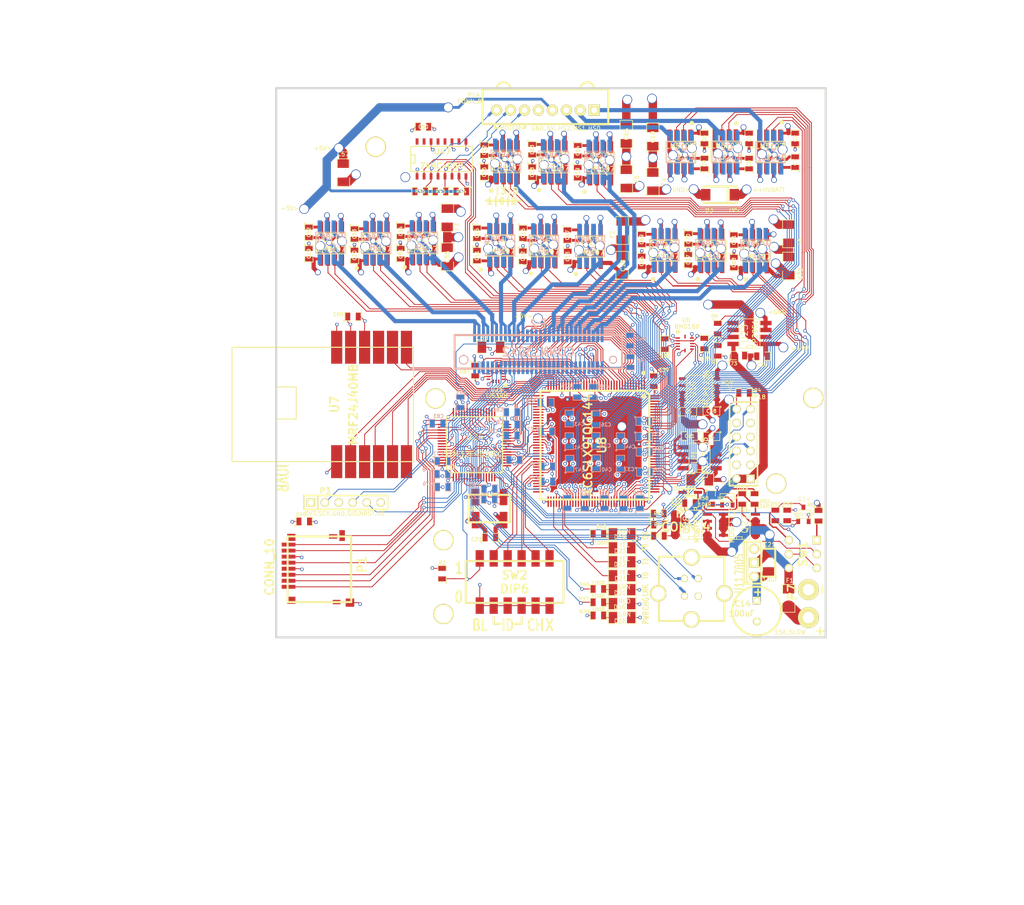
<source format=kicad_pcb>
(kicad_pcb (version 4) (host pcbnew 4.0.2+dfsg1-2~bpo8+1-stable)
  (title_block (date "11 jun 2014"))
  (layers (0 Front signal) (1 Ground power hide) (2 VSupply power hide) (31 Back signal hide) (34 B.Paste user hide) (35 F.Paste user hide) (36 B.SilkS user) (37 F.SilkS user) (38 B.Mask user) (39 F.Mask user) (44 Edge.Cuts user))
  (net 0 "")
  (net 1 +1.2V)
  (net 2 +3.3V)
  (net 3 +5V)
  (net 4 +9V)
  (net 5 +BATT)
  (net 6 +HVBATT)
  (net 7 /breakoutconn/BB_SENSOR)
  (net 8 /breakoutconn/LASER_DRIVE)
  (net 9 /breakoutconn/LPS_DRIVE0)
  (net 10 /breakoutconn/LPS_DRIVE1)
  (net 11 /breakoutconn/LPS_DRIVE2)
  (net 12 /breakoutconn/LPS_DRIVE3)
  (net 13 /breakoutconn/LPS_SENSOR)
  (net 14 /breakoutconn/M0_ENCODER0)
  (net 15 /breakoutconn/M0_ENCODER1)
  (net 16 /breakoutconn/M0_HALL0)
  (net 17 /breakoutconn/M0_HALL1)
  (net 18 /breakoutconn/M0_HALL2)
  (net 19 /breakoutconn/M1_ENCODER0)
  (net 20 /breakoutconn/M1_ENCODER1)
  (net 21 /breakoutconn/M1_HALL0)
  (net 22 /breakoutconn/M1_HALL1)
  (net 23 /breakoutconn/M1_HALL2)
  (net 24 /breakoutconn/M2_ENCODER0)
  (net 25 /breakoutconn/M2_ENCODER1)
  (net 26 /breakoutconn/M2_HALL0)
  (net 27 /breakoutconn/M2_HALL1)
  (net 28 /breakoutconn/M2_HALL2)
  (net 29 /breakoutconn/M3_ENCODER0)
  (net 30 /breakoutconn/M3_ENCODER1)
  (net 31 /breakoutconn/M3_HALL0)
  (net 32 /breakoutconn/M3_HALL1)
  (net 33 /breakoutconn/M3_HALL2)
  (net 34 /chicker/CHARGE)
  (net 35 /fpga//MRF_CS)
  (net 36 /fpga//MRF_RESET)
  (net 37 /fpga/ACCEL_CLK)
  (net 38 /fpga/ACCEL_INT)
  (net 39 /fpga/ACCEL_MISO)
  (net 40 /fpga/ACCEL_MOSI)
  (net 41 /fpga/DONE)
  (net 42 /fpga/GYRO_CLK)
  (net 43 /fpga/GYRO_INT)
  (net 44 /fpga/GYRO_MISO)
  (net 45 /fpga/GYRO_MOSI)
  (net 46 /fpga/ICB_CLK)
  (net 47 /fpga/ICB_IRQ)
  (net 48 /fpga/ICB_MISO)
  (net 49 /fpga/ICB_MOSI)
  (net 50 /fpga/INIT_B)
  (net 51 /fpga/LED_T0)
  (net 52 /fpga/LED_T1)
  (net 53 /fpga/LED_T2)
  (net 54 /fpga/M4_HALL0)
  (net 55 /fpga/M4_HALL1)
  (net 56 /fpga/M4_HALL2)
  (net 57 /fpga/MRF_CLK)
  (net 58 /fpga/MRF_INT)
  (net 59 /fpga/MRF_MISO)
  (net 60 /fpga/MRF_MOSI)
  (net 61 /fpga/MRF_WAKE)
  (net 62 /fpga/OSC)
  (net 63 /fpga/PROG_B)
  (net 64 /fpga/SW1)
  (net 65 /fpga/SW2)
  (net 66 /fpga/SW3)
  (net 67 /fpga/SW4)
  (net 68 /fpga/SW5)
  (net 69 /fpga/~ACCEL_CS)
  (net 70 /fpga/~GYRO_CS)
  (net 71 /fpga/~ICB_CS)
  (net 72 /microcontroller/BATTERY)
  (net 73 /microcontroller/BOOT0)
  (net 74 /microcontroller/CHICKER_CHIP)
  (net 75 /microcontroller/CHICKER_KICK)
  (net 76 /microcontroller/CHICKER_VOLTAGE)
  (net 77 /microcontroller/HV_PWR)
  (net 78 /microcontroller/LED_C)
  (net 79 /microcontroller/LED_L)
  (net 80 /microcontroller/LED_S)
  (net 81 /microcontroller/LOGIC_PWR)
  (net 82 /microcontroller/NRST)
  (net 83 /microcontroller/SD_CD)
  (net 84 /microcontroller/SD_CK)
  (net 85 /microcontroller/SD_CMD)
  (net 86 /microcontroller/SD_D0)
  (net 87 /microcontroller/SD_D1)
  (net 88 /microcontroller/SD_D2)
  (net 89 /microcontroller/SD_D3)
  (net 90 /microcontroller/SWDCK)
  (net 91 /microcontroller/SWDIO)
  (net 92 /microcontroller/USB_DM)
  (net 93 /microcontroller/USB_DP)
  (net 94 /microcontroller/USB_VBUS)
  (net 95 /microcontroller/VCAP1)
  (net 96 /microcontroller/VCAP2)
  (net 97 /motordriver0/HB0)
  (net 98 /motordriver0/HB1)
  (net 99 /motordriver0/HB2)
  (net 100 /motordriver0/HG0)
  (net 101 /motordriver0/HG1)
  (net 102 /motordriver0/HG2)
  (net 103 /motordriver0/HIGH0)
  (net 104 /motordriver0/HIGH1)
  (net 105 /motordriver0/HIGH2)
  (net 106 /motordriver0/HS0)
  (net 107 /motordriver0/HS1)
  (net 108 /motordriver0/HS2)
  (net 109 /motordriver0/HV_BATT_F)
  (net 110 /motordriver0/LG0)
  (net 111 /motordriver0/LG1)
  (net 112 /motordriver0/LG2)
  (net 113 /motordriver0/LOW0)
  (net 114 /motordriver0/LOW1)
  (net 115 /motordriver0/LOW2)
  (net 116 /motordriver1/HB0)
  (net 117 /motordriver1/HB1)
  (net 118 /motordriver1/HB2)
  (net 119 /motordriver1/HG0)
  (net 120 /motordriver1/HG1)
  (net 121 /motordriver1/HG2)
  (net 122 /motordriver1/HIGH0)
  (net 123 /motordriver1/HIGH1)
  (net 124 /motordriver1/HIGH2)
  (net 125 /motordriver1/HS0)
  (net 126 /motordriver1/HS1)
  (net 127 /motordriver1/HS2)
  (net 128 /motordriver1/HV_BATT_F)
  (net 129 /motordriver1/LG0)
  (net 130 /motordriver1/LG1)
  (net 131 /motordriver1/LG2)
  (net 132 /motordriver1/LOW0)
  (net 133 /motordriver1/LOW1)
  (net 134 /motordriver1/LOW2)
  (net 135 /motordriver2/HB0)
  (net 136 /motordriver2/HB1)
  (net 137 /motordriver2/HB2)
  (net 138 /motordriver2/HG0)
  (net 139 /motordriver2/HG1)
  (net 140 /motordriver2/HG2)
  (net 141 /motordriver2/HIGH0)
  (net 142 /motordriver2/HIGH1)
  (net 143 /motordriver2/HIGH2)
  (net 144 /motordriver2/HS0)
  (net 145 /motordriver2/HS1)
  (net 146 /motordriver2/HS2)
  (net 147 /motordriver2/HV_BATT_F)
  (net 148 /motordriver2/LG0)
  (net 149 /motordriver2/LG1)
  (net 150 /motordriver2/LG2)
  (net 151 /motordriver2/LOW0)
  (net 152 /motordriver2/LOW1)
  (net 153 /motordriver2/LOW2)
  (net 154 /motordriver3/HB0)
  (net 155 /motordriver3/HB1)
  (net 156 /motordriver3/HB2)
  (net 157 /motordriver3/HG0)
  (net 158 /motordriver3/HG1)
  (net 159 /motordriver3/HG2)
  (net 160 /motordriver3/HIGH0)
  (net 161 /motordriver3/HIGH1)
  (net 162 /motordriver3/HIGH2)
  (net 163 /motordriver3/HS0)
  (net 164 /motordriver3/HS1)
  (net 165 /motordriver3/HS2)
  (net 166 /motordriver3/HV_BATT_F)
  (net 167 /motordriver3/LG0)
  (net 168 /motordriver3/LG1)
  (net 169 /motordriver3/LG2)
  (net 170 /motordriver3/LOW0)
  (net 171 /motordriver3/LOW1)
  (net 172 /motordriver3/LOW2)
  (net 173 /motordriver4/HB0)
  (net 174 /motordriver4/HB1)
  (net 175 /motordriver4/HB2)
  (net 176 /motordriver4/HG0)
  (net 177 /motordriver4/HG1)
  (net 178 /motordriver4/HG2)
  (net 179 /motordriver4/HIGH0)
  (net 180 /motordriver4/HIGH1)
  (net 181 /motordriver4/HIGH2)
  (net 182 /motordriver4/HS0)
  (net 183 /motordriver4/HS1)
  (net 184 /motordriver4/HS2)
  (net 185 /motordriver4/HV_BATT_F)
  (net 186 /motordriver4/LG0)
  (net 187 /motordriver4/LG1)
  (net 188 /motordriver4/LG2)
  (net 189 /motordriver4/LOW0)
  (net 190 /motordriver4/LOW1)
  (net 191 /motordriver4/LOW2)
  (net 192 /power/FUSE_IN)
  (net 193 /power/FUSE_OUT)
  (net 194 GND)
  (net 195 N-000034)
  (net 196 N-000039)
  (net 197 N-000076)
  (net 198 N-000077)
  (net 199 N-000083)
  (net 200 N-000086)
  (net 201 N-000087)
  (net 202 N-000091)
  (net 203 N-000092)
  (net 204 N-000093)
  (net 205 N-000145)
  (net 206 N-000146)
  (net 207 N-000150)
  (net 208 N-000155)
  (net 209 N-000156)
  (net 210 N-000157)
  (module SOT23_3GDS (layer Front) (at 143.10614 106.59872)
    (fp_text reference Q15 (at 0.127 -2.794) (layer F.SilkS) (effects (font (size 0.762 0.762) (thickness 0.0762))))
    (fp_text value MOSFET_N (at 0.0635 0) (layer F.SilkS) (effects (font (size 0.50038 0.50038) (thickness 0.0762))))
    (pad D smd rect (at 0 -1.27) (size 0.70104 1.00076) (layers Front F.Paste F.Mask) (net 200 N-000086))
    (pad S smd rect (at 0.9525 1.27) (size 0.70104 1.00076) (layers Front F.Paste F.Mask) (net 194 GND))
    (pad G smd rect (at -0.9525 1.27) (size 0.70104 1.00076) (layers Front F.Paste F.Mask) (net 77 /microcontroller/HV_PWR))
  )
  (module SOD-323F (layer Front) (at 136.35482 105.59796 270)
    (fp_text reference D24 (at -0.72898 2.0955 360) (layer F.SilkS) (effects (font (size 0.635 0.635) (thickness 0.127))))
    (fp_text value DIODESCH hide)
    (pad 1 smd rect (at 0 -1.39954 270) (size 0.55118 1.50114) (layers Front F.Paste F.Mask) (net 204 N-000093))
    (pad 2 smd rect (at 0 1.39954 270) (size 0.55118 1.50114) (layers Front F.Paste F.Mask) (net 198 N-000077))
  )
  (module SO8E-IRF9310 (layer Front) (at 136.55548 111.49838 90)
    (fp_text reference Q28 (at 0 -0.889 90) (layer F.SilkS) (effects (font (size 1.143 1.143) (thickness 0.1524))))
    (fp_text value MOSFET_P (at 0 1.016 90) (layer F.SilkS) (effects (font (size 0.889 0.889) (thickness 0.1524))))
    (pad D smd rect (at -1.905 -2.921 90) (size 0.508 1.651) (layers Front F.Paste F.Mask) (net 5 +BATT))
    (pad S smd rect (at -1.905 2.921 90) (size 0.508 1.651) (layers Front F.Paste F.Mask) (net 193 /power/FUSE_OUT))
    (pad D smd rect (at -0.635 -2.921 90) (size 0.508 1.651) (layers Front F.Paste F.Mask) (net 5 +BATT))
    (pad D smd rect (at 0.635 -2.921 90) (size 0.508 1.651) (layers Front F.Paste F.Mask) (net 5 +BATT))
    (pad D smd rect (at 1.905 -2.921 90) (size 0.508 1.651) (layers Front F.Paste F.Mask) (net 5 +BATT))
    (pad S smd rect (at -0.635 2.921 90) (size 0.508 1.651) (layers Front F.Paste F.Mask) (net 193 /power/FUSE_OUT))
    (pad S smd rect (at 0.635 2.921 90) (size 0.508 1.651) (layers Front F.Paste F.Mask) (net 193 /power/FUSE_OUT))
    (pad G smd rect (at 1.905 2.921 90) (size 0.508 1.651) (layers Front F.Paste F.Mask) (net 204 N-000093))
  )
  (module SO8E-IRF9310 (layer Front) (at 145.30578 111.49838 90)
    (fp_text reference Q27 (at 0.10922 1.0033 90) (layer F.SilkS) (effects (font (size 1.143 1.143) (thickness 0.1524))))
    (fp_text value MOSFET_P (at -0.03048 -1.41478 90) (layer F.SilkS) (effects (font (size 0.889 0.889) (thickness 0.1524))))
    (pad D smd rect (at -1.905 -2.921 90) (size 0.508 1.651) (layers Front F.Paste F.Mask) (net 6 +HVBATT))
    (pad S smd rect (at -1.905 2.921 90) (size 0.508 1.651) (layers Front F.Paste F.Mask) (net 193 /power/FUSE_OUT))
    (pad D smd rect (at -0.635 -2.921 90) (size 0.508 1.651) (layers Front F.Paste F.Mask) (net 6 +HVBATT))
    (pad D smd rect (at 0.635 -2.921 90) (size 0.508 1.651) (layers Front F.Paste F.Mask) (net 6 +HVBATT))
    (pad D smd rect (at 1.905 -2.921 90) (size 0.508 1.651) (layers Front F.Paste F.Mask) (net 6 +HVBATT))
    (pad S smd rect (at -0.635 2.921 90) (size 0.508 1.651) (layers Front F.Paste F.Mask) (net 193 /power/FUSE_OUT))
    (pad S smd rect (at 0.635 2.921 90) (size 0.508 1.651) (layers Front F.Paste F.Mask) (net 193 /power/FUSE_OUT))
    (pad G smd rect (at 1.905 2.921 90) (size 0.508 1.651) (layers Front F.Paste F.Mask) (net 198 N-000077))
  )
  (module SM1206 (layer Front) (at 123.952 120.777)
    (fp_text reference D21 (at -0.30226 0.5334) (layer F.SilkS) (effects (font (size 0.762 0.762) (thickness 0.127))))
    (fp_text value YEL (at 0.40894 -0.58674) (layer F.SilkS) (effects (font (size 0.762 0.762) (thickness 0.127))))
    (pad 1 smd rect (at -1.651 0) (size 1.524 2.032) (layers Front F.Paste F.Mask) (net 51 /fpga/LED_T0))
    (pad 2 smd rect (at 1.651 0) (size 1.524 2.032) (layers Front F.Paste F.Mask) (net 194 GND))
  )
  (module SM1206 (layer Front) (at 123.952 113.157)
    (fp_text reference D19 (at -0.381 0.56388) (layer F.SilkS) (effects (font (size 0.762 0.762) (thickness 0.127))))
    (fp_text value GRN (at 0.37846 -0.42672) (layer F.SilkS) (effects (font (size 0.762 0.762) (thickness 0.127))))
    (pad 1 smd rect (at -1.651 0) (size 1.524 2.032) (layers Front F.Paste F.Mask) (net 208 N-000155))
    (pad 2 smd rect (at 1.651 0) (size 1.524 2.032) (layers Front F.Paste F.Mask) (net 194 GND))
  )
  (module SM1206 (layer Front) (at 123.952 128.397)
    (fp_text reference D18 (at -0.3429 0.63246) (layer F.SilkS) (effects (font (size 0.762 0.762) (thickness 0.127))))
    (fp_text value GRN (at 0.43688 -0.5461) (layer F.SilkS) (effects (font (size 0.762 0.762) (thickness 0.127))))
    (pad 1 smd rect (at -1.651 0) (size 1.524 2.032) (layers Front F.Paste F.Mask) (net 203 N-000092))
    (pad 2 smd rect (at 1.651 0) (size 1.524 2.032) (layers Front F.Paste F.Mask) (net 194 GND))
  )
  (module SM1206 (layer Front) (at 123.952 125.857)
    (fp_text reference D16 (at -0.4318 0.63246) (layer F.SilkS) (effects (font (size 0.762 0.762) (thickness 0.127))))
    (fp_text value RED (at 0.4572 -0.42672) (layer F.SilkS) (effects (font (size 0.762 0.762) (thickness 0.127))))
    (pad 1 smd rect (at -1.651 0) (size 1.524 2.032) (layers Front F.Paste F.Mask) (net 209 N-000156))
    (pad 2 smd rect (at 1.651 0) (size 1.524 2.032) (layers Front F.Paste F.Mask) (net 194 GND))
  )
  (module SM1206 (layer Front) (at 123.952 118.237)
    (fp_text reference D22 (at -0.40132 0.4826) (layer F.SilkS) (effects (font (size 0.762 0.762) (thickness 0.127))))
    (fp_text value YEL (at 0.40894 -0.55626) (layer F.SilkS) (effects (font (size 0.762 0.762) (thickness 0.127))))
    (pad 1 smd rect (at -1.651 0) (size 1.524 2.032) (layers Front F.Paste F.Mask) (net 52 /fpga/LED_T1))
    (pad 2 smd rect (at 1.651 0) (size 1.524 2.032) (layers Front F.Paste F.Mask) (net 194 GND))
  )
  (module SM1206 (layer Front) (at 123.952 115.697)
    (fp_text reference D23 (at -0.35306 0.5842) (layer F.SilkS) (effects (font (size 0.762 0.762) (thickness 0.127))))
    (fp_text value YEL (at 0.42926 -0.53594) (layer F.SilkS) (effects (font (size 0.762 0.762) (thickness 0.127))))
    (pad 1 smd rect (at -1.651 0) (size 1.524 2.032) (layers Front F.Paste F.Mask) (net 53 /fpga/LED_T2))
    (pad 2 smd rect (at 1.651 0) (size 1.524 2.032) (layers Front F.Paste F.Mask) (net 194 GND))
  )
  (module SM1206 (layer Front) (at 154.24912 124.89942 90)
    (fp_text reference F1 (at 3.24866 0.20066 180) (layer F.SilkS) (effects (font (size 0.762 0.762) (thickness 0.127))))
    (fp_text value 15A_SLOW (at -6.14058 0.26088 360) (layer F.SilkS) (effects (font (size 0.762 0.762) (thickness 0.127))))
    (pad 1 smd rect (at -1.651 0 90) (size 1.524 2.032) (layers Front F.Paste F.Mask) (net 192 /power/FUSE_IN))
    (pad 2 smd rect (at 1.651 0 90) (size 1.524 2.032) (layers Front F.Paste F.Mask) (net 193 /power/FUSE_OUT))
  )
  (module SM1206 (layer Front) (at 123.952 123.317)
    (fp_text reference D20 (at -0.381 0.5842) (layer F.SilkS) (effects (font (size 0.762 0.762) (thickness 0.127))))
    (fp_text value GRN (at 0.35814 -0.4572) (layer F.SilkS) (effects (font (size 0.762 0.762) (thickness 0.127))))
    (pad 1 smd rect (at -1.651 0) (size 1.524 2.032) (layers Front F.Paste F.Mask) (net 210 N-000157))
    (pad 2 smd rect (at 1.651 0) (size 1.524 2.032) (layers Front F.Paste F.Mask) (net 194 GND))
  )
  (module SM1206 (layer Front) (at 150.59914 118.34876 90)
    (fp_text reference C21 (at 3.24866 0.16002 180) (layer F.SilkS) (effects (font (size 0.762 0.762) (thickness 0.127))))
    (fp_text value 10uF (at -3.11912 0.32512 180) (layer F.SilkS) (effects (font (size 0.762 0.762) (thickness 0.127))))
    (pad 1 smd rect (at -1.651 0 90) (size 1.524 2.032) (layers Front F.Paste F.Mask) (net 5 +BATT))
    (pad 2 smd rect (at 1.651 0 90) (size 1.524 2.032) (layers Front F.Paste F.Mask) (net 194 GND))
  )
  (module SM0805 (layer Front) (at 119.634 123.19 180)
    (fp_text reference R46 (at 2.56286 0.81026 180) (layer F.SilkS) (effects (font (size 0.635 0.635) (thickness 0.127))))
    (fp_text value 100R (at 0.03302 1.08966 180) (layer F.SilkS) (effects (font (size 0.635 0.635) (thickness 0.127))))
    (pad 1 smd rect (at -0.9525 0 180) (size 0.889 1.397) (layers Front F.Paste F.Mask) (net 210 N-000157))
    (pad 2 smd rect (at 0.9525 0 180) (size 0.889 1.397) (layers Front F.Paste F.Mask) (net 79 /microcontroller/LED_L))
  )
  (module SM0805 (layer Front) (at 119.634 113.157 180)
    (fp_text reference R40 (at -0.53594 1.29794 180) (layer F.SilkS) (effects (font (size 0.635 0.635) (thickness 0.127))))
    (fp_text value 100R (at -0.41656 -1.64338 180) (layer F.SilkS) (effects (font (size 0.635 0.635) (thickness 0.127))))
    (pad 1 smd rect (at -0.9525 0 180) (size 0.889 1.397) (layers Front F.Paste F.Mask) (net 208 N-000155))
    (pad 2 smd rect (at 0.9525 0 180) (size 0.889 1.397) (layers Front F.Paste F.Mask) (net 80 /microcontroller/LED_S))
  )
  (module SM0805 (layer Front) (at 119.634 128.016 180)
    (fp_text reference R39 (at 2.56286 0.66548 180) (layer F.SilkS) (effects (font (size 0.635 0.635) (thickness 0.127))))
    (fp_text value 100R (at 0.03302 1.11506 180) (layer F.SilkS) (effects (font (size 0.635 0.635) (thickness 0.127))))
    (pad 1 smd rect (at -0.9525 0 180) (size 0.889 1.397) (layers Front F.Paste F.Mask) (net 203 N-000092))
    (pad 2 smd rect (at 0.9525 0 180) (size 0.889 1.397) (layers Front F.Paste F.Mask) (net 2 +3.3V))
  )
  (module SM0805 (layer Front) (at 119.634 125.603 180)
    (fp_text reference R37 (at 2.67462 0.60198 180) (layer F.SilkS) (effects (font (size 0.635 0.635) (thickness 0.127))))
    (fp_text value 100R (at 0.03302 1.10236 180) (layer F.SilkS) (effects (font (size 0.635 0.635) (thickness 0.127))))
    (pad 1 smd rect (at -0.9525 0 180) (size 0.889 1.397) (layers Front F.Paste F.Mask) (net 209 N-000156))
    (pad 2 smd rect (at 0.9525 0 180) (size 0.889 1.397) (layers Front F.Paste F.Mask) (net 78 /microcontroller/LED_C))
  )
  (module SM0805 (layer Front) (at 140.1572 106.79684 270)
    (fp_text reference R58 (at -0.11684 1.397 360) (layer F.SilkS) (effects (font (size 0.635 0.635) (thickness 0.127))))
    (fp_text value 10kR (at 1.02362 1.18618 360) (layer F.SilkS) (effects (font (size 0.635 0.635) (thickness 0.127))))
    (pad 1 smd rect (at -0.9525 0 270) (size 0.889 1.397) (layers Front F.Paste F.Mask) (net 194 GND))
    (pad 2 smd rect (at 0.9525 0 270) (size 0.889 1.397) (layers Front F.Paste F.Mask) (net 77 /microcontroller/HV_PWR))
  )
  (module SM0805 (layer Front) (at 145.80616 106.79684 90)
    (fp_text reference R53 (at -2.0828 -0.0254 180) (layer F.SilkS) (effects (font (size 0.635 0.635) (thickness 0.127))))
    (fp_text value 10kR (at 1.89738 -0.00508 180) (layer F.SilkS) (effects (font (size 0.635 0.635) (thickness 0.127))))
    (pad 1 smd rect (at -0.9525 0 90) (size 0.889 1.397) (layers Front F.Paste F.Mask) (net 193 /power/FUSE_OUT))
    (pad 2 smd rect (at 0.9525 0 90) (size 0.889 1.397) (layers Front F.Paste F.Mask) (net 198 N-000077))
  )
  (module SM0805 (layer Front) (at 148.0566 106.79684 90)
    (fp_text reference R52 (at -0.45212 1.90246 180) (layer F.SilkS) (effects (font (size 0.635 0.635) (thickness 0.127))))
    (fp_text value 1kR (at -1.32334 1.77292 180) (layer F.SilkS) (effects (font (size 0.635 0.635) (thickness 0.127))))
    (pad 1 smd rect (at -0.9525 0 90) (size 0.889 1.397) (layers Front F.Paste F.Mask) (net 198 N-000077))
    (pad 2 smd rect (at 0.9525 0 90) (size 0.889 1.397) (layers Front F.Paste F.Mask) (net 200 N-000086))
  )
  (module EC16 (layer Front) (at 109.99978 35.99942 180)
    (fp_text reference P14 (at 13.04036 2.77876 180) (layer F.SilkS) (effects (font (size 0.762 0.762) (thickness 0.127))))
    (fp_text value CONN_8 (at 13.84046 1.63068 180) (layer F.SilkS) (effects (font (size 0.762 0.762) (thickness 0.127))))
    (pad 1 thru_hole rect (at -8.89 0 180) (size 2.032 2.032) (drill 1.0668) (layers *.Cu *.Mask F.SilkS) (net 182 /motordriver4/HS0))
    (pad 2 thru_hole circle (at -6.35 0 180) (size 2.032 2.032) (drill 1.0668) (layers *.Cu *.Mask F.SilkS) (net 183 /motordriver4/HS1))
    (pad 3 thru_hole circle (at -3.81 0 180) (size 2.032 2.032) (drill 1.0668) (layers *.Cu *.Mask F.SilkS) (net 184 /motordriver4/HS2))
    (pad 4 thru_hole circle (at -1.27 0 180) (size 2.032 2.032) (drill 1.0668) (layers *.Cu *.Mask F.SilkS) (net 3 +5V))
    (pad 5 thru_hole circle (at 1.27 0 180) (size 2.032 2.032) (drill 1.0668) (layers *.Cu *.Mask F.SilkS) (net 194 GND))
    (pad 6 thru_hole circle (at 3.81 0 180) (size 2.032 2.032) (drill 1.0668) (layers *.Cu *.Mask F.SilkS) (net 206 N-000146))
    (pad 7 thru_hole circle (at 6.35 0 180) (size 2.032 2.032) (drill 1.0668) (layers *.Cu *.Mask F.SilkS) (net 207 N-000150))
    (pad 8 thru_hole circle (at 8.89 0 180) (size 2.032 2.032) (drill 1.0668) (layers *.Cu *.Mask F.SilkS) (net 205 N-000145))
  )
  (module DO-214AC (layer Front) (at 141.77518 51.39944 90)
    (fp_text reference D3 (at -2.86004 -1.96596 180) (layer F.SilkS) (effects (font (size 0.762 0.762) (thickness 0.127))))
    (fp_text value TVS (at -2.80162 2.50444 180) (layer F.SilkS) (effects (font (size 0.762 0.762) (thickness 0.127))))
    (pad 1 smd rect (at 0 -2.60096 90) (size 2.10058 1.69926) (layers Front F.Paste F.Mask) (net 194 GND))
    (pad 2 smd rect (at 0 2.60096 90) (size 2.10058 1.69926) (layers Front F.Paste F.Mask) (net 6 +HVBATT))
  )
  (module C1.5V8V (layer Front) (at 148.4503 127.20066 270)
    (fp_text reference C14 (at -1.3208 2.57048 360) (layer F.SilkS) (effects (font (size 1.016 1.016) (thickness 0.2032))))
    (fp_text value 100uF (at 0.45974 2.74066 360) (layer F.SilkS) (effects (font (size 1.016 1.016) (thickness 0.2032))))
    (fp_text user + (at -3.429 -0.127 270) (layer F.SilkS) (effects (font (thickness 0.3048))))
    (pad 1 thru_hole rect (at -1.905 0 270) (size 1.397 1.397) (drill 0.8128) (layers *.Cu *.Mask F.SilkS) (net 5 +BATT))
    (pad 2 thru_hole circle (at 1.905 0 270) (size 1.397 1.397) (drill 0.8128) (layers *.Cu *.Mask F.SilkS) (net 194 GND))
  )
  (module BATTERY_INLET (layer Front) (at 157.861 125.857 90)
    (fp_text reference P7 (at 2.0574 -2.96164 90) (layer F.SilkS) (effects (font (thickness 0.3048))))
    (fp_text value CONN_2 hide)
    (fp_text user - (at 2.55778 2.4384 90) (layer F.SilkS) (effects (font (thickness 0.3048))))
    (fp_text user + (at -5.0419 2.03962 90) (layer F.SilkS) (effects (font (thickness 0.3048))))
    (pad 1 thru_hole circle (at -2.54 0 90) (size 3.81 3.81) (drill 2.032) (layers *.Cu *.Mask F.SilkS) (net 192 /power/FUSE_IN))
    (pad 2 thru_hole circle (at 2.54 0 90) (size 3.81 3.81) (drill 2.032) (layers *.Cu *.Mask F.SilkS) (net 194 GND))
  )
  (module 114-00841-68 (layer Front) (at 64.50076 115.1001 270)
    (fp_text reference P1 (at 3.62458 -12.10056 270) (layer F.SilkS) (effects (font (thickness 0.3048))))
    (fp_text value CONN_10 (at 4.09956 4.699 270) (layer F.SilkS) (effects (font (thickness 0.3048))))
    (pad 0 smd rect (at -1.30048 0.7493 270) (size 1.30048 1.50114) (layers Front F.Paste F.Mask))
    (pad 1 smd rect (at 7.69874 1.24968 270) (size 0.70104 2.49936) (layers Front F.Paste F.Mask) (net 88 /microcontroller/SD_D2))
    (pad 2 smd rect (at 6.59892 1.24968 270) (size 0.70104 2.49936) (layers Front F.Paste F.Mask) (net 89 /microcontroller/SD_D3))
    (pad 3 smd rect (at 5.4991 1.24968 270) (size 0.70104 2.49936) (layers Front F.Paste F.Mask) (net 85 /microcontroller/SD_CMD))
    (pad 4 smd rect (at 4.39928 1.24968 270) (size 0.70104 2.49936) (layers Front F.Paste F.Mask) (net 2 +3.3V))
    (pad 5 smd rect (at 3.29946 1.24968 270) (size 0.70104 2.49936) (layers Front F.Paste F.Mask) (net 84 /microcontroller/SD_CK))
    (pad 6 smd rect (at 2.19964 1.24968 270) (size 0.70104 2.49936) (layers Front F.Paste F.Mask) (net 194 GND))
    (pad 7 smd rect (at 1.09982 1.24968 270) (size 0.70104 2.49936) (layers Front F.Paste F.Mask) (net 86 /microcontroller/SD_D0))
    (pad 8 smd rect (at 0 1.24968 270) (size 0.70104 2.49936) (layers Front F.Paste F.Mask) (net 87 /microcontroller/SD_D1))
    (pad 0 smd rect (at 10.14984 0.7493 270) (size 1.30048 1.50114) (layers Front F.Paste F.Mask))
    (pad 0 smd rect (at 10.47496 -7.50062 270) (size 0.8001 1.39954) (layers Front F.Paste F.Mask))
    (pad 10 smd rect (at -1.6383 -8.49884 270) (size 1.97612 1.00076) (layers Front F.Paste F.Mask) (net 83 /microcontroller/SD_CD))
    (pad 9 smd rect (at 10.57656 -9.92378 270) (size 1.50114 1.5494) (layers Front F.Paste F.Mask) (net 2 +3.3V))
    (pad 0 smd rect (at -1.47574 -6.85038 270) (size 0.8001 1.50114) (layers Front F.Paste F.Mask))
  )
  (module pin_array_6x2 (layer Front) (at 146.05 96.774 90)
    (fp_text reference P18 (at 8.5344 2.921 180) (layer F.SilkS) (effects (font (size 0.762 0.762) (thickness 0.127))))
    (fp_text value CONN_12 hide)
    (pad 1 thru_hole rect (at -6.35 1.27 90) (size 1.524 1.524) (drill 1.016) (layers *.Cu *.Mask F.SilkS) (net 5 +BATT))
    (pad 2 thru_hole circle (at -6.35 -1.27 90) (size 1.524 1.524) (drill 1.016) (layers *.Cu *.Mask F.SilkS) (net 5 +BATT))
    (pad 3 thru_hole circle (at -3.81 1.27 90) (size 1.524 1.524) (drill 1.016) (layers *.Cu *.Mask F.SilkS) (net 194 GND))
    (pad 4 thru_hole circle (at -3.81 -1.27 90) (size 1.524 1.524) (drill 1.016) (layers *.Cu *.Mask F.SilkS) (net 194 GND))
    (pad 5 thru_hole circle (at -1.27 1.27 90) (size 1.524 1.524) (drill 1.016) (layers *.Cu *.Mask F.SilkS) (net 34 /chicker/CHARGE))
    (pad 6 thru_hole circle (at -1.27 -1.27 90) (size 1.524 1.524) (drill 1.016) (layers *.Cu *.Mask F.SilkS) (net 74 /microcontroller/CHICKER_CHIP))
    (pad 7 thru_hole circle (at 1.27 1.27 90) (size 1.524 1.524) (drill 1.016) (layers *.Cu *.Mask F.SilkS))
    (pad 8 thru_hole circle (at 1.27 -1.27 90) (size 1.524 1.524) (drill 1.016) (layers *.Cu *.Mask F.SilkS) (net 75 /microcontroller/CHICKER_KICK))
    (pad 9 thru_hole circle (at 3.81 1.27 90) (size 1.524 1.524) (drill 1.016) (layers *.Cu *.Mask F.SilkS) (net 194 GND))
    (pad 10 thru_hole circle (at 3.81 -1.27 90) (size 1.524 1.524) (drill 1.016) (layers *.Cu *.Mask F.SilkS) (net 194 GND))
    (pad 11 thru_hole circle (at 6.35 1.27 90) (size 1.524 1.524) (drill 1.016) (layers *.Cu *.Mask F.SilkS) (net 76 /microcontroller/CHICKER_VOLTAGE))
    (pad 12 thru_hole circle (at 6.35 -1.27 90) (size 1.524 1.524) (drill 1.016) (layers *.Cu *.Mask F.SilkS) (net 2 +3.3V))
  )
  (module FX6-60S-0.8SV (layer Back) (at 108.712 80.00238 180)
    (fp_text reference P2 (at 0 5.08 180) (layer B.SilkS) (effects (font (thickness 0.3048)) (justify mirror)))
    (fp_text value CONN_30X2 (at 0.0127 -0.0127 180) (layer B.SilkS) (effects (font (thickness 0.3048)) (justify mirror)))
    (pad "" thru_hole circle (at 13.59916 -1.45034 180) (size 1.70434 1.70434) (drill 1.34874) (layers *.Cu *.Mask B.SilkS))
    (pad "" thru_hole circle (at -13.59916 -1.45034 180) (size 1.40462 1.40462) (drill 1.04902) (layers *.Cu *.Mask B.SilkS))
    (pad 1 smd rect (at 11.60018 -2.90068) (size 0.50038 2.30124) (layers Back B.Paste B.Mask) (net 194 GND))
    (pad 2 smd rect (at 11.60018 2.90068 180) (size 0.50038 2.30124) (layers Back B.Paste B.Mask) (net 125 /motordriver1/HS0))
    (pad 3 smd rect (at 10.80008 -2.90068) (size 0.50038 2.30124) (layers Back B.Paste B.Mask) (net 194 GND))
    (pad 4 smd rect (at 10.80008 2.90068 180) (size 0.50038 2.30124) (layers Back B.Paste B.Mask) (net 125 /motordriver1/HS0))
    (pad 5 smd rect (at 9.99998 -2.90068) (size 0.50038 2.30124) (layers Back B.Paste B.Mask) (net 2 +3.3V))
    (pad 6 smd rect (at 9.99998 2.90068 180) (size 0.50038 2.30124) (layers Back B.Paste B.Mask) (net 126 /motordriver1/HS1))
    (pad 7 smd rect (at 9.19988 -2.90068) (size 0.50038 2.30124) (layers Back B.Paste B.Mask))
    (pad 8 smd rect (at 9.19988 2.90068 180) (size 0.50038 2.30124) (layers Back B.Paste B.Mask) (net 126 /motordriver1/HS1))
    (pad 9 smd rect (at 8.39978 -2.90068) (size 0.50038 2.30124) (layers Back B.Paste B.Mask) (net 12 /breakoutconn/LPS_DRIVE3))
    (pad 10 smd rect (at 8.39978 2.90068 180) (size 0.50038 2.30124) (layers Back B.Paste B.Mask) (net 127 /motordriver1/HS2))
    (pad 11 smd rect (at 7.59968 -2.90068) (size 0.50038 2.30124) (layers Back B.Paste B.Mask) (net 11 /breakoutconn/LPS_DRIVE2))
    (pad 12 smd rect (at 7.59968 2.90068 180) (size 0.50038 2.30124) (layers Back B.Paste B.Mask) (net 127 /motordriver1/HS2))
    (pad 13 smd rect (at 6.79958 -2.90068) (size 0.50038 2.30124) (layers Back B.Paste B.Mask) (net 10 /breakoutconn/LPS_DRIVE1))
    (pad 14 smd rect (at 6.79958 2.90068 180) (size 0.50038 2.30124) (layers Back B.Paste B.Mask) (net 106 /motordriver0/HS0))
    (pad 15 smd rect (at 5.99948 -2.90068) (size 0.50038 2.30124) (layers Back B.Paste B.Mask) (net 9 /breakoutconn/LPS_DRIVE0))
    (pad 16 smd rect (at 5.99948 2.90068 180) (size 0.50038 2.30124) (layers Back B.Paste B.Mask) (net 106 /motordriver0/HS0))
    (pad 17 smd rect (at 5.19938 -2.90068) (size 0.50038 2.30124) (layers Back B.Paste B.Mask) (net 14 /breakoutconn/M0_ENCODER0))
    (pad 18 smd rect (at 5.19938 2.90068 180) (size 0.50038 2.30124) (layers Back B.Paste B.Mask) (net 107 /motordriver0/HS1))
    (pad 19 smd rect (at 4.39928 -2.90068) (size 0.50038 2.30124) (layers Back B.Paste B.Mask) (net 15 /breakoutconn/M0_ENCODER1))
    (pad 20 smd rect (at 4.39928 2.90068 180) (size 0.50038 2.30124) (layers Back B.Paste B.Mask) (net 107 /motordriver0/HS1))
    (pad 21 smd rect (at 3.59918 -2.90068) (size 0.50038 2.30124) (layers Back B.Paste B.Mask) (net 18 /breakoutconn/M0_HALL2))
    (pad 22 smd rect (at 3.59918 2.90068 180) (size 0.50038 2.30124) (layers Back B.Paste B.Mask) (net 108 /motordriver0/HS2))
    (pad 23 smd rect (at 2.79908 -2.90068) (size 0.50038 2.30124) (layers Back B.Paste B.Mask) (net 16 /breakoutconn/M0_HALL0))
    (pad 24 smd rect (at 2.79908 2.90068 180) (size 0.50038 2.30124) (layers Back B.Paste B.Mask) (net 108 /motordriver0/HS2))
    (pad 25 smd rect (at 1.99898 -2.90068) (size 0.50038 2.30124) (layers Back B.Paste B.Mask) (net 17 /breakoutconn/M0_HALL1))
    (pad 26 smd rect (at 1.99898 2.90068 180) (size 0.50038 2.30124) (layers Back B.Paste B.Mask))
    (pad 27 smd rect (at 1.19888 -2.90068) (size 0.50038 2.30124) (layers Back B.Paste B.Mask) (net 19 /breakoutconn/M1_ENCODER0))
    (pad 28 smd rect (at 1.19888 2.90068 180) (size 0.50038 2.30124) (layers Back B.Paste B.Mask))
    (pad 29 smd rect (at 0.39878 -2.90068) (size 0.50038 2.30124) (layers Back B.Paste B.Mask) (net 20 /breakoutconn/M1_ENCODER1))
    (pad 30 smd rect (at 0.39878 2.90068 180) (size 0.50038 2.30124) (layers Back B.Paste B.Mask))
    (pad 31 smd rect (at -0.39878 -2.90068) (size 0.50038 2.30124) (layers Back B.Paste B.Mask) (net 23 /breakoutconn/M1_HALL2))
    (pad 32 smd rect (at -0.39878 2.90068 180) (size 0.50038 2.30124) (layers Back B.Paste B.Mask) (net 8 /breakoutconn/LASER_DRIVE))
    (pad 33 smd rect (at -1.19888 -2.90068) (size 0.50038 2.30124) (layers Back B.Paste B.Mask) (net 21 /breakoutconn/M1_HALL0))
    (pad 34 smd rect (at -1.19888 2.90068 180) (size 0.50038 2.30124) (layers Back B.Paste B.Mask) (net 3 +5V))
    (pad 35 smd rect (at -1.99898 -2.90068) (size 0.50038 2.30124) (layers Back B.Paste B.Mask) (net 22 /breakoutconn/M1_HALL1))
    (pad 36 smd rect (at -1.99898 2.90068 180) (size 0.50038 2.30124) (layers Back B.Paste B.Mask) (net 163 /motordriver3/HS0))
    (pad 37 smd rect (at -2.79908 -2.90068) (size 0.50038 2.30124) (layers Back B.Paste B.Mask) (net 24 /breakoutconn/M2_ENCODER0))
    (pad 38 smd rect (at -2.79908 2.90068 180) (size 0.50038 2.30124) (layers Back B.Paste B.Mask) (net 163 /motordriver3/HS0))
    (pad 39 smd rect (at -3.59918 -2.90068) (size 0.50038 2.30124) (layers Back B.Paste B.Mask) (net 25 /breakoutconn/M2_ENCODER1))
    (pad 40 smd rect (at -3.59918 2.90068 180) (size 0.50038 2.30124) (layers Back B.Paste B.Mask) (net 164 /motordriver3/HS1))
    (pad 41 smd rect (at -4.39928 -2.90068) (size 0.50038 2.30124) (layers Back B.Paste B.Mask) (net 28 /breakoutconn/M2_HALL2))
    (pad 42 smd rect (at -4.39928 2.90068 180) (size 0.50038 2.30124) (layers Back B.Paste B.Mask) (net 164 /motordriver3/HS1))
    (pad 43 smd rect (at -5.19938 -2.90068) (size 0.50038 2.30124) (layers Back B.Paste B.Mask) (net 26 /breakoutconn/M2_HALL0))
    (pad 44 smd rect (at -5.19938 2.90068 180) (size 0.50038 2.30124) (layers Back B.Paste B.Mask) (net 165 /motordriver3/HS2))
    (pad 45 smd rect (at -5.99948 -2.90068) (size 0.50038 2.30124) (layers Back B.Paste B.Mask) (net 27 /breakoutconn/M2_HALL1))
    (pad 46 smd rect (at -5.99948 2.90068 180) (size 0.50038 2.30124) (layers Back B.Paste B.Mask) (net 165 /motordriver3/HS2))
    (pad 47 smd rect (at -6.79958 -2.90068) (size 0.50038 2.30124) (layers Back B.Paste B.Mask) (net 29 /breakoutconn/M3_ENCODER0))
    (pad 48 smd rect (at -6.79958 2.90068 180) (size 0.50038 2.30124) (layers Back B.Paste B.Mask) (net 144 /motordriver2/HS0))
    (pad 49 smd rect (at -7.59968 -2.90068) (size 0.50038 2.30124) (layers Back B.Paste B.Mask) (net 30 /breakoutconn/M3_ENCODER1))
    (pad 50 smd rect (at -7.59968 2.90068 180) (size 0.50038 2.30124) (layers Back B.Paste B.Mask) (net 144 /motordriver2/HS0))
    (pad 51 smd rect (at -8.39978 -2.90068) (size 0.50038 2.30124) (layers Back B.Paste B.Mask) (net 33 /breakoutconn/M3_HALL2))
    (pad 52 smd rect (at -8.39978 2.90068 180) (size 0.50038 2.30124) (layers Back B.Paste B.Mask) (net 145 /motordriver2/HS1))
    (pad 53 smd rect (at -9.19988 -2.90068) (size 0.50038 2.30124) (layers Back B.Paste B.Mask) (net 31 /breakoutconn/M3_HALL0))
    (pad 54 smd rect (at -9.19988 2.90068 180) (size 0.50038 2.30124) (layers Back B.Paste B.Mask) (net 145 /motordriver2/HS1))
    (pad 55 smd rect (at -9.99998 -2.90068) (size 0.50038 2.30124) (layers Back B.Paste B.Mask) (net 32 /breakoutconn/M3_HALL1))
    (pad 56 smd rect (at -9.99998 2.90068 180) (size 0.50038 2.30124) (layers Back B.Paste B.Mask) (net 146 /motordriver2/HS2))
    (pad 57 smd rect (at -10.80008 -2.90068) (size 0.50038 2.30124) (layers Back B.Paste B.Mask) (net 13 /breakoutconn/LPS_SENSOR))
    (pad 58 smd rect (at -10.80008 2.90068 180) (size 0.50038 2.30124) (layers Back B.Paste B.Mask) (net 146 /motordriver2/HS2))
    (pad 59 smd rect (at -11.60018 -2.90068) (size 0.50038 2.30124) (layers Back B.Paste B.Mask) (net 7 /breakoutconn/BB_SENSOR))
    (pad 60 smd rect (at -11.60018 2.90068 180) (size 0.50038 2.30124) (layers Back B.Paste B.Mask) (net 146 /motordriver2/HS2))
  )
  (module A27xP (layer Front) (at 156.845 116.84)
    (fp_text reference SW1 (at 0 0 90) (layer F.SilkS) (effects (font (thickness 0.3048))))
    (fp_text value SP3T hide)
    (pad 4 thru_hole circle (at -2.54 -2.54) (size 1.524 1.524) (drill 0.94996) (layers *.Cu *.Mask F.SilkS) (net 202 N-000091))
    (pad 5 thru_hole circle (at -2.54 0) (size 1.524 1.524) (drill 0.94996) (layers *.Cu *.Mask F.SilkS) (net 201 N-000087))
    (pad 6 thru_hole circle (at -2.54 2.54) (size 1.524 1.524) (drill 0.94996) (layers *.Cu *.Mask F.SilkS) (net 193 /power/FUSE_OUT))
    (pad 1 thru_hole rect (at 2.54 -2.54) (size 1.524 1.524) (drill 0.94996) (layers *.Cu *.Mask F.SilkS) (net 197 N-000076))
    (pad 2 thru_hole circle (at 2.54 0) (size 1.524 1.524) (drill 0.94996) (layers *.Cu *.Mask F.SilkS) (net 204 N-000093))
    (pad 3 thru_hole circle (at 2.54 2.54) (size 1.524 1.524) (drill 0.94996) (layers *.Cu *.Mask F.SilkS) (net 201 N-000087))
  )
  (module M3_MOUNT (layer Front) (at 158.75 88.38438)
    (fp_text reference M3 hide)
    (fp_text value 5mm hide)
    (pad "" thru_hole circle (at 0 0) (size 3.683 3.683) (drill 3.175) (layers *.Cu *.Mask F.SilkS) (clearance 1.19888))
  )
  (module M3_MOUNT (layer Front) (at 89.99982 88.50122)
    (fp_text reference M4 hide)
    (fp_text value 16mm hide)
    (pad "" thru_hole circle (at 0 0) (size 3.683 3.683) (drill 3.175) (layers *.Cu *.Mask F.SilkS) (clearance 1.19888))
  )
  (module M3_MOUNT (layer Front) (at 79.121 42.66438)
    (fp_text reference M1 hide)
    (fp_text value 5mm hide)
    (pad "" thru_hole circle (at 0 0) (size 3.683 3.683) (drill 3.175) (layers *.Cu *.Mask F.SilkS) (clearance 1.19888))
  )
  (module M3_MOUNT (layer Front) (at 91.44 127.75438)
    (fp_text reference M2 hide)
    (fp_text value 5mm hide)
    (pad "" thru_hole circle (at 0 0) (size 3.683 3.683) (drill 3.175) (layers *.Cu *.Mask F.SilkS) (clearance 1.19888))
  )
  (module M3_MOUNT (layer Front) (at 91.44 114.3)
    (fp_text reference M5 hide)
    (fp_text value 16mm hide)
    (pad "" thru_hole circle (at 0 0) (size 3.683 3.683) (drill 3.175) (layers *.Cu *.Mask F.SilkS) (clearance 1.19888))
  )
  (module M3_MOUNT (layer Front) (at 152.00122 104.0003)
    (fp_text reference M6 hide)
    (fp_text value 16mm hide)
    (pad "" thru_hole circle (at 0 0) (size 3.683 3.683) (drill 3.175) (layers *.Cu *.Mask F.SilkS) (clearance 1.19888))
  )
  (module TQFP_64 (layer Front) (at 97.00006 97.00006)
    (fp_text reference U24 (at 0.127 -1.524) (layer F.SilkS) (effects (font (size 1.09982 1.09982) (thickness 0.127))))
    (fp_text value STM32F405RXT (at 0 1.651) (layer F.SilkS) (effects (font (size 1.00076 1.00076) (thickness 0.1524))))
    (pad 1 smd rect (at -3.74904 5.86994) (size 0.24892 1.524) (layers Front F.Paste F.Mask) (net 2 +3.3V))
    (pad 2 smd oval (at -3.24866 5.86994) (size 0.24892 1.524) (layers Front F.Paste F.Mask) (net 77 /microcontroller/HV_PWR))
    (pad 3 smd oval (at -2.74828 5.86994) (size 0.24892 1.524) (layers Front F.Paste F.Mask) (net 81 /microcontroller/LOGIC_PWR))
    (pad 4 smd oval (at -2.2479 5.86994) (size 0.24892 1.524) (layers Front F.Paste F.Mask))
    (pad 5 smd oval (at -1.74752 5.86994) (size 0.24892 1.524) (layers Front F.Paste F.Mask) (net 62 /fpga/OSC))
    (pad 6 smd oval (at -1.24968 5.86994) (size 0.24892 1.524) (layers Front F.Paste F.Mask))
    (pad 7 smd oval (at -0.7493 5.86994) (size 0.24892 1.524) (layers Front F.Paste F.Mask) (net 82 /microcontroller/NRST))
    (pad 8 smd oval (at -0.24892 5.86994) (size 0.24892 1.524) (layers Front F.Paste F.Mask) (net 10 /breakoutconn/LPS_DRIVE1))
    (pad 9 smd oval (at 0.25146 5.86994) (size 0.24892 1.524) (layers Front F.Paste F.Mask) (net 9 /breakoutconn/LPS_DRIVE0))
    (pad 10 smd oval (at 0.75184 5.86994) (size 0.24892 1.524) (layers Front F.Paste F.Mask) (net 72 /microcontroller/BATTERY))
    (pad 11 smd oval (at 1.25222 5.86994) (size 0.24892 1.524) (layers Front F.Paste F.Mask) (net 76 /microcontroller/CHICKER_VOLTAGE))
    (pad 12 smd oval (at 1.75006 5.86994) (size 0.24892 1.524) (layers Front F.Paste F.Mask) (net 194 GND))
    (pad 13 smd oval (at 2.25044 5.86994) (size 0.24892 1.524) (layers Front F.Paste F.Mask) (net 2 +3.3V))
    (pad 14 smd oval (at 2.75082 5.86994) (size 0.24892 1.524) (layers Front F.Paste F.Mask) (net 29 /breakoutconn/M3_ENCODER0))
    (pad 15 smd oval (at 3.2512 5.86994) (size 0.24892 1.524) (layers Front F.Paste F.Mask) (net 30 /breakoutconn/M3_ENCODER1))
    (pad 16 smd oval (at 3.75158 5.86994) (size 0.24892 1.524) (layers Front F.Paste F.Mask) (net 74 /microcontroller/CHICKER_CHIP))
    (pad 17 smd oval (at 6.0325 3.74904) (size 1.524 0.24892) (layers Front F.Paste F.Mask) (net 41 /fpga/DONE))
    (pad 18 smd oval (at 6.0325 3.24866) (size 1.524 0.24892) (layers Front F.Paste F.Mask) (net 194 GND))
    (pad 19 smd oval (at 6.0325 2.74828) (size 1.524 0.24892) (layers Front F.Paste F.Mask) (net 2 +3.3V))
    (pad 20 smd oval (at 6.0325 2.2479) (size 1.524 0.24892) (layers Front F.Paste F.Mask))
    (pad 21 smd oval (at 6.0325 1.74752) (size 1.524 0.24892) (layers Front F.Paste F.Mask) (net 46 /fpga/ICB_CLK))
    (pad 22 smd oval (at 6.0325 1.24968) (size 1.524 0.24892) (layers Front F.Paste F.Mask) (net 48 /fpga/ICB_MISO))
    (pad 23 smd oval (at 6.0325 0.7493) (size 1.524 0.24892) (layers Front F.Paste F.Mask) (net 49 /fpga/ICB_MOSI))
    (pad 24 smd oval (at 6.0325 0.24892) (size 1.524 0.24892) (layers Front F.Paste F.Mask) (net 7 /breakoutconn/BB_SENSOR))
    (pad 25 smd oval (at 6.0325 -0.25146) (size 1.524 0.24892) (layers Front F.Paste F.Mask) (net 13 /breakoutconn/LPS_SENSOR))
    (pad 26 smd oval (at 6.0325 -0.75184) (size 1.524 0.24892) (layers Front F.Paste F.Mask) (net 47 /fpga/ICB_IRQ))
    (pad 27 smd oval (at 6.0325 -1.25222) (size 1.524 0.24892) (layers Front F.Paste F.Mask) (net 50 /fpga/INIT_B))
    (pad 28 smd oval (at 6.0325 -1.75006) (size 1.524 0.24892) (layers Front F.Paste F.Mask) (net 194 GND))
    (pad 29 smd oval (at 6.0325 -2.25044) (size 1.524 0.24892) (layers Front F.Paste F.Mask) (net 71 /fpga/~ICB_CS))
    (pad 30 smd oval (at 6.0325 -2.75082) (size 1.524 0.24892) (layers Front F.Paste F.Mask) (net 63 /fpga/PROG_B))
    (pad 31 smd oval (at 6.0325 -3.2512) (size 1.524 0.24892) (layers Front F.Paste F.Mask) (net 95 /microcontroller/VCAP1))
    (pad 32 smd oval (at 6.0325 -3.75158) (size 1.524 0.24892) (layers Front F.Paste F.Mask) (net 2 +3.3V))
    (pad 33 smd oval (at 3.75158 -6.0325) (size 0.24892 1.524) (layers Front F.Paste F.Mask))
    (pad 34 smd oval (at 3.2512 -6.0325) (size 0.24892 1.524) (layers Front F.Paste F.Mask) (net 80 /microcontroller/LED_S))
    (pad 35 smd oval (at 2.75082 -6.0325) (size 0.24892 1.524) (layers Front F.Paste F.Mask) (net 79 /microcontroller/LED_L))
    (pad 36 smd oval (at 2.25044 -6.0325) (size 0.24892 1.524) (layers Front F.Paste F.Mask) (net 78 /microcontroller/LED_C))
    (pad 37 smd oval (at 1.75006 -6.0325) (size 0.24892 1.524) (layers Front F.Paste F.Mask) (net 24 /breakoutconn/M2_ENCODER0))
    (pad 38 smd oval (at 1.25222 -6.0325) (size 0.24892 1.524) (layers Front F.Paste F.Mask) (net 25 /breakoutconn/M2_ENCODER1))
    (pad 39 smd oval (at 0.75184 -6.0325) (size 0.24892 1.524) (layers Front F.Paste F.Mask) (net 86 /microcontroller/SD_D0))
    (pad 40 smd oval (at 0.25146 -6.0325) (size 0.24892 1.524) (layers Front F.Paste F.Mask) (net 87 /microcontroller/SD_D1))
    (pad 41 smd oval (at -0.24892 -6.0325) (size 0.24892 1.524) (layers Front F.Paste F.Mask) (net 83 /microcontroller/SD_CD))
    (pad 42 smd oval (at -0.7493 -6.0325) (size 0.24892 1.524) (layers Front F.Paste F.Mask) (net 94 /microcontroller/USB_VBUS))
    (pad 43 smd oval (at -1.24968 -6.0325) (size 0.24892 1.524) (layers Front F.Paste F.Mask) (net 8 /breakoutconn/LASER_DRIVE))
    (pad 44 smd oval (at -1.74752 -6.0325) (size 0.24892 1.524) (layers Front F.Paste F.Mask) (net 92 /microcontroller/USB_DM))
    (pad 45 smd oval (at -2.2479 -6.0325) (size 0.24892 1.524) (layers Front F.Paste F.Mask) (net 93 /microcontroller/USB_DP))
    (pad 46 smd oval (at -2.74828 -6.0325) (size 0.24892 1.524) (layers Front F.Paste F.Mask) (net 91 /microcontroller/SWDIO))
    (pad 47 smd oval (at -3.24866 -6.0325) (size 0.24892 1.524) (layers Front F.Paste F.Mask) (net 96 /microcontroller/VCAP2))
    (pad 48 smd oval (at -3.74904 -6.0325) (size 0.24892 1.524) (layers Front F.Paste F.Mask) (net 2 +3.3V))
    (pad 49 smd oval (at -5.86994 -3.75158) (size 1.524 0.24892) (layers Front F.Paste F.Mask) (net 90 /microcontroller/SWDCK))
    (pad 50 smd oval (at -5.86994 -3.2512) (size 1.524 0.24892) (layers Front F.Paste F.Mask) (net 14 /breakoutconn/M0_ENCODER0))
    (pad 52 smd oval (at -5.86994 -2.25044) (size 1.524 0.24892) (layers Front F.Paste F.Mask) (net 89 /microcontroller/SD_D3))
    (pad 51 smd oval (at -5.88772 -2.75082) (size 1.524 0.24892) (layers Front F.Paste F.Mask) (net 88 /microcontroller/SD_D2))
    (pad 53 smd oval (at -5.86994 -1.75006) (size 1.524 0.24892) (layers Front F.Paste F.Mask) (net 84 /microcontroller/SD_CK))
    (pad 54 smd oval (at -5.86994 -1.25222) (size 1.524 0.24892) (layers Front F.Paste F.Mask) (net 85 /microcontroller/SD_CMD))
    (pad 55 smd oval (at -5.86994 -0.75184) (size 1.524 0.24892) (layers Front F.Paste F.Mask) (net 15 /breakoutconn/M0_ENCODER1))
    (pad 56 smd oval (at -5.86994 -0.25146) (size 1.524 0.24892) (layers Front F.Paste F.Mask) (net 11 /breakoutconn/LPS_DRIVE2))
    (pad 57 smd oval (at -5.86994 0.24892) (size 1.524 0.24892) (layers Front F.Paste F.Mask) (net 12 /breakoutconn/LPS_DRIVE3))
    (pad 58 smd oval (at -5.86994 0.7493) (size 1.524 0.24892) (layers Front F.Paste F.Mask) (net 19 /breakoutconn/M1_ENCODER0))
    (pad 59 smd oval (at -5.86994 1.24206) (size 1.524 0.24892) (layers Front F.Paste F.Mask) (net 20 /breakoutconn/M1_ENCODER1))
    (pad 60 smd oval (at -5.86994 1.74244) (size 1.524 0.24892) (layers Front F.Paste F.Mask) (net 73 /microcontroller/BOOT0))
    (pad 61 smd oval (at -5.86994 2.24282) (size 1.524 0.24892) (layers Front F.Paste F.Mask) (net 34 /chicker/CHARGE))
    (pad 62 smd oval (at -5.86994 2.7432) (size 1.524 0.24892) (layers Front F.Paste F.Mask) (net 75 /microcontroller/CHICKER_KICK))
    (pad 63 smd oval (at -5.86994 3.24104) (size 1.524 0.24892) (layers Front F.Paste F.Mask) (net 194 GND))
    (pad 64 smd oval (at -5.86994 3.74142) (size 1.524 0.24892) (layers Front F.Paste F.Mask) (net 2 +3.3V))
  )
  (module SOT23_3GDS (layer Front) (at 156.94914 109.601)
    (fp_text reference Q14 (at 0.127 -2.794) (layer F.SilkS) (effects (font (size 0.762 0.762) (thickness 0.0762))))
    (fp_text value MOSFET_N (at 0.0635 0) (layer F.SilkS) (effects (font (size 0.50038 0.50038) (thickness 0.0762))))
    (pad D smd rect (at 0 -1.27) (size 0.70104 1.00076) (layers Front F.Paste F.Mask) (net 202 N-000091))
    (pad S smd rect (at 0.9525 1.27) (size 0.70104 1.00076) (layers Front F.Paste F.Mask) (net 194 GND))
    (pad G smd rect (at -0.9525 1.27) (size 0.70104 1.00076) (layers Front F.Paste F.Mask) (net 81 /microcontroller/LOGIC_PWR))
  )
  (module SO8N (layer Front) (at 138.049 86.80196 90)
    (fp_text reference U10 (at 0 -1.27 90) (layer F.SilkS) (effects (font (size 1.143 1.016) (thickness 0.127))))
    (fp_text value MCP1726 (at 0 1.27 90) (layer F.SilkS) (effects (font (size 1.016 1.016) (thickness 0.127))))
    (pad 8 smd rect (at -1.905 -3.175 90) (size 0.508 1.143) (layers Front F.Paste F.Mask) (net 1 +1.2V))
    (pad 7 smd rect (at -0.635 -3.175 90) (size 0.508 1.143) (layers Front F.Paste F.Mask) (net 1 +1.2V))
    (pad 6 smd rect (at 0.635 -3.175 90) (size 0.508 1.143) (layers Front F.Paste F.Mask))
    (pad 5 smd rect (at 1.905 -3.175 90) (size 0.508 1.143) (layers Front F.Paste F.Mask))
    (pad 4 smd rect (at 1.905 3.175 90) (size 0.508 1.143) (layers Front F.Paste F.Mask) (net 194 GND))
    (pad 3 smd rect (at 0.635 3.175 90) (size 0.508 1.143) (layers Front F.Paste F.Mask) (net 3 +5V))
    (pad 2 smd rect (at -0.635 3.175 90) (size 0.508 1.143) (layers Front F.Paste F.Mask) (net 3 +5V))
    (pad 1 smd rect (at -1.905 3.175 90) (size 0.508 1.143) (layers Front F.Paste F.Mask) (net 3 +5V))
  )
  (module SO8E (layer Back) (at 111.47298 45.29582)
    (fp_text reference Q11 (at 0 0.889) (layer B.SilkS) (effects (font (size 1.143 1.143) (thickness 0.1524)) (justify mirror)))
    (fp_text value AO4882 (at 0 -1.016) (layer B.SilkS) (effects (font (size 0.889 0.889) (thickness 0.1524)) (justify mirror)))
    (pad 8 smd rect (at -1.905 2.921) (size 0.8001 2.19964) (layers Back B.Paste B.Mask) (net 166 /motordriver3/HV_BATT_F))
    (pad 1 smd rect (at -1.905 -2.921) (size 0.8001 2.19964) (layers Back B.Paste B.Mask) (net 164 /motordriver3/HS1))
    (pad 7 smd rect (at -0.635 2.921) (size 0.8001 2.19964) (layers Back B.Paste B.Mask) (net 166 /motordriver3/HV_BATT_F))
    (pad 6 smd rect (at 0.635 2.921) (size 0.8001 2.19964) (layers Back B.Paste B.Mask) (net 164 /motordriver3/HS1))
    (pad 5 smd rect (at 1.905 2.921) (size 0.8001 2.19964) (layers Back B.Paste B.Mask) (net 164 /motordriver3/HS1))
    (pad 2 smd rect (at -0.635 -2.921) (size 0.8001 2.19964) (layers Back B.Paste B.Mask) (net 158 /motordriver3/HG1))
    (pad 3 smd rect (at 0.635 -2.921) (size 0.8001 2.19964) (layers Back B.Paste B.Mask) (net 194 GND))
    (pad 4 smd rect (at 1.905 -2.921) (size 0.8001 2.19964) (layers Back B.Paste B.Mask) (net 168 /motordriver3/LG1))
  )
  (module SO8E (layer Front) (at 134.49046 43.55846 180)
    (fp_text reference U3 (at 0 -0.889 180) (layer F.SilkS) (effects (font (size 1.143 1.143) (thickness 0.1524))))
    (fp_text value LM5107 (at 0 1.016 180) (layer F.SilkS) (effects (font (size 0.889 0.889) (thickness 0.1524))))
    (pad 8 smd rect (at -1.905 -2.921 180) (size 0.8001 2.19964) (layers Front F.Paste F.Mask) (net 175 /motordriver4/HB2))
    (pad 1 smd rect (at -1.905 2.921 180) (size 0.8001 2.19964) (layers Front F.Paste F.Mask) (net 4 +9V))
    (pad 7 smd rect (at -0.635 -2.921 180) (size 0.8001 2.19964) (layers Front F.Paste F.Mask) (net 178 /motordriver4/HG2))
    (pad 6 smd rect (at 0.635 -2.921 180) (size 0.8001 2.19964) (layers Front F.Paste F.Mask) (net 184 /motordriver4/HS2))
    (pad 5 smd rect (at 1.905 -2.921 180) (size 0.8001 2.19964) (layers Front F.Paste F.Mask) (net 188 /motordriver4/LG2))
    (pad 2 smd rect (at -0.635 2.921 180) (size 0.8001 2.19964) (layers Front F.Paste F.Mask) (net 181 /motordriver4/HIGH2))
    (pad 3 smd rect (at 0.635 2.921 180) (size 0.8001 2.19964) (layers Front F.Paste F.Mask) (net 191 /motordriver4/LOW2))
    (pad 4 smd rect (at 1.905 2.921 180) (size 0.8001 2.19964) (layers Front F.Paste F.Mask) (net 194 GND))
  )
  (module SO8E (layer Front) (at 142.74038 43.5102 180)
    (fp_text reference U2 (at 0 -0.889 180) (layer F.SilkS) (effects (font (size 1.143 1.143) (thickness 0.1524))))
    (fp_text value LM5107 (at 0 1.016 180) (layer F.SilkS) (effects (font (size 0.889 0.889) (thickness 0.1524))))
    (pad 8 smd rect (at -1.905 -2.921 180) (size 0.8001 2.19964) (layers Front F.Paste F.Mask) (net 174 /motordriver4/HB1))
    (pad 1 smd rect (at -1.905 2.921 180) (size 0.8001 2.19964) (layers Front F.Paste F.Mask) (net 4 +9V))
    (pad 7 smd rect (at -0.635 -2.921 180) (size 0.8001 2.19964) (layers Front F.Paste F.Mask) (net 177 /motordriver4/HG1))
    (pad 6 smd rect (at 0.635 -2.921 180) (size 0.8001 2.19964) (layers Front F.Paste F.Mask) (net 183 /motordriver4/HS1))
    (pad 5 smd rect (at 1.905 -2.921 180) (size 0.8001 2.19964) (layers Front F.Paste F.Mask) (net 187 /motordriver4/LG1))
    (pad 2 smd rect (at -0.635 2.921 180) (size 0.8001 2.19964) (layers Front F.Paste F.Mask) (net 180 /motordriver4/HIGH1))
    (pad 3 smd rect (at 0.635 2.921 180) (size 0.8001 2.19964) (layers Front F.Paste F.Mask) (net 190 /motordriver4/LOW1))
    (pad 4 smd rect (at 1.905 2.921 180) (size 0.8001 2.19964) (layers Front F.Paste F.Mask) (net 194 GND))
  )
  (module SO8E (layer Front) (at 150.84044 43.55846 180)
    (fp_text reference U1 (at 0 -0.889 180) (layer F.SilkS) (effects (font (size 1.143 1.143) (thickness 0.1524))))
    (fp_text value LM5107 (at 0 1.016 180) (layer F.SilkS) (effects (font (size 0.889 0.889) (thickness 0.1524))))
    (pad 8 smd rect (at -1.905 -2.921 180) (size 0.8001 2.19964) (layers Front F.Paste F.Mask) (net 173 /motordriver4/HB0))
    (pad 1 smd rect (at -1.905 2.921 180) (size 0.8001 2.19964) (layers Front F.Paste F.Mask) (net 4 +9V))
    (pad 7 smd rect (at -0.635 -2.921 180) (size 0.8001 2.19964) (layers Front F.Paste F.Mask) (net 176 /motordriver4/HG0))
    (pad 6 smd rect (at 0.635 -2.921 180) (size 0.8001 2.19964) (layers Front F.Paste F.Mask) (net 182 /motordriver4/HS0))
    (pad 5 smd rect (at 1.905 -2.921 180) (size 0.8001 2.19964) (layers Front F.Paste F.Mask) (net 186 /motordriver4/LG0))
    (pad 2 smd rect (at -0.635 2.921 180) (size 0.8001 2.19964) (layers Front F.Paste F.Mask) (net 179 /motordriver4/HIGH0))
    (pad 3 smd rect (at 0.635 2.921 180) (size 0.8001 2.19964) (layers Front F.Paste F.Mask) (net 189 /motordriver4/LOW0))
    (pad 4 smd rect (at 1.905 2.921 180) (size 0.8001 2.19964) (layers Front F.Paste F.Mask) (net 194 GND))
  )
  (module SO8E (layer Back) (at 70.84822 60.10148)
    (fp_text reference Q7 (at 0 0.889) (layer B.SilkS) (effects (font (size 1.143 1.143) (thickness 0.1524)) (justify mirror)))
    (fp_text value AO4882 (at 0 -1.016) (layer B.SilkS) (effects (font (size 0.889 0.889) (thickness 0.1524)) (justify mirror)))
    (pad 8 smd rect (at -1.905 2.921) (size 0.8001 2.19964) (layers Back B.Paste B.Mask) (net 128 /motordriver1/HV_BATT_F))
    (pad 1 smd rect (at -1.905 -2.921) (size 0.8001 2.19964) (layers Back B.Paste B.Mask) (net 125 /motordriver1/HS0))
    (pad 7 smd rect (at -0.635 2.921) (size 0.8001 2.19964) (layers Back B.Paste B.Mask) (net 128 /motordriver1/HV_BATT_F))
    (pad 6 smd rect (at 0.635 2.921) (size 0.8001 2.19964) (layers Back B.Paste B.Mask) (net 125 /motordriver1/HS0))
    (pad 5 smd rect (at 1.905 2.921) (size 0.8001 2.19964) (layers Back B.Paste B.Mask) (net 125 /motordriver1/HS0))
    (pad 2 smd rect (at -0.635 -2.921) (size 0.8001 2.19964) (layers Back B.Paste B.Mask) (net 119 /motordriver1/HG0))
    (pad 3 smd rect (at 0.635 -2.921) (size 0.8001 2.19964) (layers Back B.Paste B.Mask) (net 194 GND))
    (pad 4 smd rect (at 1.905 -2.921) (size 0.8001 2.19964) (layers Back B.Paste B.Mask) (net 129 /motordriver1/LG0))
  )
  (module SO8E (layer Back) (at 79.14894 60.15228)
    (fp_text reference Q8 (at 0 0.889) (layer B.SilkS) (effects (font (size 1.143 1.143) (thickness 0.1524)) (justify mirror)))
    (fp_text value AO4882 (at 0 -1.016) (layer B.SilkS) (effects (font (size 0.889 0.889) (thickness 0.1524)) (justify mirror)))
    (pad 8 smd rect (at -1.905 2.921) (size 0.8001 2.19964) (layers Back B.Paste B.Mask) (net 128 /motordriver1/HV_BATT_F))
    (pad 1 smd rect (at -1.905 -2.921) (size 0.8001 2.19964) (layers Back B.Paste B.Mask) (net 126 /motordriver1/HS1))
    (pad 7 smd rect (at -0.635 2.921) (size 0.8001 2.19964) (layers Back B.Paste B.Mask) (net 128 /motordriver1/HV_BATT_F))
    (pad 6 smd rect (at 0.635 2.921) (size 0.8001 2.19964) (layers Back B.Paste B.Mask) (net 126 /motordriver1/HS1))
    (pad 5 smd rect (at 1.905 2.921) (size 0.8001 2.19964) (layers Back B.Paste B.Mask) (net 126 /motordriver1/HS1))
    (pad 2 smd rect (at -0.635 -2.921) (size 0.8001 2.19964) (layers Back B.Paste B.Mask) (net 120 /motordriver1/HG1))
    (pad 3 smd rect (at 0.635 -2.921) (size 0.8001 2.19964) (layers Back B.Paste B.Mask) (net 194 GND))
    (pad 4 smd rect (at 1.905 -2.921) (size 0.8001 2.19964) (layers Back B.Paste B.Mask) (net 130 /motordriver1/LG1))
  )
  (module SO8E (layer Back) (at 87.59698 60.05068)
    (fp_text reference Q9 (at 0 0.889) (layer B.SilkS) (effects (font (size 1.143 1.143) (thickness 0.1524)) (justify mirror)))
    (fp_text value AO4882 (at 0 -1.016) (layer B.SilkS) (effects (font (size 0.889 0.889) (thickness 0.1524)) (justify mirror)))
    (pad 8 smd rect (at -1.905 2.921) (size 0.8001 2.19964) (layers Back B.Paste B.Mask) (net 128 /motordriver1/HV_BATT_F))
    (pad 1 smd rect (at -1.905 -2.921) (size 0.8001 2.19964) (layers Back B.Paste B.Mask) (net 127 /motordriver1/HS2))
    (pad 7 smd rect (at -0.635 2.921) (size 0.8001 2.19964) (layers Back B.Paste B.Mask) (net 128 /motordriver1/HV_BATT_F))
    (pad 6 smd rect (at 0.635 2.921) (size 0.8001 2.19964) (layers Back B.Paste B.Mask) (net 127 /motordriver1/HS2))
    (pad 5 smd rect (at 1.905 2.921) (size 0.8001 2.19964) (layers Back B.Paste B.Mask) (net 127 /motordriver1/HS2))
    (pad 2 smd rect (at -0.635 -2.921) (size 0.8001 2.19964) (layers Back B.Paste B.Mask) (net 121 /motordriver1/HG2))
    (pad 3 smd rect (at 0.635 -2.921) (size 0.8001 2.19964) (layers Back B.Paste B.Mask) (net 194 GND))
    (pad 4 smd rect (at 1.905 -2.921) (size 0.8001 2.19964) (layers Back B.Paste B.Mask) (net 131 /motordriver1/LG2))
  )
  (module SO8E (layer Back) (at 102.77348 45.19422)
    (fp_text reference Q10 (at 0 0.889) (layer B.SilkS) (effects (font (size 1.143 1.143) (thickness 0.1524)) (justify mirror)))
    (fp_text value AO4882 (at 0 -1.016) (layer B.SilkS) (effects (font (size 0.889 0.889) (thickness 0.1524)) (justify mirror)))
    (pad 8 smd rect (at -1.905 2.921) (size 0.8001 2.19964) (layers Back B.Paste B.Mask) (net 166 /motordriver3/HV_BATT_F))
    (pad 1 smd rect (at -1.905 -2.921) (size 0.8001 2.19964) (layers Back B.Paste B.Mask) (net 163 /motordriver3/HS0))
    (pad 7 smd rect (at -0.635 2.921) (size 0.8001 2.19964) (layers Back B.Paste B.Mask) (net 166 /motordriver3/HV_BATT_F))
    (pad 6 smd rect (at 0.635 2.921) (size 0.8001 2.19964) (layers Back B.Paste B.Mask) (net 163 /motordriver3/HS0))
    (pad 5 smd rect (at 1.905 2.921) (size 0.8001 2.19964) (layers Back B.Paste B.Mask) (net 163 /motordriver3/HS0))
    (pad 2 smd rect (at -0.635 -2.921) (size 0.8001 2.19964) (layers Back B.Paste B.Mask) (net 157 /motordriver3/HG0))
    (pad 3 smd rect (at 0.635 -2.921) (size 0.8001 2.19964) (layers Back B.Paste B.Mask) (net 194 GND))
    (pad 4 smd rect (at 1.905 -2.921) (size 0.8001 2.19964) (layers Back B.Paste B.Mask) (net 167 /motordriver3/LG0))
  )
  (module SO8E (layer Front) (at 109.8931 60.79998)
    (fp_text reference U5 (at 0 -0.889) (layer F.SilkS) (effects (font (size 1.143 1.143) (thickness 0.1524))))
    (fp_text value LM5107 (at 0 1.016) (layer F.SilkS) (effects (font (size 0.889 0.889) (thickness 0.1524))))
    (pad 8 smd rect (at -1.905 -2.921) (size 0.8001 2.19964) (layers Front F.Paste F.Mask) (net 98 /motordriver0/HB1))
    (pad 1 smd rect (at -1.905 2.921) (size 0.8001 2.19964) (layers Front F.Paste F.Mask) (net 4 +9V))
    (pad 7 smd rect (at -0.635 -2.921) (size 0.8001 2.19964) (layers Front F.Paste F.Mask) (net 101 /motordriver0/HG1))
    (pad 6 smd rect (at 0.635 -2.921) (size 0.8001 2.19964) (layers Front F.Paste F.Mask) (net 107 /motordriver0/HS1))
    (pad 5 smd rect (at 1.905 -2.921) (size 0.8001 2.19964) (layers Front F.Paste F.Mask) (net 111 /motordriver0/LG1))
    (pad 2 smd rect (at -0.635 2.921) (size 0.8001 2.19964) (layers Front F.Paste F.Mask) (net 104 /motordriver0/HIGH1))
    (pad 3 smd rect (at 0.635 2.921) (size 0.8001 2.19964) (layers Front F.Paste F.Mask) (net 114 /motordriver0/LOW1))
    (pad 4 smd rect (at 1.905 2.921) (size 0.8001 2.19964) (layers Front F.Paste F.Mask) (net 194 GND))
  )
  (module SO8E (layer Back) (at 150.99284 43.71086 180)
    (fp_text reference Q1 (at 0 0.889 180) (layer B.SilkS) (effects (font (size 1.143 1.143) (thickness 0.1524)) (justify mirror)))
    (fp_text value AO4882 (at 0 -1.016 180) (layer B.SilkS) (effects (font (size 0.889 0.889) (thickness 0.1524)) (justify mirror)))
    (pad 8 smd rect (at -1.905 2.921 180) (size 0.8001 2.19964) (layers Back B.Paste B.Mask) (net 185 /motordriver4/HV_BATT_F))
    (pad 1 smd rect (at -1.905 -2.921 180) (size 0.8001 2.19964) (layers Back B.Paste B.Mask) (net 182 /motordriver4/HS0))
    (pad 7 smd rect (at -0.635 2.921 180) (size 0.8001 2.19964) (layers Back B.Paste B.Mask) (net 185 /motordriver4/HV_BATT_F))
    (pad 6 smd rect (at 0.635 2.921 180) (size 0.8001 2.19964) (layers Back B.Paste B.Mask) (net 182 /motordriver4/HS0))
    (pad 5 smd rect (at 1.905 2.921 180) (size 0.8001 2.19964) (layers Back B.Paste B.Mask) (net 182 /motordriver4/HS0))
    (pad 2 smd rect (at -0.635 -2.921 180) (size 0.8001 2.19964) (layers Back B.Paste B.Mask) (net 176 /motordriver4/HG0))
    (pad 3 smd rect (at 0.635 -2.921 180) (size 0.8001 2.19964) (layers Back B.Paste B.Mask) (net 194 GND))
    (pad 4 smd rect (at 1.905 -2.921 180) (size 0.8001 2.19964) (layers Back B.Paste B.Mask) (net 186 /motordriver4/LG0))
  )
  (module SO8E (layer Back) (at 119.7737 45.39742)
    (fp_text reference Q12 (at 0 0.889) (layer B.SilkS) (effects (font (size 1.143 1.143) (thickness 0.1524)) (justify mirror)))
    (fp_text value AO4882 (at 0 -1.016) (layer B.SilkS) (effects (font (size 0.889 0.889) (thickness 0.1524)) (justify mirror)))
    (pad 8 smd rect (at -1.905 2.921) (size 0.8001 2.19964) (layers Back B.Paste B.Mask) (net 166 /motordriver3/HV_BATT_F))
    (pad 1 smd rect (at -1.905 -2.921) (size 0.8001 2.19964) (layers Back B.Paste B.Mask) (net 165 /motordriver3/HS2))
    (pad 7 smd rect (at -0.635 2.921) (size 0.8001 2.19964) (layers Back B.Paste B.Mask) (net 166 /motordriver3/HV_BATT_F))
    (pad 6 smd rect (at 0.635 2.921) (size 0.8001 2.19964) (layers Back B.Paste B.Mask) (net 165 /motordriver3/HS2))
    (pad 5 smd rect (at 1.905 2.921) (size 0.8001 2.19964) (layers Back B.Paste B.Mask) (net 165 /motordriver3/HS2))
    (pad 2 smd rect (at -0.635 -2.921) (size 0.8001 2.19964) (layers Back B.Paste B.Mask) (net 159 /motordriver3/HG2))
    (pad 3 smd rect (at 0.635 -2.921) (size 0.8001 2.19964) (layers Back B.Paste B.Mask) (net 194 GND))
    (pad 4 smd rect (at 1.905 -2.921) (size 0.8001 2.19964) (layers Back B.Paste B.Mask) (net 169 /motordriver3/LG2))
  )
  (module SO8E (layer Back) (at 142.99438 43.71086 180)
    (fp_text reference Q2 (at 0 0.889 180) (layer B.SilkS) (effects (font (size 1.143 1.143) (thickness 0.1524)) (justify mirror)))
    (fp_text value AO4882 (at 0 -1.016 180) (layer B.SilkS) (effects (font (size 0.889 0.889) (thickness 0.1524)) (justify mirror)))
    (pad 8 smd rect (at -1.905 2.921 180) (size 0.8001 2.19964) (layers Back B.Paste B.Mask) (net 185 /motordriver4/HV_BATT_F))
    (pad 1 smd rect (at -1.905 -2.921 180) (size 0.8001 2.19964) (layers Back B.Paste B.Mask) (net 183 /motordriver4/HS1))
    (pad 7 smd rect (at -0.635 2.921 180) (size 0.8001 2.19964) (layers Back B.Paste B.Mask) (net 185 /motordriver4/HV_BATT_F))
    (pad 6 smd rect (at 0.635 2.921 180) (size 0.8001 2.19964) (layers Back B.Paste B.Mask) (net 183 /motordriver4/HS1))
    (pad 5 smd rect (at 1.905 2.921 180) (size 0.8001 2.19964) (layers Back B.Paste B.Mask) (net 183 /motordriver4/HS1))
    (pad 2 smd rect (at -0.635 -2.921 180) (size 0.8001 2.19964) (layers Back B.Paste B.Mask) (net 177 /motordriver4/HG1))
    (pad 3 smd rect (at 0.635 -2.921 180) (size 0.8001 2.19964) (layers Back B.Paste B.Mask) (net 194 GND))
    (pad 4 smd rect (at 1.905 -2.921 180) (size 0.8001 2.19964) (layers Back B.Paste B.Mask) (net 187 /motordriver4/LG1))
  )
  (module SO8E (layer Back) (at 131.59994 61.44768)
    (fp_text reference Q13 (at 0 0.889) (layer B.SilkS) (effects (font (size 1.143 1.143) (thickness 0.1524)) (justify mirror)))
    (fp_text value AO4882 (at 0 -1.016) (layer B.SilkS) (effects (font (size 0.889 0.889) (thickness 0.1524)) (justify mirror)))
    (pad 8 smd rect (at -1.905 2.921) (size 0.8001 2.19964) (layers Back B.Paste B.Mask) (net 147 /motordriver2/HV_BATT_F))
    (pad 1 smd rect (at -1.905 -2.921) (size 0.8001 2.19964) (layers Back B.Paste B.Mask) (net 144 /motordriver2/HS0))
    (pad 7 smd rect (at -0.635 2.921) (size 0.8001 2.19964) (layers Back B.Paste B.Mask) (net 147 /motordriver2/HV_BATT_F))
    (pad 6 smd rect (at 0.635 2.921) (size 0.8001 2.19964) (layers Back B.Paste B.Mask) (net 144 /motordriver2/HS0))
    (pad 5 smd rect (at 1.905 2.921) (size 0.8001 2.19964) (layers Back B.Paste B.Mask) (net 144 /motordriver2/HS0))
    (pad 2 smd rect (at -0.635 -2.921) (size 0.8001 2.19964) (layers Back B.Paste B.Mask) (net 138 /motordriver2/HG0))
    (pad 3 smd rect (at 0.635 -2.921) (size 0.8001 2.19964) (layers Back B.Paste B.Mask) (net 194 GND))
    (pad 4 smd rect (at 1.905 -2.921) (size 0.8001 2.19964) (layers Back B.Paste B.Mask) (net 148 /motordriver2/LG0))
  )
  (module SO8E (layer Back) (at 134.69366 43.71086 180)
    (fp_text reference Q3 (at 0 0.889 180) (layer B.SilkS) (effects (font (size 1.143 1.143) (thickness 0.1524)) (justify mirror)))
    (fp_text value AO4882 (at 0 -1.016 180) (layer B.SilkS) (effects (font (size 0.889 0.889) (thickness 0.1524)) (justify mirror)))
    (pad 8 smd rect (at -1.905 2.921 180) (size 0.8001 2.19964) (layers Back B.Paste B.Mask) (net 185 /motordriver4/HV_BATT_F))
    (pad 1 smd rect (at -1.905 -2.921 180) (size 0.8001 2.19964) (layers Back B.Paste B.Mask) (net 184 /motordriver4/HS2))
    (pad 7 smd rect (at -0.635 2.921 180) (size 0.8001 2.19964) (layers Back B.Paste B.Mask) (net 185 /motordriver4/HV_BATT_F))
    (pad 6 smd rect (at 0.635 2.921 180) (size 0.8001 2.19964) (layers Back B.Paste B.Mask) (net 184 /motordriver4/HS2))
    (pad 5 smd rect (at 1.905 2.921 180) (size 0.8001 2.19964) (layers Back B.Paste B.Mask) (net 184 /motordriver4/HS2))
    (pad 2 smd rect (at -0.635 -2.921 180) (size 0.8001 2.19964) (layers Back B.Paste B.Mask) (net 178 /motordriver4/HG2))
    (pad 3 smd rect (at 0.635 -2.921 180) (size 0.8001 2.19964) (layers Back B.Paste B.Mask) (net 194 GND))
    (pad 4 smd rect (at 1.905 -2.921 180) (size 0.8001 2.19964) (layers Back B.Paste B.Mask) (net 188 /motordriver4/LG2))
  )
  (module SO8E (layer Back) (at 139.99972 61.44514)
    (fp_text reference Q16 (at 0 0.889) (layer B.SilkS) (effects (font (size 1.143 1.143) (thickness 0.1524)) (justify mirror)))
    (fp_text value AO4882 (at 0 -1.016) (layer B.SilkS) (effects (font (size 0.889 0.889) (thickness 0.1524)) (justify mirror)))
    (pad 8 smd rect (at -1.905 2.921) (size 0.8001 2.19964) (layers Back B.Paste B.Mask) (net 147 /motordriver2/HV_BATT_F))
    (pad 1 smd rect (at -1.905 -2.921) (size 0.8001 2.19964) (layers Back B.Paste B.Mask) (net 145 /motordriver2/HS1))
    (pad 7 smd rect (at -0.635 2.921) (size 0.8001 2.19964) (layers Back B.Paste B.Mask) (net 147 /motordriver2/HV_BATT_F))
    (pad 6 smd rect (at 0.635 2.921) (size 0.8001 2.19964) (layers Back B.Paste B.Mask) (net 145 /motordriver2/HS1))
    (pad 5 smd rect (at 1.905 2.921) (size 0.8001 2.19964) (layers Back B.Paste B.Mask) (net 145 /motordriver2/HS1))
    (pad 2 smd rect (at -0.635 -2.921) (size 0.8001 2.19964) (layers Back B.Paste B.Mask) (net 139 /motordriver2/HG1))
    (pad 3 smd rect (at 0.635 -2.921) (size 0.8001 2.19964) (layers Back B.Paste B.Mask) (net 194 GND))
    (pad 4 smd rect (at 1.905 -2.921) (size 0.8001 2.19964) (layers Back B.Paste B.Mask) (net 149 /motordriver2/LG1))
  )
  (module SO8E (layer Back) (at 148.19884 61.45022)
    (fp_text reference Q17 (at 0 0.889) (layer B.SilkS) (effects (font (size 1.143 1.143) (thickness 0.1524)) (justify mirror)))
    (fp_text value AO4882 (at 0 -1.016) (layer B.SilkS) (effects (font (size 0.889 0.889) (thickness 0.1524)) (justify mirror)))
    (pad 8 smd rect (at -1.905 2.921) (size 0.8001 2.19964) (layers Back B.Paste B.Mask) (net 147 /motordriver2/HV_BATT_F))
    (pad 1 smd rect (at -1.905 -2.921) (size 0.8001 2.19964) (layers Back B.Paste B.Mask) (net 146 /motordriver2/HS2))
    (pad 7 smd rect (at -0.635 2.921) (size 0.8001 2.19964) (layers Back B.Paste B.Mask) (net 147 /motordriver2/HV_BATT_F))
    (pad 6 smd rect (at 0.635 2.921) (size 0.8001 2.19964) (layers Back B.Paste B.Mask) (net 146 /motordriver2/HS2))
    (pad 5 smd rect (at 1.905 2.921) (size 0.8001 2.19964) (layers Back B.Paste B.Mask) (net 146 /motordriver2/HS2))
    (pad 2 smd rect (at -0.635 -2.921) (size 0.8001 2.19964) (layers Back B.Paste B.Mask) (net 140 /motordriver2/HG2))
    (pad 3 smd rect (at 0.635 -2.921) (size 0.8001 2.19964) (layers Back B.Paste B.Mask) (net 194 GND))
    (pad 4 smd rect (at 1.905 -2.921) (size 0.8001 2.19964) (layers Back B.Paste B.Mask) (net 150 /motordriver2/LG2))
  )
  (module SO8E (layer Front) (at 101.84638 60.69838)
    (fp_text reference U4 (at 0 -0.889) (layer F.SilkS) (effects (font (size 1.143 1.143) (thickness 0.1524))))
    (fp_text value LM5107 (at 0 1.016) (layer F.SilkS) (effects (font (size 0.889 0.889) (thickness 0.1524))))
    (pad 8 smd rect (at -1.905 -2.921) (size 0.8001 2.19964) (layers Front F.Paste F.Mask) (net 97 /motordriver0/HB0))
    (pad 1 smd rect (at -1.905 2.921) (size 0.8001 2.19964) (layers Front F.Paste F.Mask) (net 4 +9V))
    (pad 7 smd rect (at -0.635 -2.921) (size 0.8001 2.19964) (layers Front F.Paste F.Mask) (net 100 /motordriver0/HG0))
    (pad 6 smd rect (at 0.635 -2.921) (size 0.8001 2.19964) (layers Front F.Paste F.Mask) (net 106 /motordriver0/HS0))
    (pad 5 smd rect (at 1.905 -2.921) (size 0.8001 2.19964) (layers Front F.Paste F.Mask) (net 110 /motordriver0/LG0))
    (pad 2 smd rect (at -0.635 2.921) (size 0.8001 2.19964) (layers Front F.Paste F.Mask) (net 103 /motordriver0/HIGH0))
    (pad 3 smd rect (at 0.635 2.921) (size 0.8001 2.19964) (layers Front F.Paste F.Mask) (net 113 /motordriver0/LOW0))
    (pad 4 smd rect (at 1.905 2.921) (size 0.8001 2.19964) (layers Front F.Paste F.Mask) (net 194 GND))
  )
  (module SO8E (layer Back) (at 101.69652 60.54852)
    (fp_text reference Q4 (at 0 0.889) (layer B.SilkS) (effects (font (size 1.143 1.143) (thickness 0.1524)) (justify mirror)))
    (fp_text value AO4882 (at 0 -1.016) (layer B.SilkS) (effects (font (size 0.889 0.889) (thickness 0.1524)) (justify mirror)))
    (pad 8 smd rect (at -1.905 2.921) (size 0.8001 2.19964) (layers Back B.Paste B.Mask) (net 109 /motordriver0/HV_BATT_F))
    (pad 1 smd rect (at -1.905 -2.921) (size 0.8001 2.19964) (layers Back B.Paste B.Mask) (net 106 /motordriver0/HS0))
    (pad 7 smd rect (at -0.635 2.921) (size 0.8001 2.19964) (layers Back B.Paste B.Mask) (net 109 /motordriver0/HV_BATT_F))
    (pad 6 smd rect (at 0.635 2.921) (size 0.8001 2.19964) (layers Back B.Paste B.Mask) (net 106 /motordriver0/HS0))
    (pad 5 smd rect (at 1.905 2.921) (size 0.8001 2.19964) (layers Back B.Paste B.Mask) (net 106 /motordriver0/HS0))
    (pad 2 smd rect (at -0.635 -2.921) (size 0.8001 2.19964) (layers Back B.Paste B.Mask) (net 100 /motordriver0/HG0))
    (pad 3 smd rect (at 0.635 -2.921) (size 0.8001 2.19964) (layers Back B.Paste B.Mask) (net 194 GND))
    (pad 4 smd rect (at 1.905 -2.921) (size 0.8001 2.19964) (layers Back B.Paste B.Mask) (net 110 /motordriver0/LG0))
  )
  (module SO8E (layer Front) (at 147.13458 76.66228 90)
    (fp_text reference U23 (at 0 -0.889 90) (layer F.SilkS) (effects (font (size 1.143 1.143) (thickness 0.1524))))
    (fp_text value LP2951 (at 0 1.016 90) (layer F.SilkS) (effects (font (size 0.889 0.889) (thickness 0.1524))))
    (pad 8 smd rect (at -1.905 -2.921 90) (size 0.8001 2.19964) (layers Front F.Paste F.Mask) (net 5 +BATT))
    (pad 1 smd rect (at -1.905 2.921 90) (size 0.8001 2.19964) (layers Front F.Paste F.Mask) (net 4 +9V))
    (pad 7 smd rect (at -0.635 -2.921 90) (size 0.8001 2.19964) (layers Front F.Paste F.Mask) (net 199 N-000083))
    (pad 6 smd rect (at 0.635 -2.921 90) (size 0.8001 2.19964) (layers Front F.Paste F.Mask))
    (pad 5 smd rect (at 1.905 -2.921 90) (size 0.8001 2.19964) (layers Front F.Paste F.Mask))
    (pad 2 smd rect (at -0.635 2.921 90) (size 0.8001 2.19964) (layers Front F.Paste F.Mask))
    (pad 3 smd rect (at 0.635 2.921 90) (size 0.8001 2.19964) (layers Front F.Paste F.Mask) (net 194 GND))
    (pad 4 smd rect (at 1.905 2.921 90) (size 0.8001 2.19964) (layers Front F.Paste F.Mask) (net 194 GND))
  )
  (module SO8E (layer Front) (at 148.39696 61.70168)
    (fp_text reference U22 (at 0 -0.889) (layer F.SilkS) (effects (font (size 1.143 1.143) (thickness 0.1524))))
    (fp_text value LM5107 (at 0 1.016) (layer F.SilkS) (effects (font (size 0.889 0.889) (thickness 0.1524))))
    (pad 8 smd rect (at -1.905 -2.921) (size 0.8001 2.19964) (layers Front F.Paste F.Mask) (net 137 /motordriver2/HB2))
    (pad 1 smd rect (at -1.905 2.921) (size 0.8001 2.19964) (layers Front F.Paste F.Mask) (net 4 +9V))
    (pad 7 smd rect (at -0.635 -2.921) (size 0.8001 2.19964) (layers Front F.Paste F.Mask) (net 140 /motordriver2/HG2))
    (pad 6 smd rect (at 0.635 -2.921) (size 0.8001 2.19964) (layers Front F.Paste F.Mask) (net 146 /motordriver2/HS2))
    (pad 5 smd rect (at 1.905 -2.921) (size 0.8001 2.19964) (layers Front F.Paste F.Mask) (net 150 /motordriver2/LG2))
    (pad 2 smd rect (at -0.635 2.921) (size 0.8001 2.19964) (layers Front F.Paste F.Mask) (net 143 /motordriver2/HIGH2))
    (pad 3 smd rect (at 0.635 2.921) (size 0.8001 2.19964) (layers Front F.Paste F.Mask) (net 153 /motordriver2/LOW2))
    (pad 4 smd rect (at 1.905 2.921) (size 0.8001 2.19964) (layers Front F.Paste F.Mask) (net 194 GND))
  )
  (module SO8E (layer Front) (at 140.24864 61.64834)
    (fp_text reference U21 (at 0 -0.889) (layer F.SilkS) (effects (font (size 1.143 1.143) (thickness 0.1524))))
    (fp_text value LM5107 (at 0 1.016) (layer F.SilkS) (effects (font (size 0.889 0.889) (thickness 0.1524))))
    (pad 8 smd rect (at -1.905 -2.921) (size 0.8001 2.19964) (layers Front F.Paste F.Mask) (net 136 /motordriver2/HB1))
    (pad 1 smd rect (at -1.905 2.921) (size 0.8001 2.19964) (layers Front F.Paste F.Mask) (net 4 +9V))
    (pad 7 smd rect (at -0.635 -2.921) (size 0.8001 2.19964) (layers Front F.Paste F.Mask) (net 139 /motordriver2/HG1))
    (pad 6 smd rect (at 0.635 -2.921) (size 0.8001 2.19964) (layers Front F.Paste F.Mask) (net 145 /motordriver2/HS1))
    (pad 5 smd rect (at 1.905 -2.921) (size 0.8001 2.19964) (layers Front F.Paste F.Mask) (net 149 /motordriver2/LG1))
    (pad 2 smd rect (at -0.635 2.921) (size 0.8001 2.19964) (layers Front F.Paste F.Mask) (net 142 /motordriver2/HIGH1))
    (pad 3 smd rect (at 0.635 2.921) (size 0.8001 2.19964) (layers Front F.Paste F.Mask) (net 152 /motordriver2/LOW1))
    (pad 4 smd rect (at 1.905 2.921) (size 0.8001 2.19964) (layers Front F.Paste F.Mask) (net 194 GND))
  )
  (module SO8E (layer Front) (at 131.7498 61.60008)
    (fp_text reference U20 (at 0 -0.889) (layer F.SilkS) (effects (font (size 1.143 1.143) (thickness 0.1524))))
    (fp_text value LM5107 (at 0 1.016) (layer F.SilkS) (effects (font (size 0.889 0.889) (thickness 0.1524))))
    (pad 8 smd rect (at -1.905 -2.921) (size 0.8001 2.19964) (layers Front F.Paste F.Mask) (net 135 /motordriver2/HB0))
    (pad 1 smd rect (at -1.905 2.921) (size 0.8001 2.19964) (layers Front F.Paste F.Mask) (net 4 +9V))
    (pad 7 smd rect (at -0.635 -2.921) (size 0.8001 2.19964) (layers Front F.Paste F.Mask) (net 138 /motordriver2/HG0))
    (pad 6 smd rect (at 0.635 -2.921) (size 0.8001 2.19964) (layers Front F.Paste F.Mask) (net 144 /motordriver2/HS0))
    (pad 5 smd rect (at 1.905 -2.921) (size 0.8001 2.19964) (layers Front F.Paste F.Mask) (net 148 /motordriver2/LG0))
    (pad 2 smd rect (at -0.635 2.921) (size 0.8001 2.19964) (layers Front F.Paste F.Mask) (net 141 /motordriver2/HIGH0))
    (pad 3 smd rect (at 0.635 2.921) (size 0.8001 2.19964) (layers Front F.Paste F.Mask) (net 151 /motordriver2/LOW0))
    (pad 4 smd rect (at 1.905 2.921) (size 0.8001 2.19964) (layers Front F.Paste F.Mask) (net 194 GND))
  )
  (module SO8E (layer Front) (at 120.02262 45.6946)
    (fp_text reference U19 (at 0 -0.889) (layer F.SilkS) (effects (font (size 1.143 1.143) (thickness 0.1524))))
    (fp_text value LM5107 (at 0 1.016) (layer F.SilkS) (effects (font (size 0.889 0.889) (thickness 0.1524))))
    (pad 8 smd rect (at -1.905 -2.921) (size 0.8001 2.19964) (layers Front F.Paste F.Mask) (net 156 /motordriver3/HB2))
    (pad 1 smd rect (at -1.905 2.921) (size 0.8001 2.19964) (layers Front F.Paste F.Mask) (net 4 +9V))
    (pad 7 smd rect (at -0.635 -2.921) (size 0.8001 2.19964) (layers Front F.Paste F.Mask) (net 159 /motordriver3/HG2))
    (pad 6 smd rect (at 0.635 -2.921) (size 0.8001 2.19964) (layers Front F.Paste F.Mask) (net 165 /motordriver3/HS2))
    (pad 5 smd rect (at 1.905 -2.921) (size 0.8001 2.19964) (layers Front F.Paste F.Mask) (net 169 /motordriver3/LG2))
    (pad 2 smd rect (at -0.635 2.921) (size 0.8001 2.19964) (layers Front F.Paste F.Mask) (net 162 /motordriver3/HIGH2))
    (pad 3 smd rect (at 0.635 2.921) (size 0.8001 2.19964) (layers Front F.Paste F.Mask) (net 172 /motordriver3/LOW2))
    (pad 4 smd rect (at 1.905 2.921) (size 0.8001 2.19964) (layers Front F.Paste F.Mask) (net 194 GND))
  )
  (module SO8E (layer Back) (at 109.69498 60.60186)
    (fp_text reference Q5 (at 0 0.889) (layer B.SilkS) (effects (font (size 1.143 1.143) (thickness 0.1524)) (justify mirror)))
    (fp_text value AO4882 (at 0 -1.016) (layer B.SilkS) (effects (font (size 0.889 0.889) (thickness 0.1524)) (justify mirror)))
    (pad 8 smd rect (at -1.905 2.921) (size 0.8001 2.19964) (layers Back B.Paste B.Mask) (net 109 /motordriver0/HV_BATT_F))
    (pad 1 smd rect (at -1.905 -2.921) (size 0.8001 2.19964) (layers Back B.Paste B.Mask) (net 107 /motordriver0/HS1))
    (pad 7 smd rect (at -0.635 2.921) (size 0.8001 2.19964) (layers Back B.Paste B.Mask) (net 109 /motordriver0/HV_BATT_F))
    (pad 6 smd rect (at 0.635 2.921) (size 0.8001 2.19964) (layers Back B.Paste B.Mask) (net 107 /motordriver0/HS1))
    (pad 5 smd rect (at 1.905 2.921) (size 0.8001 2.19964) (layers Back B.Paste B.Mask) (net 107 /motordriver0/HS1))
    (pad 2 smd rect (at -0.635 -2.921) (size 0.8001 2.19964) (layers Back B.Paste B.Mask) (net 101 /motordriver0/HG1))
    (pad 3 smd rect (at 0.635 -2.921) (size 0.8001 2.19964) (layers Back B.Paste B.Mask) (net 194 GND))
    (pad 4 smd rect (at 1.905 -2.921) (size 0.8001 2.19964) (layers Back B.Paste B.Mask) (net 111 /motordriver0/LG1))
  )
  (module SO8E (layer Front) (at 111.7219 45.5422)
    (fp_text reference U18 (at 0 -0.889) (layer F.SilkS) (effects (font (size 1.143 1.143) (thickness 0.1524))))
    (fp_text value LM5107 (at 0 1.016) (layer F.SilkS) (effects (font (size 0.889 0.889) (thickness 0.1524))))
    (pad 8 smd rect (at -1.905 -2.921) (size 0.8001 2.19964) (layers Front F.Paste F.Mask) (net 155 /motordriver3/HB1))
    (pad 1 smd rect (at -1.905 2.921) (size 0.8001 2.19964) (layers Front F.Paste F.Mask) (net 4 +9V))
    (pad 7 smd rect (at -0.635 -2.921) (size 0.8001 2.19964) (layers Front F.Paste F.Mask) (net 158 /motordriver3/HG1))
    (pad 6 smd rect (at 0.635 -2.921) (size 0.8001 2.19964) (layers Front F.Paste F.Mask) (net 164 /motordriver3/HS1))
    (pad 5 smd rect (at 1.905 -2.921) (size 0.8001 2.19964) (layers Front F.Paste F.Mask) (net 168 /motordriver3/LG1))
    (pad 2 smd rect (at -0.635 2.921) (size 0.8001 2.19964) (layers Front F.Paste F.Mask) (net 161 /motordriver3/HIGH1))
    (pad 3 smd rect (at 0.635 2.921) (size 0.8001 2.19964) (layers Front F.Paste F.Mask) (net 171 /motordriver3/LOW1))
    (pad 4 smd rect (at 1.905 2.921) (size 0.8001 2.19964) (layers Front F.Paste F.Mask) (net 194 GND))
  )
  (module SO8E (layer Front) (at 103.0224 45.49394)
    (fp_text reference U17 (at 0 -0.889) (layer F.SilkS) (effects (font (size 1.143 1.143) (thickness 0.1524))))
    (fp_text value LM5107 (at 0 1.016) (layer F.SilkS) (effects (font (size 0.889 0.889) (thickness 0.1524))))
    (pad 8 smd rect (at -1.905 -2.921) (size 0.8001 2.19964) (layers Front F.Paste F.Mask) (net 154 /motordriver3/HB0))
    (pad 1 smd rect (at -1.905 2.921) (size 0.8001 2.19964) (layers Front F.Paste F.Mask) (net 4 +9V))
    (pad 7 smd rect (at -0.635 -2.921) (size 0.8001 2.19964) (layers Front F.Paste F.Mask) (net 157 /motordriver3/HG0))
    (pad 6 smd rect (at 0.635 -2.921) (size 0.8001 2.19964) (layers Front F.Paste F.Mask) (net 163 /motordriver3/HS0))
    (pad 5 smd rect (at 1.905 -2.921) (size 0.8001 2.19964) (layers Front F.Paste F.Mask) (net 167 /motordriver3/LG0))
    (pad 2 smd rect (at -0.635 2.921) (size 0.8001 2.19964) (layers Front F.Paste F.Mask) (net 160 /motordriver3/HIGH0))
    (pad 3 smd rect (at 0.635 2.921) (size 0.8001 2.19964) (layers Front F.Paste F.Mask) (net 170 /motordriver3/LOW0))
    (pad 4 smd rect (at 1.905 2.921) (size 0.8001 2.19964) (layers Front F.Paste F.Mask) (net 194 GND))
  )
  (module SO8E (layer Front) (at 87.79764 60.25388)
    (fp_text reference U16 (at 0 -0.889) (layer F.SilkS) (effects (font (size 1.143 1.143) (thickness 0.1524))))
    (fp_text value LM5107 (at 0 1.016) (layer F.SilkS) (effects (font (size 0.889 0.889) (thickness 0.1524))))
    (pad 8 smd rect (at -1.905 -2.921) (size 0.8001 2.19964) (layers Front F.Paste F.Mask) (net 118 /motordriver1/HB2))
    (pad 1 smd rect (at -1.905 2.921) (size 0.8001 2.19964) (layers Front F.Paste F.Mask) (net 4 +9V))
    (pad 7 smd rect (at -0.635 -2.921) (size 0.8001 2.19964) (layers Front F.Paste F.Mask) (net 121 /motordriver1/HG2))
    (pad 6 smd rect (at 0.635 -2.921) (size 0.8001 2.19964) (layers Front F.Paste F.Mask) (net 127 /motordriver1/HS2))
    (pad 5 smd rect (at 1.905 -2.921) (size 0.8001 2.19964) (layers Front F.Paste F.Mask) (net 131 /motordriver1/LG2))
    (pad 2 smd rect (at -0.635 2.921) (size 0.8001 2.19964) (layers Front F.Paste F.Mask) (net 124 /motordriver1/HIGH2))
    (pad 3 smd rect (at 0.635 2.921) (size 0.8001 2.19964) (layers Front F.Paste F.Mask) (net 134 /motordriver1/LOW2))
    (pad 4 smd rect (at 1.905 2.921) (size 0.8001 2.19964) (layers Front F.Paste F.Mask) (net 194 GND))
  )
  (module SO8E (layer Front) (at 79.3496 60.30468)
    (fp_text reference U15 (at 0 -0.889) (layer F.SilkS) (effects (font (size 1.143 1.143) (thickness 0.1524))))
    (fp_text value LM5107 (at 0 1.016) (layer F.SilkS) (effects (font (size 0.889 0.889) (thickness 0.1524))))
    (pad 8 smd rect (at -1.905 -2.921) (size 0.8001 2.19964) (layers Front F.Paste F.Mask) (net 117 /motordriver1/HB1))
    (pad 1 smd rect (at -1.905 2.921) (size 0.8001 2.19964) (layers Front F.Paste F.Mask) (net 4 +9V))
    (pad 7 smd rect (at -0.635 -2.921) (size 0.8001 2.19964) (layers Front F.Paste F.Mask) (net 120 /motordriver1/HG1))
    (pad 6 smd rect (at 0.635 -2.921) (size 0.8001 2.19964) (layers Front F.Paste F.Mask) (net 126 /motordriver1/HS1))
    (pad 5 smd rect (at 1.905 -2.921) (size 0.8001 2.19964) (layers Front F.Paste F.Mask) (net 130 /motordriver1/LG1))
    (pad 2 smd rect (at -0.635 2.921) (size 0.8001 2.19964) (layers Front F.Paste F.Mask) (net 123 /motordriver1/HIGH1))
    (pad 3 smd rect (at 0.635 2.921) (size 0.8001 2.19964) (layers Front F.Paste F.Mask) (net 133 /motordriver1/LOW1))
    (pad 4 smd rect (at 1.905 2.921) (size 0.8001 2.19964) (layers Front F.Paste F.Mask) (net 194 GND))
  )
  (module SO8E (layer Front) (at 71.04888 60.30468)
    (fp_text reference U14 (at 0 -0.889) (layer F.SilkS) (effects (font (size 1.143 1.143) (thickness 0.1524))))
    (fp_text value LM5107 (at 0 1.016) (layer F.SilkS) (effects (font (size 0.889 0.889) (thickness 0.1524))))
    (pad 8 smd rect (at -1.905 -2.921) (size 0.8001 2.19964) (layers Front F.Paste F.Mask) (net 116 /motordriver1/HB0))
    (pad 1 smd rect (at -1.905 2.921) (size 0.8001 2.19964) (layers Front F.Paste F.Mask) (net 4 +9V))
    (pad 7 smd rect (at -0.635 -2.921) (size 0.8001 2.19964) (layers Front F.Paste F.Mask) (net 119 /motordriver1/HG0))
    (pad 6 smd rect (at 0.635 -2.921) (size 0.8001 2.19964) (layers Front F.Paste F.Mask) (net 125 /motordriver1/HS0))
    (pad 5 smd rect (at 1.905 -2.921) (size 0.8001 2.19964) (layers Front F.Paste F.Mask) (net 129 /motordriver1/LG0))
    (pad 2 smd rect (at -0.635 2.921) (size 0.8001 2.19964) (layers Front F.Paste F.Mask) (net 122 /motordriver1/HIGH0))
    (pad 3 smd rect (at 0.635 2.921) (size 0.8001 2.19964) (layers Front F.Paste F.Mask) (net 132 /motordriver1/LOW0))
    (pad 4 smd rect (at 1.905 2.921) (size 0.8001 2.19964) (layers Front F.Paste F.Mask) (net 194 GND))
  )
  (module SO8E (layer Front) (at 118.14556 60.90158)
    (fp_text reference U13 (at 0 -0.889) (layer F.SilkS) (effects (font (size 1.143 1.143) (thickness 0.1524))))
    (fp_text value LM5107 (at 0 1.016) (layer F.SilkS) (effects (font (size 0.889 0.889) (thickness 0.1524))))
    (pad 8 smd rect (at -1.905 -2.921) (size 0.8001 2.19964) (layers Front F.Paste F.Mask) (net 99 /motordriver0/HB2))
    (pad 1 smd rect (at -1.905 2.921) (size 0.8001 2.19964) (layers Front F.Paste F.Mask) (net 4 +9V))
    (pad 7 smd rect (at -0.635 -2.921) (size 0.8001 2.19964) (layers Front F.Paste F.Mask) (net 102 /motordriver0/HG2))
    (pad 6 smd rect (at 0.635 -2.921) (size 0.8001 2.19964) (layers Front F.Paste F.Mask) (net 108 /motordriver0/HS2))
    (pad 5 smd rect (at 1.905 -2.921) (size 0.8001 2.19964) (layers Front F.Paste F.Mask) (net 112 /motordriver0/LG2))
    (pad 2 smd rect (at -0.635 2.921) (size 0.8001 2.19964) (layers Front F.Paste F.Mask) (net 105 /motordriver0/HIGH2))
    (pad 3 smd rect (at 0.635 2.921) (size 0.8001 2.19964) (layers Front F.Paste F.Mask) (net 115 /motordriver0/LOW2))
    (pad 4 smd rect (at 1.905 2.921) (size 0.8001 2.19964) (layers Front F.Paste F.Mask) (net 194 GND))
  )
  (module SO8E (layer Back) (at 118.0973 60.70092)
    (fp_text reference Q6 (at 0 0.889) (layer B.SilkS) (effects (font (size 1.143 1.143) (thickness 0.1524)) (justify mirror)))
    (fp_text value AO4882 (at 0 -1.016) (layer B.SilkS) (effects (font (size 0.889 0.889) (thickness 0.1524)) (justify mirror)))
    (pad 8 smd rect (at -1.905 2.921) (size 0.8001 2.19964) (layers Back B.Paste B.Mask) (net 109 /motordriver0/HV_BATT_F))
    (pad 1 smd rect (at -1.905 -2.921) (size 0.8001 2.19964) (layers Back B.Paste B.Mask) (net 108 /motordriver0/HS2))
    (pad 7 smd rect (at -0.635 2.921) (size 0.8001 2.19964) (layers Back B.Paste B.Mask) (net 109 /motordriver0/HV_BATT_F))
    (pad 6 smd rect (at 0.635 2.921) (size 0.8001 2.19964) (layers Back B.Paste B.Mask) (net 108 /motordriver0/HS2))
    (pad 5 smd rect (at 1.905 2.921) (size 0.8001 2.19964) (layers Back B.Paste B.Mask) (net 108 /motordriver0/HS2))
    (pad 2 smd rect (at -0.635 -2.921) (size 0.8001 2.19964) (layers Back B.Paste B.Mask) (net 102 /motordriver0/HG2))
    (pad 3 smd rect (at 0.635 -2.921) (size 0.8001 2.19964) (layers Back B.Paste B.Mask) (net 194 GND))
    (pad 4 smd rect (at 1.905 -2.921) (size 0.8001 2.19964) (layers Back B.Paste B.Mask) (net 112 /motordriver0/LG2))
  )
  (module SO8E (layer Front) (at 138.049 99.29876 90)
    (fp_text reference U9 (at 0 -0.889 90) (layer F.SilkS) (effects (font (size 1.143 1.143) (thickness 0.1524))))
    (fp_text value LD1117D33 (at 0 1.016 90) (layer F.SilkS) (effects (font (size 0.889 0.889) (thickness 0.1524))))
    (pad 8 smd rect (at -1.905 -2.921 90) (size 0.8001 2.19964) (layers Front F.Paste F.Mask))
    (pad 1 smd rect (at -1.905 2.921 90) (size 0.8001 2.19964) (layers Front F.Paste F.Mask) (net 194 GND))
    (pad 7 smd rect (at -0.635 -2.921 90) (size 0.8001 2.19964) (layers Front F.Paste F.Mask) (net 2 +3.3V))
    (pad 6 smd rect (at 0.635 -2.921 90) (size 0.8001 2.19964) (layers Front F.Paste F.Mask) (net 2 +3.3V))
    (pad 5 smd rect (at 1.905 -2.921 90) (size 0.8001 2.19964) (layers Front F.Paste F.Mask))
    (pad 2 smd rect (at -0.635 2.921 90) (size 0.8001 2.19964) (layers Front F.Paste F.Mask) (net 2 +3.3V))
    (pad 3 smd rect (at 0.635 2.921 90) (size 0.8001 2.19964) (layers Front F.Paste F.Mask) (net 2 +3.3V))
    (pad 4 smd rect (at 1.905 2.921 90) (size 0.8001 2.19964) (layers Front F.Paste F.Mask) (net 3 +5V))
  )
  (module SO16N (layer Front) (at 91.0844 44.88434)
    (fp_text reference U47 (at 0.127 -1.27) (layer F.SilkS) (effects (font (size 1.016 1.016) (thickness 0.2032))))
    (fp_text value 74HC4050 (at 0 1.27) (layer F.SilkS) (effects (font (size 1.016 1.016) (thickness 0.2032))))
    (pad 16 smd rect (at -4.445 -3.175) (size 0.508 1.143) (layers Front F.Paste F.Mask))
    (pad 14 smd rect (at -1.905 -3.175) (size 0.508 1.143) (layers Front F.Paste F.Mask) (net 194 GND))
    (pad 13 smd rect (at -0.635 -3.175) (size 0.508 1.143) (layers Front F.Paste F.Mask))
    (pad 12 smd rect (at 0.635 -3.175) (size 0.508 1.143) (layers Front F.Paste F.Mask))
    (pad 11 smd rect (at 1.905 -3.175) (size 0.508 1.143) (layers Front F.Paste F.Mask) (net 194 GND))
    (pad 10 smd rect (at 3.175 -3.175) (size 0.508 1.143) (layers Front F.Paste F.Mask))
    (pad 9 smd rect (at 4.445 -3.175) (size 0.508 1.143) (layers Front F.Paste F.Mask) (net 194 GND))
    (pad 8 smd rect (at 4.445 3.175) (size 0.508 1.143) (layers Front F.Paste F.Mask) (net 194 GND))
    (pad 7 smd rect (at 3.175 3.175) (size 0.508 1.143) (layers Front F.Paste F.Mask) (net 206 N-000146))
    (pad 6 smd rect (at 1.905 3.175) (size 0.508 1.143) (layers Front F.Paste F.Mask) (net 54 /fpga/M4_HALL0))
    (pad 5 smd rect (at 0.635 3.175) (size 0.508 1.143) (layers Front F.Paste F.Mask) (net 207 N-000150))
    (pad 4 smd rect (at -0.635 3.175) (size 0.508 1.143) (layers Front F.Paste F.Mask) (net 55 /fpga/M4_HALL1))
    (pad 3 smd rect (at -1.905 3.175) (size 0.508 1.143) (layers Front F.Paste F.Mask) (net 205 N-000145))
    (pad 2 smd rect (at -3.175 3.175) (size 0.508 1.143) (layers Front F.Paste F.Mask) (net 56 /fpga/M4_HALL2))
    (pad 1 smd rect (at -4.445 3.175) (size 0.508 1.143) (layers Front F.Paste F.Mask) (net 2 +3.3V))
    (pad 15 smd rect (at -3.175 -3.175) (size 0.508 1.143) (layers Front F.Paste F.Mask))
  )
  (module SM1206 (layer Front) (at 129.54 49.022 90)
    (fp_text reference F4 (at 0.02286 2.0193 90) (layer F.SilkS) (effects (font (size 0.762 0.762) (thickness 0.127))))
    (fp_text value 5A hide)
    (pad 1 smd rect (at -1.651 0 90) (size 1.524 2.032) (layers Front F.Paste F.Mask) (net 6 +HVBATT))
    (pad 2 smd rect (at 1.651 0 90) (size 1.524 2.032) (layers Front F.Paste F.Mask) (net 185 /motordriver4/HV_BATT_F))
  )
  (module SM1206 (layer Front) (at 123.952 57.912 270)
    (fp_text reference F2 (at 0.72898 1.76276 270) (layer F.SilkS) (effects (font (size 0.762 0.762) (thickness 0.127))))
    (fp_text value 5A hide)
    (pad 1 smd rect (at -1.651 0 270) (size 1.524 2.032) (layers Front F.Paste F.Mask) (net 6 +HVBATT))
    (pad 2 smd rect (at 1.651 0 270) (size 1.524 2.032) (layers Front F.Paste F.Mask) (net 109 /motordriver0/HV_BATT_F))
  )
  (module SM1206 (layer Front) (at 124.714 40.386 90)
    (fp_text reference C65 (at 0 0 90) (layer F.SilkS) (effects (font (size 0.762 0.762) (thickness 0.127))))
    (fp_text value 10uF hide)
    (pad 1 smd rect (at -1.651 0 90) (size 1.524 2.032) (layers Front F.Paste F.Mask) (net 166 /motordriver3/HV_BATT_F))
    (pad 2 smd rect (at 1.651 0 90) (size 1.524 2.032) (layers Front F.Paste F.Mask) (net 194 GND))
  )
  (module SM1206 (layer Front) (at 100.09886 79.16926)
    (fp_text reference C88 (at -1.56972 -1.70942) (layer F.SilkS) (effects (font (size 0.762 0.762) (thickness 0.127))))
    (fp_text value 10uF hide)
    (pad 1 smd rect (at -1.651 0) (size 1.524 2.032) (layers Front F.Paste F.Mask) (net 194 GND))
    (pad 2 smd rect (at 1.651 0) (size 1.524 2.032) (layers Front F.Paste F.Mask) (net 2 +3.3V))
  )
  (module SM1206 (layer Front) (at 92.13088 62.71006 270)
    (fp_text reference C55 (at 0 0 270) (layer F.SilkS) (effects (font (size 0.762 0.762) (thickness 0.127))))
    (fp_text value 10uF hide)
    (pad 1 smd rect (at -1.651 0 270) (size 1.524 2.032) (layers Front F.Paste F.Mask) (net 128 /motordriver1/HV_BATT_F))
    (pad 2 smd rect (at 1.651 0 270) (size 1.524 2.032) (layers Front F.Paste F.Mask) (net 194 GND))
  )
  (module SM1206 (layer Front) (at 73.20026 47.39894 90)
    (fp_text reference C57 (at 3.38836 -0.04064 180) (layer F.SilkS) (effects (font (size 0.762 0.762) (thickness 0.127))))
    (fp_text value 10uF hide)
    (pad 1 smd rect (at -1.651 0 90) (size 1.524 2.032) (layers Front F.Paste F.Mask) (net 194 GND))
    (pad 2 smd rect (at 1.651 0 90) (size 1.524 2.032) (layers Front F.Paste F.Mask) (net 3 +5V))
  )
  (module SM1206 (layer Front) (at 154.29992 64.39916 270)
    (fp_text reference C72 (at 1.36144 -2.14122 270) (layer F.SilkS) (effects (font (size 0.762 0.762) (thickness 0.127))))
    (fp_text value 10uF hide)
    (pad 1 smd rect (at -1.651 0 270) (size 1.524 2.032) (layers Front F.Paste F.Mask) (net 147 /motordriver2/HV_BATT_F))
    (pad 2 smd rect (at 1.651 0 270) (size 1.524 2.032) (layers Front F.Paste F.Mask) (net 194 GND))
  )
  (module SM1206 (layer Front) (at 154.29992 58.49874 270)
    (fp_text reference F6 (at 1.39192 -1.98882 270) (layer F.SilkS) (effects (font (size 0.762 0.762) (thickness 0.127))))
    (fp_text value 5A hide)
    (pad 1 smd rect (at -1.651 0 270) (size 1.524 2.032) (layers Front F.Paste F.Mask) (net 6 +HVBATT))
    (pad 2 smd rect (at 1.651 0 270) (size 1.524 2.032) (layers Front F.Paste F.Mask) (net 147 /motordriver2/HV_BATT_F))
  )
  (module SM1206 (layer Front) (at 124.714 48.514 90)
    (fp_text reference F5 (at -0.0254 1.89484 90) (layer F.SilkS) (effects (font (size 0.762 0.762) (thickness 0.127))))
    (fp_text value 5A hide)
    (pad 1 smd rect (at -1.651 0 90) (size 1.524 2.032) (layers Front F.Paste F.Mask) (net 6 +HVBATT))
    (pad 2 smd rect (at 1.651 0 90) (size 1.524 2.032) (layers Front F.Paste F.Mask) (net 166 /motordriver3/HV_BATT_F))
  )
  (module SM1206 (layer Front) (at 92.13088 55.59044 270)
    (fp_text reference F3 (at 1.66878 -1.85928 270) (layer F.SilkS) (effects (font (size 0.762 0.762) (thickness 0.127))))
    (fp_text value 5A hide)
    (pad 1 smd rect (at -1.651 0 270) (size 1.524 2.032) (layers Front F.Paste F.Mask) (net 6 +HVBATT))
    (pad 2 smd rect (at 1.651 0 270) (size 1.524 2.032) (layers Front F.Paste F.Mask) (net 128 /motordriver1/HV_BATT_F))
  )
  (module SM1206 (layer Front) (at 123.952 64.262 270)
    (fp_text reference C18 (at 0.04826 -0.1778 270) (layer F.SilkS) (effects (font (size 0.762 0.762) (thickness 0.127))))
    (fp_text value 10uF hide)
    (pad 1 smd rect (at -1.651 0 270) (size 1.524 2.032) (layers Front F.Paste F.Mask) (net 109 /motordriver0/HV_BATT_F))
    (pad 2 smd rect (at 1.651 0 270) (size 1.524 2.032) (layers Front F.Paste F.Mask) (net 194 GND))
  )
  (module SM1206 (layer Front) (at 129.54 40.894 90)
    (fp_text reference C10 (at 0 0 90) (layer F.SilkS) (effects (font (size 0.762 0.762) (thickness 0.127))))
    (fp_text value 10uF hide)
    (pad 1 smd rect (at -1.651 0 90) (size 1.524 2.032) (layers Front F.Paste F.Mask) (net 185 /motordriver4/HV_BATT_F))
    (pad 2 smd rect (at 1.651 0 90) (size 1.524 2.032) (layers Front F.Paste F.Mask) (net 194 GND))
  )
  (module SM1206 (layer Front) (at 138.07948 103.31958)
    (fp_text reference C3 (at 0 0) (layer F.SilkS) (effects (font (size 0.762 0.762) (thickness 0.127))))
    (fp_text value 10uF hide)
    (pad 1 smd rect (at -1.651 0) (size 1.524 2.032) (layers Front F.Paste F.Mask) (net 2 +3.3V))
    (pad 2 smd rect (at 1.651 0) (size 1.524 2.032) (layers Front F.Paste F.Mask) (net 194 GND))
  )
  (module SM0805 (layer Back) (at 90.37574 93.05036 180)
    (fp_text reference C83 (at -0.17526 1.3208 180) (layer B.SilkS) (effects (font (size 0.635 0.635) (thickness 0.127)) (justify mirror)))
    (fp_text value 100nF hide)
    (pad 1 smd rect (at -0.9525 0 180) (size 0.889 1.397) (layers Back B.Paste B.Mask) (net 2 +3.3V))
    (pad 2 smd rect (at 0.9525 0 180) (size 0.889 1.397) (layers Back B.Paste B.Mask) (net 194 GND))
  )
  (module SM0805 (layer Front) (at 97.22612 83.42376 270)
    (fp_text reference C87 (at 0.24638 1.89738 360) (layer F.SilkS) (effects (font (size 0.635 0.635) (thickness 0.127))))
    (fp_text value 100nF hide)
    (pad 1 smd rect (at -0.9525 0 270) (size 0.889 1.397) (layers Front F.Paste F.Mask) (net 194 GND))
    (pad 2 smd rect (at 0.9525 0 270) (size 0.889 1.397) (layers Front F.Paste F.Mask) (net 2 +3.3V))
  )
  (module SM0805 (layer Front) (at 131.699 78.6003 90)
    (fp_text reference C86 (at -2.16916 0.09144 180) (layer F.SilkS) (effects (font (size 0.635 0.635) (thickness 0.127))))
    (fp_text value 100nF hide)
    (pad 1 smd rect (at -0.9525 0 90) (size 0.889 1.397) (layers Front F.Paste F.Mask) (net 194 GND))
    (pad 2 smd rect (at 0.9525 0 90) (size 0.889 1.397) (layers Front F.Paste F.Mask) (net 2 +3.3V))
  )
  (module SM0805 (layer Front) (at 138.8999 78.50124 90)
    (fp_text reference C85 (at -2.74828 0.32004 180) (layer F.SilkS) (effects (font (size 0.635 0.635) (thickness 0.127))))
    (fp_text value 100nF hide)
    (pad 1 smd rect (at -0.9525 0 90) (size 0.889 1.397) (layers Front F.Paste F.Mask) (net 194 GND))
    (pad 2 smd rect (at 0.9525 0 90) (size 0.889 1.397) (layers Front F.Paste F.Mask) (net 2 +3.3V))
  )
  (module SM0805 (layer Back) (at 94.5261 89.19972 90)
    (fp_text reference C84 (at 1.98882 0.18288 180) (layer B.SilkS) (effects (font (size 0.635 0.635) (thickness 0.127)) (justify mirror)))
    (fp_text value 2.2uF hide)
    (pad 1 smd rect (at -0.9525 0 90) (size 0.889 1.397) (layers Back B.Paste B.Mask) (net 96 /microcontroller/VCAP2))
    (pad 2 smd rect (at 0.9525 0 90) (size 0.889 1.397) (layers Back B.Paste B.Mask) (net 194 GND))
  )
  (module SM0805 (layer Front) (at 130.66014 113.51006 180)
    (fp_text reference R1 (at 0 0 180) (layer F.SilkS) (effects (font (size 0.635 0.635) (thickness 0.127))))
    (fp_text value 10kR hide)
    (pad 1 smd rect (at -0.9525 0 180) (size 0.889 1.397) (layers Front F.Paste F.Mask) (net 5 +BATT))
    (pad 2 smd rect (at 0.9525 0 180) (size 0.889 1.397) (layers Front F.Paste F.Mask) (net 195 N-000034))
  )
  (module SM0805 (layer Back) (at 103.87076 93.26118)
    (fp_text reference C82 (at -2.47142 -0.45212) (layer B.SilkS) (effects (font (size 0.635 0.635) (thickness 0.127)) (justify mirror)))
    (fp_text value 4.7uF hide)
    (pad 1 smd rect (at -0.9525 0) (size 0.889 1.397) (layers Back B.Paste B.Mask) (net 2 +3.3V))
    (pad 2 smd rect (at 0.9525 0) (size 0.889 1.397) (layers Back B.Paste B.Mask) (net 194 GND))
  )
  (module SM0805 (layer Back) (at 103.87076 91.00058)
    (fp_text reference C81 (at -2.51968 -0.44958) (layer B.SilkS) (effects (font (size 0.635 0.635) (thickness 0.127)) (justify mirror)))
    (fp_text value 100nF hide)
    (pad 1 smd rect (at -0.9525 0) (size 0.889 1.397) (layers Back B.Paste B.Mask) (net 2 +3.3V))
    (pad 2 smd rect (at 0.9525 0) (size 0.889 1.397) (layers Back B.Paste B.Mask) (net 194 GND))
  )
  (module SM0805 (layer Back) (at 103.87076 95.22968)
    (fp_text reference C80 (at -3.48996 -0.76962) (layer B.SilkS) (effects (font (size 0.635 0.635) (thickness 0.127)) (justify mirror)))
    (fp_text value 2.2uF hide)
    (pad 1 smd rect (at -0.9525 0) (size 0.889 1.397) (layers Back B.Paste B.Mask) (net 95 /microcontroller/VCAP1))
    (pad 2 smd rect (at 0.9525 0) (size 0.889 1.397) (layers Back B.Paste B.Mask) (net 194 GND))
  )
  (module SM0805 (layer Back) (at 104.32542 99.67468 180)
    (fp_text reference C79 (at 2.41554 0.3937 180) (layer B.SilkS) (effects (font (size 0.635 0.635) (thickness 0.127)) (justify mirror)))
    (fp_text value 100nF hide)
    (pad 1 smd rect (at -0.9525 0 180) (size 0.889 1.397) (layers Back B.Paste B.Mask) (net 194 GND))
    (pad 2 smd rect (at 0.9525 0 180) (size 0.889 1.397) (layers Back B.Paste B.Mask) (net 2 +3.3V))
  )
  (module SM0805 (layer Back) (at 91.2495 102.27056)
    (fp_text reference C78 (at -2.7305 -0.8001) (layer B.SilkS) (effects (font (size 0.635 0.635) (thickness 0.127)) (justify mirror)))
    (fp_text value 4.7uF hide)
    (pad 1 smd rect (at -0.9525 0) (size 0.889 1.397) (layers Back B.Paste B.Mask) (net 194 GND))
    (pad 2 smd rect (at 0.9525 0) (size 0.889 1.397) (layers Back B.Paste B.Mask) (net 2 +3.3V))
  )
  (module SM0805 (layer Back) (at 91.3003 104.62006)
    (fp_text reference C76 (at -2.7305 -0.6096) (layer B.SilkS) (effects (font (size 0.635 0.635) (thickness 0.127)) (justify mirror)))
    (fp_text value 100nF hide)
    (pad 1 smd rect (at -0.9525 0) (size 0.889 1.397) (layers Back B.Paste B.Mask) (net 194 GND))
    (pad 2 smd rect (at 0.9525 0) (size 0.889 1.397) (layers Back B.Paste B.Mask) (net 2 +3.3V))
  )
  (module SM0805 (layer Front) (at 91.186 120.396 90)
    (fp_text reference R2 (at 1.98628 0.02286 180) (layer F.SilkS) (effects (font (size 0.635 0.635) (thickness 0.127))))
    (fp_text value 1kR hide)
    (pad 1 smd rect (at -0.9525 0 90) (size 0.889 1.397) (layers Front F.Paste F.Mask) (net 73 /microcontroller/BOOT0))
    (pad 2 smd rect (at 0.9525 0 90) (size 0.889 1.397) (layers Front F.Paste F.Mask) (net 194 GND))
  )
  (module SM0805 (layer Back) (at 125.4506 81.87436 90)
    (fp_text reference R3 (at 0.28448 1.86944 180) (layer B.SilkS) (effects (font (size 0.635 0.635) (thickness 0.127)) (justify mirror)))
    (fp_text value 100R hide)
    (pad 1 smd rect (at -0.9525 0 90) (size 0.889 1.397) (layers Back B.Paste B.Mask) (net 7 /breakoutconn/BB_SENSOR))
    (pad 2 smd rect (at 0.9525 0 90) (size 0.889 1.397) (layers Back B.Paste B.Mask) (net 196 N-000039))
  )
  (module SM0805 (layer Front) (at 141.351 75.78344 270)
    (fp_text reference R6 (at -2.30378 0.56134 360) (layer F.SilkS) (effects (font (size 0.635 0.635) (thickness 0.127))))
    (fp_text value 6kR hide)
    (pad 1 smd rect (at -0.9525 0 270) (size 0.889 1.397) (layers Front F.Paste F.Mask) (net 4 +9V))
    (pad 2 smd rect (at 0.9525 0 270) (size 0.889 1.397) (layers Front F.Paste F.Mask) (net 199 N-000083))
  )
  (module SM0805 (layer Front) (at 141.351 79.82204 270)
    (fp_text reference R7 (at 2.14884 0.53086 360) (layer F.SilkS) (effects (font (size 0.635 0.635) (thickness 0.127))))
    (fp_text value 1kR hide)
    (pad 1 smd rect (at -0.9525 0 270) (size 0.889 1.397) (layers Front F.Paste F.Mask) (net 199 N-000083))
    (pad 2 smd rect (at 0.9525 0 270) (size 0.889 1.397) (layers Front F.Paste F.Mask) (net 194 GND))
  )
  (module SM0805 (layer Front) (at 159.69996 109.84992 270)
    (fp_text reference R8 (at -1.98882 1.43002 360) (layer F.SilkS) (effects (font (size 0.635 0.635) (thickness 0.127))))
    (fp_text value 1MR hide)
    (pad 1 smd rect (at -0.9525 0 270) (size 0.889 1.397) (layers Front F.Paste F.Mask) (net 194 GND))
    (pad 2 smd rect (at 0.9525 0 270) (size 0.889 1.397) (layers Front F.Paste F.Mask) (net 197 N-000076))
  )
  (module SM0805 (layer Back) (at 125.3744 77.95006 90)
    (fp_text reference R43 (at 0.29972 2.07518 180) (layer B.SilkS) (effects (font (size 0.635 0.635) (thickness 0.127)) (justify mirror)))
    (fp_text value 100R hide)
    (pad 1 smd rect (at -0.9525 0 90) (size 0.889 1.397) (layers Back B.Paste B.Mask) (net 196 N-000039))
    (pad 2 smd rect (at 0.9525 0 90) (size 0.889 1.397) (layers Back B.Paste B.Mask) (net 2 +3.3V))
  )
  (module SM0805 (layer Front) (at 130.68046 111.4806 180)
    (fp_text reference R44 (at 0 0 180) (layer F.SilkS) (effects (font (size 0.635 0.635) (thickness 0.127))))
    (fp_text value 10kR hide)
    (pad 1 smd rect (at -0.9525 0 180) (size 0.889 1.397) (layers Front F.Paste F.Mask) (net 195 N-000034))
    (pad 2 smd rect (at 0.9525 0 180) (size 0.889 1.397) (layers Front F.Paste F.Mask) (net 72 /microcontroller/BATTERY))
  )
  (module SM0805 (layer Front) (at 130.62966 109.46892)
    (fp_text reference R45 (at 0 0) (layer F.SilkS) (effects (font (size 0.635 0.635) (thickness 0.127))))
    (fp_text value 2.2kR hide)
    (pad 1 smd rect (at -0.9525 0) (size 0.889 1.397) (layers Front F.Paste F.Mask) (net 72 /microcontroller/BATTERY))
    (pad 2 smd rect (at 0.9525 0) (size 0.889 1.397) (layers Front F.Paste F.Mask) (net 194 GND))
  )
  (module SM0805 (layer Front) (at 154.0002 109.79912 270)
    (fp_text reference R50 (at -2.12852 -0.07874 360) (layer F.SilkS) (effects (font (size 0.635 0.635) (thickness 0.127))))
    (fp_text value 10kR hide)
    (pad 1 smd rect (at -0.9525 0 270) (size 0.889 1.397) (layers Front F.Paste F.Mask) (net 194 GND))
    (pad 2 smd rect (at 0.9525 0 270) (size 0.889 1.397) (layers Front F.Paste F.Mask) (net 81 /microcontroller/LOGIC_PWR))
  )
  (module SM0805 (layer Front) (at 151.84882 109.79912 270)
    (fp_text reference R51 (at -2.08788 -0.0508 360) (layer F.SilkS) (effects (font (size 0.635 0.635) (thickness 0.127))))
    (fp_text value 10kR hide)
    (pad 1 smd rect (at -0.9525 0 270) (size 0.889 1.397) (layers Front F.Paste F.Mask) (net 202 N-000091))
    (pad 2 smd rect (at 0.9525 0 270) (size 0.889 1.397) (layers Front F.Paste F.Mask) (net 193 /power/FUSE_OUT))
  )
  (module SM0805 (layer Front) (at 94.69882 50.8 180)
    (fp_text reference R54 (at 0 0 180) (layer F.SilkS) (effects (font (size 0.635 0.635) (thickness 0.127))))
    (fp_text value 10kR hide)
    (pad 1 smd rect (at -0.9525 0 180) (size 0.889 1.397) (layers Front F.Paste F.Mask) (net 206 N-000146))
    (pad 2 smd rect (at 0.9525 0 180) (size 0.889 1.397) (layers Front F.Paste F.Mask) (net 3 +5V))
  )
  (module SM0805 (layer Front) (at 90.89898 50.8 180)
    (fp_text reference R55 (at 0 0 180) (layer F.SilkS) (effects (font (size 0.635 0.635) (thickness 0.127))))
    (fp_text value 10kR hide)
    (pad 1 smd rect (at -0.9525 0 180) (size 0.889 1.397) (layers Front F.Paste F.Mask) (net 207 N-000150))
    (pad 2 smd rect (at 0.9525 0 180) (size 0.889 1.397) (layers Front F.Paste F.Mask) (net 3 +5V))
  )
  (module SM0805 (layer Front) (at 87.20074 50.8 180)
    (fp_text reference R56 (at 0 0 180) (layer F.SilkS) (effects (font (size 0.635 0.635) (thickness 0.127))))
    (fp_text value 10kR hide)
    (pad 1 smd rect (at -0.9525 0 180) (size 0.889 1.397) (layers Front F.Paste F.Mask) (net 205 N-000145))
    (pad 2 smd rect (at 0.9525 0 180) (size 0.889 1.397) (layers Front F.Paste F.Mask) (net 3 +5V))
  )
  (module SM0805 (layer Back) (at 120.74906 107.55122 270)
    (fp_text reference C32 (at -2.1717 0 360) (layer B.SilkS) (effects (font (size 0.635 0.635) (thickness 0.127)) (justify mirror)))
    (fp_text value 4.7uF hide)
    (pad 1 smd rect (at -0.9525 0 270) (size 0.889 1.397) (layers Back B.Paste B.Mask) (net 2 +3.3V))
    (pad 2 smd rect (at 0.9525 0 270) (size 0.889 1.397) (layers Back B.Paste B.Mask) (net 194 GND))
  )
  (module SM0805 (layer Back) (at 127.97536 92.64904)
    (fp_text reference C24 (at 2.40538 -0.4191) (layer B.SilkS) (effects (font (size 0.635 0.635) (thickness 0.127)) (justify mirror)))
    (fp_text value 4.7uF hide)
    (pad 1 smd rect (at -0.9525 0) (size 0.889 1.397) (layers Back B.Paste B.Mask) (net 2 +3.3V))
    (pad 2 smd rect (at 0.9525 0) (size 0.889 1.397) (layers Back B.Paste B.Mask) (net 194 GND))
  )
  (module SM0805 (layer Back) (at 115.77574 87.2744 270)
    (fp_text reference C25 (at -1.07442 1.94564 360) (layer B.SilkS) (effects (font (size 0.635 0.635) (thickness 0.127)) (justify mirror)))
    (fp_text value 4.7uF hide)
    (pad 1 smd rect (at -0.9525 0 270) (size 0.889 1.397) (layers Back B.Paste B.Mask) (net 1 +1.2V))
    (pad 2 smd rect (at 0.9525 0 270) (size 0.889 1.397) (layers Back B.Paste B.Mask) (net 194 GND))
  )
  (module SM0805 (layer Back) (at 119.17934 92.28074 270)
    (fp_text reference C26 (at 0.98806 -1.85166 360) (layer B.SilkS) (effects (font (size 0.635 0.635) (thickness 0.127)) (justify mirror)))
    (fp_text value 4.7uF hide)
    (pad 1 smd rect (at -0.9525 0 270) (size 0.889 1.397) (layers Back B.Paste B.Mask) (net 2 +3.3V))
    (pad 2 smd rect (at 0.9525 0 270) (size 0.889 1.397) (layers Back B.Paste B.Mask) (net 194 GND))
  )
  (module SM0805 (layer Back) (at 110.20044 94.54896)
    (fp_text reference C27 (at -2.56032 -0.45974) (layer B.SilkS) (effects (font (size 0.635 0.635) (thickness 0.127)) (justify mirror)))
    (fp_text value 4.7uF hide)
    (pad 1 smd rect (at -0.9525 0) (size 0.889 1.397) (layers Back B.Paste B.Mask) (net 1 +1.2V))
    (pad 2 smd rect (at 0.9525 0) (size 0.889 1.397) (layers Back B.Paste B.Mask) (net 194 GND))
  )
  (module SM0805 (layer Back) (at 128.09982 101.89972)
    (fp_text reference C28 (at 2.58064 -0.42926) (layer B.SilkS) (effects (font (size 0.635 0.635) (thickness 0.127)) (justify mirror)))
    (fp_text value 4.7uF hide)
    (pad 1 smd rect (at -0.9525 0) (size 0.889 1.397) (layers Back B.Paste B.Mask) (net 2 +3.3V))
    (pad 2 smd rect (at 0.9525 0) (size 0.889 1.397) (layers Back B.Paste B.Mask) (net 194 GND))
  )
  (module SM0805 (layer Back) (at 117.17528 107.57408 270)
    (fp_text reference C29 (at -2.01422 -0.12446 360) (layer B.SilkS) (effects (font (size 0.635 0.635) (thickness 0.127)) (justify mirror)))
    (fp_text value 4.7uF hide)
    (pad 1 smd rect (at -0.9525 0 270) (size 0.889 1.397) (layers Back B.Paste B.Mask) (net 1 +1.2V))
    (pad 2 smd rect (at 0.9525 0 270) (size 0.889 1.397) (layers Back B.Paste B.Mask) (net 194 GND))
  )
  (module SM0805 (layer Back) (at 124.20092 107.59948 90)
    (fp_text reference C30 (at 2.00914 0.16002 180) (layer B.SilkS) (effects (font (size 0.635 0.635) (thickness 0.127)) (justify mirror)))
    (fp_text value 4.7uF hide)
    (pad 1 smd rect (at -0.9525 0 90) (size 0.889 1.397) (layers Back B.Paste B.Mask) (net 2 +3.3V))
    (pad 2 smd rect (at 0.9525 0 90) (size 0.889 1.397) (layers Back B.Paste B.Mask) (net 194 GND))
  )
  (module SM0805 (layer Back) (at 127.94996 95.45066)
    (fp_text reference C31 (at 2.30124 -0.48006) (layer B.SilkS) (effects (font (size 0.635 0.635) (thickness 0.127)) (justify mirror)))
    (fp_text value 470nF hide)
    (pad 1 smd rect (at -0.9525 0) (size 0.889 1.397) (layers Back B.Paste B.Mask) (net 1 +1.2V))
    (pad 2 smd rect (at 0.9525 0) (size 0.889 1.397) (layers Back B.Paste B.Mask) (net 194 GND))
  )
  (module SM0805 (layer Front) (at 99.9744 113.82502)
    (fp_text reference C23 (at -2.55524 0.32512) (layer F.SilkS) (effects (font (size 0.635 0.635) (thickness 0.127))))
    (fp_text value 100nF hide)
    (pad 1 smd rect (at -0.9525 0) (size 0.889 1.397) (layers Front F.Paste F.Mask) (net 2 +3.3V))
    (pad 2 smd rect (at 0.9525 0) (size 0.889 1.397) (layers Front F.Paste F.Mask) (net 194 GND))
  )
  (module SM0805 (layer Back) (at 119.1895 96.23044 90)
    (fp_text reference C33 (at -0.86868 1.7907 180) (layer B.SilkS) (effects (font (size 0.635 0.635) (thickness 0.127)) (justify mirror)))
    (fp_text value 4.7uF hide)
    (pad 1 smd rect (at -0.9525 0 90) (size 0.889 1.397) (layers Back B.Paste B.Mask) (net 2 +3.3V))
    (pad 2 smd rect (at 0.9525 0 90) (size 0.889 1.397) (layers Back B.Paste B.Mask) (net 194 GND))
  )
  (module SM0805 (layer Back) (at 113.97488 107.52582 270)
    (fp_text reference C34 (at -2.08534 -0.19558 360) (layer B.SilkS) (effects (font (size 0.635 0.635) (thickness 0.127)) (justify mirror)))
    (fp_text value 4.7uF hide)
    (pad 1 smd rect (at -0.9525 0 270) (size 0.889 1.397) (layers Back B.Paste B.Mask) (net 2 +3.3V))
    (pad 2 smd rect (at 0.9525 0 270) (size 0.889 1.397) (layers Back B.Paste B.Mask) (net 194 GND))
  )
  (module SM0805 (layer Back) (at 110.3503 100.8761)
    (fp_text reference C35 (at -2.36982 -0.34544) (layer B.SilkS) (effects (font (size 0.635 0.635) (thickness 0.127)) (justify mirror)))
    (fp_text value 4.7uF hide)
    (pad 1 smd rect (at -0.9525 0) (size 0.889 1.397) (layers Back B.Paste B.Mask) (net 2 +3.3V))
    (pad 2 smd rect (at 0.9525 0) (size 0.889 1.397) (layers Back B.Paste B.Mask) (net 194 GND))
  )
  (module SM0805 (layer Back) (at 128.04902 98.22434)
    (fp_text reference C36 (at 2.61112 -0.5842) (layer B.SilkS) (effects (font (size 0.635 0.635) (thickness 0.127)) (justify mirror)))
    (fp_text value 470nF hide)
    (pad 1 smd rect (at -0.9525 0) (size 0.889 1.397) (layers Back B.Paste B.Mask) (net 2 +3.3V))
    (pad 2 smd rect (at 0.9525 0) (size 0.889 1.397) (layers Back B.Paste B.Mask) (net 194 GND))
  )
  (module SM0805 (layer Back) (at 123.6599 100.37064 90)
    (fp_text reference C37 (at -1.0287 1.59004 180) (layer B.SilkS) (effects (font (size 0.635 0.635) (thickness 0.127)) (justify mirror)))
    (fp_text value 4.7uF hide)
    (pad 1 smd rect (at -0.9525 0 90) (size 0.889 1.397) (layers Back B.Paste B.Mask) (net 2 +3.3V))
    (pad 2 smd rect (at 0.9525 0 90) (size 0.889 1.397) (layers Back B.Paste B.Mask) (net 194 GND))
  )
  (module SM0805 (layer Back) (at 91.29014 99.90074)
    (fp_text reference C77 (at -0.75946 -1.3208) (layer B.SilkS) (effects (font (size 0.635 0.635) (thickness 0.127)) (justify mirror)))
    (fp_text value 100nF hide)
    (pad 1 smd rect (at -0.9525 0) (size 0.889 1.397) (layers Back B.Paste B.Mask) (net 194 GND))
    (pad 2 smd rect (at 0.9525 0) (size 0.889 1.397) (layers Back B.Paste B.Mask) (net 2 +3.3V))
  )
  (module SM0805 (layer Front) (at 129.70002 85.34908 90)
    (fp_text reference C39 (at 2.05994 1.85928 180) (layer F.SilkS) (effects (font (size 0.635 0.635) (thickness 0.127))))
    (fp_text value 4.7uF hide)
    (pad 1 smd rect (at -0.9525 0 90) (size 0.889 1.397) (layers Front F.Paste F.Mask) (net 2 +3.3V))
    (pad 2 smd rect (at 0.9525 0 90) (size 0.889 1.397) (layers Front F.Paste F.Mask) (net 194 GND))
  )
  (module SM0805 (layer Front) (at 105.89514 62.60084 270)
    (fp_text reference C12 (at 0 0 270) (layer F.SilkS) (effects (font (size 0.635 0.635) (thickness 0.127))))
    (fp_text value 100nF hide)
    (pad 1 smd rect (at -0.9525 0 270) (size 0.889 1.397) (layers Front F.Paste F.Mask) (net 194 GND))
    (pad 2 smd rect (at 0.9525 0 270) (size 0.889 1.397) (layers Front F.Paste F.Mask) (net 4 +9V))
  )
  (module SM0805 (layer Front) (at 155.448 41.148 90)
    (fp_text reference C2 (at 0 0 90) (layer F.SilkS) (effects (font (size 0.635 0.635) (thickness 0.127))))
    (fp_text value 100nF hide)
    (pad 1 smd rect (at -0.9525 0 90) (size 0.889 1.397) (layers Front F.Paste F.Mask) (net 194 GND))
    (pad 2 smd rect (at 0.9525 0 90) (size 0.889 1.397) (layers Front F.Paste F.Mask) (net 4 +9V))
  )
  (module SM0805 (layer Front) (at 147.066 41.148 90)
    (fp_text reference C4 (at 0 0 90) (layer F.SilkS) (effects (font (size 0.635 0.635) (thickness 0.127))))
    (fp_text value 100nF hide)
    (pad 1 smd rect (at -0.9525 0 90) (size 0.889 1.397) (layers Front F.Paste F.Mask) (net 194 GND))
    (pad 2 smd rect (at 0.9525 0 90) (size 0.889 1.397) (layers Front F.Paste F.Mask) (net 4 +9V))
  )
  (module SM0805 (layer Front) (at 135.99922 90.89898)
    (fp_text reference C5 (at 0 0) (layer F.SilkS) (effects (font (size 0.635 0.635) (thickness 0.127))))
    (fp_text value 1uF hide)
    (pad 1 smd rect (at -0.9525 0) (size 0.889 1.397) (layers Front F.Paste F.Mask) (net 1 +1.2V))
    (pad 2 smd rect (at 0.9525 0) (size 0.889 1.397) (layers Front F.Paste F.Mask) (net 194 GND))
  )
  (module SM0805 (layer Front) (at 138.938 41.148 90)
    (fp_text reference C6 (at 0 0 90) (layer F.SilkS) (effects (font (size 0.635 0.635) (thickness 0.127))))
    (fp_text value 100nF hide)
    (pad 1 smd rect (at -0.9525 0 90) (size 0.889 1.397) (layers Front F.Paste F.Mask) (net 194 GND))
    (pad 2 smd rect (at 0.9525 0 90) (size 0.889 1.397) (layers Front F.Paste F.Mask) (net 4 +9V))
  )
  (module SM0805 (layer Front) (at 155.448 45.466 90)
    (fp_text reference C7 (at 0 0 90) (layer F.SilkS) (effects (font (size 0.635 0.635) (thickness 0.127))))
    (fp_text value 100nF hide)
    (pad 1 smd rect (at -0.9525 0 90) (size 0.889 1.397) (layers Front F.Paste F.Mask) (net 173 /motordriver4/HB0))
    (pad 2 smd rect (at 0.9525 0 90) (size 0.889 1.397) (layers Front F.Paste F.Mask) (net 182 /motordriver4/HS0))
  )
  (module SM0805 (layer Front) (at 147.066 45.72 90)
    (fp_text reference C8 (at 0 0 90) (layer F.SilkS) (effects (font (size 0.635 0.635) (thickness 0.127))))
    (fp_text value 100nF hide)
    (pad 1 smd rect (at -0.9525 0 90) (size 0.889 1.397) (layers Front F.Paste F.Mask) (net 174 /motordriver4/HB1))
    (pad 2 smd rect (at 0.9525 0 90) (size 0.889 1.397) (layers Front F.Paste F.Mask) (net 183 /motordriver4/HS1))
  )
  (module SM0805 (layer Front) (at 138.938 45.72 90)
    (fp_text reference C9 (at 0 0 90) (layer F.SilkS) (effects (font (size 0.635 0.635) (thickness 0.127))))
    (fp_text value 100nF hide)
    (pad 1 smd rect (at -0.9525 0 90) (size 0.889 1.397) (layers Front F.Paste F.Mask) (net 175 /motordriver4/HB2))
    (pad 2 smd rect (at 0.9525 0 90) (size 0.889 1.397) (layers Front F.Paste F.Mask) (net 184 /motordriver4/HS2))
  )
  (module SM0805 (layer Front) (at 97.536 62.484 270)
    (fp_text reference C11 (at 0 0 270) (layer F.SilkS) (effects (font (size 0.635 0.635) (thickness 0.127))))
    (fp_text value 100nF hide)
    (pad 1 smd rect (at -0.9525 0 270) (size 0.889 1.397) (layers Front F.Paste F.Mask) (net 194 GND))
    (pad 2 smd rect (at 0.9525 0 270) (size 0.889 1.397) (layers Front F.Paste F.Mask) (net 4 +9V))
  )
  (module SM0805 (layer Back) (at 118.65102 87.2998 270)
    (fp_text reference C38 (at -0.91948 -1.94818 360) (layer B.SilkS) (effects (font (size 0.635 0.635) (thickness 0.127)) (justify mirror)))
    (fp_text value 470nF hide)
    (pad 1 smd rect (at -0.9525 0 270) (size 0.889 1.397) (layers Back B.Paste B.Mask) (net 2 +3.3V))
    (pad 2 smd rect (at 0.9525 0 270) (size 0.889 1.397) (layers Back B.Paste B.Mask) (net 194 GND))
  )
  (module SM0805 (layer Front) (at 114.046 62.65164 270)
    (fp_text reference C13 (at 0 0 270) (layer F.SilkS) (effects (font (size 0.635 0.635) (thickness 0.127))))
    (fp_text value 100nF hide)
    (pad 1 smd rect (at -0.9525 0 270) (size 0.889 1.397) (layers Front F.Paste F.Mask) (net 194 GND))
    (pad 2 smd rect (at 0.9525 0 270) (size 0.889 1.397) (layers Front F.Paste F.Mask) (net 4 +9V))
  )
  (module SM0805 (layer Front) (at 97.536 58.42 270)
    (fp_text reference C15 (at 0 0 270) (layer F.SilkS) (effects (font (size 0.635 0.635) (thickness 0.127))))
    (fp_text value 100nF hide)
    (pad 1 smd rect (at -0.9525 0 270) (size 0.889 1.397) (layers Front F.Paste F.Mask) (net 97 /motordriver0/HB0))
    (pad 2 smd rect (at 0.9525 0 270) (size 0.889 1.397) (layers Front F.Paste F.Mask) (net 106 /motordriver0/HS0))
  )
  (module SM0805 (layer Front) (at 105.918 58.42 270)
    (fp_text reference C16 (at 0 0 270) (layer F.SilkS) (effects (font (size 0.635 0.635) (thickness 0.127))))
    (fp_text value 100nF hide)
    (pad 1 smd rect (at -0.9525 0 270) (size 0.889 1.397) (layers Front F.Paste F.Mask) (net 98 /motordriver0/HB1))
    (pad 2 smd rect (at 0.9525 0 270) (size 0.889 1.397) (layers Front F.Paste F.Mask) (net 107 /motordriver0/HS1))
  )
  (module SM0805 (layer Front) (at 113.99774 58.75274 270)
    (fp_text reference C17 (at 0 0 270) (layer F.SilkS) (effects (font (size 0.635 0.635) (thickness 0.127))))
    (fp_text value 100nF hide)
    (pad 1 smd rect (at -0.9525 0 270) (size 0.889 1.397) (layers Front F.Paste F.Mask) (net 99 /motordriver0/HB2))
    (pad 2 smd rect (at 0.9525 0 270) (size 0.889 1.397) (layers Front F.Paste F.Mask) (net 108 /motordriver0/HS2))
  )
  (module SM0805 (layer Front) (at 66.94932 62.15126 270)
    (fp_text reference C19 (at 0 0 270) (layer F.SilkS) (effects (font (size 0.635 0.635) (thickness 0.127))))
    (fp_text value 100nF hide)
    (pad 1 smd rect (at -0.9525 0 270) (size 0.889 1.397) (layers Front F.Paste F.Mask) (net 194 GND))
    (pad 2 smd rect (at 0.9525 0 270) (size 0.889 1.397) (layers Front F.Paste F.Mask) (net 4 +9V))
  )
  (module SM0805 (layer Front) (at 75.25004 62.45098 270)
    (fp_text reference C20 (at 0 0 270) (layer F.SilkS) (effects (font (size 0.635 0.635) (thickness 0.127))))
    (fp_text value 100nF hide)
    (pad 1 smd rect (at -0.9525 0 270) (size 0.889 1.397) (layers Front F.Paste F.Mask) (net 194 GND))
    (pad 2 smd rect (at 0.9525 0 270) (size 0.889 1.397) (layers Front F.Paste F.Mask) (net 4 +9V))
  )
  (module SM0805 (layer Back) (at 99.77374 106.85018 180)
    (fp_text reference C22 (at 2.54254 0.4191 180) (layer B.SilkS) (effects (font (size 0.635 0.635) (thickness 0.127)) (justify mirror)))
    (fp_text value 100nF hide)
    (pad 1 smd rect (at -0.9525 0 180) (size 0.889 1.397) (layers Back B.Paste B.Mask) (net 194 GND))
    (pad 2 smd rect (at 0.9525 0 180) (size 0.889 1.397) (layers Back B.Paste B.Mask) (net 2 +3.3V))
  )
  (module SM0805 (layer Front) (at 144.2974 63.74892 270)
    (fp_text reference C68 (at 0 0 270) (layer F.SilkS) (effects (font (size 0.635 0.635) (thickness 0.127))))
    (fp_text value 100nF hide)
    (pad 1 smd rect (at -0.9525 0 270) (size 0.889 1.397) (layers Front F.Paste F.Mask) (net 194 GND))
    (pad 2 smd rect (at 0.9525 0 270) (size 0.889 1.397) (layers Front F.Paste F.Mask) (net 4 +9V))
  )
  (module SM0805 (layer Back) (at 119.25046 100.29952 90)
    (fp_text reference C40 (at -1.15062 1.8796 180) (layer B.SilkS) (effects (font (size 0.635 0.635) (thickness 0.127)) (justify mirror)))
    (fp_text value 470nF hide)
    (pad 1 smd rect (at -0.9525 0 90) (size 0.889 1.397) (layers Back B.Paste B.Mask) (net 2 +3.3V))
    (pad 2 smd rect (at 0.9525 0 90) (size 0.889 1.397) (layers Back B.Paste B.Mask) (net 194 GND))
  )
  (module SM0805 (layer Back) (at 99.79914 104.95026 180)
    (fp_text reference C60 (at 2.72034 0.62992 180) (layer B.SilkS) (effects (font (size 0.635 0.635) (thickness 0.127)) (justify mirror)))
    (fp_text value 10nF hide)
    (pad 1 smd rect (at -0.9525 0 180) (size 0.889 1.397) (layers Back B.Paste B.Mask) (net 194 GND))
    (pad 2 smd rect (at 0.9525 0 180) (size 0.889 1.397) (layers Back B.Paste B.Mask) (net 2 +3.3V))
  )
  (module SM0805 (layer Front) (at 136.25068 95.34906 180)
    (fp_text reference C61 (at 0 0 180) (layer F.SilkS) (effects (font (size 0.635 0.635) (thickness 0.127))))
    (fp_text value 100nF hide)
    (pad 1 smd rect (at -0.9525 0 180) (size 0.889 1.397) (layers Front F.Paste F.Mask) (net 194 GND))
    (pad 2 smd rect (at 0.9525 0 180) (size 0.889 1.397) (layers Front F.Paste F.Mask) (net 2 +3.3V))
  )
  (module SM0805 (layer Front) (at 98.87458 43.2943 270)
    (fp_text reference C62 (at 0 0 270) (layer F.SilkS) (effects (font (size 0.635 0.635) (thickness 0.127))))
    (fp_text value 100nF hide)
    (pad 1 smd rect (at -0.9525 0 270) (size 0.889 1.397) (layers Front F.Paste F.Mask) (net 154 /motordriver3/HB0))
    (pad 2 smd rect (at 0.9525 0 270) (size 0.889 1.397) (layers Front F.Paste F.Mask) (net 163 /motordriver3/HS0))
  )
  (module SM0805 (layer Front) (at 107.57408 43.19524 270)
    (fp_text reference C63 (at 0 0 270) (layer F.SilkS) (effects (font (size 0.635 0.635) (thickness 0.127))))
    (fp_text value 100nF hide)
    (pad 1 smd rect (at -0.9525 0 270) (size 0.889 1.397) (layers Front F.Paste F.Mask) (net 155 /motordriver3/HB1))
    (pad 2 smd rect (at 0.9525 0 270) (size 0.889 1.397) (layers Front F.Paste F.Mask) (net 164 /motordriver3/HS1))
  )
  (module SM0805 (layer Front) (at 115.8748 43.3959 270)
    (fp_text reference C64 (at 0 0 270) (layer F.SilkS) (effects (font (size 0.635 0.635) (thickness 0.127))))
    (fp_text value 100nF hide)
    (pad 1 smd rect (at -0.9525 0 270) (size 0.889 1.397) (layers Front F.Paste F.Mask) (net 156 /motordriver3/HB2))
    (pad 2 smd rect (at 0.9525 0 270) (size 0.889 1.397) (layers Front F.Paste F.Mask) (net 165 /motordriver3/HS2))
  )
  (module SM0805 (layer Front) (at 127.50038 63.54826 270)
    (fp_text reference C66 (at 0 0 270) (layer F.SilkS) (effects (font (size 0.635 0.635) (thickness 0.127))))
    (fp_text value 100nF hide)
    (pad 1 smd rect (at -0.9525 0 270) (size 0.889 1.397) (layers Front F.Paste F.Mask) (net 194 GND))
    (pad 2 smd rect (at 0.9525 0 270) (size 0.889 1.397) (layers Front F.Paste F.Mask) (net 4 +9V))
  )
  (module SM0805 (layer Front) (at 135.99922 63.246 270)
    (fp_text reference C67 (at 0 0 270) (layer F.SilkS) (effects (font (size 0.635 0.635) (thickness 0.127))))
    (fp_text value 100nF hide)
    (pad 1 smd rect (at -0.9525 0 270) (size 0.889 1.397) (layers Front F.Paste F.Mask) (net 194 GND))
    (pad 2 smd rect (at 0.9525 0 270) (size 0.889 1.397) (layers Front F.Paste F.Mask) (net 4 +9V))
  )
  (module SM0805 (layer Front) (at 115.8748 47.3964 270)
    (fp_text reference C59 (at 0 0 270) (layer F.SilkS) (effects (font (size 0.635 0.635) (thickness 0.127))))
    (fp_text value 100nF hide)
    (pad 1 smd rect (at -0.9525 0 270) (size 0.889 1.397) (layers Front F.Paste F.Mask) (net 194 GND))
    (pad 2 smd rect (at 0.9525 0 270) (size 0.889 1.397) (layers Front F.Paste F.Mask) (net 4 +9V))
  )
  (module SM0805 (layer Front) (at 127.50038 59.54776 270)
    (fp_text reference C69 (at 0 0 270) (layer F.SilkS) (effects (font (size 0.635 0.635) (thickness 0.127))))
    (fp_text value 100nF hide)
    (pad 1 smd rect (at -0.9525 0 270) (size 0.889 1.397) (layers Front F.Paste F.Mask) (net 135 /motordriver2/HB0))
    (pad 2 smd rect (at 0.9525 0 270) (size 0.889 1.397) (layers Front F.Paste F.Mask) (net 144 /motordriver2/HS0))
  )
  (module SM0805 (layer Front) (at 135.99922 59.44616 270)
    (fp_text reference C70 (at 0 0 270) (layer F.SilkS) (effects (font (size 0.635 0.635) (thickness 0.127))))
    (fp_text value 100nF hide)
    (pad 1 smd rect (at -0.9525 0 270) (size 0.889 1.397) (layers Front F.Paste F.Mask) (net 136 /motordriver2/HB1))
    (pad 2 smd rect (at 0.9525 0 270) (size 0.889 1.397) (layers Front F.Paste F.Mask) (net 145 /motordriver2/HS1))
  )
  (module SM0805 (layer Front) (at 144.2974 59.64936 270)
    (fp_text reference C71 (at 0 0 270) (layer F.SilkS) (effects (font (size 0.635 0.635) (thickness 0.127))))
    (fp_text value 100nF hide)
    (pad 1 smd rect (at -0.9525 0 270) (size 0.889 1.397) (layers Front F.Paste F.Mask) (net 137 /motordriver2/HB2))
    (pad 2 smd rect (at 0.9525 0 270) (size 0.889 1.397) (layers Front F.Paste F.Mask) (net 146 /motordriver2/HS2))
  )
  (module SM0805 (layer Front) (at 145.27784 80.6958)
    (fp_text reference C73 (at -1.3081 1.44526) (layer F.SilkS) (effects (font (size 0.635 0.635) (thickness 0.127))))
    (fp_text value 1uF hide)
    (pad 1 smd rect (at -0.9525 0) (size 0.889 1.397) (layers Front F.Paste F.Mask) (net 5 +BATT))
    (pad 2 smd rect (at 0.9525 0) (size 0.889 1.397) (layers Front F.Paste F.Mask) (net 194 GND))
  )
  (module SM0805 (layer Front) (at 149.4282 80.81264 180)
    (fp_text reference C74 (at -0.00254 -1.6383 180) (layer F.SilkS) (effects (font (size 0.635 0.635) (thickness 0.127))))
    (fp_text value 1uF hide)
    (pad 1 smd rect (at -0.9525 0 180) (size 0.889 1.397) (layers Front F.Paste F.Mask) (net 4 +9V))
    (pad 2 smd rect (at 0.9525 0 180) (size 0.889 1.397) (layers Front F.Paste F.Mask) (net 194 GND))
  )
  (module SM0805 (layer Front) (at 136.30402 107.54868)
    (fp_text reference C75 (at -2.5146 -0.52832) (layer F.SilkS) (effects (font (size 0.635 0.635) (thickness 0.127))))
    (fp_text value 1uF hide)
    (pad 1 smd rect (at -0.9525 0) (size 0.889 1.397) (layers Front F.Paste F.Mask) (net 5 +BATT))
    (pad 2 smd rect (at 0.9525 0) (size 0.889 1.397) (layers Front F.Paste F.Mask) (net 204 N-000093))
  )
  (module SM0805 (layer Front) (at 140.20038 95.39986 180)
    (fp_text reference C1 (at 0 0 180) (layer F.SilkS) (effects (font (size 0.635 0.635) (thickness 0.127))))
    (fp_text value 100nF hide)
    (pad 1 smd rect (at -0.9525 0 180) (size 0.889 1.397) (layers Front F.Paste F.Mask) (net 3 +5V))
    (pad 2 smd rect (at 0.9525 0 180) (size 0.889 1.397) (layers Front F.Paste F.Mask) (net 194 GND))
  )
  (module SM0805 (layer Front) (at 66.10096 110.89894)
    (fp_text reference C49 (at -0.5715 -1.24968) (layer F.SilkS) (effects (font (size 0.635 0.635) (thickness 0.127))))
    (fp_text value 100nF hide)
    (pad 1 smd rect (at -0.9525 0) (size 0.889 1.397) (layers Front F.Paste F.Mask) (net 2 +3.3V))
    (pad 2 smd rect (at 0.9525 0) (size 0.889 1.397) (layers Front F.Paste F.Mask) (net 194 GND))
  )
  (module SM0805 (layer Back) (at 114.33048 96.28124 90)
    (fp_text reference C41 (at -1.12776 1.75006 180) (layer B.SilkS) (effects (font (size 0.635 0.635) (thickness 0.127)) (justify mirror)))
    (fp_text value 4.7uF hide)
    (pad 1 smd rect (at -0.9525 0 90) (size 0.889 1.397) (layers Back B.Paste B.Mask) (net 2 +3.3V))
    (pad 2 smd rect (at 0.9525 0 90) (size 0.889 1.397) (layers Back B.Paste B.Mask) (net 194 GND))
  )
  (module SM0805 (layer Back) (at 110.05058 89.22512)
    (fp_text reference C42 (at -2.75082 -0.46482) (layer B.SilkS) (effects (font (size 0.635 0.635) (thickness 0.127)) (justify mirror)))
    (fp_text value 470nF hide)
    (pad 1 smd rect (at -0.9525 0) (size 0.889 1.397) (layers Back B.Paste B.Mask) (net 2 +3.3V))
    (pad 2 smd rect (at 0.9525 0) (size 0.889 1.397) (layers Back B.Paste B.Mask) (net 194 GND))
  )
  (module SM0805 (layer Back) (at 114.33048 92.1512 270)
    (fp_text reference C43 (at 1.01854 -1.84912 360) (layer B.SilkS) (effects (font (size 0.635 0.635) (thickness 0.127)) (justify mirror)))
    (fp_text value 470nF hide)
    (pad 1 smd rect (at -0.9525 0 270) (size 0.889 1.397) (layers Back B.Paste B.Mask) (net 2 +3.3V))
    (pad 2 smd rect (at 0.9525 0 270) (size 0.889 1.397) (layers Back B.Paste B.Mask) (net 194 GND))
  )
  (module SM0805 (layer Back) (at 123.6599 96.28124 90)
    (fp_text reference C44 (at -1.0287 1.7907 180) (layer B.SilkS) (effects (font (size 0.635 0.635) (thickness 0.127)) (justify mirror)))
    (fp_text value 470nF hide)
    (pad 1 smd rect (at -0.9525 0 90) (size 0.889 1.397) (layers Back B.Paste B.Mask) (net 2 +3.3V))
    (pad 2 smd rect (at 0.9525 0 90) (size 0.889 1.397) (layers Back B.Paste B.Mask) (net 194 GND))
  )
  (module SM0805 (layer Back) (at 110.3503 103.64978)
    (fp_text reference C45 (at -2.55016 -0.65024) (layer B.SilkS) (effects (font (size 0.635 0.635) (thickness 0.127)) (justify mirror)))
    (fp_text value 470nF hide)
    (pad 1 smd rect (at -0.9525 0) (size 0.889 1.397) (layers Back B.Paste B.Mask) (net 2 +3.3V))
    (pad 2 smd rect (at 0.9525 0) (size 0.889 1.397) (layers Back B.Paste B.Mask) (net 194 GND))
  )
  (module SM0805 (layer Back) (at 127.14986 107.55122 90)
    (fp_text reference C46 (at 1.99136 -0.3302 180) (layer B.SilkS) (effects (font (size 0.635 0.635) (thickness 0.127)) (justify mirror)))
    (fp_text value 470nF hide)
    (pad 1 smd rect (at -0.9525 0 90) (size 0.889 1.397) (layers Back B.Paste B.Mask) (net 2 +3.3V))
    (pad 2 smd rect (at 0.9525 0 90) (size 0.889 1.397) (layers Back B.Paste B.Mask) (net 194 GND))
  )
  (module SM0805 (layer Back) (at 114.40922 100.37064 90)
    (fp_text reference C47 (at -1.1303 1.85166 180) (layer B.SilkS) (effects (font (size 0.635 0.635) (thickness 0.127)) (justify mirror)))
    (fp_text value 470nF hide)
    (pad 1 smd rect (at -0.9525 0 90) (size 0.889 1.397) (layers Back B.Paste B.Mask) (net 2 +3.3V))
    (pad 2 smd rect (at 0.9525 0 90) (size 0.889 1.397) (layers Back B.Paste B.Mask) (net 194 GND))
  )
  (module SM0805 (layer Front) (at 140.20038 90.79992 180)
    (fp_text reference C48 (at 0 0 180) (layer F.SilkS) (effects (font (size 0.635 0.635) (thickness 0.127))))
    (fp_text value 1uF hide)
    (pad 1 smd rect (at -0.9525 0 180) (size 0.889 1.397) (layers Front F.Paste F.Mask) (net 3 +5V))
    (pad 2 smd rect (at 0.9525 0 180) (size 0.889 1.397) (layers Front F.Paste F.Mask) (net 194 GND))
  )
  (module SM0805 (layer Front) (at 107.57408 47.2948 270)
    (fp_text reference C58 (at 0 0 270) (layer F.SilkS) (effects (font (size 0.635 0.635) (thickness 0.127))))
    (fp_text value 100nF hide)
    (pad 1 smd rect (at -0.9525 0 270) (size 0.889 1.397) (layers Front F.Paste F.Mask) (net 194 GND))
    (pad 2 smd rect (at 0.9525 0 270) (size 0.889 1.397) (layers Front F.Paste F.Mask) (net 4 +9V))
  )
  (module SM0805 (layer Front) (at 87.7824 39.03218)
    (fp_text reference C50 (at 0 0) (layer F.SilkS) (effects (font (size 0.635 0.635) (thickness 0.127))))
    (fp_text value 100nF hide)
    (pad 1 smd rect (at -0.9525 0) (size 0.889 1.397) (layers Front F.Paste F.Mask) (net 2 +3.3V))
    (pad 2 smd rect (at 0.9525 0) (size 0.889 1.397) (layers Front F.Paste F.Mask) (net 194 GND))
  )
  (module SM0805 (layer Front) (at 83.64728 62.15126 270)
    (fp_text reference C51 (at 0 0 270) (layer F.SilkS) (effects (font (size 0.635 0.635) (thickness 0.127))))
    (fp_text value 100nF hide)
    (pad 1 smd rect (at -0.9525 0 270) (size 0.889 1.397) (layers Front F.Paste F.Mask) (net 194 GND))
    (pad 2 smd rect (at 0.9525 0 270) (size 0.889 1.397) (layers Front F.Paste F.Mask) (net 4 +9V))
  )
  (module SM0805 (layer Front) (at 66.94678 58.24982 270)
    (fp_text reference C52 (at 0 0 270) (layer F.SilkS) (effects (font (size 0.635 0.635) (thickness 0.127))))
    (fp_text value 100nF hide)
    (pad 1 smd rect (at -0.9525 0 270) (size 0.889 1.397) (layers Front F.Paste F.Mask) (net 116 /motordriver1/HB0))
    (pad 2 smd rect (at 0.9525 0 270) (size 0.889 1.397) (layers Front F.Paste F.Mask) (net 125 /motordriver1/HS0))
  )
  (module SM0805 (layer Front) (at 75.25004 58.55208 270)
    (fp_text reference C53 (at 0 0 270) (layer F.SilkS) (effects (font (size 0.635 0.635) (thickness 0.127))))
    (fp_text value 100nF hide)
    (pad 1 smd rect (at -0.9525 0 270) (size 0.889 1.397) (layers Front F.Paste F.Mask) (net 117 /motordriver1/HB1))
    (pad 2 smd rect (at 0.9525 0 270) (size 0.889 1.397) (layers Front F.Paste F.Mask) (net 126 /motordriver1/HS1))
  )
  (module SM0805 (layer Front) (at 83.64728 58.0517 270)
    (fp_text reference C54 (at 0 0 270) (layer F.SilkS) (effects (font (size 0.635 0.635) (thickness 0.127))))
    (fp_text value 100nF hide)
    (pad 1 smd rect (at -0.9525 0 270) (size 0.889 1.397) (layers Front F.Paste F.Mask) (net 118 /motordriver1/HB2))
    (pad 2 smd rect (at 0.9525 0 270) (size 0.889 1.397) (layers Front F.Paste F.Mask) (net 127 /motordriver1/HS2))
  )
  (module SM0805 (layer Front) (at 98.87458 47.2948 270)
    (fp_text reference C56 (at 0 0 270) (layer F.SilkS) (effects (font (size 0.635 0.635) (thickness 0.127))))
    (fp_text value 100nF hide)
    (pad 1 smd rect (at -0.9525 0 270) (size 0.889 1.397) (layers Front F.Paste F.Mask) (net 194 GND))
    (pad 2 smd rect (at 0.9525 0 270) (size 0.889 1.397) (layers Front F.Paste F.Mask) (net 4 +9V))
  )
  (module LGA16 (layer Front) (at 101.00056 84.00034)
    (fp_text reference U25 (at 0.11938 2.8194) (layer F.SilkS) (effects (font (size 0.762 0.762) (thickness 0.127))))
    (fp_text value LIS3DH (at 0.17018 3.95986) (layer F.SilkS) (effects (font (size 0.762 0.762) (thickness 0.127))))
    (pad 13 smd rect (at -1.38684 1.00076 90) (size 0.24892 0.67564) (layers Front F.Paste F.Mask))
    (pad 12 smd rect (at -1.38684 0.50038 90) (size 0.24892 0.67564) (layers Front F.Paste F.Mask) (net 194 GND))
    (pad 9 smd rect (at -1.38684 -1.00076 90) (size 0.24892 0.67564) (layers Front F.Paste F.Mask))
    (pad 10 smd rect (at -1.38684 -0.50038 90) (size 0.24892 0.67564) (layers Front F.Paste F.Mask) (net 194 GND))
    (pad 11 smd rect (at -1.38684 0 90) (size 0.24892 0.67564) (layers Front F.Paste F.Mask) (net 38 /fpga/ACCEL_INT))
    (pad 15 smd rect (at 0 1.38684) (size 0.24892 0.67564) (layers Front F.Paste F.Mask))
    (pad 16 smd rect (at 0.50038 1.38684) (size 0.24892 0.67564) (layers Front F.Paste F.Mask))
    (pad 14 smd rect (at -0.50038 1.38684) (size 0.24892 0.67564) (layers Front F.Paste F.Mask) (net 2 +3.3V))
    (pad 7 smd rect (at 0 -1.38684) (size 0.24892 0.67564) (layers Front F.Paste F.Mask) (net 39 /fpga/ACCEL_MISO))
    (pad 6 smd rect (at 0.50038 -1.38684) (size 0.24892 0.67564) (layers Front F.Paste F.Mask) (net 40 /fpga/ACCEL_MOSI))
    (pad 8 smd rect (at -0.50038 -1.38684) (size 0.24892 0.67564) (layers Front F.Paste F.Mask) (net 69 /fpga/~ACCEL_CS))
    (pad 3 smd rect (at 1.38684 0 90) (size 0.24892 0.67564) (layers Front F.Paste F.Mask))
    (pad 4 smd rect (at 1.38684 -0.50038 90) (size 0.24892 0.67564) (layers Front F.Paste F.Mask) (net 37 /fpga/ACCEL_CLK))
    (pad 5 smd rect (at 1.38684 -1.00076 90) (size 0.24892 0.67564) (layers Front F.Paste F.Mask) (net 194 GND))
    (pad 2 smd rect (at 1.38684 0.50038 90) (size 0.24892 0.67564) (layers Front F.Paste F.Mask))
    (pad 1 smd rect (at 1.38684 1.00076 90) (size 0.24892 0.67564) (layers Front F.Paste F.Mask) (net 2 +3.3V))
  )
  (module LGA12 (layer Front) (at 135.39978 78.50124 180)
    (fp_text reference U6 (at -0.20066 4.32054 180) (layer F.SilkS) (effects (font (size 0.762 0.762) (thickness 0.127))))
    (fp_text value BMG160 (at -0.35052 3.10134 180) (layer F.SilkS) (effects (font (size 0.762 0.762) (thickness 0.127))))
    (pad 4 smd rect (at 1.26238 -0.50038 180) (size 0.67564 0.24892) (layers Front F.Paste F.Mask) (net 43 /fpga/GYRO_INT))
    (pad 5 smd rect (at 1.26238 -1.00076 180) (size 0.67564 0.24892) (layers Front F.Paste F.Mask) (net 70 /fpga/~GYRO_CS))
    (pad 1 smd rect (at 1.26238 1.00076 180) (size 0.67564 0.24892) (layers Front F.Paste F.Mask) (net 194 GND))
    (pad 2 smd rect (at 1.26238 0.50038 180) (size 0.67564 0.24892) (layers Front F.Paste F.Mask) (net 2 +3.3V))
    (pad 3 smd rect (at 1.26238 0 180) (size 0.67564 0.24892) (layers Front F.Paste F.Mask) (net 194 GND))
    (pad 9 smd rect (at -1.26238 0 180) (size 0.67564 0.24892) (layers Front F.Paste F.Mask) (net 45 /fpga/GYRO_MOSI))
    (pad 10 smd rect (at -1.26238 0.50038 180) (size 0.67564 0.24892) (layers Front F.Paste F.Mask) (net 2 +3.3V))
    (pad 11 smd rect (at -1.26238 1.00076 180) (size 0.67564 0.24892) (layers Front F.Paste F.Mask) (net 194 GND))
    (pad 7 smd rect (at -1.26238 -1.00076 180) (size 0.67564 0.24892) (layers Front F.Paste F.Mask) (net 42 /fpga/GYRO_CLK))
    (pad 8 smd rect (at -1.26238 -0.50038 180) (size 0.67564 0.24892) (layers Front F.Paste F.Mask) (net 44 /fpga/GYRO_MISO))
    (pad 6 smd rect (at 0 -1.26238 180) (size 0.24892 0.67564) (layers Front F.Paste F.Mask) (net 194 GND))
    (pad 12 smd rect (at 0 1.26238 180) (size 0.24892 0.67564) (layers Front F.Paste F.Mask))
  )
  (module ECS-3953M (layer Front) (at 99.82962 108.54944)
    (fp_text reference U12 (at -2.66954 0.07112) (layer F.SilkS) (effects (font (size 0.635 0.635) (thickness 0.127))))
    (fp_text value ECS-3953M hide)
    (pad 4 smd rect (at -2.54 -2.10058) (size 1.39954 2.99974) (layers Front F.Paste F.Mask) (net 2 +3.3V))
    (pad 3 smd rect (at 2.54 -2.10058) (size 1.39954 2.99974) (layers Front F.Paste F.Mask) (net 62 /fpga/OSC))
    (pad 1 smd rect (at -2.54 2.10058) (size 1.39954 2.99974) (layers Front F.Paste F.Mask) (net 2 +3.3V))
    (pad 2 smd rect (at 2.54 2.10058) (size 1.39954 2.99974) (layers Front F.Paste F.Mask) (net 194 GND))
  )
  (module LM78XX_VERT (layer Front) (at 148.00072 118.39956 180)
    (fp_text reference U11 (at 2.76098 -4.0894 270) (layer F.SilkS) (effects (font (size 1.524 1.016) (thickness 0.2032))))
    (fp_text value 7805 (at 2.68986 -0.32004 270) (layer F.SilkS) (effects (font (size 1.524 1.016) (thickness 0.2032))))
    (pad VI thru_hole circle (at 0 -2.54 180) (size 1.778 1.778) (drill 1.143) (layers *.Cu *.Mask F.SilkS) (net 5 +BATT))
    (pad GND thru_hole rect (at 0 0 180) (size 1.778 1.778) (drill 1.143) (layers *.Cu *.Mask F.SilkS) (net 194 GND))
    (pad VO thru_hole circle (at 0 2.54 180) (size 1.778 1.778) (drill 1.143) (layers *.Cu *.Mask F.SilkS) (net 3 +5V))
  )
  (module PIN_ARRAY-6X1 (layer Front) (at 73.66 107.43946)
    (fp_text reference P3 (at -3.7592 -2.1082) (layer F.SilkS) (effects (font (size 1.016 1.016) (thickness 0.2032))))
    (fp_text value CONN_6 hide)
    (pad 1 thru_hole rect (at -6.35 0) (size 1.524 1.524) (drill 1.016) (layers *.Cu *.Mask F.SilkS) (net 2 +3.3V))
    (pad 2 thru_hole circle (at -3.81 0) (size 1.524 1.524) (drill 1.016) (layers *.Cu *.Mask F.SilkS) (net 90 /microcontroller/SWDCK))
    (pad 3 thru_hole circle (at -1.27 0) (size 1.524 1.524) (drill 1.016) (layers *.Cu *.Mask F.SilkS) (net 194 GND))
    (pad 4 thru_hole circle (at 1.27 0) (size 1.524 1.524) (drill 1.016) (layers *.Cu *.Mask F.SilkS) (net 91 /microcontroller/SWDIO))
    (pad 5 thru_hole circle (at 3.81 0) (size 1.524 1.524) (drill 1.016) (layers *.Cu *.Mask F.SilkS) (net 82 /microcontroller/NRST))
    (pad 6 thru_hole circle (at 6.35 0) (size 1.524 1.524) (drill 1.016) (layers *.Cu *.Mask F.SilkS))
  )
  (module SM0805 (layer Front) (at 74.9808 73.5711)
    (fp_text reference C89 (at -2.70002 -0.381) (layer F.SilkS) (effects (font (size 0.635 0.635) (thickness 0.127))))
    (fp_text value 100nF hide)
    (pad 1 smd rect (at -0.9525 0) (size 0.889 1.397) (layers Front F.Paste F.Mask) (net 194 GND))
    (pad 2 smd rect (at 0.9525 0) (size 0.889 1.397) (layers Front F.Paste F.Mask) (net 2 +3.3V))
  )
  (module SM0805 (layer Front) (at 146.14906 87.48014)
    (fp_text reference R4 (at 2.47142 -0.48006) (layer F.SilkS) (effects (font (size 0.635 0.635) (thickness 0.127))))
    (fp_text value 100kR hide)
    (pad 1 smd rect (at -0.9525 0) (size 0.889 1.397) (layers Front F.Paste F.Mask) (net 2 +3.3V))
    (pad 2 smd rect (at 0.9525 0) (size 0.889 1.397) (layers Front F.Paste F.Mask) (net 76 /microcontroller/CHICKER_VOLTAGE))
  )
  (module USB_B_V (layer Front) (at 136.5504 121.30024)
    (fp_text reference P4 (at -1.39954 -11.8999) (layer F.SilkS) (effects (font (thickness 0.3048))))
    (fp_text value CONN_4 (at -1.00076 -9.40054) (layer F.SilkS) (effects (font (thickness 0.3048))))
    (pad 1 thru_hole circle (at 1.24968 0) (size 1.30048 1.30048) (drill 0.89916) (layers *.Cu *.Mask F.SilkS) (net 94 /microcontroller/USB_VBUS))
    (pad 2 thru_hole circle (at -1.24968 0) (size 1.30048 1.30048) (drill 0.89916) (layers *.Cu *.Mask F.SilkS) (net 92 /microcontroller/USB_DM))
    (pad 3 thru_hole circle (at -1.24968 3.2004) (size 1.30048 1.30048) (drill 0.89916) (layers *.Cu *.Mask F.SilkS) (net 93 /microcontroller/USB_DP))
    (pad 4 thru_hole circle (at 1.24968 3.2004) (size 1.30048 1.30048) (drill 0.89916) (layers *.Cu *.Mask F.SilkS) (net 194 GND))
    (pad 4 thru_hole circle (at -6.0198 2.70002) (size 2.99974 2.99974) (drill 2.30124) (layers *.Cu *.Mask F.SilkS) (net 194 GND))
    (pad 4 thru_hole circle (at 6.0198 2.70002) (size 2.99974 2.99974) (drill 2.30124) (layers *.Cu *.Mask F.SilkS) (net 194 GND))
    (pad 4 thru_hole circle (at 0 -3.87096) (size 2.99974 2.99974) (drill 2.30124) (layers *.Cu *.Mask F.SilkS) (net 194 GND))
    (pad 4 thru_hole circle (at 0 7.4295) (size 2.99974 2.99974) (drill 2.30124) (layers *.Cu *.Mask F.SilkS) (net 194 GND))
  )
  (module TQFP144 (layer Front) (at 118.999 97.00006 270)
    (fp_text reference U8 (at 0 -1.27 270) (layer F.SilkS) (effects (font (thickness 0.3048))))
    (fp_text value XC6SLX9TQG144 (at 0 1.27 270) (layer F.SilkS) (effects (font (thickness 0.3048))))
    (pad 1 smd rect (at -10.79754 -8.99922 270) (size 1.905 0.24892) (layers Front F.Paste F.Mask) (net 23 /breakoutconn/M1_HALL2))
    (pad 2 smd rect (at -10.79754 -8.49884 270) (size 1.905 0.24892) (layers Front F.Paste F.Mask) (net 21 /breakoutconn/M1_HALL0))
    (pad 3 smd rect (at -10.79754 -7.99846 270) (size 1.905 0.24892) (layers Front F.Paste F.Mask) (net 194 GND))
    (pad 4 smd rect (at -10.79754 -7.49808 270) (size 1.905 0.24892) (layers Front F.Paste F.Mask) (net 2 +3.3V))
    (pad 5 smd rect (at -10.79754 -6.9977 270) (size 1.905 0.24892) (layers Front F.Paste F.Mask) (net 22 /breakoutconn/M1_HALL1))
    (pad 6 smd rect (at -10.79754 -6.49986 270) (size 1.905 0.24892) (layers Front F.Paste F.Mask) (net 24 /breakoutconn/M2_ENCODER0))
    (pad 7 smd rect (at -10.79754 -5.99948 270) (size 1.905 0.24892) (layers Front F.Paste F.Mask) (net 25 /breakoutconn/M2_ENCODER1))
    (pad 8 smd rect (at -10.79754 -5.4991 270) (size 1.905 0.24892) (layers Front F.Paste F.Mask) (net 28 /breakoutconn/M2_HALL2))
    (pad 9 smd rect (at -10.79754 -4.99872 270) (size 1.905 0.24892) (layers Front F.Paste F.Mask) (net 26 /breakoutconn/M2_HALL0))
    (pad 10 smd rect (at -10.79754 -4.49834 270) (size 1.905 0.24892) (layers Front F.Paste F.Mask) (net 27 /breakoutconn/M2_HALL1))
    (pad 11 smd rect (at -10.79754 -3.99796 270) (size 1.905 0.24892) (layers Front F.Paste F.Mask))
    (pad 12 smd rect (at -10.79754 -3.49758 270) (size 1.905 0.24892) (layers Front F.Paste F.Mask) (net 33 /breakoutconn/M3_HALL2))
    (pad 13 smd rect (at -10.79754 -2.99974 270) (size 1.905 0.24892) (layers Front F.Paste F.Mask) (net 194 GND))
    (pad 14 smd rect (at -10.79754 -2.49936 270) (size 1.905 0.24892) (layers Front F.Paste F.Mask) (net 31 /breakoutconn/M3_HALL0))
    (pad 15 smd rect (at -10.79754 -1.99898 270) (size 1.905 0.24892) (layers Front F.Paste F.Mask) (net 32 /breakoutconn/M3_HALL1))
    (pad 16 smd rect (at -10.79754 -1.4986 270) (size 1.905 0.24892) (layers Front F.Paste F.Mask) (net 29 /breakoutconn/M3_ENCODER0))
    (pad 17 smd rect (at -10.79754 -0.99822 270) (size 1.905 0.24892) (layers Front F.Paste F.Mask) (net 30 /breakoutconn/M3_ENCODER1))
    (pad 18 smd rect (at -10.79754 -0.49784 270) (size 1.905 0.24892) (layers Front F.Paste F.Mask) (net 2 +3.3V))
    (pad 19 smd rect (at -10.79754 0 270) (size 1.905 0.24892) (layers Front F.Paste F.Mask) (net 1 +1.2V))
    (pad 20 smd rect (at -10.79754 0.49784 270) (size 1.905 0.24892) (layers Front F.Paste F.Mask) (net 2 +3.3V))
    (pad 21 smd rect (at -10.79754 0.99822 270) (size 1.905 0.24892) (layers Front F.Paste F.Mask) (net 38 /fpga/ACCEL_INT))
    (pad 22 smd rect (at -10.79754 1.4986 270) (size 1.905 0.24892) (layers Front F.Paste F.Mask) (net 69 /fpga/~ACCEL_CS))
    (pad 23 smd rect (at -10.79754 1.99898 270) (size 1.905 0.24892) (layers Front F.Paste F.Mask) (net 39 /fpga/ACCEL_MISO))
    (pad 24 smd rect (at -10.79754 2.49936 270) (size 1.905 0.24892) (layers Front F.Paste F.Mask) (net 40 /fpga/ACCEL_MOSI))
    (pad 25 smd rect (at -10.79754 2.99974 270) (size 1.905 0.24892) (layers Front F.Paste F.Mask) (net 194 GND))
    (pad 26 smd rect (at -10.79754 3.49758 270) (size 1.905 0.24892) (layers Front F.Paste F.Mask) (net 37 /fpga/ACCEL_CLK))
    (pad 27 smd rect (at -10.79754 3.99796 270) (size 1.905 0.24892) (layers Front F.Paste F.Mask) (net 59 /fpga/MRF_MISO))
    (pad 28 smd rect (at -10.79754 4.49834 270) (size 1.905 0.24892) (layers Front F.Paste F.Mask) (net 1 +1.2V))
    (pad 29 smd rect (at -10.79754 4.99872 270) (size 1.905 0.24892) (layers Front F.Paste F.Mask) (net 35 /fpga//MRF_CS))
    (pad 30 smd rect (at -10.79754 5.4991 270) (size 1.905 0.24892) (layers Front F.Paste F.Mask) (net 36 /fpga//MRF_RESET))
    (pad 31 smd rect (at -10.79754 5.99948 270) (size 1.905 0.24892) (layers Front F.Paste F.Mask) (net 2 +3.3V))
    (pad 32 smd rect (at -10.79754 6.49986 270) (size 1.905 0.24892) (layers Front F.Paste F.Mask) (net 61 /fpga/MRF_WAKE))
    (pad 33 smd rect (at -10.79754 6.9977 270) (size 1.905 0.24892) (layers Front F.Paste F.Mask) (net 58 /fpga/MRF_INT))
    (pad 34 smd rect (at -10.79754 7.49808 270) (size 1.905 0.24892) (layers Front F.Paste F.Mask) (net 60 /fpga/MRF_MOSI))
    (pad 35 smd rect (at -10.79754 7.99846 270) (size 1.905 0.24892) (layers Front F.Paste F.Mask) (net 57 /fpga/MRF_CLK))
    (pad 36 smd rect (at -10.79754 8.49884 270) (size 1.905 0.24892) (layers Front F.Paste F.Mask) (net 2 +3.3V))
    (pad 37 smd rect (at -8.99922 10.29716) (size 1.905 0.24892) (layers Front F.Paste F.Mask) (net 63 /fpga/PROG_B))
    (pad 38 smd rect (at -8.49884 10.29716) (size 1.905 0.24892) (layers Front F.Paste F.Mask) (net 71 /fpga/~ICB_CS))
    (pad 39 smd rect (at -7.99846 10.29716) (size 1.905 0.24892) (layers Front F.Paste F.Mask) (net 50 /fpga/INIT_B))
    (pad 40 smd rect (at -7.49808 10.29716) (size 1.905 0.24892) (layers Front F.Paste F.Mask) (net 47 /fpga/ICB_IRQ))
    (pad 41 smd rect (at -7.00024 10.29716) (size 1.905 0.24892) (layers Front F.Paste F.Mask))
    (pad 42 smd rect (at -6.49986 10.29716) (size 1.905 0.24892) (layers Front F.Paste F.Mask) (net 2 +3.3V))
    (pad 43 smd rect (at -5.99948 10.29716) (size 1.905 0.24892) (layers Front F.Paste F.Mask))
    (pad 44 smd rect (at -5.4991 10.29716) (size 1.905 0.24892) (layers Front F.Paste F.Mask))
    (pad 45 smd rect (at -4.99872 10.29716) (size 1.905 0.24892) (layers Front F.Paste F.Mask))
    (pad 46 smd rect (at -4.49834 10.29716) (size 1.905 0.24892) (layers Front F.Paste F.Mask))
    (pad 47 smd rect (at -3.99796 10.29716) (size 1.905 0.24892) (layers Front F.Paste F.Mask))
    (pad 48 smd rect (at -3.50012 10.29716) (size 1.905 0.24892) (layers Front F.Paste F.Mask))
    (pad 49 smd rect (at -2.99974 10.29716) (size 1.905 0.24892) (layers Front F.Paste F.Mask) (net 194 GND))
    (pad 50 smd rect (at -2.49936 10.29716) (size 1.905 0.24892) (layers Front F.Paste F.Mask) (net 46 /fpga/ICB_CLK))
    (pad 51 smd rect (at -1.99898 10.29716) (size 1.905 0.24892) (layers Front F.Paste F.Mask))
    (pad 52 smd rect (at -1.4986 10.29716) (size 1.905 0.24892) (layers Front F.Paste F.Mask) (net 1 +1.2V))
    (pad 53 smd rect (at -0.99822 10.29716) (size 1.905 0.24892) (layers Front F.Paste F.Mask) (net 2 +3.3V))
    (pad 54 smd rect (at -0.50038 10.29716) (size 1.905 0.24892) (layers Front F.Paste F.Mask) (net 194 GND))
    (pad 55 smd rect (at -0.00254 10.29716) (size 1.905 0.24892) (layers Front F.Paste F.Mask) (net 62 /fpga/OSC))
    (pad 56 smd rect (at 0.49784 10.29716) (size 1.905 0.24892) (layers Front F.Paste F.Mask))
    (pad 57 smd rect (at 0.99822 10.29716) (size 1.905 0.24892) (layers Front F.Paste F.Mask))
    (pad 58 smd rect (at 1.4986 10.29716) (size 1.905 0.24892) (layers Front F.Paste F.Mask))
    (pad 59 smd rect (at 1.99898 10.29716) (size 1.905 0.24892) (layers Front F.Paste F.Mask) (net 64 /fpga/SW1))
    (pad 60 smd rect (at 2.49936 10.29716) (size 1.905 0.24892) (layers Front F.Paste F.Mask) (net 2 +3.3V))
    (pad 61 smd rect (at 2.9972 10.29716) (size 1.905 0.24892) (layers Front F.Paste F.Mask) (net 65 /fpga/SW2))
    (pad 62 smd rect (at 3.49758 10.29716) (size 1.905 0.24892) (layers Front F.Paste F.Mask) (net 66 /fpga/SW3))
    (pad 63 smd rect (at 3.99796 10.29716) (size 1.905 0.24892) (layers Front F.Paste F.Mask) (net 2 +3.3V))
    (pad 64 smd rect (at 4.49834 10.29716) (size 1.905 0.24892) (layers Front F.Paste F.Mask) (net 48 /fpga/ICB_MISO))
    (pad 65 smd rect (at 4.99872 10.29716) (size 1.905 0.24892) (layers Front F.Paste F.Mask) (net 49 /fpga/ICB_MOSI))
    (pad 66 smd rect (at 5.4991 10.29716) (size 1.905 0.24892) (layers Front F.Paste F.Mask) (net 67 /fpga/SW4))
    (pad 67 smd rect (at 5.99948 10.29716) (size 1.905 0.24892) (layers Front F.Paste F.Mask) (net 68 /fpga/SW5))
    (pad 68 smd rect (at 6.49732 10.29716) (size 1.905 0.24892) (layers Front F.Paste F.Mask) (net 194 GND))
    (pad 69 smd rect (at 6.9977 10.29716) (size 1.905 0.24892) (layers Front F.Paste F.Mask) (net 2 +3.3V))
    (pad 70 smd rect (at 7.49808 10.29716) (size 1.905 0.24892) (layers Front F.Paste F.Mask) (net 46 /fpga/ICB_CLK))
    (pad 71 smd rect (at 7.99846 10.29716) (size 1.905 0.24892) (layers Front F.Paste F.Mask) (net 41 /fpga/DONE))
    (pad 72 smd rect (at 8.49884 10.29716) (size 1.905 0.24892) (layers Front F.Paste F.Mask))
    (pad 73 smd rect (at 10.29716 8.49884 90) (size 1.905 0.24892) (layers Front F.Paste F.Mask) (net 194 GND))
    (pad 74 smd rect (at 10.29716 7.99846 90) (size 1.905 0.24892) (layers Front F.Paste F.Mask))
    (pad 75 smd rect (at 10.29716 7.49808 90) (size 1.905 0.24892) (layers Front F.Paste F.Mask) (net 51 /fpga/LED_T0))
    (pad 76 smd rect (at 10.29716 6.9977 90) (size 1.905 0.24892) (layers Front F.Paste F.Mask) (net 2 +3.3V))
    (pad 77 smd rect (at 10.29716 6.49986 90) (size 1.905 0.24892) (layers Front F.Paste F.Mask) (net 194 GND))
    (pad 78 smd rect (at 10.29716 5.99948 90) (size 1.905 0.24892) (layers Front F.Paste F.Mask) (net 52 /fpga/LED_T1))
    (pad 79 smd rect (at 10.29716 5.4991 90) (size 1.905 0.24892) (layers Front F.Paste F.Mask) (net 53 /fpga/LED_T2))
    (pad 80 smd rect (at 10.29716 4.99872 90) (size 1.905 0.24892) (layers Front F.Paste F.Mask) (net 122 /motordriver1/HIGH0))
    (pad 81 smd rect (at 10.29716 4.49834 90) (size 1.905 0.24892) (layers Front F.Paste F.Mask) (net 123 /motordriver1/HIGH1))
    (pad 82 smd rect (at 10.29716 3.99796 90) (size 1.905 0.24892) (layers Front F.Paste F.Mask) (net 124 /motordriver1/HIGH2))
    (pad 83 smd rect (at 10.29716 3.49758 90) (size 1.905 0.24892) (layers Front F.Paste F.Mask) (net 132 /motordriver1/LOW0))
    (pad 84 smd rect (at 10.29716 2.99974 90) (size 1.905 0.24892) (layers Front F.Paste F.Mask) (net 133 /motordriver1/LOW1))
    (pad 85 smd rect (at 10.29716 2.49936 90) (size 1.905 0.24892) (layers Front F.Paste F.Mask) (net 134 /motordriver1/LOW2))
    (pad 86 smd rect (at 10.29716 1.99898 90) (size 1.905 0.24892) (layers Front F.Paste F.Mask) (net 2 +3.3V))
    (pad 87 smd rect (at 10.29716 1.4986 90) (size 1.905 0.24892) (layers Front F.Paste F.Mask) (net 103 /motordriver0/HIGH0))
    (pad 88 smd rect (at 10.29716 0.99822 90) (size 1.905 0.24892) (layers Front F.Paste F.Mask) (net 104 /motordriver0/HIGH1))
    (pad 89 smd rect (at 10.29716 0.49784 90) (size 1.905 0.24892) (layers Front F.Paste F.Mask) (net 1 +1.2V))
    (pad 90 smd rect (at 10.29716 0 90) (size 1.905 0.24892) (layers Front F.Paste F.Mask) (net 2 +3.3V))
    (pad 91 smd rect (at 10.29716 -0.49784 90) (size 1.905 0.24892) (layers Front F.Paste F.Mask) (net 194 GND))
    (pad 92 smd rect (at 10.29716 -0.99822 90) (size 1.905 0.24892) (layers Front F.Paste F.Mask) (net 105 /motordriver0/HIGH2))
    (pad 93 smd rect (at 10.29716 -1.4986 90) (size 1.905 0.24892) (layers Front F.Paste F.Mask) (net 113 /motordriver0/LOW0))
    (pad 94 smd rect (at 10.29716 -1.99898 90) (size 1.905 0.24892) (layers Front F.Paste F.Mask) (net 114 /motordriver0/LOW1))
    (pad 95 smd rect (at 10.29716 -2.49936 90) (size 1.905 0.24892) (layers Front F.Paste F.Mask) (net 115 /motordriver0/LOW2))
    (pad 96 smd rect (at 10.29716 -2.99974 90) (size 1.905 0.24892) (layers Front F.Paste F.Mask) (net 194 GND))
    (pad 97 smd rect (at 10.29716 -3.49758 90) (size 1.905 0.24892) (layers Front F.Paste F.Mask) (net 54 /fpga/M4_HALL0))
    (pad 98 smd rect (at 10.29716 -3.99796 90) (size 1.905 0.24892) (layers Front F.Paste F.Mask) (net 55 /fpga/M4_HALL1))
    (pad 99 smd rect (at 10.29716 -4.49834 90) (size 1.905 0.24892) (layers Front F.Paste F.Mask) (net 56 /fpga/M4_HALL2))
    (pad 100 smd rect (at 10.29716 -4.99872 90) (size 1.905 0.24892) (layers Front F.Paste F.Mask) (net 160 /motordriver3/HIGH0))
    (pad 101 smd rect (at 10.29716 -5.4991 90) (size 1.905 0.24892) (layers Front F.Paste F.Mask) (net 161 /motordriver3/HIGH1))
    (pad 102 smd rect (at 10.29716 -5.99948 90) (size 1.905 0.24892) (layers Front F.Paste F.Mask) (net 162 /motordriver3/HIGH2))
    (pad 103 smd rect (at 10.29716 -6.49986 90) (size 1.905 0.24892) (layers Front F.Paste F.Mask) (net 2 +3.3V))
    (pad 104 smd rect (at 10.29716 -6.9977 90) (size 1.905 0.24892) (layers Front F.Paste F.Mask) (net 170 /motordriver3/LOW0))
    (pad 105 smd rect (at 10.29716 -7.49808 90) (size 1.905 0.24892) (layers Front F.Paste F.Mask) (net 171 /motordriver3/LOW1))
    (pad 106 smd rect (at 10.29716 -7.99846 90) (size 1.905 0.24892) (layers Front F.Paste F.Mask))
    (pad 107 smd rect (at 10.29716 -8.49884 90) (size 1.905 0.24892) (layers Front F.Paste F.Mask))
    (pad 108 smd rect (at 10.29716 -8.99922 90) (size 1.905 0.24892) (layers Front F.Paste F.Mask) (net 194 GND))
    (pad 109 smd rect (at 8.49884 -10.79754 180) (size 1.905 0.25908) (layers Front F.Paste F.Mask))
    (pad 110 smd rect (at 7.99846 -10.79754 180) (size 1.905 0.25908) (layers Front F.Paste F.Mask))
    (pad 111 smd rect (at 7.49808 -10.79754 180) (size 1.905 0.25908) (layers Front F.Paste F.Mask) (net 172 /motordriver3/LOW2))
    (pad 112 smd rect (at 6.9977 -10.79754 180) (size 1.905 0.25908) (layers Front F.Paste F.Mask) (net 153 /motordriver2/LOW2))
    (pad 113 smd rect (at 6.49986 -10.79754 180) (size 1.905 0.25908) (layers Front F.Paste F.Mask) (net 194 GND))
    (pad 114 smd rect (at 5.99948 -10.79754 180) (size 1.905 0.25908) (layers Front F.Paste F.Mask) (net 152 /motordriver2/LOW1))
    (pad 115 smd rect (at 5.4991 -10.79754 180) (size 1.905 0.25908) (layers Front F.Paste F.Mask) (net 151 /motordriver2/LOW0))
    (pad 116 smd rect (at 4.99872 -10.79754 180) (size 1.905 0.25908) (layers Front F.Paste F.Mask) (net 143 /motordriver2/HIGH2))
    (pad 117 smd rect (at 4.49834 -10.79754 180) (size 1.905 0.25908) (layers Front F.Paste F.Mask) (net 142 /motordriver2/HIGH1))
    (pad 118 smd rect (at 3.99796 -10.79754 180) (size 1.905 0.25908) (layers Front F.Paste F.Mask) (net 141 /motordriver2/HIGH0))
    (pad 119 smd rect (at 3.49758 -10.79754 180) (size 1.905 0.25908) (layers Front F.Paste F.Mask) (net 191 /motordriver4/LOW2))
    (pad 120 smd rect (at 2.99974 -10.79754 180) (size 1.905 0.25908) (layers Front F.Paste F.Mask) (net 190 /motordriver4/LOW1))
    (pad 121 smd rect (at 2.49936 -10.79754 180) (size 1.905 0.25908) (layers Front F.Paste F.Mask) (net 189 /motordriver4/LOW0))
    (pad 122 smd rect (at 1.99898 -10.79754 180) (size 1.905 0.25908) (layers Front F.Paste F.Mask) (net 2 +3.3V))
    (pad 123 smd rect (at 1.4986 -10.79754 180) (size 1.905 0.25908) (layers Front F.Paste F.Mask) (net 181 /motordriver4/HIGH2))
    (pad 124 smd rect (at 0.99822 -10.79754 180) (size 1.905 0.25908) (layers Front F.Paste F.Mask) (net 180 /motordriver4/HIGH1))
    (pad 125 smd rect (at 0.49784 -10.79754 180) (size 1.905 0.25908) (layers Front F.Paste F.Mask) (net 2 +3.3V))
    (pad 126 smd rect (at 0 -10.79754 180) (size 1.905 0.25908) (layers Front F.Paste F.Mask) (net 179 /motordriver4/HIGH0))
    (pad 127 smd rect (at -0.49784 -10.79754 180) (size 1.905 0.25908) (layers Front F.Paste F.Mask) (net 45 /fpga/GYRO_MOSI))
    (pad 128 smd rect (at -0.99822 -10.79754 180) (size 1.905 0.25908) (layers Front F.Paste F.Mask) (net 1 +1.2V))
    (pad 129 smd rect (at -1.4986 -10.79754 180) (size 1.905 0.25908) (layers Front F.Paste F.Mask) (net 2 +3.3V))
    (pad 130 smd rect (at -1.99898 -10.79754 180) (size 1.905 0.25908) (layers Front F.Paste F.Mask) (net 194 GND))
    (pad 131 smd rect (at -2.49936 -10.79754 180) (size 1.905 0.25908) (layers Front F.Paste F.Mask) (net 44 /fpga/GYRO_MISO))
    (pad 132 smd rect (at -2.99974 -10.79754 180) (size 1.905 0.25908) (layers Front F.Paste F.Mask) (net 42 /fpga/GYRO_CLK))
    (pad 133 smd rect (at -3.49758 -10.79754 180) (size 1.905 0.25908) (layers Front F.Paste F.Mask) (net 70 /fpga/~GYRO_CS))
    (pad 134 smd rect (at -3.99796 -10.79754 180) (size 1.905 0.25908) (layers Front F.Paste F.Mask) (net 43 /fpga/GYRO_INT))
    (pad 135 smd rect (at -4.49834 -10.79754 180) (size 1.905 0.25908) (layers Front F.Paste F.Mask) (net 2 +3.3V))
    (pad 136 smd rect (at -4.99872 -10.79754 180) (size 1.905 0.25908) (layers Front F.Paste F.Mask) (net 194 GND))
    (pad 137 smd rect (at -5.4991 -10.79754 180) (size 1.905 0.25908) (layers Front F.Paste F.Mask) (net 14 /breakoutconn/M0_ENCODER0))
    (pad 138 smd rect (at -5.99948 -10.79754 180) (size 1.905 0.25908) (layers Front F.Paste F.Mask) (net 15 /breakoutconn/M0_ENCODER1))
    (pad 139 smd rect (at -6.49986 -10.79754 180) (size 1.905 0.25908) (layers Front F.Paste F.Mask) (net 18 /breakoutconn/M0_HALL2))
    (pad 140 smd rect (at -6.9977 -10.79754 180) (size 1.905 0.25908) (layers Front F.Paste F.Mask) (net 16 /breakoutconn/M0_HALL0))
    (pad 141 smd rect (at -7.49808 -10.79754 180) (size 1.905 0.25908) (layers Front F.Paste F.Mask) (net 17 /breakoutconn/M0_HALL1))
    (pad 142 smd rect (at -7.99846 -10.79754 180) (size 1.905 0.25908) (layers Front F.Paste F.Mask) (net 19 /breakoutconn/M1_ENCODER0))
    (pad 143 smd rect (at -8.49884 -10.79754 180) (size 1.905 0.25908) (layers Front F.Paste F.Mask) (net 20 /breakoutconn/M1_ENCODER1))
    (pad 144 smd rect (at -8.99922 -10.79754 180) (size 1.905 0.24892) (layers Front F.Paste F.Mask) (net 2 +3.3V))
  )
  (module 219-6MST (layer Front) (at 104.394 121.92)
    (fp_text reference SW2 (at 0 -1.27) (layer F.SilkS) (effects (font (thickness 0.3048))))
    (fp_text value DIP6 (at 0 1.27) (layer F.SilkS) (effects (font (thickness 0.3048))))
    (pad 7 smd rect (at 6.35 -4.30022) (size 1.50114 2.99974) (layers Front F.Mask) (net 68 /fpga/SW5))
    (pad 6 smd rect (at 6.35 4.30022) (size 1.50114 2.99974) (layers Front F.Mask) (net 2 +3.3V))
    (pad 1 smd rect (at -6.35 4.30022) (size 1.50114 2.99974) (layers Front F.Mask) (net 2 +3.3V))
    (pad 2 smd rect (at -3.81 4.30022) (size 1.50114 2.99974) (layers Front F.Mask) (net 2 +3.3V))
    (pad 3 smd rect (at -1.27 4.30022) (size 1.50114 2.99974) (layers Front F.Mask) (net 2 +3.3V))
    (pad 4 smd rect (at 1.27 4.30022) (size 1.50114 2.99974) (layers Front F.Mask) (net 2 +3.3V))
    (pad 5 smd rect (at 3.81 4.30022) (size 1.50114 2.99974) (layers Front F.Mask) (net 2 +3.3V))
    (pad 8 smd rect (at 3.81 -4.30022) (size 1.50114 2.99974) (layers Front F.Mask) (net 67 /fpga/SW4))
    (pad 9 smd rect (at 1.27 -4.30022) (size 1.50114 2.99974) (layers Front F.Mask) (net 66 /fpga/SW3))
    (pad 10 smd rect (at -1.27 -4.30022) (size 1.50114 2.99974) (layers Front F.Mask) (net 65 /fpga/SW2))
    (pad 11 smd rect (at -3.81 -4.30022) (size 1.50114 2.99974) (layers Front F.Mask) (net 64 /fpga/SW1))
    (pad 12 smd rect (at -6.35 -4.30022) (size 1.50114 2.99974) (layers Front F.Mask) (net 73 /microcontroller/BOOT0))
  )
  (module MRF24J40M (layer Front) (at 85.979 100.00234 90)
    (fp_text reference U7 (at 10.414 -14.351 90) (layer F.SilkS) (effects (font (thickness 0.3048))))
    (fp_text value MRF24J40MB (at 10.414 -10.922 90) (layer F.SilkS) (effects (font (thickness 0.3048))))
    (pad 6 smd rect (at 0 -1.27 90) (size 5.99948 2.032) (layers Front F.Mask) (net 57 /fpga/MRF_CLK))
    (pad 5 smd rect (at 0 -3.81 90) (size 5.99948 2.032) (layers Front F.Mask) (net 60 /fpga/MRF_MOSI))
    (pad 4 smd rect (at 0 -6.35 90) (size 5.99948 2.032) (layers Front F.Mask) (net 58 /fpga/MRF_INT))
    (pad 3 smd rect (at 0 -8.89 90) (size 5.99948 2.032) (layers Front F.Mask) (net 61 /fpga/MRF_WAKE))
    (pad 2 smd rect (at 0 -11.43 90) (size 5.99948 2.032) (layers Front F.Mask) (net 36 /fpga//MRF_RESET))
    (pad 1 smd rect (at 0 -13.97 90) (size 5.99948 2.032) (layers Front F.Mask) (net 194 GND))
    (pad 7 smd rect (at 20.828 -1.27 90) (size 5.99948 2.032) (layers Front F.Mask) (net 59 /fpga/MRF_MISO))
    (pad 8 smd rect (at 20.828 -3.81 90) (size 5.99948 2.032) (layers Front F.Mask) (net 35 /fpga//MRF_CS))
    (pad 9 smd rect (at 20.828 -6.35 90) (size 5.99948 2.032) (layers Front F.Mask))
    (pad 10 smd rect (at 20.828 -8.89 90) (size 5.99948 2.032) (layers Front F.Mask) (net 2 +3.3V))
    (pad 11 smd rect (at 20.828 -11.43 90) (size 5.99948 2.032) (layers Front F.Mask) (net 194 GND))
    (pad 12 smd rect (at 20.828 -13.97 90) (size 5.99948 2.032) (layers Front F.Mask) (net 194 GND))
  )
  (gr_text DNP (at 133.75 107.9) (layer F.SilkS) (effects (font (size 0.635 0.635) (thickness 0.15875))))
  (gr_line (start 105.37952 52.49926) (end 105.37952 52.451) (angle 90) (layer F.SilkS) (width 0.381))
  (gr_line (start 99.18954 52.49926) (end 105.37952 52.49926) (angle 90) (layer F.SilkS) (width 0.381))
  (gr_text "  |3|D\n1|0|2" (at 102.05974 51.6509) (layer F.SilkS) (effects (font (size 1.143 1.143) (thickness 0.28702))))
  (gr_line (start 100.73894 38.8112) (end 100.78974 38.8112) (angle 90) (layer F.SilkS) (width 0.381))
  (gr_line (start 100.73894 39.24046) (end 100.73894 38.8112) (angle 90) (layer F.SilkS) (width 0.381))
  (gr_line (start 101.36886 39.24046) (end 100.73894 39.24046) (angle 90) (layer F.SilkS) (width 0.381))
  (gr_line (start 106.27106 38.63086) (end 106.3498 38.63086) (angle 90) (layer F.SilkS) (width 0.381))
  (gr_line (start 106.27106 39.22014) (end 106.27106 38.63086) (angle 90) (layer F.SilkS) (width 0.381))
  (gr_line (start 105.77068 39.22014) (end 106.27106 39.22014) (angle 90) (layer F.SilkS) (width 0.381))
  (gr_text 5V. (at 111.0996 39.3192) (layer F.SilkS) (effects (font (size 0.762 0.762) (thickness 0.127))))
  (gr_text GND. (at 108.73994 39.3192) (layer F.SilkS) (effects (font (size 0.762 0.762) (thickness 0.127))))
  (gr_text MOTOR (at 103.60914 39.24046) (layer F.SilkS) (effects (font (size 0.762 0.762) (thickness 0.127))))
  (gr_text HS2. (at 113.60912 39.33952) (layer F.SilkS) (effects (font (size 0.762 0.762) (thickness 0.127))))
  (gr_text HS1. (at 116.38026 39.3192) (layer F.SilkS) (effects (font (size 0.762 0.762) (thickness 0.127))))
  (gr_text HS0 (at 118.89994 39.3192) (layer F.SilkS) (effects (font (size 0.762 0.762) (thickness 0.127))))
  (gr_text <GND (at 152.16124 72.78116) (layer F.SilkS) (effects (font (size 0.762 0.762) (thickness 0.127))))
  (gr_text <+9V (at 156.30144 79.37246) (layer F.SilkS) (effects (font (size 0.762 0.762) (thickness 0.127))))
  (gr_text "+5V\n  V" (at 143.05026 86.17966) (layer F.SilkS) (effects (font (size 0.762 0.762) (thickness 0.127))))
  (gr_text +5V> (at 105.96118 73.5203) (layer F.SilkS) (effects (font (size 0.762 0.762) (thickness 0.127))))
  (gr_text <+HVBATT (at 150.64994 50.5206) (layer F.SilkS) (effects (font (size 0.762 0.762) (thickness 0.127))))
  (gr_text GND> (at 134.6708 50.5206) (layer F.SilkS) (effects (font (size 0.762 0.762) (thickness 0.127))))
  (gr_text +5V> (at 69.50964 42.92092) (layer F.SilkS) (effects (font (size 0.762 0.762) (thickness 0.127))))
  (gr_text +5V> (at 63.47968 53.87086) (layer F.SilkS) (effects (font (size 0.762 0.762) (thickness 0.127))))
  (gr_text NC (at 80.05064 109.42066) (layer F.SilkS) (effects (font (size 0.762 0.762) (thickness 0.127))))
  (gr_text 3V3. (at 67.38874 109.45114) (layer F.SilkS) (effects (font (size 0.762 0.762) (thickness 0.127))))
  (gr_text SCK. (at 69.9008 109.46892) (layer F.SilkS) (effects (font (size 0.762 0.762) (thickness 0.127))))
  (gr_text NRST. (at 77.67066 109.46892) (layer F.SilkS) (effects (font (size 0.762 0.762) (thickness 0.127))))
  (gr_text SIO. (at 75.00874 109.45114) (layer F.SilkS) (effects (font (size 0.762 0.762) (thickness 0.127))))
  (gr_text GND. (at 72.51954 109.4994) (layer F.SilkS) (effects (font (size 0.762 0.762) (thickness 0.127))))
  (gr_circle (center 127.86106 83.86826) (end 127.84328 84.08924) (layer F.SilkS) (width 0.381))
  (gr_circle (center 102.71252 86.1314) (end 102.69474 86.35238) (layer F.SilkS) (width 0.381))
  (gr_circle (center 136.63676 38.34892) (end 136.61898 38.5699) (layer F.SilkS) (width 0.381))
  (gr_circle (center 153.035 38.22954) (end 153.01722 38.45052) (layer F.SilkS) (width 0.381))
  (gr_circle (center 144.7419 38.3794) (end 144.72412 38.60038) (layer F.SilkS) (width 0.381))
  (gr_circle (center 98.21672 65.00876) (end 98.19894 65.22974) (layer F.SilkS) (width 0.381))
  (gr_circle (center 75.65136 64.74206) (end 75.63358 64.96304) (layer F.SilkS) (width 0.381))
  (gr_circle (center 115.51158 65.83172) (end 115.4938 66.0527) (layer F.SilkS) (width 0.381))
  (gr_circle (center 107.3785 65.7479) (end 107.36072 65.96888) (layer F.SilkS) (width 0.381))
  (gr_circle (center 100.12934 50.64252) (end 100.11156 50.8635) (layer F.SilkS) (width 0.381))
  (gr_circle (center 117.09146 50.84318) (end 117.07368 51.06416) (layer F.SilkS) (width 0.381))
  (gr_circle (center 134.14248 76.37272) (end 134.1247 76.5937) (layer F.SilkS) (width 0.381))
  (gr_circle (center 84.36864 64.5795) (end 84.35086 64.80048) (layer F.SilkS) (width 0.381))
  (gr_circle (center 146.45894 66.8401) (end 146.44116 67.06108) (layer F.SilkS) (width 0.381))
  (gr_circle (center 129.5654 66.77152) (end 129.54762 66.9925) (layer F.SilkS) (width 0.381))
  (gr_circle (center 137.77214 66.77152) (end 137.75436 66.9925) (layer F.SilkS) (width 0.381))
  (gr_circle (center 108.83646 50.54092) (end 108.81868 50.7619) (layer F.SilkS) (width 0.381))
  (gr_text OK (at 128.17094 113.43894 90) (layer F.SilkS) (effects (font (size 1.016 0.762) (thickness 0.1905))))
  (gr_text T0 (at 128.14046 115.60048 90) (layer F.SilkS) (effects (font (size 1.016 0.762) (thickness 0.1905))))
  (gr_text 1 (at 94.234 119.38) (layer F.SilkS) (effects (font (size 2.032 1.524) (thickness 0.3048))))
  (gr_text 0 (at 94.234 124.714) (layer F.SilkS) (effects (font (size 2.032 1.524) (thickness 0.3048))))
  (gr_text X (at 110.744 129.794) (layer F.SilkS) (effects (font (size 2.032 1.524) (thickness 0.3048))))
  (gr_text CH (at 108.204 129.794) (layer F.SilkS) (effects (font (size 2.032 1.524) (thickness 0.3048))))
  (gr_line (start 105.664 129.54) (end 105.664 128.27) (angle 90) (layer F.SilkS) (width 0.381))
  (gr_line (start 104.394 129.54) (end 105.664 129.54) (angle 90) (layer F.SilkS) (width 0.381))
  (gr_line (start 100.584 129.54) (end 100.584 128.27) (angle 90) (layer F.SilkS) (width 0.381))
  (gr_line (start 101.854 129.54) (end 100.584 129.54) (angle 90) (layer F.SilkS) (width 0.381))
  (gr_text ID (at 103.124 129.794) (layer F.SilkS) (effects (font (size 2.032 1.524) (thickness 0.3048))))
  (gr_text BL (at 98.044 129.794) (layer F.SilkS) (effects (font (size 2.032 1.524) (thickness 0.3048))))
  (gr_text IOVR (at 61.99886 102.99954 270) (layer F.SilkS) (effects (font (size 2.032 1.524) (thickness 0.3048))))
  (gr_text PWR (at 128.27 128.41986 90) (layer F.SilkS) (effects (font (size 1.016 0.762) (thickness 0.1905))))
  (gr_text CHG (at 128.27 125.91034 90) (layer F.SilkS) (effects (font (size 1.016 0.762) (thickness 0.1905))))
  (gr_text LNK (at 128.17094 123.42114 90) (layer F.SilkS) (effects (font (size 1.016 0.762) (thickness 0.1905))))
  (gr_text T0 (at 128.17094 120.77954 90) (layer F.SilkS) (effects (font (size 1.016 0.762) (thickness 0.1905))))
  (gr_text T1 (at 128.17094 118.14048 90) (layer F.SilkS) (effects (font (size 1.016 0.762) (thickness 0.1905))))
  (gr_line (start 61.00064 132.00126) (end 61.00064 32.00146) (angle 90) (layer Edge.Cuts) (width 0.381))
  (gr_line (start 161.00044 132.00126) (end 61.00064 132.00126) (angle 90) (layer Edge.Cuts) (width 0.381))
  (gr_line (start 161.00044 32.00146) (end 161.00044 132.00126) (angle 90) (layer Edge.Cuts) (width 0.381))
  (gr_line (start 61.00064 32.00146) (end 161.00044 32.00146) (angle 90) (layer Edge.Cuts) (width 0.381))
  (segment (start 135.99922 99.79914) (end 135.99922 99.77374) (width 0.1524) (layer Back) (net 0))
  (segment (start 135.97636 99.77374) (end 135.99922 99.77374) (width 0.1524) (layer Back) (net 0))
  (segment (start 117.17528 106.62158) (end 117.48008 106.62158) (width 0.1524) (layer Back) (net 1))
  (segment (start 109.24794 94.54896) (end 109.24794 93.90126) (width 0.1524) (layer Back) (net 1))
  (segment (start 135.04672 92.24772) (end 135.49884 92.69984) (width 0.762) (layer Front) (net 1))
  (segment (start 135.99922 93.20022) (end 138.60018 93.20022) (width 1.524) (layer Front) (net 1))
  (segment (start 119.11076 104.9909) (end 119.13108 104.97058) (width 0.1524) (layer Back) (net 1))
  (segment (start 114.50066 88.17356) (end 114.50066 86.20252) (width 0.1524) (layer Front) (net 1))
  (segment (start 135.49884 92.69984) (end 135.99922 93.20022) (width 1.524) (layer Front) (net 1))
  (segment (start 117.48008 106.62158) (end 119.11076 104.9909) (width 0.1524) (layer Back) (net 1))
  (segment (start 114.98834 86.3219) (end 114.42954 86.8807) (width 0.1524) (layer Back) (net 1))
  (segment (start 115.77574 86.3219) (end 114.98834 86.3219) (width 0.1524) (layer Back) (net 1))
  (segment (start 135.04672 90.89898) (end 135.04672 92.24772) (width 0.762) (layer Front) (net 1))
  (segment (start 109.24794 94.54896) (end 109.29874 94.54896) (width 0.1524) (layer Back) (net 1))
  (segment (start 134.874 88.70696) (end 134.874 90.72626) (width 0.762) (layer Front) (net 1))
  (segment (start 114.42954 88.24468) (end 114.00028 88.67394) (width 0.1524) (layer Back) (net 1))
  (segment (start 127.82296 96.00184) (end 129.79654 96.00184) (width 0.1524) (layer Front) (net 1))
  (segment (start 118.50116 107.29722) (end 118.50116 105.6005) (width 0.1524) (layer Front) (net 1))
  (segment (start 114.42954 86.8807) (end 114.42954 88.24468) (width 0.1524) (layer Back) (net 1))
  (segment (start 118.50116 105.6005) (end 119.11076 104.9909) (width 0.1524) (layer Front) (net 1))
  (via (at 138.60018 93.20022) (size 1.778) (drill 1.524) (layers Front Back) (net 1))
  (segment (start 126.99746 95.45066) (end 126.99746 96.82226) (width 0.1524) (layer Back) (net 1))
  (via (at 110.94974 92.19946) (size 0.635) (layers Front Back) (net 1))
  (segment (start 110.72368 95.9739) (end 111.0488 95.9739) (width 0.1524) (layer Back) (net 1))
  (segment (start 118.999 88.61044) (end 119.03964 88.65108) (width 0.1524) (layer Front) (net 1))
  (segment (start 134.874 90.72626) (end 135.04672 90.89898) (width 0.762) (layer Front) (net 1))
  (segment (start 109.24794 93.90126) (end 110.94974 92.19946) (width 0.1524) (layer Back) (net 1))
  (segment (start 111.0488 95.9739) (end 110.57636 95.50146) (width 0.1524) (layer Front) (net 1))
  (segment (start 127.82296 96.00184) (end 127 96.8248) (width 0.1524) (layer Front) (net 1))
  (segment (start 134.874 87.43696) (end 134.874 88.70696) (width 0.762) (layer Front) (net 1))
  (via (at 114.00028 88.67394) (size 0.635) (layers Front Back) (net 1))
  (via (at 119.11076 104.9909) (size 0.635) (layers Front Back) (net 1))
  (via (at 127 96.8248) (size 0.635) (layers Front Back) (net 1))
  (segment (start 109.29874 94.54896) (end 110.72368 95.9739) (width 0.1524) (layer Back) (net 1))
  (segment (start 126.99746 96.82226) (end 127 96.8248) (width 0.1524) (layer Back) (net 1))
  (segment (start 114.50066 88.17356) (end 114.00028 88.67394) (width 0.1524) (layer Front) (net 1))
  (via (at 123.9012 93.599) (size 1.778) (drill 1.524) (layers Front Back) (net 1))
  (segment (start 118.999 86.20252) (end 118.999 88.61044) (width 0.1524) (layer Front) (net 1))
  (via (at 111.0488 95.9739) (size 0.635) (layers Front Back) (net 1))
  (segment (start 110.57636 95.50146) (end 108.70184 95.50146) (width 0.1524) (layer Front) (net 1))
  (segment (start 93.2053 90.96756) (end 93.25102 90.96756) (width 0.1524) (layer Front) (net 2))
  (segment (start 99.2505 102.87) (end 99.2505 103.70058) (width 0.1524) (layer Front) (net 2))
  (segment (start 119.25046 100.7237) (end 119.64924 100.32492) (width 0.1524) (layer Back) (net 2))
  (segment (start 114.33048 91.6051) (end 114.85118 92.1258) (width 0.1524) (layer Back) (net 2))
  (segment (start 103.03256 99.74834) (end 103.97744 99.74834) (width 0.1524) (layer Front) (net 2))
  (segment (start 92.32392 91.84894) (end 93.2053 90.96756) (width 0.1524) (layer Front) (net 2))
  (via (at 120.7262 91.3003) (size 0.635) (layers Front Back) (net 2))
  (segment (start 130.10134 87.20074) (end 130.2004 87.2998) (width 0.1524) (layer Front) (net 2))
  (segment (start 110.3249 100.1014) (end 110.3249 100.37572) (width 0.1524) (layer Front) (net 2))
  (segment (start 92.202 102.27056) (end 91.33078 101.39934) (width 0.1524) (layer Back) (net 2))
  (segment (start 92.25026 103.42626) (end 92.202 103.378) (width 0.1524) (layer Back) (net 2))
  (segment (start 97.22612 84.37626) (end 97.22612 85.30082) (width 0.1524) (layer Front) (net 2))
  (via (at 86.70036 46.7995) (size 0.635) (layers Front Back) (net 2))
  (segment (start 131.699 77.6478) (end 132.74802 77.6478) (width 0.1524) (layer Front) (net 2))
  (segment (start 86.36762 39.03218) (end 85.6996 39.7002) (width 0.1524) (layer Front) (net 2))
  (segment (start 126.49708 87.74684) (end 126.75108 88.00084) (width 0.1524) (layer Front) (net 2))
  (segment (start 127.14732 101.89972) (end 127.35052 101.89972) (width 0.1524) (layer Back) (net 2))
  (segment (start 118.67642 84.65058) (end 118.96344 84.65058) (width 0.1524) (layer Front) (net 2))
  (via (at 124.42444 96.27616) (size 0.635) (layers Front Back) (net 2))
  (via (at 76.27874 125.96114) (size 0.635) (layers Front Back) (net 2))
  (segment (start 132.74802 77.6478) (end 133.10108 78.00086) (width 0.1524) (layer Front) (net 2))
  (segment (start 77.089 74.4347) (end 77.12456 74.39914) (width 0.1524) (layer Front) (net 2))
  (segment (start 114.40922 100.965) (end 115.0239 100.35032) (width 0.1524) (layer Back) (net 2))
  (segment (start 138.60018 99.93376) (end 138.00074 99.93376) (width 0.762) (layer Front) (net 2))
  (via (at 95.47606 106.47426) (size 0.635) (layers Front Back) (net 2))
  (segment (start 113.97488 106.57332) (end 112.97158 106.57332) (width 0.1524) (layer Back) (net 2))
  (segment (start 109.7026 100.99802) (end 108.70184 100.99802) (width 0.1524) (layer Front) (net 2))
  (segment (start 135.29818 95.34906) (end 134.50062 95.34906) (width 0.508) (layer Front) (net 2))
  (segment (start 114.33048 91.1987) (end 114.33048 91.6051) (width 0.1524) (layer Back) (net 2))
  (segment (start 65.14846 110.89894) (end 63.97498 110.89894) (width 0.1524) (layer Front) (net 2))
  (via (at 99.77374 104.22382) (size 0.635) (layers Front Back) (net 2))
  (segment (start 118.50116 108.89996) (end 117.4242 108.89996) (width 0.1524) (layer Front) (net 2))
  (via (at 110.3249 103.52532) (size 0.635) (layers Front Back) (net 2))
  (via (at 128.07442 99.64928) (size 0.635) (layers Front Back) (net 2))
  (segment (start 103.03256 93.13418) (end 101.99878 92.1004) (width 0.1524) (layer Front) (net 2))
  (segment (start 92.24264 99.90074) (end 91.22918 100.9142) (width 0.1524) (layer Back) (net 2))
  (segment (start 127.97536 93.05036) (end 128.524 92.50172) (width 0.1524) (layer Front) (net 2))
  (segment (start 127.70104 98.22434) (end 128.07442 97.85096) (width 0.1524) (layer Back) (net 2))
  (segment (start 109.87786 96.00184) (end 110.70082 96.8248) (width 0.1524) (layer Front) (net 2))
  (via (at 119.60098 96.25076) (size 0.635) (layers Front Back) (net 2))
  (segment (start 95.50146 106.44886) (end 95.47606 106.47426) (width 0.508) (layer Front) (net 2))
  (segment (start 138.00074 101.74732) (end 138.00074 99.949) (width 0.762) (layer Front) (net 2))
  (segment (start 86.8299 39.03218) (end 86.36762 39.03218) (width 0.1524) (layer Front) (net 2))
  (segment (start 103.03256 93.24848) (end 103.03256 93.13418) (width 0.1524) (layer Front) (net 2))
  (via (at 109.67466 86.79942) (size 0.635) (layers Front Back) (net 2))
  (segment (start 142.40002 92.30106) (end 142.40002 94.59976) (width 1.524) (layer Back) (net 2))
  (segment (start 102.91826 91.00058) (end 102.91826 93.26118) (width 0.1524) (layer Back) (net 2))
  (segment (start 118.65102 86.3473) (end 118.8974 86.3473) (width 0.1524) (layer Back) (net 2))
  (segment (start 125.3744 75.62596) (end 125.90018 75.10018) (width 0.1524) (layer Back) (net 2))
  (via (at 110.47476 90.67546) (size 0.635) (layers Front Back) (net 2))
  (segment (start 120.74906 106.59872) (end 120.74906 106.65206) (width 0.1524) (layer Back) (net 2))
  (segment (start 119.49684 85.18398) (end 119.49684 86.20252) (width 0.1524) (layer Front) (net 2))
  (segment (start 112.0013 105.60304) (end 111.99876 105.6005) (width 0.1524) (layer Front) (net 2))
  (segment (start 98.71202 81.28254) (end 98.30054 80.87106) (width 0.1524) (layer Back) (net 2))
  (via (at 123.1011 102.3747) (size 0.635) (layers Front Back) (net 2))
  (segment (start 92.202 103.378) (end 92.202 102.27056) (width 0.1524) (layer Back) (net 2))
  (segment (start 110.2995 90.5002) (end 110.47476 90.67546) (width 0.1524) (layer Front) (net 2))
  (segment (start 138.00074 99.93376) (end 135.128 99.93376) (width 0.762) (layer Front) (net 2))
  (segment (start 99.0219 113.82502) (end 99.0219 112.3823) (width 0.762) (layer Front) (net 2))
  (via (at 92.32392 91.87434) (size 0.635) (layers Front Back) (net 2))
  (segment (start 123.6599 101.32314) (end 123.6599 101.8159) (width 0.1524) (layer Back) (net 2))
  (segment (start 129.79654 97.4979) (end 128.42748 97.4979) (width 0.1524) (layer Front) (net 2))
  (segment (start 110.3249 100.37572) (end 109.7026 100.99802) (width 0.1524) (layer Front) (net 2))
  (segment (start 105.664 126.22022) (end 103.124 126.22022) (width 0.1524) (layer Front) (net 2))
  (segment (start 127.70104 98.22434) (end 127.09652 98.22434) (width 0.1524) (layer Back) (net 2))
  (via (at 99.64928 85.92566) (size 0.635) (layers Front Back) (net 2))
  (segment (start 129.79654 86.3981) (end 129.70002 86.30158) (width 0.1524) (layer Front) (net 2))
  (segment (start 139.01166 99.93376) (end 138.60018 99.93376) (width 1.524) (layer Back) (net 2))
  (segment (start 110.50016 86.20252) (end 110.27156 86.20252) (width 0.1524) (layer Front) (net 2))
  (segment (start 103.32466 85.42528) (end 103.37546 85.42528) (width 0.1524) (layer Back) (net 2))
  (segment (start 140.97 99.93376) (end 138.60018 99.93376) (width 0.762) (layer Front) (net 2))
  (segment (start 97.28962 110.65002) (end 96.00184 110.65002) (width 0.762) (layer Front) (net 2))
  (segment (start 108.204 126.22022) (end 105.664 126.22022) (width 0.1524) (layer Front) (net 2))
  (segment (start 100.584 126.22022) (end 98.044 126.22022) (width 0.1524) (layer Front) (net 2))
  (segment (start 101.50094 79.16926) (end 100.2792 80.391) (width 0.1524) (layer Front) (net 2))
  (segment (start 142.40002 94.59976) (end 141.50086 95.49892) (width 1.524) (layer Back) (net 2))
  (via (at 114.85118 92.1258) (size 0.635) (layers Front Back) (net 2))
  (segment (start 99.0219 112.3823) (end 97.28962 110.65002) (width 0.762) (layer Front) (net 2))
  (segment (start 144.78 90.424) (end 144.78 87.8967) (width 0.1524) (layer Front) (net 2))
  (segment (start 98.82124 106.85018) (end 99.1235 106.85018) (width 0.1524) (layer Back) (net 2))
  (segment (start 117.00002 108.47578) (end 117.00002 107.29722) (width 0.1524) (layer Front) (net 2))
  (segment (start 110.744 126.22022) (end 108.204 126.22022) (width 0.1524) (layer Front) (net 2))
  (segment (start 118.6815 128.016) (end 117.6147 128.016) (width 0.1524) (layer Front) (net 2))
  (segment (start 138.44778 77.54874) (end 137.9982 77.09916) (width 0.1524) (layer Front) (net 2))
  (segment (start 118.50116 84.82584) (end 118.67642 84.65058) (width 0.1524) (layer Front) (net 2))
  (via (at 119.64924 100.32492) (size 0.635) (layers Front Back) (net 2))
  (segment (start 103.124 126.22022) (end 100.584 126.22022) (width 0.1524) (layer Front) (net 2))
  (segment (start 144.78 87.8967) (end 145.19656 87.48014) (width 0.1524) (layer Front) (net 2))
  (via (at 98.30054 80.87106) (size 0.635) (layers Front Back) (net 2))
  (segment (start 138.60018 99.93376) (end 138.60018 99.949) (width 0.762) (layer Back) (net 2))
  (segment (start 102.91826 93.01988) (end 101.99878 92.1004) (width 0.1524) (layer Back) (net 2))
  (segment (start 91.32824 93.05036) (end 91.32824 92.87002) (width 0.1524) (layer Back) (net 2))
  (via (at 63.92418 110.94974) (size 0.635) (layers Front Back) (net 2))
  (segment (start 98.82124 106.85018) (end 98.82124 104.97566) (width 0.1524) (layer Back) (net 2))
  (segment (start 114.33048 97.23374) (end 114.33048 96.92132) (width 0.1524) (layer Back) (net 2))
  (via (at 114.97564 96.27616) (size 0.635) (layers Front Back) (net 2))
  (segment (start 135.128 99.93376) (end 135.128 98.66376) (width 0.762) (layer Front) (net 2))
  (via (at 91.22918 101.39934) (size 0.635) (layers Front Back) (net 2))
  (segment (start 126.49708 86.20252) (end 126.49708 87.74684) (width 0.1524) (layer Front) (net 2))
  (segment (start 120.29948 87.74938) (end 120.97512 88.42502) (width 0.1524) (layer Front) (net 2))
  (segment (start 75.99426 125.67666) (end 76.27874 125.96114) (width 0.1524) (layer Front) (net 2))
  (segment (start 129.79654 88.00084) (end 129.79654 87.20074) (width 0.1524) (layer Front) (net 2))
  (via (at 85.6996 39.7002) (size 0.635) (layers Front Back) (net 2))
  (via (at 103.32466 85.42528) (size 0.635) (layers Front Back) (net 2))
  (segment (start 92.25026 103.42626) (end 92.25026 104.61752) (width 0.1524) (layer Back) (net 2))
  (via (at 97.6503 85.725) (size 0.635) (layers Front Back) (net 2))
  (segment (start 109.72292 99.49942) (end 110.3249 100.1014) (width 0.1524) (layer Front) (net 2))
  (segment (start 65.56756 119.49938) (end 65.67932 119.61114) (width 0.1524) (layer Front) (net 2))
  (segment (start 141.50086 97.44456) (end 139.01166 99.93376) (width 1.524) (layer Back) (net 2))
  (via (at 120.97512 88.42502) (size 0.635) (layers Front Back) (net 2))
  (segment (start 102.90048 85.0011) (end 103.32466 85.42528) (width 0.1524) (layer Front) (net 2))
  (segment (start 99.2505 103.70058) (end 99.77374 104.22382) (width 0.1524) (layer Front) (net 2))
  (segment (start 119.1895 97.18294) (end 119.1895 96.66224) (width 0.1524) (layer Back) (net 2))
  (segment (start 123.6599 97.23374) (end 123.6599 97.0407) (width 0.1524) (layer Back) (net 2))
  (segment (start 120.74906 106.65206) (end 118.50116 108.89996) (width 0.1524) (layer Back) (net 2))
  (segment (start 133.55066 98.2726) (end 133.94182 98.66376) (width 0.508) (layer Front) (net 2))
  (via (at 112.99952 87.95004) (size 0.635) (layers Front Back) (net 2))
  (segment (start 109.82452 100.8761) (end 110.3249 100.37572) (width 0.1524) (layer Back) (net 2))
  (via (at 104.30002 99.42576) (size 0.635) (layers Front Back) (net 2))
  (via (at 128.07442 97.85096) (size 0.635) (layers Front Back) (net 2))
  (via (at 110.3249 100.37572) (size 0.635) (layers Front Back) (net 2))
  (via (at 98.044 122.428) (size 0.635) (layers Front Back) (net 2))
  (segment (start 127.35052 101.89972) (end 128.12522 101.12502) (width 0.1524) (layer Back) (net 2))
  (segment (start 63.97498 110.89894) (end 63.92418 110.94974) (width 0.1524) (layer Front) (net 2))
  (segment (start 119.49684 87.1982) (end 120.04802 87.74938) (width 0.1524) (layer Front) (net 2))
  (segment (start 109.85246 103.99776) (end 110.3249 103.52532) (width 0.1524) (layer Front) (net 2))
  (segment (start 118.999 108.40212) (end 118.50116 108.89996) (width 0.1524) (layer Front) (net 2))
  (segment (start 120.04802 87.74938) (end 120.29948 87.74938) (width 0.1524) (layer Front) (net 2))
  (segment (start 134.50062 95.34906) (end 133.55066 96.29902) (width 0.508) (layer Front) (net 2))
  (segment (start 129.79654 98.99904) (end 128.72466 98.99904) (width 0.1524) (layer Front) (net 2))
  (segment (start 100.2792 80.391) (end 100.33 80.391) (width 0.1524) (layer Back) (net 2))
  (via (at 95.77578 110.87608) (size 0.635) (layers Front Back) (net 2))
  (via (at 128.12522 101.12502) (size 0.635) (layers Front Back) (net 2))
  (segment (start 144.27708 90.424) (end 142.40002 92.30106) (width 1.524) (layer Back) (net 2))
  (segment (start 108.70184 99.49942) (end 109.72292 99.49942) (width 0.1524) (layer Front) (net 2))
  (segment (start 109.3978 100.8761) (end 109.82452 100.8761) (width 0.1524) (layer Back) (net 2))
  (segment (start 119.49684 87.1982) (end 119.49684 86.20252) (width 0.1524) (layer Front) (net 2))
  (segment (start 118.8974 86.3473) (end 120.97512 88.42502) (width 0.1524) (layer Back) (net 2))
  (via (at 130.2004 87.2998) (size 0.635) (layers Front Back) (net 2))
  (segment (start 86.6394 48.05934) (end 86.6394 46.86046) (width 0.1524) (layer Front) (net 2))
  (segment (start 91.22918 100.9142) (end 91.22918 101.39934) (width 0.1524) (layer Back) (net 2))
  (segment (start 137.59942 77.40142) (end 137.59942 77.09916) (width 0.1524) (layer Front) (net 2))
  (segment (start 144.78 90.424) (end 144.27708 90.424) (width 1.524) (layer Back) (net 2))
  (segment (start 92.25026 104.61752) (end 92.2528 104.62006) (width 0.1524) (layer Back) (net 2))
  (segment (start 133.55066 96.29902) (end 133.55066 98.2726) (width 0.508) (layer Front) (net 2))
  (segment (start 131.35102 95.07474) (end 131.35102 94.65056) (width 0.1524) (layer Front) (net 2))
  (segment (start 123.6599 101.8159) (end 123.1011 102.3747) (width 0.1524) (layer Back) (net 2))
  (segment (start 128.42748 97.4979) (end 128.07442 97.85096) (width 0.1524) (layer Front) (net 2))
  (segment (start 119.1895 96.66224) (end 119.60098 96.25076) (width 0.1524) (layer Back) (net 2))
  (segment (start 136.99998 78.00086) (end 137.59942 77.40142) (width 0.1524) (layer Front) (net 2))
  (segment (start 112.97158 106.57332) (end 111.99876 105.6005) (width 0.1524) (layer Back) (net 2))
  (via (at 65.67932 119.61114) (size 0.635) (layers Front Back) (net 2))
  (segment (start 112.99952 86.20252) (end 112.99952 87.95004) (width 0.1524) (layer Front) (net 2))
  (segment (start 109.09808 89.29878) (end 109.09808 89.22512) (width 0.1524) (layer Back) (net 2))
  (segment (start 102.3874 85.0011) (end 102.90048 85.0011) (width 0.1524) (layer Front) (net 2))
  (segment (start 92.32392 91.87434) (end 92.32392 91.84894) (width 0.1524) (layer Front) (net 2))
  (segment (start 102.91826 93.01988) (end 102.91826 93.26118) (width 0.1524) (layer Back) (net 2))
  (segment (start 104.0511 99.67468) (end 103.37292 99.67468) (width 0.1524) (layer Back) (net 2))
  (via (at 118.50116 108.89996) (size 0.635) (layers Front Back) (net 2))
  (segment (start 91.22918 100.84054) (end 91.13012 100.74148) (width 0.1524) (layer Front) (net 2))
  (via (at 100.2792 80.391) (size 0.635) (layers Front Back) (net 2))
  (segment (start 118.50116 86.20252) (end 118.50116 84.82584) (width 0.1524) (layer Front) (net 2))
  (segment (start 133.94182 98.66376) (end 135.128 98.66376) (width 0.508) (layer Front) (net 2))
  (segment (start 138.8999 77.54874) (end 138.44778 77.54874) (width 0.1524) (layer Front) (net 2))
  (segment (start 91.22918 101.39934) (end 91.22918 100.84054) (width 0.1524) (layer Front) (net 2))
  (segment (start 140.97 98.66376) (end 140.97 99.93376) (width 0.762) (layer Front) (net 2))
  (segment (start 108.70184 103.99776) (end 109.85246 103.99776) (width 0.1524) (layer Front) (net 2))
  (segment (start 141.50086 95.49892) (end 141.50086 97.44456) (width 1.524) (layer Back) (net 2))
  (segment (start 86.6394 46.86046) (end 86.70036 46.7995) (width 0.1524) (layer Front) (net 2))
  (segment (start 63.25108 119.49938) (end 65.56756 119.49938) (width 0.1524) (layer Front) (net 2))
  (segment (start 101.74986 79.16926) (end 101.50094 79.16926) (width 0.1524) (layer Front) (net 2))
  (segment (start 112.0013 105.60304) (end 112.0013 107.29722) (width 0.1524) (layer Front) (net 2))
  (via (at 125.90018 75.10018) (size 0.635) (layers Front Back) (net 2))
  (segment (start 77.089 79.17434) (end 77.089 74.4347) (width 0.1524) (layer Front) (net 2))
  (segment (start 130.9243 95.50146) (end 131.35102 95.07474) (width 0.1524) (layer Front) (net 2))
  (segment (start 125.15088 108.55198) (end 125.49886 108.89996) (width 0.1524) (layer Back) (net 2))
  (segment (start 99.0473 104.95026) (end 98.84664 104.95026) (width 0.1524) (layer Back) (net 2))
  (segment (start 123.6599 97.0407) (end 124.42444 96.27616) (width 0.1524) (layer Back) (net 2))
  (via (at 101.99878 92.1004) (size 0.635) (layers Front Back) (net 2))
  (via (at 133.10108 78.00086) (size 0.635) (layers Front Back) (net 2))
  (segment (start 125.3744 76.99756) (end 125.3744 75.62596) (width 0.1524) (layer Back) (net 2))
  (via (at 125.49886 108.89996) (size 0.635) (layers Front Back) (net 2))
  (segment (start 127.14986 108.50372) (end 125.8951 108.50372) (width 0.1524) (layer Back) (net 2))
  (segment (start 114.40922 101.32314) (end 114.40922 100.965) (width 0.1524) (layer Back) (net 2))
  (via (at 137.59942 77.09916) (size 0.635) (layers Front Back) (net 2))
  (via (at 117.59946 128.00076) (size 0.635) (layers Front Back) (net 2))
  (segment (start 98.82124 104.97566) (end 98.84664 104.95026) (width 0.1524) (layer Back) (net 2))
  (segment (start 100.18776 85.38718) (end 99.64928 85.92566) (width 0.1524) (layer Front) (net 2))
  (segment (start 119.25046 101.25202) (end 119.25046 100.7237) (width 0.1524) (layer Back) (net 2))
  (segment (start 125.49886 108.89996) (end 125.49886 107.29722) (width 0.1524) (layer Front) (net 2))
  (segment (start 98.044 126.22022) (end 98.044 122.428) (width 0.1524) (layer Front) (net 2))
  (segment (start 110.3249 103.52532) (end 110.20044 103.64978) (width 0.1524) (layer Back) (net 2))
  (via (at 84.50072 48.19904) (size 1.778) (drill 1.524) (layers Front Back) (net 2))
  (segment (start 110.70082 96.8248) (end 110.72622 96.8248) (width 0.1524) (layer Back) (net 2))
  (segment (start 114.33048 96.92132) (end 114.97564 96.27616) (width 0.1524) (layer Back) (net 2))
  (segment (start 98.71202 82.90306) (end 98.71202 81.28254) (width 0.1524) (layer Back) (net 2))
  (segment (start 110.20044 103.64978) (end 109.3978 103.64978) (width 0.1524) (layer Back) (net 2))
  (segment (start 74.42454 125.67666) (end 75.99426 125.67666) (width 0.1524) (layer Front) (net 2))
  (segment (start 91.32824 92.87002) (end 92.32392 91.87434) (width 0.1524) (layer Back) (net 2))
  (segment (start 96.00184 110.65002) (end 95.77578 110.87608) (width 0.762) (layer Front) (net 2))
  (segment (start 128.524 92.50172) (end 129.79654 92.50172) (width 0.1524) (layer Front) (net 2))
  (via (at 92.25026 103.42626) (size 0.635) (layers Front Back) (net 2))
  (segment (start 129.79654 87.20074) (end 129.79654 86.3981) (width 0.1524) (layer Front) (net 2))
  (via (at 115.0239 100.35032) (size 0.635) (layers Front Back) (net 2))
  (segment (start 127.02286 92.64904) (end 127.57404 92.64904) (width 0.1524) (layer Back) (net 2))
  (segment (start 117.6147 128.016) (end 117.59946 128.00076) (width 0.1524) (layer Front) (net 2))
  (segment (start 128.72466 98.99904) (end 128.07442 99.64928) (width 0.1524) (layer Front) (net 2))
  (via (at 77.12456 74.39914) (size 0.635) (layers Front Back) (net 2))
  (segment (start 97.22612 85.30082) (end 97.6503 85.725) (width 0.1524) (layer Front) (net 2))
  (segment (start 129.79654 87.20074) (end 130.10134 87.20074) (width 0.1524) (layer Front) (net 2))
  (via (at 138.60018 99.93376) (size 1.778) (drill 1.524) (layers Front Back) (net 2))
  (via (at 111.99876 105.6005) (size 0.635) (layers Front Back) (net 2))
  (segment (start 118.999 107.29722) (end 118.999 108.40212) (width 0.1524) (layer Front) (net 2))
  (segment (start 133.10108 78.00086) (end 134.1374 78.00086) (width 0.1524) (layer Front) (net 2))
  (via (at 131.35102 94.65056) (size 0.635) (layers Front Back) (net 2))
  (segment (start 103.97744 99.74834) (end 104.30002 99.42576) (width 0.1524) (layer Front) (net 2))
  (segment (start 120.69826 91.32824) (end 120.7262 91.3003) (width 0.1524) (layer Back) (net 2))
  (segment (start 104.30002 99.42576) (end 104.0511 99.67468) (width 0.1524) (layer Back) (net 2))
  (segment (start 127.57404 92.64904) (end 127.97536 93.05036) (width 0.1524) (layer Back) (net 2))
  (segment (start 125.8951 108.50372) (end 125.49886 108.89996) (width 0.1524) (layer Back) (net 2))
  (segment (start 137.9982 77.09916) (end 137.59942 77.09916) (width 0.1524) (layer Front) (net 2))
  (segment (start 118.96344 84.65058) (end 119.49684 85.18398) (width 0.1524) (layer Front) (net 2))
  (segment (start 124.20092 108.55198) (end 125.15088 108.55198) (width 0.1524) (layer Back) (net 2))
  (via (at 110.70082 96.8248) (size 0.635) (layers Front Back) (net 2))
  (segment (start 99.77374 104.22382) (end 99.0473 104.95026) (width 0.1524) (layer Back) (net 2))
  (segment (start 100.50018 85.38718) (end 100.18776 85.38718) (width 0.1524) (layer Front) (net 2))
  (segment (start 134.1374 78.00086) (end 136.66216 78.00086) (width 0.1524) (layer Front) (net 2))
  (segment (start 76.29652 73.5711) (end 77.12456 74.39914) (width 0.1524) (layer Front) (net 2))
  (via (at 99.79914 107.52582) (size 0.635) (layers Front Back) (net 2))
  (segment (start 138.00074 99.949) (end 138.00074 99.93376) (width 0.762) (layer Front) (net 2))
  (segment (start 91.33078 101.39934) (end 91.22918 101.39934) (width 0.1524) (layer Back) (net 2))
  (segment (start 136.99998 78.00086) (end 136.66216 78.00086) (width 0.1524) (layer Front) (net 2))
  (segment (start 120.7262 91.3003) (end 120.7262 91.3257) (width 0.1524) (layer Front) (net 2))
  (segment (start 93.25102 102.87) (end 92.80652 102.87) (width 0.1524) (layer Front) (net 2))
  (segment (start 110.47476 90.67546) (end 109.09808 89.29878) (width 0.1524) (layer Back) (net 2))
  (segment (start 136.42848 103.31958) (end 138.00074 101.74732) (width 0.762) (layer Front) (net 2))
  (segment (start 92.80652 102.87) (end 92.25026 103.42626) (width 0.1524) (layer Front) (net 2))
  (segment (start 97.28962 106.44886) (end 95.50146 106.44886) (width 0.508) (layer Front) (net 2))
  (segment (start 119.17934 91.32824) (end 120.69826 91.32824) (width 0.1524) (layer Back) (net 2))
  (segment (start 108.70184 90.5002) (end 110.2995 90.5002) (width 0.1524) (layer Front) (net 2))
  (segment (start 129.79654 95.50146) (end 130.9243 95.50146) (width 0.1524) (layer Front) (net 2))
  (segment (start 108.70184 96.00184) (end 109.87786 96.00184) (width 0.1524) (layer Front) (net 2))
  (segment (start 75.9333 73.5711) (end 76.29652 73.5711) (width 0.1524) (layer Front) (net 2))
  (segment (start 126.75108 88.00084) (end 129.79654 88.00084) (width 0.1524) (layer Front) (net 2))
  (via (at 127.97536 93.05036) (size 0.635) (layers Front Back) (net 2))
  (segment (start 99.1235 106.85018) (end 99.79914 107.52582) (width 0.1524) (layer Back) (net 2))
  (segment (start 110.27156 86.20252) (end 109.67466 86.79942) (width 0.1524) (layer Front) (net 2))
  (segment (start 117.4242 108.89996) (end 117.00002 108.47578) (width 0.1524) (layer Front) (net 2))
  (segment (start 94.19844 35.49904) (end 95.69704 34.00044) (width 0.508) (layer Back) (net 3))
  (via (at 92.30106 35.49904) (size 1.778) (drill 1.524) (layers Front Back) (net 3))
  (segment (start 70.20052 49.90084) (end 70.20052 45.0977) (width 1.524) (layer Back) (net 3))
  (segment (start 87.2998 50.8) (end 87.20074 50.70094) (width 0.508) (layer Back) (net 3))
  (segment (start 142.40002 91.70162) (end 142.40002 94.15272) (width 1.524) (layer Front) (net 3))
  (segment (start 71.00062 50.70094) (end 70.20052 49.90084) (width 0.508) (layer Back) (net 3))
  (via (at 90.89898 50.8) (size 0.635) (layers Front Back) (net 3))
  (segment (start 142.40002 94.15272) (end 141.15288 95.39986) (width 1.524) (layer Front) (net 3))
  (segment (start 142.40002 91.70162) (end 141.15288 90.45448) (width 1.524) (layer Front) (net 3))
  (segment (start 141.224 88.70696) (end 141.224 90.7288) (width 0.762) (layer Front) (net 3))
  (segment (start 89.94648 50.8) (end 90.89898 50.8) (width 0.1524) (layer Front) (net 3))
  (segment (start 141.224 90.7288) (end 141.15288 90.79992) (width 0.762) (layer Front) (net 3))
  (via (at 72.40016 42.9006) (size 1.778) (drill 1.524) (layers Front Back) (net 3))
  (segment (start 70.20052 45.0977) (end 79.79918 35.49904) (width 1.524) (layer Back) (net 3))
  (segment (start 92.30106 35.49904) (end 94.19844 35.49904) (width 0.508) (layer Back) (net 3))
  (segment (start 140.97 95.58274) (end 141.15288 95.39986) (width 0.762) (layer Front) (net 3))
  (segment (start 141.3002 90.79992) (end 143.40078 88.69934) (width 1.524) (layer Front) (net 3))
  (segment (start 90.89898 50.8) (end 87.2998 50.8) (width 0.508) (layer Back) (net 3))
  (via (at 94.69882 50.8) (size 0.635) (layers Front Back) (net 3))
  (segment (start 95.69704 34.00044) (end 109.2708 34.00044) (width 0.508) (layer Back) (net 3))
  (segment (start 141.15288 90.45448) (end 141.15288 90.79992) (width 1.524) (layer Front) (net 3))
  (segment (start 94.69882 50.8) (end 93.74632 50.8) (width 0.1524) (layer Front) (net 3))
  (segment (start 141.15288 90.79992) (end 141.3002 90.79992) (width 1.524) (layer Front) (net 3))
  (segment (start 73.20026 43.7007) (end 72.40016 42.9006) (width 1.524) (layer Front) (net 3))
  (segment (start 87.10168 50.8) (end 86.24824 50.8) (width 0.1524) (layer Front) (net 3))
  (segment (start 66.10096 54.0004) (end 70.20052 49.90084) (width 1.524) (layer Back) (net 3))
  (segment (start 141.224 86.16696) (end 141.224 87.43696) (width 0.762) (layer Front) (net 3))
  (segment (start 109.91088 75.184) (end 109.91088 77.1017) (width 0.508) (layer Back) (net 3))
  (segment (start 141.224 87.43696) (end 141.224 88.70696) (width 0.762) (layer Front) (net 3))
  (segment (start 140.97 97.39376) (end 140.97 95.58274) (width 0.762) (layer Front) (net 3))
  (segment (start 109.91088 75.184) (end 108.65104 73.92416) (width 0.508) (layer Back) (net 3))
  (segment (start 79.79918 35.49904) (end 92.30106 35.49904) (width 1.524) (layer Back) (net 3))
  (segment (start 73.20026 45.74794) (end 73.20026 43.7007) (width 1.524) (layer Front) (net 3))
  (segment (start 70.20306 45.0977) (end 70.20052 45.0977) (width 1.524) (layer Back) (net 3))
  (via (at 143.40078 88.69934) (size 1.778) (drill 1.524) (layers Front Back) (net 3))
  (segment (start 87.10168 50.8) (end 87.20074 50.70094) (width 0.1524) (layer Front) (net 3))
  (segment (start 72.40016 42.9006) (end 70.20306 45.0977) (width 1.524) (layer Back) (net 3))
  (via (at 108.65104 73.92416) (size 1.778) (drill 1.524) (layers Front Back) (net 3))
  (segment (start 94.69882 50.8) (end 90.89898 50.8) (width 0.508) (layer Back) (net 3))
  (segment (start 109.2708 34.00044) (end 111.26978 35.99942) (width 0.508) (layer Back) (net 3))
  (segment (start 87.20074 50.70094) (end 71.00062 50.70094) (width 0.508) (layer Back) (net 3))
  (via (at 66.10096 54.0004) (size 1.778) (drill 1.524) (layers Front Back) (net 3))
  (via (at 87.20074 50.70094) (size 0.635) (layers Front Back) (net 3))
  (segment (start 114.53114 65.06972) (end 114.54892 65.05194) (width 0.762) (layer Back) (net 4))
  (segment (start 128.78054 64.50076) (end 128.78054 65.36944) (width 0.762) (layer Front) (net 4))
  (segment (start 144.2974 64.70142) (end 145.56994 64.70142) (width 0.508) (layer Front) (net 4))
  (segment (start 108.458 48.2473) (end 109.601 48.2473) (width 0.508) (layer Front) (net 4))
  (segment (start 115.20932 63.60414) (end 115.20932 64.39154) (width 0.762) (layer Front) (net 4))
  (segment (start 148.3614 78.44536) (end 146.72564 76.8096) (width 0.1524) (layer Front) (net 4))
  (segment (start 138.938 40.1955) (end 137.922 40.1955) (width 0.508) (layer Front) (net 4))
  (via (at 114.53114 65.06972) (size 1.0668) (layers Front Back) (net 4))
  (segment (start 149.9743 78.486) (end 148.3614 78.486) (width 0.1524) (layer Front) (net 4))
  (segment (start 108.458 48.2473) (end 108.458 49.276) (width 0.762) (layer Front) (net 4))
  (segment (start 97.536 63.4365) (end 99.7585 63.4365) (width 0.508) (layer Front) (net 4))
  (segment (start 76.2 65.278) (end 76.2 63.40348) (width 0.762) (layer Front) (net 4))
  (via (at 116.586 49.53) (size 1.0668) (layers Front Back) (net 4))
  (segment (start 76.2 65.278) (end 76.454 65.532) (width 0.762) (layer Front) (net 4))
  (segment (start 128.78054 64.50076) (end 129.82448 64.50076) (width 0.508) (layer Front) (net 4))
  (segment (start 99.94138 63.61938) (end 99.94138 65.532) (width 0.762) (layer Front) (net 4))
  (segment (start 85.82152 63.10376) (end 85.89264 63.17488) (width 0.508) (layer Front) (net 4))
  (segment (start 153.1874 40.1955) (end 152.74544 40.63746) (width 0.508) (layer Front) (net 4))
  (via (at 106.41076 65.30086) (size 1.0668) (layers Front Back) (net 4))
  (segment (start 106.97972 63.72098) (end 106.06278 63.72098) (width 0.762) (layer Front) (net 4))
  (segment (start 146.11604 73.49744) (end 142.6845 73.49744) (width 0.1524) (layer Front) (net 4))
  (segment (start 114.54892 65.05194) (end 114.54892 65.03924) (width 0.762) (layer Back) (net 4))
  (segment (start 128.78054 65.36944) (end 128.04902 66.10096) (width 0.762) (layer Front) (net 4))
  (segment (start 145.56994 64.70142) (end 146.41322 64.70142) (width 0.508) (layer Front) (net 4))
  (via (at 99.568 49.53) (size 1.0668) (layers Front Back) (net 4))
  (segment (start 138.34364 64.56934) (end 137.26922 64.56934) (width 0.508) (layer Front) (net 4))
  (segment (start 106.97972 64.7319) (end 106.41076 65.30086) (width 0.762) (layer Front) (net 4))
  (segment (start 69.02196 63.10376) (end 69.14388 63.22568) (width 0.508) (layer Front) (net 4))
  (segment (start 106.97972 63.72098) (end 106.97972 64.7319) (width 0.762) (layer Front) (net 4))
  (segment (start 147.066 40.1955) (end 146.05 40.1955) (width 0.508) (layer Front) (net 4))
  (segment (start 147.12442 73.02246) (end 145.50136 71.3994) (width 1.524) (layer Front) (net 4))
  (via (at 100.12934 65.71996) (size 1.0668) (layers Front Back) (net 4))
  (via (at 107.95 49.784) (size 1.0668) (layers Front Back) (net 4))
  (segment (start 114.046 63.60414) (end 115.20932 63.60414) (width 0.508) (layer Front) (net 4))
  (segment (start 83.64728 63.10376) (end 84.836 63.10376) (width 0.508) (layer Front) (net 4))
  (segment (start 75.25004 63.40348) (end 76.2 63.40348) (width 0.508) (layer Front) (net 4))
  (segment (start 145.50136 71.3994) (end 139.60094 71.3994) (width 1.524) (layer Front) (net 4))
  (segment (start 145.03908 40.1955) (end 144.64538 40.5892) (width 0.508) (layer Front) (net 4))
  (segment (start 145.56994 66.33972) (end 145.56994 64.70142) (width 0.762) (layer Front) (net 4))
  (segment (start 99.7585 63.4365) (end 99.94138 63.61938) (width 0.508) (layer Front) (net 4))
  (segment (start 150.05558 78.56728) (end 152.6667 78.56728) (width 0.762) (layer Front) (net 4))
  (segment (start 116.84 48.3489) (end 116.84 49.276) (width 0.762) (layer Front) (net 4))
  (via (at 85.09 65.532) (size 1.0668) (layers Front Back) (net 4))
  (segment (start 150.3807 80.81264) (end 150.05558 80.48752) (width 0.762) (layer Front) (net 4))
  (segment (start 146.26844 73.64984) (end 146.11604 73.49744) (width 0.1524) (layer Front) (net 4))
  (segment (start 155.448 40.1955) (end 154.20086 40.1955) (width 0.508) (layer Front) (net 4))
  (via (at 154.09926 38.9001) (size 1.0668) (layers Front Back) (net 4))
  (segment (start 107.9881 63.72098) (end 106.97972 63.72098) (width 0.762) (layer Front) (net 4))
  (segment (start 146.26844 76.3524) (end 146.26844 73.64984) (width 0.1524) (layer Front) (net 4))
  (segment (start 77.2668 63.40348) (end 77.4446 63.22568) (width 0.508) (layer Front) (net 4))
  (segment (start 147.12442 76.9239) (end 147.12442 73.04786) (width 1.524) (layer Front) (net 4))
  (segment (start 146.05 40.1955) (end 145.03908 40.1955) (width 0.508) (layer Front) (net 4))
  (segment (start 117.85092 48.3489) (end 118.11762 48.6156) (width 0.508) (layer Front) (net 4))
  (via (at 146.05 39.116) (size 1.0668) (layers Front Back) (net 4))
  (segment (start 115.20932 63.60414) (end 116.02212 63.60414) (width 0.508) (layer Front) (net 4))
  (segment (start 84.836 63.10376) (end 85.82152 63.10376) (width 0.508) (layer Front) (net 4))
  (segment (start 150.05558 80.48752) (end 150.05558 78.56728) (width 0.762) (layer Front) (net 4))
  (segment (start 146.72564 76.8096) (end 146.26844 76.3524) (width 0.1524) (layer Front) (net 4))
  (via (at 139.60094 71.3994) (size 1.778) (drill 1.524) (layers Front Back) (net 4))
  (via (at 128.04902 66.10096) (size 1.0668) (layers Front Back) (net 4))
  (segment (start 100.076 48.2473) (end 100.076 49.022) (width 0.762) (layer Front) (net 4))
  (segment (start 148.3614 78.486) (end 148.3614 78.44536) (width 0.1524) (layer Front) (net 4))
  (segment (start 154.20086 40.1955) (end 153.1874 40.1955) (width 0.508) (layer Front) (net 4))
  (segment (start 152.6667 78.56728) (end 153.29916 79.19974) (width 0.762) (layer Front) (net 4))
  (segment (start 84.836 65.278) (end 84.836 63.10376) (width 0.762) (layer Front) (net 4))
  (via (at 145.4404 66.46926) (size 1.0668) (layers Front Back) (net 4))
  (segment (start 142.6845 73.49744) (end 141.351 74.83094) (width 0.1524) (layer Front) (net 4))
  (segment (start 136.37006 64.56934) (end 135.99922 64.1985) (width 0.508) (layer Front) (net 4))
  (via (at 153.29916 79.19974) (size 1.778) (drill 1.524) (layers Front Back) (net 4))
  (segment (start 116.84 49.276) (end 116.586 49.53) (width 0.762) (layer Front) (net 4))
  (segment (start 67.818 64.77) (end 68.58 65.532) (width 0.762) (layer Front) (net 4))
  (segment (start 154.20086 39.0017) (end 154.09926 38.9001) (width 0.762) (layer Front) (net 4))
  (segment (start 137.922 40.1955) (end 136.83742 40.1955) (width 0.508) (layer Front) (net 4))
  (via (at 137.922 39.116) (size 1.0668) (layers Front Back) (net 4))
  (segment (start 99.94138 65.532) (end 100.12934 65.71996) (width 0.762) (layer Front) (net 4))
  (segment (start 150.05558 78.56728) (end 149.9743 78.486) (width 0.1524) (layer Front) (net 4))
  (segment (start 148.7678 78.56728) (end 147.12442 76.9239) (width 0.762) (layer Front) (net 4))
  (segment (start 100.076 48.2473) (end 100.94976 48.2473) (width 0.508) (layer Front) (net 4))
  (segment (start 127.50038 64.50076) (end 128.78054 64.50076) (width 0.508) (layer Front) (net 4))
  (segment (start 145.56994 66.33972) (end 145.4404 66.46926) (width 0.762) (layer Front) (net 4))
  (segment (start 115.20932 64.39154) (end 114.53114 65.06972) (width 0.762) (layer Front) (net 4))
  (segment (start 136.83742 40.1955) (end 136.39546 40.63746) (width 0.508) (layer Front) (net 4))
  (via (at 76.454 65.532) (size 1.0668) (layers Front Back) (net 4))
  (segment (start 146.41322 64.70142) (end 146.49196 64.62268) (width 0.508) (layer Front) (net 4))
  (segment (start 146.05 40.1955) (end 146.05 39.116) (width 0.762) (layer Front) (net 4))
  (segment (start 116.84 48.3489) (end 117.85092 48.3489) (width 0.508) (layer Front) (net 4))
  (segment (start 100.94976 48.2473) (end 101.1174 48.41494) (width 0.508) (layer Front) (net 4))
  (via (at 68.58 65.532) (size 1.0668) (layers Front Back) (net 4))
  (segment (start 100.076 49.022) (end 99.568 49.53) (width 0.762) (layer Front) (net 4))
  (segment (start 76.2 63.40348) (end 77.2668 63.40348) (width 0.508) (layer Front) (net 4))
  (segment (start 137.26922 65.11036) (end 136.46912 65.91046) (width 0.762) (layer Front) (net 4))
  (segment (start 106.06278 63.72098) (end 105.89514 63.55334) (width 0.762) (layer Front) (net 4))
  (segment (start 129.82448 64.50076) (end 129.8448 64.52108) (width 0.508) (layer Front) (net 4))
  (segment (start 67.818 64.77) (end 67.818 63.10376) (width 0.762) (layer Front) (net 4))
  (segment (start 98.87458 48.2473) (end 100.076 48.2473) (width 0.508) (layer Front) (net 4))
  (segment (start 84.836 65.278) (end 85.09 65.532) (width 0.762) (layer Front) (net 4))
  (segment (start 137.922 40.1955) (end 137.922 39.116) (width 0.762) (layer Front) (net 4))
  (segment (start 66.94932 63.10376) (end 67.818 63.10376) (width 0.508) (layer Front) (net 4))
  (segment (start 107.57408 48.2473) (end 108.458 48.2473) (width 0.508) (layer Front) (net 4))
  (segment (start 150.05558 78.56728) (end 148.7678 78.56728) (width 0.762) (layer Front) (net 4))
  (segment (start 147.12442 73.04786) (end 147.12442 73.02246) (width 1.524) (layer Front) (net 4))
  (segment (start 108.458 49.276) (end 107.95 49.784) (width 0.762) (layer Front) (net 4))
  (segment (start 116.02212 63.60414) (end 116.24056 63.82258) (width 0.508) (layer Front) (net 4))
  (segment (start 154.20086 40.1955) (end 154.20086 39.0017) (width 0.762) (layer Front) (net 4))
  (segment (start 67.818 63.10376) (end 69.02196 63.10376) (width 0.508) (layer Front) (net 4))
  (segment (start 115.8748 48.3489) (end 116.84 48.3489) (width 0.508) (layer Front) (net 4))
  (via (at 136.46912 65.91046) (size 1.0668) (layers Front Back) (net 4))
  (segment (start 137.26922 64.56934) (end 136.37006 64.56934) (width 0.508) (layer Front) (net 4))
  (segment (start 109.601 48.2473) (end 109.8169 48.4632) (width 0.508) (layer Front) (net 4))
  (segment (start 137.26922 64.56934) (end 137.26922 65.11036) (width 0.762) (layer Front) (net 4))
  (segment (start 148.4503 121.38914) (end 148.00072 120.93956) (width 1.524) (layer Back) (net 5))
  (segment (start 135.35152 107.54868) (end 135.35152 108.8517) (width 0.1524) (layer Front) (net 5))
  (segment (start 133.63448 110.86338) (end 133.63448 109.59338) (width 1.524) (layer Front) (net 5))
  (segment (start 144.21358 80.58404) (end 144.21358 78.56728) (width 0.762) (layer Front) (net 5))
  (segment (start 135.35152 108.8517) (end 136.14908 109.64926) (width 0.1524) (layer Front) (net 5))
  (segment (start 148.4503 125.29566) (end 148.4503 121.38914) (width 1.524) (layer Back) (net 5))
  (segment (start 133.63448 112.13338) (end 133.63448 110.86338) (width 1.524) (layer Front) (net 5))
  (segment (start 149.69744 87.44204) (end 146.57324 84.31784) (width 1.524) (layer Front) (net 5))
  (segment (start 149.69744 100.74656) (end 149.69744 87.44204) (width 1.524) (layer Front) (net 5))
  (segment (start 133.5278 113.51006) (end 131.61264 113.51006) (width 0.1524) (layer Front) (net 5))
  (segment (start 136.14908 109.64926) (end 139.69746 106.10088) (width 1.524) (layer Back) (net 5))
  (segment (start 144.78 103.124) (end 147.32 103.124) (width 1.524) (layer Front) (net 5))
  (segment (start 133.66496 112.13338) (end 136.14908 109.64926) (width 1.524) (layer Front) (net 5))
  (segment (start 148.00072 120.93956) (end 149.65934 120.93956) (width 1.524) (layer Front) (net 5))
  (segment (start 139.69746 106.10088) (end 141.80312 106.10088) (width 1.524) (layer Back) (net 5))
  (segment (start 141.80312 106.10088) (end 144.78 103.124) (width 1.524) (layer Back) (net 5))
  (segment (start 144.32534 82.06994) (end 144.32534 80.6958) (width 1.524) (layer Front) (net 5))
  (segment (start 149.65934 120.93956) (end 150.59914 119.99976) (width 1.524) (layer Front) (net 5))
  (segment (start 146.57324 84.31784) (end 144.32534 82.06994) (width 1.524) (layer Front) (net 5))
  (segment (start 133.63448 113.40338) (end 133.63448 112.13338) (width 1.524) (layer Front) (net 5))
  (segment (start 144.32534 80.6958) (end 144.21358 80.58404) (width 0.762) (layer Front) (net 5))
  (via (at 136.14908 109.64926) (size 1.778) (drill 1.524) (layers Front Back) (net 5))
  (segment (start 133.63448 112.13338) (end 133.66496 112.13338) (width 1.524) (layer Front) (net 5))
  (segment (start 147.32 103.124) (end 149.69744 100.74656) (width 1.524) (layer Front) (net 5))
  (segment (start 133.63448 113.40338) (end 133.5278 113.51006) (width 0.1524) (layer Front) (net 5))
  (via (at 127.09906 49.79924) (size 1.778) (drill 1.524) (layers Front Back) (net 6))
  (segment (start 142.38478 111.506) (end 142.89278 110.998) (width 1.524) (layer Front) (net 6))
  (segment (start 92.13088 53.93944) (end 94.03842 53.93944) (width 1.524) (layer Front) (net 6))
  (segment (start 142.38478 109.59338) (end 142.38478 110.86338) (width 0.762) (layer Front) (net 6))
  (segment (start 154.29992 56.84774) (end 152.44826 56.84774) (width 1.524) (layer Front) (net 6))
  (segment (start 152.44826 56.84774) (end 151.50084 55.90032) (width 1.524) (layer Front) (net 6))
  (via (at 146.60118 50.44948) (size 1.778) (drill 1.524) (layers Front Back) (net 6))
  (segment (start 126.7333 50.165) (end 127.09906 49.79924) (width 1.524) (layer Front) (net 6))
  (segment (start 142.38478 110.86338) (end 142.38478 111.506) (width 1.524) (layer Front) (net 6))
  (segment (start 127.93726 56.261) (end 128.19888 55.99938) (width 1.524) (layer Front) (net 6))
  (segment (start 144.37614 51.39944) (end 145.65122 51.39944) (width 1.524) (layer Front) (net 6))
  (segment (start 124.714 50.165) (end 126.7333 50.165) (width 1.524) (layer Front) (net 6))
  (segment (start 129.54 50.673) (end 131.72948 50.673) (width 1.524) (layer Front) (net 6))
  (segment (start 142.38478 111.506) (end 142.38478 112.13338) (width 1.524) (layer Front) (net 6))
  (segment (start 145.65122 51.39944) (end 146.60118 50.44948) (width 1.524) (layer Front) (net 6))
  (via (at 128.19888 55.99938) (size 1.778) (drill 1.524) (layers Front Back) (net 6))
  (segment (start 131.72948 50.673) (end 132.00126 50.40122) (width 1.524) (layer Front) (net 6))
  (segment (start 142.38478 113.40338) (end 142.38478 112.13338) (width 0.762) (layer Front) (net 6))
  (segment (start 142.89278 110.998) (end 144.7546 110.998) (width 1.524) (layer Front) (net 6))
  (via (at 132.00126 50.40122) (size 1.778) (drill 1.524) (layers Front Back) (net 6))
  (via (at 144.7546 110.998) (size 1.778) (drill 1.524) (layers Front Back) (net 6))
  (segment (start 123.952 56.261) (end 127.93726 56.261) (width 1.524) (layer Front) (net 6))
  (via (at 151.50084 55.90032) (size 1.778) (drill 1.524) (layers Front Back) (net 6))
  (segment (start 94.03842 53.93944) (end 94.59976 54.50078) (width 1.524) (layer Front) (net 6))
  (via (at 94.59976 54.50078) (size 1.778) (drill 1.524) (layers Front Back) (net 6))
  (segment (start 125.4506 82.82686) (end 120.38838 82.82686) (width 0.1524) (layer Back) (net 7))
  (segment (start 104.14762 97.39884) (end 105.80116 97.39884) (width 0.1524) (layer Front) (net 7))
  (segment (start 103.03256 97.24898) (end 103.99776 97.24898) (width 0.1524) (layer Front) (net 7))
  (segment (start 107.48518 88.0999) (end 107.48518 88.11514) (width 0.1524) (layer Back) (net 7))
  (segment (start 107.4928 92.26804) (end 106.8197 92.94114) (width 0.1524) (layer Back) (net 7))
  (segment (start 116.85016 84.69884) (end 116.09832 85.45068) (width 0.1524) (layer Back) (net 7))
  (segment (start 116.09832 85.45068) (end 112.74806 85.45068) (width 0.1524) (layer Back) (net 7))
  (segment (start 105.80116 97.39884) (end 106.33964 96.86036) (width 0.1524) (layer Front) (net 7))
  (segment (start 106.33964 96.86036) (end 106.33964 95.57004) (width 0.1524) (layer Front) (net 7))
  (segment (start 107.4928 88.10752) (end 107.4928 92.26804) (width 0.1524) (layer Back) (net 7))
  (segment (start 120.31218 83.93684) (end 119.55018 84.69884) (width 0.1524) (layer Back) (net 7))
  (via (at 106.8197 92.94114) (size 0.635) (layers Front Back) (net 7))
  (segment (start 112.09782 86.10092) (end 109.4994 86.10092) (width 0.1524) (layer Back) (net 7))
  (segment (start 106.33964 93.4212) (end 106.33964 95.57004) (width 0.1524) (layer Front) (net 7))
  (segment (start 107.4928 88.10752) (end 107.48518 88.0999) (width 0.1524) (layer Back) (net 7))
  (segment (start 119.55018 84.69884) (end 116.85016 84.69884) (width 0.1524) (layer Back) (net 7))
  (segment (start 106.8197 92.94114) (end 106.33964 93.4212) (width 0.1524) (layer Front) (net 7))
  (segment (start 103.99776 97.24898) (end 104.14762 97.39884) (width 0.1524) (layer Front) (net 7))
  (segment (start 120.31218 83.93684) (end 120.31218 82.90306) (width 0.1524) (layer Back) (net 7))
  (segment (start 112.74806 85.45068) (end 112.09782 86.10092) (width 0.1524) (layer Back) (net 7))
  (segment (start 120.38838 82.82686) (end 120.31218 82.90306) (width 0.1524) (layer Back) (net 7))
  (segment (start 109.4994 86.10092) (end 107.48518 88.11514) (width 0.1524) (layer Back) (net 7))
  (segment (start 95.95104 87.82558) (end 95.95104 89.25052) (width 0.1524) (layer Back) (net 8))
  (segment (start 108.6866 78.5876) (end 95.1484 78.5876) (width 0.1524) (layer Back) (net 8))
  (segment (start 109.11078 77.1017) (end 109.11078 78.16342) (width 0.1524) (layer Back) (net 8))
  (segment (start 93.6752 85.42528) (end 93.73108 85.42528) (width 0.1524) (layer Back) (net 8))
  (via (at 95.95104 89.25052) (size 0.635) (layers Front Back) (net 8))
  (segment (start 95.77578 87.65032) (end 93.73108 85.60562) (width 0.1524) (layer Back) (net 8))
  (segment (start 95.77578 87.65032) (end 95.95104 87.82558) (width 0.1524) (layer Back) (net 8))
  (segment (start 109.11078 78.16342) (end 108.6866 78.5876) (width 0.1524) (layer Back) (net 8))
  (segment (start 95.75038 89.45118) (end 95.75038 90.96756) (width 0.1524) (layer Front) (net 8))
  (segment (start 93.73108 80.00492) (end 93.73108 85.42528) (width 0.1524) (layer Back) (net 8))
  (segment (start 95.95104 89.25052) (end 95.75038 89.45118) (width 0.1524) (layer Front) (net 8))
  (segment (start 93.73108 85.48116) (end 93.6752 85.42528) (width 0.1524) (layer Back) (net 8))
  (segment (start 95.1484 78.5876) (end 93.73108 80.00492) (width 0.1524) (layer Back) (net 8))
  (segment (start 93.73108 85.60562) (end 93.73108 85.48116) (width 0.1524) (layer Back) (net 8))
  (segment (start 97.25152 102.87) (end 97.25152 101.2825) (width 0.1524) (layer Front) (net 9))
  (segment (start 95.60052 92.37472) (end 102.71252 85.26272) (width 0.1524) (layer Back) (net 9))
  (segment (start 94.09938 94.5515) (end 94.09938 99.32162) (width 0.1524) (layer Back) (net 9))
  (segment (start 102.71252 85.26272) (end 102.71252 82.90306) (width 0.1524) (layer Back) (net 9))
  (via (at 94.69882 99.92106) (size 0.635) (layers Front Back) (net 9))
  (segment (start 95.16872 100.39096) (end 96.35998 100.39096) (width 0.1524) (layer Front) (net 9))
  (segment (start 97.25152 101.2825) (end 96.35998 100.39096) (width 0.1524) (layer Front) (net 9))
  (segment (start 94.69882 99.92106) (end 95.16872 100.39096) (width 0.1524) (layer Front) (net 9))
  (segment (start 94.70136 92.37472) (end 93.74886 93.32722) (width 0.1524) (layer Back) (net 9))
  (segment (start 93.74886 94.20098) (end 94.09938 94.5515) (width 0.1524) (layer Back) (net 9))
  (segment (start 95.60052 92.37472) (end 94.70136 92.37472) (width 0.1524) (layer Back) (net 9))
  (segment (start 94.09938 99.32162) (end 94.69882 99.92106) (width 0.1524) (layer Back) (net 9))
  (segment (start 93.74886 93.32722) (end 93.74886 94.20098) (width 0.1524) (layer Back) (net 9))
  (segment (start 101.91242 85.6107) (end 95.52432 91.9988) (width 0.1524) (layer Back) (net 10))
  (segment (start 94.05874 100.55098) (end 93.726 100.21824) (width 0.1524) (layer Back) (net 10))
  (segment (start 93.40088 93.14942) (end 93.40088 94.4753) (width 0.1524) (layer Back) (net 10))
  (segment (start 96.75114 101.3714) (end 96.15932 100.77958) (width 0.1524) (layer Front) (net 10))
  (segment (start 96.15932 100.77958) (end 94.28734 100.77958) (width 0.1524) (layer Front) (net 10))
  (segment (start 93.726 100.21824) (end 93.726 94.80042) (width 0.1524) (layer Back) (net 10))
  (segment (start 95.52432 91.9988) (end 94.5515 91.9988) (width 0.1524) (layer Back) (net 10))
  (segment (start 94.5515 91.9988) (end 93.40088 93.14942) (width 0.1524) (layer Back) (net 10))
  (segment (start 93.40088 94.4753) (end 93.726 94.80042) (width 0.1524) (layer Back) (net 10))
  (segment (start 94.28734 100.77958) (end 94.05874 100.55098) (width 0.1524) (layer Front) (net 10))
  (via (at 94.05874 100.55098) (size 0.635) (layers Front Back) (net 10))
  (segment (start 96.75114 102.87) (end 96.75114 101.3714) (width 0.1524) (layer Front) (net 10))
  (segment (start 101.91242 85.6107) (end 101.91242 82.90306) (width 0.1524) (layer Back) (net 10))
  (segment (start 95.54972 91.45016) (end 94.4753 91.45016) (width 0.1524) (layer Back) (net 11))
  (segment (start 94.4753 91.45016) (end 93.05036 92.8751) (width 0.1524) (layer Back) (net 11))
  (segment (start 93.05036 95.25) (end 93.05036 95.69958) (width 0.1524) (layer Front) (net 11))
  (via (at 93.05036 95.25) (size 0.635) (layers Front Back) (net 11))
  (segment (start 93.05036 92.8751) (end 93.05036 95.25) (width 0.1524) (layer Back) (net 11))
  (segment (start 93.05036 95.69958) (end 92.00134 96.7486) (width 0.1524) (layer Front) (net 11))
  (segment (start 92.00134 96.7486) (end 91.13012 96.7486) (width 0.1524) (layer Front) (net 11))
  (segment (start 101.11232 85.88756) (end 95.54972 91.45016) (width 0.1524) (layer Back) (net 11))
  (segment (start 101.11232 82.90306) (end 101.11232 85.88756) (width 0.1524) (layer Back) (net 11))
  (segment (start 92.34932 96.12376) (end 92.34932 93.02496) (width 0.1524) (layer Back) (net 12))
  (segment (start 95.4024 91.09964) (end 100.31222 86.18982) (width 0.1524) (layer Back) (net 12))
  (segment (start 91.13012 97.24898) (end 92.62618 97.24898) (width 0.1524) (layer Front) (net 12))
  (segment (start 92.62618 97.24898) (end 93.05036 96.8248) (width 0.1524) (layer Front) (net 12))
  (segment (start 94.27464 91.09964) (end 95.4024 91.09964) (width 0.1524) (layer Back) (net 12))
  (segment (start 92.34932 93.02496) (end 94.27464 91.09964) (width 0.1524) (layer Back) (net 12))
  (segment (start 93.05036 96.8248) (end 92.34932 96.12376) (width 0.1524) (layer Back) (net 12))
  (via (at 93.05036 96.8248) (size 0.635) (layers Front Back) (net 12))
  (segment (start 100.31222 86.18982) (end 100.31222 82.90306) (width 0.1524) (layer Back) (net 12))
  (segment (start 119.51208 83.98764) (end 119.14886 84.35086) (width 0.1524) (layer Back) (net 13))
  (via (at 106.7689 92.0496) (size 0.635) (layers Front Back) (net 13))
  (segment (start 111.9505 85.7504) (end 109.3978 85.7504) (width 0.1524) (layer Back) (net 13))
  (segment (start 106.7689 92.0496) (end 106.78922 92.02928) (width 0.1524) (layer Back) (net 13))
  (segment (start 105.95102 96.59874) (end 105.4735 97.07626) (width 0.1524) (layer Front) (net 13))
  (segment (start 104.09936 96.7486) (end 103.03256 96.7486) (width 0.1524) (layer Front) (net 13))
  (segment (start 104.42702 97.07626) (end 104.09936 96.7486) (width 0.1524) (layer Front) (net 13))
  (segment (start 107.11942 88.14054) (end 107.11942 88.02878) (width 0.1524) (layer Back) (net 13))
  (segment (start 105.95102 95.25) (end 105.95102 96.59874) (width 0.1524) (layer Front) (net 13))
  (segment (start 112.60074 85.10016) (end 111.9505 85.7504) (width 0.1524) (layer Back) (net 13))
  (segment (start 109.3978 85.7504) (end 107.11942 88.02878) (width 0.1524) (layer Back) (net 13))
  (segment (start 119.14886 84.35086) (end 116.7003 84.35086) (width 0.1524) (layer Back) (net 13))
  (segment (start 106.78922 92.02928) (end 106.78922 88.47074) (width 0.1524) (layer Back) (net 13))
  (segment (start 105.95102 92.86748) (end 106.7689 92.0496) (width 0.1524) (layer Front) (net 13))
  (segment (start 105.4735 97.07626) (end 104.42702 97.07626) (width 0.1524) (layer Front) (net 13))
  (segment (start 119.51208 82.90306) (end 119.51208 83.98764) (width 0.1524) (layer Back) (net 13))
  (segment (start 106.78922 88.47074) (end 107.11942 88.14054) (width 0.1524) (layer Back) (net 13))
  (segment (start 115.951 85.10016) (end 112.60074 85.10016) (width 0.1524) (layer Back) (net 13))
  (segment (start 105.95102 95.25) (end 105.95102 92.86748) (width 0.1524) (layer Front) (net 13))
  (segment (start 116.7003 84.35086) (end 115.951 85.10016) (width 0.1524) (layer Back) (net 13))
  (segment (start 94.35084 93.599) (end 94.82582 93.12402) (width 0.1524) (layer Back) (net 14))
  (segment (start 103.51262 81.16062) (end 103.251 80.899) (width 0.1524) (layer Back) (net 14))
  (segment (start 103.51262 84.0867) (end 103.9241 84.49818) (width 0.1524) (layer Back) (net 14))
  (segment (start 103.251 80.2005) (end 103.90124 79.55026) (width 0.1524) (layer Back) (net 14))
  (segment (start 110.89894 73.55078) (end 109.10062 75.3491) (width 0.1524) (layer Front) (net 14))
  (segment (start 132.4991 91.50096) (end 129.79654 91.50096) (width 0.1524) (layer Front) (net 14))
  (segment (start 109.10062 75.3491) (end 106.60126 75.3491) (width 0.1524) (layer Front) (net 14))
  (segment (start 111.00054 73.55078) (end 110.89894 73.55078) (width 0.1524) (layer Front) (net 14))
  (segment (start 91.13012 93.74886) (end 94.20098 93.74886) (width 0.1524) (layer Front) (net 14))
  (segment (start 94.20098 93.74886) (end 94.35084 93.599) (width 0.1524) (layer Front) (net 14))
  (segment (start 103.90124 79.55026) (end 103.90124 78.04912) (width 0.1524) (layer Front) (net 14))
  (segment (start 103.5685 86.106) (end 102.39502 86.106) (width 0.1524) (layer Back) (net 14))
  (via (at 94.35084 93.599) (size 0.635) (layers Front Back) (net 14))
  (segment (start 103.251 80.899) (end 103.251 80.2005) (width 0.1524) (layer Back) (net 14))
  (segment (start 103.51262 82.90306) (end 103.51262 84.0867) (width 0.1524) (layer Back) (net 14))
  (segment (start 94.82582 93.12402) (end 95.377 93.12402) (width 0.1524) (layer Back) (net 14))
  (segment (start 132.86994 82.9183) (end 123.50242 73.55078) (width 0.1524) (layer Front) (net 14))
  (via (at 103.90124 79.55026) (size 0.635) (layers Front Back) (net 14))
  (segment (start 111.00054 73.55078) (end 123.50242 73.55078) (width 0.1524) (layer Front) (net 14))
  (segment (start 103.51262 82.90306) (end 103.51262 81.16062) (width 0.1524) (layer Back) (net 14))
  (segment (start 132.4991 91.50096) (end 132.86994 91.13012) (width 0.1524) (layer Front) (net 14))
  (segment (start 95.377 93.12402) (end 102.39502 86.106) (width 0.1524) (layer Back) (net 14))
  (segment (start 103.90124 78.04912) (end 106.60126 75.3491) (width 0.1524) (layer Front) (net 14))
  (segment (start 132.86994 84.36864) (end 132.86994 82.9183) (width 0.1524) (layer Front) (net 14))
  (segment (start 132.86994 87.80018) (end 132.86994 84.36864) (width 0.1524) (layer Front) (net 14))
  (segment (start 132.86994 91.13012) (end 132.86994 87.80018) (width 0.1524) (layer Front) (net 14))
  (segment (start 103.9241 85.7504) (end 103.5685 86.106) (width 0.1524) (layer Back) (net 14))
  (segment (start 103.9241 84.49818) (end 103.9241 85.7504) (width 0.1524) (layer Back) (net 14))
  (segment (start 132.56006 83.06054) (end 123.39828 73.89876) (width 0.1524) (layer Front) (net 15))
  (segment (start 131.99872 91.00058) (end 129.79654 91.00058) (width 0.1524) (layer Front) (net 15))
  (segment (start 92.99956 94.17558) (end 92.40012 94.77502) (width 0.1524) (layer Front) (net 15))
  (segment (start 132.56006 87.80018) (end 132.56006 84.51088) (width 0.1524) (layer Front) (net 15))
  (segment (start 103.90124 80.59928) (end 104.54894 79.95158) (width 0.1524) (layer Front) (net 15))
  (segment (start 92.40012 95.77578) (end 91.92768 96.24822) (width 0.1524) (layer Front) (net 15))
  (segment (start 104.31272 82.90306) (end 104.31272 86.13902) (width 0.1524) (layer Back) (net 15))
  (segment (start 104.31272 81.01076) (end 103.90124 80.59928) (width 0.1524) (layer Back) (net 15))
  (segment (start 94.89948 94.17558) (end 92.99956 94.17558) (width 0.1524) (layer Front) (net 15))
  (segment (start 91.92768 96.24822) (end 91.13012 96.24822) (width 0.1524) (layer Front) (net 15))
  (segment (start 103.90124 86.5505) (end 102.52456 86.5505) (width 0.1524) (layer Back) (net 15))
  (via (at 94.89948 94.17558) (size 0.635) (layers Front Back) (net 15))
  (segment (start 131.99872 91.00058) (end 132.56006 90.43924) (width 0.1524) (layer Front) (net 15))
  (segment (start 94.89948 94.17558) (end 102.52456 86.5505) (width 0.1524) (layer Back) (net 15))
  (segment (start 109.22508 75.77582) (end 107.57408 75.77582) (width 0.1524) (layer Front) (net 15))
  (via (at 103.90124 80.59928) (size 0.635) (layers Front Back) (net 15))
  (segment (start 104.54894 79.95158) (end 104.54894 78.80096) (width 0.1524) (layer Front) (net 15))
  (segment (start 104.31272 86.13902) (end 103.90124 86.5505) (width 0.1524) (layer Back) (net 15))
  (segment (start 92.40012 94.77502) (end 92.40012 95.77578) (width 0.1524) (layer Front) (net 15))
  (segment (start 111.24946 73.89876) (end 111.10214 73.89876) (width 0.1524) (layer Front) (net 15))
  (segment (start 104.54894 78.80096) (end 107.57408 75.77582) (width 0.1524) (layer Front) (net 15))
  (segment (start 104.31272 82.90306) (end 104.31272 84.24926) (width 0.1524) (layer Back) (net 15))
  (segment (start 132.56006 84.51088) (end 132.56006 83.06054) (width 0.1524) (layer Front) (net 15))
  (segment (start 104.31272 82.90306) (end 104.31272 81.01076) (width 0.1524) (layer Back) (net 15))
  (segment (start 111.10214 73.89876) (end 109.22508 75.77582) (width 0.1524) (layer Front) (net 15))
  (segment (start 132.56006 90.43924) (end 132.56006 87.80018) (width 0.1524) (layer Front) (net 15))
  (segment (start 111.24946 73.89876) (end 123.39828 73.89876) (width 0.1524) (layer Front) (net 15))
  (segment (start 106.19994 79.49946) (end 106.64952 79.49946) (width 0.1524) (layer Front) (net 16))
  (via (at 106.19994 79.49946) (size 0.635) (layers Front Back) (net 16))
  (segment (start 105.6005 80.0989) (end 106.19994 79.49946) (width 0.1524) (layer Back) (net 16))
  (segment (start 131.43738 90.00236) (end 131.9403 89.49944) (width 0.1524) (layer Front) (net 16))
  (segment (start 105.91292 81.21396) (end 105.6005 80.90154) (width 0.1524) (layer Back) (net 16))
  (segment (start 131.9403 87.80018) (end 131.9403 84.88934) (width 0.1524) (layer Front) (net 16))
  (segment (start 131.9403 83.439) (end 123.1011 74.5998) (width 0.1524) (layer Front) (net 16))
  (segment (start 131.43738 90.00236) (end 129.79654 90.00236) (width 0.1524) (layer Front) (net 16))
  (segment (start 105.91292 82.90306) (end 105.91292 81.21396) (width 0.1524) (layer Back) (net 16))
  (segment (start 131.9403 84.88934) (end 131.9403 83.439) (width 0.1524) (layer Front) (net 16))
  (segment (start 106.64952 79.49946) (end 111.54918 74.5998) (width 0.1524) (layer Front) (net 16))
  (segment (start 131.9403 89.49944) (end 131.9403 87.80018) (width 0.1524) (layer Front) (net 16))
  (segment (start 111.54918 74.5998) (end 123.1011 74.5998) (width 0.1524) (layer Front) (net 16))
  (segment (start 105.6005 80.90154) (end 105.6005 80.0989) (width 0.1524) (layer Back) (net 16))
  (via (at 106.19994 80.50022) (size 0.635) (layers Front Back) (net 17))
  (segment (start 131.63042 83.58124) (end 122.9995 74.95032) (width 0.1524) (layer Front) (net 17))
  (segment (start 131.2291 89.50198) (end 129.79654 89.50198) (width 0.1524) (layer Front) (net 17))
  (segment (start 106.19994 80.39862) (end 111.64824 74.95032) (width 0.1524) (layer Front) (net 17))
  (segment (start 131.63042 87.80018) (end 131.63042 85.07984) (width 0.1524) (layer Front) (net 17))
  (segment (start 131.63042 89.10066) (end 131.63042 87.80018) (width 0.1524) (layer Front) (net 17))
  (segment (start 106.71302 81.0133) (end 106.19994 80.50022) (width 0.1524) (layer Back) (net 17))
  (segment (start 131.63042 85.07984) (end 131.63042 83.58124) (width 0.1524) (layer Front) (net 17))
  (segment (start 106.71302 82.90306) (end 106.71302 81.0133) (width 0.1524) (layer Back) (net 17))
  (segment (start 111.64824 74.95032) (end 122.9995 74.95032) (width 0.1524) (layer Front) (net 17))
  (segment (start 131.2291 89.50198) (end 131.63042 89.10066) (width 0.1524) (layer Front) (net 17))
  (segment (start 106.19994 80.50022) (end 106.19994 80.39862) (width 0.1524) (layer Front) (net 17))
  (segment (start 105.11282 82.90306) (end 105.11282 79.51216) (width 0.1524) (layer Back) (net 18))
  (segment (start 131.699 90.5002) (end 132.25018 89.94902) (width 0.1524) (layer Front) (net 18))
  (segment (start 132.25018 89.94902) (end 132.25018 87.80018) (width 0.1524) (layer Front) (net 18))
  (segment (start 132.25018 83.2485) (end 123.25096 74.24928) (width 0.1524) (layer Front) (net 18))
  (segment (start 132.25018 84.70138) (end 132.25018 83.2485) (width 0.1524) (layer Front) (net 18))
  (segment (start 111.54918 74.24928) (end 111.32566 74.24928) (width 0.1524) (layer Front) (net 18))
  (segment (start 123.25096 74.24928) (end 123.20016 74.24928) (width 0.1524) (layer Front) (net 18))
  (segment (start 105.10012 79.25054) (end 108.15066 76.2) (width 0.1524) (layer Front) (net 18))
  (segment (start 132.25018 87.80018) (end 132.25018 84.70138) (width 0.1524) (layer Front) (net 18))
  (segment (start 123.20016 74.24928) (end 123.24842 74.24928) (width 0.1524) (layer Front) (net 18))
  (segment (start 129.79654 90.5002) (end 131.699 90.5002) (width 0.1524) (layer Front) (net 18))
  (segment (start 111.32566 74.24928) (end 109.37494 76.2) (width 0.1524) (layer Front) (net 18))
  (segment (start 105.10012 79.49946) (end 105.10012 79.25054) (width 0.1524) (layer Front) (net 18))
  (segment (start 111.54918 74.24928) (end 123.20016 74.24928) (width 0.1524) (layer Front) (net 18))
  (segment (start 105.11282 79.51216) (end 105.10012 79.49946) (width 0.1524) (layer Back) (net 18))
  (segment (start 109.37494 76.2) (end 108.15066 76.2) (width 0.1524) (layer Front) (net 18))
  (via (at 105.10012 79.49946) (size 0.635) (layers Front Back) (net 18))
  (segment (start 130.94716 89.0016) (end 131.32054 88.62822) (width 0.1524) (layer Front) (net 19))
  (segment (start 102.63886 86.91118) (end 102.66426 86.91118) (width 0.1524) (layer Back) (net 19))
  (segment (start 131.32054 83.77174) (end 122.84964 75.30084) (width 0.1524) (layer Front) (net 19))
  (segment (start 107.51312 81.1149) (end 107.29976 80.90154) (width 0.1524) (layer Back) (net 19))
  (segment (start 94.89948 95.04934) (end 94.89948 95.8342) (width 0.1524) (layer Front) (net 19))
  (segment (start 107.29976 80.90154) (end 107.29976 80.0989) (width 0.1524) (layer Back) (net 19))
  (segment (start 107.51312 81.1149) (end 107.51312 82.90306) (width 0.1524) (layer Back) (net 19))
  (segment (start 111.7981 75.30084) (end 122.84964 75.30084) (width 0.1524) (layer Front) (net 19))
  (segment (start 94.89948 95.8342) (end 92.98432 97.74936) (width 0.1524) (layer Front) (net 19))
  (segment (start 107.95 79.44866) (end 107.95 79.14894) (width 0.1524) (layer Front) (net 19))
  (segment (start 100.29952 89.6493) (end 100.29952 89.28608) (width 0.1524) (layer Back) (net 19))
  (segment (start 92.98432 97.74936) (end 91.13012 97.74936) (width 0.1524) (layer Front) (net 19))
  (segment (start 94.89948 95.04934) (end 100.29952 89.6493) (width 0.1524) (layer Back) (net 19))
  (segment (start 107.95 79.14894) (end 111.7981 75.30084) (width 0.1524) (layer Front) (net 19))
  (segment (start 102.66426 86.91118) (end 102.67442 86.90102) (width 0.1524) (layer Back) (net 19))
  (segment (start 129.79654 89.0016) (end 130.94716 89.0016) (width 0.1524) (layer Front) (net 19))
  (segment (start 105.28808 86.91118) (end 107.51312 84.68614) (width 0.1524) (layer Back) (net 19))
  (segment (start 131.32054 88.62822) (end 131.32054 83.77174) (width 0.1524) (layer Front) (net 19))
  (segment (start 102.67442 86.91118) (end 100.29952 89.28608) (width 0.1524) (layer Back) (net 19))
  (segment (start 107.29976 80.0989) (end 107.8992 79.49946) (width 0.1524) (layer Back) (net 19))
  (segment (start 102.67442 86.91118) (end 105.28808 86.91118) (width 0.1524) (layer Back) (net 19))
  (segment (start 102.67442 86.90102) (end 102.67442 86.91118) (width 0.1524) (layer Back) (net 19))
  (segment (start 107.51312 82.90306) (end 107.51312 84.68614) (width 0.1524) (layer Back) (net 19))
  (via (at 94.89948 95.04934) (size 0.635) (layers Front Back) (net 19))
  (segment (start 107.8992 79.49946) (end 107.95 79.44866) (width 0.1524) (layer Front) (net 19))
  (segment (start 91.13012 97.74936) (end 91.80068 97.74936) (width 0.1524) (layer Front) (net 19))
  (via (at 107.8992 79.49946) (size 0.635) (layers Front Back) (net 19))
  (segment (start 95.69958 95.52432) (end 95.69958 95.02394) (width 0.1524) (layer Front) (net 20))
  (segment (start 95.69958 95.02394) (end 100.7491 89.97442) (width 0.1524) (layer Back) (net 20))
  (segment (start 131.0005 88.30056) (end 131.0005 87.20074) (width 0.1524) (layer Front) (net 20))
  (via (at 107.8992 80.50022) (size 0.635) (layers Front Back) (net 20))
  (segment (start 111.90224 75.64882) (end 122.69978 75.64882) (width 0.1524) (layer Front) (net 20))
  (segment (start 108.45038 79.10068) (end 111.90224 75.64882) (width 0.1524) (layer Front) (net 20))
  (segment (start 92.98178 98.24212) (end 95.69958 95.52432) (width 0.1524) (layer Front) (net 20))
  (segment (start 100.7491 89.97442) (end 100.7491 89.95156) (width 0.1524) (layer Back) (net 20))
  (segment (start 108.31322 84.40928) (end 108.31322 82.90306) (width 0.1524) (layer Back) (net 20))
  (segment (start 130.79984 88.50122) (end 129.79654 88.50122) (width 0.1524) (layer Front) (net 20))
  (segment (start 108.31322 84.40928) (end 105.4735 87.249) (width 0.1524) (layer Back) (net 20))
  (segment (start 131.0005 85.45068) (end 131.0005 83.94954) (width 0.1524) (layer Front) (net 20))
  (segment (start 100.7491 89.95156) (end 100.7491 89.5477) (width 0.1524) (layer Back) (net 20))
  (segment (start 130.79984 88.50122) (end 131.0005 88.30056) (width 0.1524) (layer Front) (net 20))
  (segment (start 91.13012 98.24212) (end 92.98178 98.24212) (width 0.1524) (layer Front) (net 20))
  (segment (start 131.0005 87.20074) (end 131.0005 85.45068) (width 0.1524) (layer Front) (net 20))
  (segment (start 103.07574 87.22106) (end 103.07574 87.249) (width 0.1524) (layer Back) (net 20))
  (segment (start 107.8992 80.50022) (end 108.45038 79.94904) (width 0.1524) (layer Front) (net 20))
  (segment (start 108.45038 79.94904) (end 108.45038 79.10068) (width 0.1524) (layer Front) (net 20))
  (segment (start 105.4735 87.249) (end 103.07574 87.249) (width 0.1524) (layer Back) (net 20))
  (segment (start 100.7491 89.5477) (end 103.07574 87.22106) (width 0.1524) (layer Back) (net 20))
  (segment (start 108.31322 80.91424) (end 107.8992 80.50022) (width 0.1524) (layer Back) (net 20))
  (segment (start 131.0005 85.45068) (end 131.0005 85.44814) (width 0.1524) (layer Front) (net 20))
  (segment (start 108.31322 80.91424) (end 108.31322 82.90306) (width 0.1524) (layer Back) (net 20))
  (via (at 95.69958 95.02394) (size 0.635) (layers Front Back) (net 20))
  (segment (start 131.0005 83.94954) (end 122.69978 75.64882) (width 0.1524) (layer Front) (net 20))
  (via (at 110.20044 79.49946) (size 0.635) (layers Front Back) (net 21))
  (segment (start 109.4994 80.2005) (end 110.20044 79.49946) (width 0.1524) (layer Back) (net 21))
  (segment (start 127.49784 86.20252) (end 127.49784 82.89798) (width 0.1524) (layer Front) (net 21))
  (segment (start 109.91088 81.40954) (end 109.4994 80.99806) (width 0.1524) (layer Back) (net 21))
  (segment (start 110.20044 79.49946) (end 110.55096 79.49946) (width 0.1524) (layer Front) (net 21))
  (segment (start 109.91088 81.40954) (end 109.91088 82.90306) (width 0.1524) (layer Back) (net 21))
  (segment (start 110.55096 79.49946) (end 113.64976 76.40066) (width 0.1524) (layer Front) (net 21))
  (segment (start 127.49784 82.89798) (end 127.49784 81.44764) (width 0.1524) (layer Front) (net 21))
  (segment (start 109.4994 80.99806) (end 109.4994 80.2005) (width 0.1524) (layer Back) (net 21))
  (segment (start 127.49784 81.44764) (end 122.45086 76.40066) (width 0.1524) (layer Front) (net 21))
  (segment (start 113.64976 76.40066) (end 122.45086 76.40066) (width 0.1524) (layer Front) (net 21))
  (segment (start 122.30354 76.75118) (end 122.34926 76.75118) (width 0.1524) (layer Front) (net 22))
  (segment (start 125.9967 81.92516) (end 124.69114 83.23072) (width 0.1524) (layer Front) (net 22))
  (segment (start 113.79962 76.75118) (end 122.30354 76.75118) (width 0.1524) (layer Front) (net 22))
  (segment (start 125.9967 84.94522) (end 125.9967 86.20252) (width 0.1524) (layer Front) (net 22))
  (segment (start 124.69114 83.23072) (end 124.69114 83.63966) (width 0.1524) (layer Front) (net 22))
  (segment (start 110.71098 82.90306) (end 110.71098 81.01076) (width 0.1524) (layer Back) (net 22))
  (segment (start 110.20044 80.35036) (end 113.79962 76.75118) (width 0.1524) (layer Front) (net 22))
  (segment (start 125.9967 81.73974) (end 125.9967 81.92516) (width 0.1524) (layer Front) (net 22))
  (segment (start 122.34926 76.75118) (end 125.9967 80.39862) (width 0.1524) (layer Front) (net 22))
  (segment (start 125.9967 80.39862) (end 125.9967 81.73974) (width 0.1524) (layer Front) (net 22))
  (segment (start 110.71098 81.01076) (end 110.20044 80.50022) (width 0.1524) (layer Back) (net 22))
  (segment (start 124.69114 83.63966) (end 125.9967 84.94522) (width 0.1524) (layer Front) (net 22))
  (segment (start 110.20044 80.50022) (end 110.20044 80.35036) (width 0.1524) (layer Front) (net 22))
  (via (at 110.20044 80.50022) (size 0.635) (layers Front Back) (net 22))
  (segment (start 108.99902 79.49946) (end 108.99902 79.04988) (width 0.1524) (layer Front) (net 23))
  (segment (start 109.11078 82.90306) (end 109.11078 79.61122) (width 0.1524) (layer Back) (net 23))
  (segment (start 122.60072 76.05014) (end 128.00076 81.45018) (width 0.1524) (layer Front) (net 23))
  (segment (start 108.99902 79.04988) (end 111.99876 76.05014) (width 0.1524) (layer Front) (net 23))
  (segment (start 111.99876 76.05014) (end 122.60072 76.05014) (width 0.1524) (layer Front) (net 23))
  (segment (start 109.11078 79.61122) (end 108.99902 79.49946) (width 0.1524) (layer Back) (net 23))
  (segment (start 128.00076 82.89544) (end 127.99822 82.89798) (width 0.1524) (layer Front) (net 23))
  (segment (start 127.99822 82.89798) (end 127.99822 86.20252) (width 0.1524) (layer Front) (net 23))
  (via (at 108.99902 79.49946) (size 0.635) (layers Front Back) (net 23))
  (segment (start 128.00076 81.45018) (end 128.00076 82.89544) (width 0.1524) (layer Front) (net 23))
  (segment (start 111.51108 82.90306) (end 111.51108 84.03844) (width 0.1524) (layer Back) (net 24))
  (segment (start 111.19866 84.35086) (end 108.84916 84.35086) (width 0.1524) (layer Back) (net 24))
  (segment (start 124.22124 83.76158) (end 125.49886 85.0392) (width 0.1524) (layer Front) (net 24))
  (segment (start 99.3013 89.6493) (end 101.27996 89.6493) (width 0.1524) (layer Front) (net 24))
  (segment (start 101.47046 89.8398) (end 101.53142 89.90076) (width 0.1524) (layer Back) (net 24))
  (segment (start 101.53142 89.90076) (end 101.83876 89.90076) (width 0.1524) (layer Back) (net 24))
  (segment (start 112.04956 79.44866) (end 112.04956 79.4004) (width 0.1524) (layer Front) (net 24))
  (segment (start 98.75012 90.96756) (end 98.75012 90.20048) (width 0.1524) (layer Front) (net 24))
  (segment (start 111.35106 80.14716) (end 111.99876 79.49946) (width 0.1524) (layer Back) (net 24))
  (via (at 101.47046 89.8398) (size 0.635) (layers Front Back) (net 24))
  (segment (start 98.75012 90.20048) (end 99.3013 89.6493) (width 0.1524) (layer Front) (net 24))
  (segment (start 122.1486 77.09916) (end 122.1994 77.09916) (width 0.1524) (layer Front) (net 24))
  (segment (start 111.99876 79.49946) (end 112.04956 79.44866) (width 0.1524) (layer Front) (net 24))
  (segment (start 125.49886 81.82102) (end 125.49886 80.39862) (width 0.1524) (layer Front) (net 24))
  (via (at 111.99876 79.49946) (size 0.635) (layers Front Back) (net 24))
  (segment (start 111.51108 81.01076) (end 111.35106 80.85074) (width 0.1524) (layer Back) (net 24))
  (segment (start 125.49886 81.96072) (end 124.22124 83.23834) (width 0.1524) (layer Front) (net 24))
  (segment (start 105.57002 87.63) (end 104.10952 87.63) (width 0.1524) (layer Back) (net 24))
  (segment (start 125.49886 81.82102) (end 125.49886 81.96072) (width 0.1524) (layer Front) (net 24))
  (segment (start 108.84916 84.35086) (end 105.57002 87.63) (width 0.1524) (layer Back) (net 24))
  (segment (start 111.51108 81.01076) (end 111.51108 82.90306) (width 0.1524) (layer Back) (net 24))
  (segment (start 124.22124 83.23834) (end 124.22124 83.76158) (width 0.1524) (layer Front) (net 24))
  (segment (start 114.3508 77.09916) (end 122.1486 77.09916) (width 0.1524) (layer Front) (net 24))
  (segment (start 101.27996 89.6493) (end 101.47046 89.8398) (width 0.1524) (layer Front) (net 24))
  (segment (start 125.49886 86.20252) (end 125.49886 85.0392) (width 0.1524) (layer Front) (net 24))
  (segment (start 111.51108 84.03844) (end 111.19866 84.35086) (width 0.1524) (layer Back) (net 24))
  (segment (start 101.83876 89.90076) (end 104.10952 87.63) (width 0.1524) (layer Back) (net 24))
  (segment (start 112.04956 79.4004) (end 114.3508 77.09916) (width 0.1524) (layer Front) (net 24))
  (segment (start 111.35106 80.85074) (end 111.35106 80.14716) (width 0.1524) (layer Back) (net 24))
  (segment (start 125.49886 80.39862) (end 122.1994 77.09916) (width 0.1524) (layer Front) (net 24))
  (segment (start 123.67006 83.2993) (end 124.99848 81.97088) (width 0.1524) (layer Front) (net 25))
  (segment (start 101.89972 89.27084) (end 102.5017 89.27084) (width 0.1524) (layer Front) (net 25))
  (segment (start 111.50346 84.69884) (end 112.31118 83.89112) (width 0.1524) (layer Back) (net 25))
  (segment (start 104.06888 89.62898) (end 105.74782 87.95004) (width 0.1524) (layer Back) (net 25))
  (segment (start 98.25228 90.2589) (end 99.24034 89.27084) (width 0.1524) (layer Front) (net 25))
  (segment (start 111.99876 80.55102) (end 112.7506 79.79918) (width 0.1524) (layer Front) (net 25))
  (segment (start 124.99848 85.1789) (end 124.99848 85.01888) (width 0.1524) (layer Front) (net 25))
  (via (at 111.99876 80.55102) (size 0.635) (layers Front Back) (net 25))
  (segment (start 105.74782 87.95004) (end 108.99902 84.69884) (width 0.1524) (layer Back) (net 25))
  (segment (start 122.04954 77.44968) (end 123.9012 79.30134) (width 0.1524) (layer Front) (net 25))
  (segment (start 124.99848 81.97088) (end 124.99848 80.39862) (width 0.1524) (layer Front) (net 25))
  (segment (start 124.99848 80.39862) (end 123.9012 79.30134) (width 0.1524) (layer Front) (net 25))
  (segment (start 99.24034 89.27084) (end 101.89972 89.27084) (width 0.1524) (layer Front) (net 25))
  (segment (start 102.89032 89.65946) (end 102.9208 89.62898) (width 0.1524) (layer Back) (net 25))
  (segment (start 112.31118 82.90306) (end 112.31118 83.89112) (width 0.1524) (layer Back) (net 25))
  (segment (start 112.7506 79.14894) (end 114.44986 77.44968) (width 0.1524) (layer Front) (net 25))
  (segment (start 98.25228 90.2589) (end 98.25228 90.96756) (width 0.1524) (layer Front) (net 25))
  (segment (start 114.44986 77.44968) (end 122.04954 77.44968) (width 0.1524) (layer Front) (net 25))
  (segment (start 108.99902 84.69884) (end 111.50346 84.69884) (width 0.1524) (layer Back) (net 25))
  (segment (start 112.31118 80.86344) (end 112.31118 82.90306) (width 0.1524) (layer Back) (net 25))
  (segment (start 123.67006 83.69046) (end 123.67006 83.2993) (width 0.1524) (layer Front) (net 25))
  (segment (start 124.99848 85.01888) (end 123.67006 83.69046) (width 0.1524) (layer Front) (net 25))
  (segment (start 112.7506 79.79918) (end 112.7506 79.14894) (width 0.1524) (layer Front) (net 25))
  (segment (start 124.99848 86.20252) (end 124.99848 85.1789) (width 0.1524) (layer Front) (net 25))
  (segment (start 112.31118 80.86344) (end 111.99876 80.55102) (width 0.1524) (layer Back) (net 25))
  (via (at 102.89032 89.65946) (size 0.635) (layers Front Back) (net 25))
  (segment (start 102.5017 89.27084) (end 102.89032 89.65946) (width 0.1524) (layer Front) (net 25))
  (segment (start 102.9208 89.62898) (end 104.06888 89.62898) (width 0.1524) (layer Back) (net 25))
  (segment (start 120.44934 81.60004) (end 123.99772 85.14842) (width 0.1524) (layer Front) (net 26))
  (segment (start 120.44934 79.4512) (end 120.44934 81.60004) (width 0.1524) (layer Front) (net 26))
  (segment (start 123.99772 85.14842) (end 123.99772 86.20252) (width 0.1524) (layer Front) (net 26))
  (segment (start 113.59896 80.59928) (end 113.59896 80.29956) (width 0.1524) (layer Back) (net 26))
  (segment (start 113.59896 80.29956) (end 114.39906 79.49946) (width 0.1524) (layer Back) (net 26))
  (segment (start 113.91138 82.90306) (end 113.91138 80.9117) (width 0.1524) (layer Back) (net 26))
  (segment (start 119.14886 78.15072) (end 120.44934 79.4512) (width 0.1524) (layer Front) (net 26))
  (segment (start 114.4016 79.49946) (end 115.75034 78.15072) (width 0.1524) (layer Front) (net 26))
  (segment (start 114.39906 79.49946) (end 114.4016 79.49946) (width 0.1524) (layer Front) (net 26))
  (segment (start 115.75034 78.15072) (end 119.14886 78.15072) (width 0.1524) (layer Front) (net 26))
  (via (at 114.39906 79.49946) (size 0.635) (layers Front Back) (net 26))
  (segment (start 113.91138 80.9117) (end 113.59896 80.59928) (width 0.1524) (layer Back) (net 26))
  (segment (start 114.39906 80.50022) (end 114.50066 80.50022) (width 0.1524) (layer Front) (net 27))
  (segment (start 114.50066 80.50022) (end 116.49964 78.50124) (width 0.1524) (layer Front) (net 27))
  (segment (start 119.00154 78.50124) (end 120.09882 79.59852) (width 0.1524) (layer Front) (net 27))
  (via (at 114.39906 80.50022) (size 0.635) (layers Front Back) (net 27))
  (segment (start 114.71148 80.81264) (end 114.39906 80.50022) (width 0.1524) (layer Back) (net 27))
  (segment (start 116.49964 78.50124) (end 119.00154 78.50124) (width 0.1524) (layer Front) (net 27))
  (segment (start 123.49734 85.24748) (end 120.09882 81.84896) (width 0.1524) (layer Front) (net 27))
  (segment (start 123.49734 86.20252) (end 123.49734 85.24748) (width 0.1524) (layer Front) (net 27))
  (segment (start 114.71148 80.81264) (end 114.71148 82.90306) (width 0.1524) (layer Back) (net 27))
  (segment (start 120.09882 81.84896) (end 120.09882 79.59852) (width 0.1524) (layer Front) (net 27))
  (segment (start 124.4981 81.98358) (end 123.31954 83.16214) (width 0.1524) (layer Front) (net 28))
  (segment (start 113.40084 79.49946) (end 115.1001 77.8002) (width 0.1524) (layer Front) (net 28))
  (segment (start 124.4981 85.02904) (end 124.4981 86.20252) (width 0.1524) (layer Front) (net 28))
  (segment (start 123.31954 83.16214) (end 123.31954 83.85048) (width 0.1524) (layer Front) (net 28))
  (segment (start 124.4981 81.63052) (end 124.4981 81.98358) (width 0.1524) (layer Front) (net 28))
  (segment (start 113.29924 79.49946) (end 113.40084 79.49946) (width 0.1524) (layer Front) (net 28))
  (segment (start 119.40032 77.8002) (end 121.85142 77.8002) (width 0.1524) (layer Front) (net 28))
  (segment (start 115.1001 77.8002) (end 119.40032 77.8002) (width 0.1524) (layer Front) (net 28))
  (segment (start 123.31954 83.85048) (end 124.4981 85.02904) (width 0.1524) (layer Front) (net 28))
  (via (at 113.29924 79.49946) (size 0.635) (layers Front Back) (net 28))
  (segment (start 113.11128 82.90306) (end 113.11128 79.68742) (width 0.1524) (layer Back) (net 28))
  (segment (start 124.4981 80.44688) (end 124.4981 81.63052) (width 0.1524) (layer Front) (net 28))
  (segment (start 113.11128 79.68742) (end 113.29924 79.49946) (width 0.1524) (layer Back) (net 28))
  (segment (start 121.85142 77.8002) (end 124.4981 80.44688) (width 0.1524) (layer Front) (net 28))
  (segment (start 105.8291 94.30512) (end 105.8291 88.44026) (width 0.1524) (layer Back) (net 29))
  (segment (start 102.69474 96.42094) (end 103.52278 97.24898) (width 0.1524) (layer Back) (net 29))
  (segment (start 115.51158 82.90306) (end 115.51158 83.98764) (width 0.1524) (layer Back) (net 29))
  (segment (start 118.40972 83.20024) (end 118.40972 81.40954) (width 0.1524) (layer Front) (net 29))
  (segment (start 103.52278 97.24898) (end 105.5751 97.24898) (width 0.1524) (layer Back) (net 29))
  (segment (start 116.29898 79.49946) (end 116.49964 79.49946) (width 0.1524) (layer Front) (net 29))
  (segment (start 101.6508 96.42094) (end 101.49078 96.42094) (width 0.1524) (layer Front) (net 29))
  (segment (start 116.49964 79.49946) (end 118.40972 81.40954) (width 0.1524) (layer Front) (net 29))
  (segment (start 106.05008 96.774) (end 106.05008 94.5261) (width 0.1524) (layer Back) (net 29))
  (segment (start 101.49078 96.42094) (end 100.97008 96.94164) (width 0.1524) (layer Front) (net 29))
  (segment (start 115.14836 84.35086) (end 112.40008 84.35086) (width 0.1524) (layer Back) (net 29))
  (segment (start 99.75088 102.87) (end 99.75088 102.00894) (width 0.1524) (layer Front) (net 29))
  (segment (start 105.5751 97.24898) (end 106.05008 96.774) (width 0.1524) (layer Back) (net 29))
  (segment (start 106.05008 94.5261) (end 105.8291 94.30512) (width 0.1524) (layer Back) (net 29))
  (segment (start 115.51158 80.28686) (end 115.51158 82.90306) (width 0.1524) (layer Back) (net 29))
  (segment (start 115.51158 80.28686) (end 116.29898 79.49946) (width 0.1524) (layer Back) (net 29))
  (segment (start 106.46918 87.80018) (end 105.8291 88.44026) (width 0.1524) (layer Back) (net 29))
  (segment (start 106.46918 87.80018) (end 106.46918 87.77986) (width 0.1524) (layer Back) (net 29))
  (segment (start 99.75088 102.00894) (end 100.97008 100.78974) (width 0.1524) (layer Front) (net 29))
  (segment (start 100.97008 97.50806) (end 100.97008 96.94164) (width 0.1524) (layer Front) (net 29))
  (via (at 101.6508 96.42094) (size 0.635) (layers Front Back) (net 29))
  (segment (start 106.46918 87.77986) (end 106.45902 87.79002) (width 0.1524) (layer Back) (net 29))
  (segment (start 120.4976 85.28812) (end 118.40972 83.20024) (width 0.1524) (layer Front) (net 29))
  (segment (start 101.6508 96.42094) (end 102.69474 96.42094) (width 0.1524) (layer Back) (net 29))
  (segment (start 120.4976 86.20252) (end 120.4976 85.28812) (width 0.1524) (layer Front) (net 29))
  (segment (start 115.51158 83.98764) (end 115.14836 84.35086) (width 0.1524) (layer Back) (net 29))
  (segment (start 100.97008 97.54616) (end 101.6508 98.22688) (width 0.1524) (layer Front) (net 29))
  (segment (start 101.6508 100.10902) (end 101.2698 100.49002) (width 0.1524) (layer Front) (net 29))
  (segment (start 112.40008 84.35086) (end 111.70158 85.04936) (width 0.1524) (layer Back) (net 29))
  (via (at 116.29898 79.49946) (size 0.635) (layers Front Back) (net 29))
  (segment (start 100.97008 97.50806) (end 100.97008 97.54616) (width 0.1524) (layer Front) (net 29))
  (segment (start 111.70158 85.04936) (end 109.19968 85.04936) (width 0.1524) (layer Back) (net 29))
  (segment (start 100.97008 100.78974) (end 101.2698 100.49002) (width 0.1524) (layer Front) (net 29))
  (segment (start 101.6508 98.22688) (end 101.6508 100.10902) (width 0.1524) (layer Front) (net 29))
  (segment (start 109.19968 85.04936) (end 106.46918 87.77986) (width 0.1524) (layer Back) (net 29))
  (segment (start 109.28604 85.39988) (end 111.8489 85.39988) (width 0.1524) (layer Back) (net 30))
  (segment (start 101.67112 97.67316) (end 101.67112 97.23882) (width 0.1524) (layer Front) (net 30))
  (via (at 116.29898 80.50022) (size 0.635) (layers Front Back) (net 30))
  (segment (start 101.97592 100.29952) (end 101.97592 97.97796) (width 0.1524) (layer Front) (net 30))
  (segment (start 116.31168 84.28736) (end 116.31168 82.90306) (width 0.1524) (layer Back) (net 30))
  (segment (start 115.8494 84.74964) (end 116.31168 84.28736) (width 0.1524) (layer Back) (net 30))
  (segment (start 100.25126 102.87) (end 100.25126 102.00894) (width 0.1524) (layer Front) (net 30))
  (segment (start 101.66604 100.6094) (end 101.97592 100.29952) (width 0.1524) (layer Front) (net 30))
  (segment (start 119.99722 85.24748) (end 118.09984 83.3501) (width 0.1524) (layer Front) (net 30))
  (segment (start 118.09984 81.79816) (end 118.09984 83.14944) (width 0.1524) (layer Front) (net 30))
  (segment (start 116.31168 80.51292) (end 116.29898 80.50022) (width 0.1524) (layer Back) (net 30))
  (segment (start 105.5497 97.80016) (end 103.1494 97.80016) (width 0.1524) (layer Back) (net 30))
  (segment (start 106.79938 87.88654) (end 106.79938 87.95004) (width 0.1524) (layer Back) (net 30))
  (segment (start 101.6508 100.6094) (end 101.66604 100.6094) (width 0.1524) (layer Front) (net 30))
  (segment (start 112.49914 84.74964) (end 115.8494 84.74964) (width 0.1524) (layer Back) (net 30))
  (segment (start 106.14914 93.7006) (end 106.90098 94.45244) (width 0.1524) (layer Back) (net 30))
  (via (at 101.67112 97.23882) (size 0.635) (layers Front Back) (net 30))
  (segment (start 119.99722 86.20252) (end 119.99722 85.24748) (width 0.1524) (layer Front) (net 30))
  (segment (start 116.31168 82.90306) (end 116.31168 80.51292) (width 0.1524) (layer Back) (net 30))
  (segment (start 111.8489 85.39988) (end 112.49914 84.74964) (width 0.1524) (layer Back) (net 30))
  (segment (start 118.09984 83.3501) (end 118.09984 83.14944) (width 0.1524) (layer Front) (net 30))
  (segment (start 106.90098 94.45244) (end 106.90098 96.44888) (width 0.1524) (layer Back) (net 30))
  (segment (start 102.58806 97.23882) (end 101.67112 97.23882) (width 0.1524) (layer Back) (net 30))
  (segment (start 106.79938 87.88654) (end 109.28604 85.39988) (width 0.1524) (layer Back) (net 30))
  (segment (start 106.79938 87.95004) (end 106.14914 88.60028) (width 0.1524) (layer Back) (net 30))
  (segment (start 101.64572 100.61448) (end 100.25126 102.00894) (width 0.1524) (layer Front) (net 30))
  (segment (start 106.14914 88.60028) (end 106.14914 93.7006) (width 0.1524) (layer Back) (net 30))
  (segment (start 101.6508 100.6094) (end 101.64572 100.61448) (width 0.1524) (layer Front) (net 30))
  (segment (start 101.67112 97.23882) (end 101.64572 97.26422) (width 0.1524) (layer Front) (net 30))
  (segment (start 101.97592 97.97796) (end 101.67112 97.67316) (width 0.1524) (layer Front) (net 30))
  (segment (start 106.90098 96.44888) (end 105.5497 97.80016) (width 0.1524) (layer Back) (net 30))
  (segment (start 103.1494 97.80016) (end 102.58806 97.23882) (width 0.1524) (layer Back) (net 30))
  (segment (start 116.29898 80.50022) (end 116.8019 80.50022) (width 0.1524) (layer Front) (net 30))
  (segment (start 116.8019 80.50022) (end 118.09984 81.79816) (width 0.1524) (layer Front) (net 30))
  (segment (start 118.8974 79.49946) (end 119.19966 79.80172) (width 0.1524) (layer Front) (net 31))
  (segment (start 117.91188 81.11236) (end 117.91188 82.90306) (width 0.1524) (layer Back) (net 31))
  (via (at 118.3005 79.49946) (size 0.635) (layers Front Back) (net 31))
  (segment (start 117.59946 80.79994) (end 117.59946 80.2005) (width 0.1524) (layer Back) (net 31))
  (segment (start 117.59946 80.2005) (end 118.3005 79.49946) (width 0.1524) (layer Back) (net 31))
  (segment (start 117.91188 81.11236) (end 117.59946 80.79994) (width 0.1524) (layer Back) (net 31))
  (segment (start 121.49836 86.20252) (end 121.49836 85.09762) (width 0.1524) (layer Front) (net 31))
  (segment (start 119.19966 82.79892) (end 119.19966 79.80172) (width 0.1524) (layer Front) (net 31))
  (segment (start 121.49836 85.09762) (end 119.19966 82.79892) (width 0.1524) (layer Front) (net 31))
  (segment (start 118.3005 79.49946) (end 118.8974 79.49946) (width 0.1524) (layer Front) (net 31))
  (segment (start 118.71198 80.81264) (end 118.71198 82.90306) (width 0.1524) (layer Back) (net 32))
  (segment (start 118.71198 80.81264) (end 118.39956 80.50022) (width 0.1524) (layer Back) (net 32))
  (via (at 118.39956 80.50022) (size 0.635) (layers Front Back) (net 32))
  (segment (start 118.39956 80.50022) (end 118.59006 80.50022) (width 0.1524) (layer Front) (net 32))
  (segment (start 118.84914 83.05038) (end 118.84914 80.7593) (width 0.1524) (layer Front) (net 32))
  (segment (start 118.59006 80.50022) (end 118.84914 80.7593) (width 0.1524) (layer Front) (net 32))
  (segment (start 120.99798 85.19922) (end 118.84914 83.05038) (width 0.1524) (layer Front) (net 32))
  (segment (start 120.99798 86.20252) (end 120.99798 85.19922) (width 0.1524) (layer Front) (net 32))
  (segment (start 122.49658 85.24748) (end 122.49658 86.20252) (width 0.1524) (layer Front) (net 33))
  (via (at 117.29974 79.49946) (size 0.635) (layers Front Back) (net 33))
  (segment (start 118.79834 78.90002) (end 119.50954 79.61122) (width 0.1524) (layer Front) (net 33))
  (segment (start 117.29974 79.49946) (end 117.29974 79.30134) (width 0.1524) (layer Front) (net 33))
  (segment (start 117.11178 82.90306) (end 117.11178 79.68742) (width 0.1524) (layer Back) (net 33))
  (segment (start 117.29974 79.30134) (end 117.70106 78.90002) (width 0.1524) (layer Front) (net 33))
  (segment (start 119.50954 79.61122) (end 119.50954 82.26044) (width 0.1524) (layer Front) (net 33))
  (segment (start 117.11178 79.68742) (end 117.29974 79.49946) (width 0.1524) (layer Back) (net 33))
  (segment (start 117.70106 78.90002) (end 118.79834 78.90002) (width 0.1524) (layer Front) (net 33))
  (segment (start 119.50954 82.26044) (end 122.49658 85.24748) (width 0.1524) (layer Front) (net 33))
  (segment (start 92.91066 99.24288) (end 91.13012 99.24288) (width 0.1524) (layer Front) (net 34))
  (segment (start 94.16034 97.9932) (end 92.91066 99.24288) (width 0.1524) (layer Front) (net 34))
  (segment (start 143.5989 97.87636) (end 142.99946 98.4758) (width 0.1524) (layer Back) (net 34))
  (segment (start 110.109 110.21822) (end 101.61016 101.71938) (width 0.1524) (layer Back) (net 34))
  (via (at 100.68052 99.28098) (size 0.635) (layers Front Back) (net 34))
  (segment (start 101.42982 101.52888) (end 101.42982 100.03028) (width 0.1524) (layer Back) (net 34))
  (segment (start 146.25066 96.7994) (end 147.32 97.86874) (width 0.508) (layer Back) (net 34))
  (segment (start 96.60636 97.9932) (end 94.16034 97.9932) (width 0.1524) (layer Front) (net 34))
  (segment (start 147.32 97.86874) (end 147.32 98.044) (width 0.1524) (layer Back) (net 34))
  (segment (start 100.68052 99.28098) (end 100.59924 99.1997) (width 0.1524) (layer Front) (net 34))
  (segment (start 101.61016 101.71938) (end 101.61016 101.70922) (width 0.1524) (layer Back) (net 34))
  (segment (start 101.42982 100.03028) (end 100.68052 99.28098) (width 0.1524) (layer Back) (net 34))
  (segment (start 100.59924 98.18624) (end 99.64166 97.22866) (width 0.1524) (layer Front) (net 34))
  (segment (start 99.64166 97.22866) (end 97.3709 97.22866) (width 0.1524) (layer Front) (net 34))
  (segment (start 110.109 110.22584) (end 110.109 110.21822) (width 0.1524) (layer Back) (net 34))
  (segment (start 96.60636 97.9932) (end 97.3709 97.22866) (width 0.1524) (layer Front) (net 34))
  (segment (start 146.25066 96.7994) (end 144.35074 96.7994) (width 0.1524) (layer Back) (net 34))
  (segment (start 143.5989 97.55124) (end 143.5989 97.87636) (width 0.1524) (layer Back) (net 34))
  (segment (start 101.61016 101.70922) (end 101.42982 101.52888) (width 0.1524) (layer Back) (net 34))
  (segment (start 144.35074 96.7994) (end 143.5989 97.55124) (width 0.1524) (layer Back) (net 34))
  (segment (start 131.24942 110.22584) (end 142.99946 98.4758) (width 0.1524) (layer Back) (net 34))
  (segment (start 110.109 110.22584) (end 131.24942 110.22584) (width 0.1524) (layer Back) (net 34))
  (segment (start 147.32 98.044) (end 147.32 97.86874) (width 0.508) (layer Back) (net 34))
  (segment (start 100.59924 99.1997) (end 100.59924 98.18624) (width 0.1524) (layer Front) (net 34))
  (segment (start 96.61144 97.9932) (end 96.60636 97.9932) (width 0.1524) (layer Front) (net 34))
  (segment (start 82.169 81.7118) (end 83.74888 83.29168) (width 0.1524) (layer Front) (net 35))
  (segment (start 109.5248 83.47456) (end 107.24642 85.75294) (width 0.1524) (layer Front) (net 35))
  (segment (start 104.72674 85.75294) (end 103.35768 87.122) (width 0.1524) (layer Front) (net 35))
  (segment (start 94.49816 85.15096) (end 92.63888 83.29168) (width 0.1524) (layer Front) (net 35))
  (segment (start 83.74888 83.29168) (end 85.344 83.29168) (width 0.1524) (layer Front) (net 35))
  (segment (start 97.39884 87.122) (end 95.4278 85.15096) (width 0.1524) (layer Front) (net 35))
  (segment (start 92.63888 83.29168) (end 85.344 83.29168) (width 0.1524) (layer Front) (net 35))
  (segment (start 104.72674 85.75294) (end 107.24642 85.75294) (width 0.1524) (layer Front) (net 35))
  (segment (start 112.33404 83.47456) (end 109.5248 83.47456) (width 0.1524) (layer Front) (net 35))
  (segment (start 114.00028 86.20252) (end 114.00028 85.1408) (width 0.1524) (layer Front) (net 35))
  (segment (start 114.00028 85.1408) (end 112.33404 83.47456) (width 0.1524) (layer Front) (net 35))
  (segment (start 107.24642 85.75294) (end 107.22864 85.77072) (width 0.1524) (layer Front) (net 35))
  (segment (start 103.35768 87.122) (end 97.39884 87.122) (width 0.1524) (layer Front) (net 35))
  (segment (start 95.4278 85.15096) (end 94.49816 85.15096) (width 0.1524) (layer Front) (net 35))
  (segment (start 82.169 79.17434) (end 82.169 81.7118) (width 0.1524) (layer Front) (net 35))
  (segment (start 103.49992 87.4776) (end 97.30232 87.4776) (width 0.1524) (layer Front) (net 36))
  (segment (start 113.4999 86.20252) (end 113.4999 85.17382) (width 0.1524) (layer Front) (net 36))
  (segment (start 109.68736 83.82) (end 107.3658 86.14156) (width 0.1524) (layer Front) (net 36))
  (segment (start 97.30232 87.4776) (end 95.33128 85.50656) (width 0.1524) (layer Front) (net 36))
  (segment (start 92.44584 83.60156) (end 87.10676 83.60156) (width 0.1524) (layer Front) (net 36))
  (segment (start 74.549 96.15932) (end 74.549 100.00234) (width 0.1524) (layer Front) (net 36))
  (segment (start 113.4999 85.17382) (end 112.14608 83.82) (width 0.1524) (layer Front) (net 36))
  (segment (start 112.14608 83.82) (end 109.68736 83.82) (width 0.1524) (layer Front) (net 36))
  (segment (start 94.35084 85.50656) (end 92.44584 83.60156) (width 0.1524) (layer Front) (net 36))
  (segment (start 107.3658 86.14156) (end 104.83596 86.14156) (width 0.1524) (layer Front) (net 36))
  (segment (start 87.10676 83.60156) (end 74.549 96.15932) (width 0.1524) (layer Front) (net 36))
  (segment (start 95.33128 85.50656) (end 94.35084 85.50656) (width 0.1524) (layer Front) (net 36))
  (segment (start 104.83596 86.14156) (end 103.49992 87.4776) (width 0.1524) (layer Front) (net 36))
  (segment (start 115.50142 85.0519) (end 113.157 82.70748) (width 0.1524) (layer Front) (net 37))
  (segment (start 115.50142 86.20252) (end 115.50142 85.0519) (width 0.1524) (layer Front) (net 37))
  (segment (start 107.60202 83.49996) (end 102.3874 83.49996) (width 0.1524) (layer Front) (net 37))
  (segment (start 113.157 82.70748) (end 108.75772 82.70748) (width 0.1524) (layer Front) (net 37))
  (segment (start 108.3945 82.70748) (end 107.60202 83.49996) (width 0.1524) (layer Front) (net 37))
  (segment (start 108.75772 82.70748) (end 108.3945 82.70748) (width 0.1524) (layer Front) (net 37))
  (segment (start 98.3996 83.64982) (end 98.3996 81.95056) (width 0.1524) (layer Front) (net 38))
  (segment (start 114.3254 81.32572) (end 108.79836 81.32572) (width 0.1524) (layer Front) (net 38))
  (segment (start 118.00078 85.0011) (end 118.00078 86.20252) (width 0.1524) (layer Front) (net 38))
  (segment (start 102.00132 81.20126) (end 102.12578 81.32572) (width 0.1524) (layer Front) (net 38))
  (segment (start 98.3996 81.95056) (end 99.1489 81.20126) (width 0.1524) (layer Front) (net 38))
  (segment (start 118.00078 85.0011) (end 114.3254 81.32572) (width 0.1524) (layer Front) (net 38))
  (segment (start 98.75012 84.00034) (end 98.3996 83.64982) (width 0.1524) (layer Front) (net 38))
  (segment (start 99.1489 81.20126) (end 102.00132 81.20126) (width 0.1524) (layer Front) (net 38))
  (segment (start 99.61372 84.00034) (end 98.75012 84.00034) (width 0.1524) (layer Front) (net 38))
  (segment (start 102.12578 81.32572) (end 108.79836 81.32572) (width 0.1524) (layer Front) (net 38))
  (segment (start 101.69906 81.95056) (end 101.20122 81.95056) (width 0.1524) (layer Front) (net 39))
  (segment (start 117.00002 85.06714) (end 113.99012 82.05724) (width 0.1524) (layer Front) (net 39))
  (segment (start 113.99012 82.05724) (end 108.74248 82.05724) (width 0.1524) (layer Front) (net 39))
  (segment (start 101.80574 82.05724) (end 101.69906 81.95056) (width 0.1524) (layer Front) (net 39))
  (segment (start 101.20122 81.95056) (end 101.00056 82.15122) (width 0.1524) (layer Front) (net 39))
  (segment (start 101.00056 82.15122) (end 101.00056 82.6135) (width 0.1524) (layer Front) (net 39))
  (segment (start 117.00002 86.20252) (end 117.00002 85.06714) (width 0.1524) (layer Front) (net 39))
  (segment (start 108.74248 82.05724) (end 101.80574 82.05724) (width 0.1524) (layer Front) (net 39))
  (segment (start 108.75772 82.3976) (end 101.71684 82.3976) (width 0.1524) (layer Front) (net 40))
  (segment (start 116.49964 86.20252) (end 116.49964 85.10524) (width 0.1524) (layer Front) (net 40))
  (segment (start 101.71684 82.3976) (end 101.50094 82.6135) (width 0.1524) (layer Front) (net 40))
  (segment (start 113.792 82.3976) (end 108.75772 82.3976) (width 0.1524) (layer Front) (net 40))
  (segment (start 116.49964 85.10524) (end 113.792 82.3976) (width 0.1524) (layer Front) (net 40))
  (segment (start 107.24896 105.01122) (end 110.38078 105.01122) (width 0.1524) (layer Back) (net 41))
  (segment (start 103.03256 101.29266) (end 103.07066 101.33076) (width 0.1524) (layer Front) (net 41))
  (segment (start 103.03256 100.7491) (end 103.03256 101.29266) (width 0.1524) (layer Front) (net 41))
  (segment (start 103.07066 101.33076) (end 106.75112 105.01122) (width 0.1524) (layer Back) (net 41))
  (segment (start 106.75112 105.01122) (end 107.24896 105.01122) (width 0.1524) (layer Back) (net 41))
  (via (at 110.41888 105.04932) (size 0.635) (layers Front Back) (net 41))
  (via (at 103.07066 101.33076) (size 0.635) (layers Front Back) (net 41))
  (segment (start 110.38078 105.01122) (end 110.41888 105.04932) (width 0.1524) (layer Back) (net 41))
  (segment (start 110.41888 105.04932) (end 110.36808 104.99852) (width 0.1524) (layer Front) (net 41))
  (segment (start 110.36808 104.99852) (end 108.70184 104.99852) (width 0.1524) (layer Front) (net 41))
  (segment (start 133.79958 92.9005) (end 133.79958 87.70112) (width 0.1524) (layer Front) (net 42))
  (segment (start 133.79958 83.84794) (end 133.79958 82.69986) (width 0.1524) (layer Front) (net 42))
  (segment (start 136.66216 79.83728) (end 136.66216 79.502) (width 0.1524) (layer Front) (net 42))
  (segment (start 133.79958 87.70112) (end 133.79958 83.84794) (width 0.1524) (layer Front) (net 42))
  (segment (start 136.66216 79.83728) (end 135.39978 81.09966) (width 0.1524) (layer Front) (net 42))
  (segment (start 133.79958 82.69986) (end 135.39978 81.09966) (width 0.1524) (layer Front) (net 42))
  (segment (start 129.79654 94.00032) (end 132.69976 94.00032) (width 0.1524) (layer Front) (net 42))
  (segment (start 132.69976 94.00032) (end 133.79958 92.9005) (width 0.1524) (layer Front) (net 42))
  (segment (start 133.17982 79.62138) (end 133.17982 84.17814) (width 0.1524) (layer Front) (net 43))
  (segment (start 133.17982 92.64904) (end 133.17982 87.80018) (width 0.1524) (layer Front) (net 43))
  (segment (start 134.1374 79.00162) (end 133.79958 79.00162) (width 0.1524) (layer Front) (net 43))
  (segment (start 133.17982 87.80018) (end 133.17982 84.17814) (width 0.1524) (layer Front) (net 43))
  (segment (start 132.82676 93.0021) (end 129.79654 93.0021) (width 0.1524) (layer Front) (net 43))
  (segment (start 133.79958 79.00162) (end 133.17982 79.62138) (width 0.1524) (layer Front) (net 43))
  (segment (start 132.82676 93.0021) (end 133.17982 92.64904) (width 0.1524) (layer Front) (net 43))
  (segment (start 137.23874 82.66684) (end 137.23874 82.0293) (width 0.1524) (layer Back) (net 44))
  (segment (start 136.66216 79.00162) (end 137.20318 79.00162) (width 0.1524) (layer Front) (net 44))
  (segment (start 137.29716 81.97088) (end 137.29716 79.7052) (width 0.1524) (layer Front) (net 44))
  (segment (start 129.53238 93.76918) (end 129.55524 93.76918) (width 0.1524) (layer Back) (net 44))
  (segment (start 129.99974 89.90584) (end 129.99974 93.30182) (width 0.1524) (layer Back) (net 44))
  (segment (start 137.2997 79.70266) (end 137.29716 79.7052) (width 0.1524) (layer Front) (net 44))
  (segment (start 129.99974 93.30182) (end 129.53238 93.76918) (width 0.1524) (layer Back) (net 44))
  (segment (start 128.59258 94.5007) (end 129.79654 94.5007) (width 0.1524) (layer Front) (net 44))
  (segment (start 137.20318 79.00162) (end 137.2997 79.09814) (width 0.1524) (layer Front) (net 44))
  (segment (start 128.1811 93.76918) (end 129.53238 93.76918) (width 0.1524) (layer Back) (net 44))
  (segment (start 137.23874 82.0293) (end 137.29716 81.97088) (width 0.1524) (layer Front) (net 44))
  (segment (start 137.2997 79.09814) (end 137.2997 79.70266) (width 0.1524) (layer Front) (net 44))
  (via (at 137.23874 82.0293) (size 0.635) (layers Front Back) (net 44))
  (via (at 128.02108 93.9292) (size 0.635) (layers Front Back) (net 44))
  (segment (start 128.59258 94.5007) (end 128.02108 93.9292) (width 0.1524) (layer Front) (net 44))
  (segment (start 128.02108 93.9292) (end 128.1811 93.76918) (width 0.1524) (layer Back) (net 44))
  (segment (start 129.99974 89.90584) (end 137.23874 82.66684) (width 0.1524) (layer Back) (net 44))
  (segment (start 128.3081 96.50222) (end 129.79654 96.50222) (width 0.1524) (layer Front) (net 45))
  (segment (start 136.66216 78.50124) (end 137.20318 78.50124) (width 0.1524) (layer Front) (net 45))
  (segment (start 128.1303 96.9391) (end 129.08534 96.9391) (width 0.1524) (layer Back) (net 45))
  (via (at 128.00076 96.80956) (size 0.635) (layers Front Back) (net 45))
  (segment (start 129.67462 96.34982) (end 129.08534 96.9391) (width 0.1524) (layer Back) (net 45))
  (segment (start 137.70102 81.59242) (end 137.70102 79.90078) (width 0.1524) (layer Front) (net 45))
  (segment (start 138.07948 81.97088) (end 137.70102 81.59242) (width 0.1524) (layer Front) (net 45))
  (segment (start 138.07948 82.30616) (end 138.07948 81.97088) (width 0.1524) (layer Back) (net 45))
  (segment (start 130.40106 89.98458) (end 138.07948 82.30616) (width 0.1524) (layer Back) (net 45))
  (segment (start 129.67462 94.10192) (end 130.40106 93.37548) (width 0.1524) (layer Back) (net 45))
  (segment (start 130.40106 89.98458) (end 130.40106 93.37548) (width 0.1524) (layer Back) (net 45))
  (segment (start 128.3081 96.50222) (end 128.00076 96.80956) (width 0.1524) (layer Front) (net 45))
  (segment (start 137.70102 78.99908) (end 137.70102 79.90078) (width 0.1524) (layer Front) (net 45))
  (segment (start 128.00076 96.80956) (end 128.1303 96.9391) (width 0.1524) (layer Back) (net 45))
  (via (at 138.07948 81.97088) (size 0.635) (layers Front Back) (net 45))
  (segment (start 129.67462 96.34982) (end 129.67462 94.10192) (width 0.1524) (layer Back) (net 45))
  (segment (start 137.20318 78.50124) (end 137.70102 78.99908) (width 0.1524) (layer Front) (net 45))
  (segment (start 107.72902 94.5007) (end 106.75112 95.4786) (width 0.1524) (layer Front) (net 46))
  (segment (start 110.61192 94.5007) (end 108.70184 94.5007) (width 0.1524) (layer Front) (net 46))
  (segment (start 108.70184 94.5007) (end 107.72902 94.5007) (width 0.1524) (layer Front) (net 46))
  (segment (start 111.9505 95.83928) (end 111.30026 95.18904) (width 0.1524) (layer Front) (net 46))
  (segment (start 111.30026 103.52024) (end 110.32236 104.49814) (width 0.1524) (layer Front) (net 46))
  (segment (start 111.9505 102.87) (end 111.9505 95.83928) (width 0.1524) (layer Front) (net 46))
  (segment (start 104.9909 99.27082) (end 104.46766 98.74758) (width 0.1524) (layer Front) (net 46))
  (segment (start 108.70184 104.49814) (end 110.32236 104.49814) (width 0.1524) (layer Front) (net 46))
  (segment (start 105.70972 99.27082) (end 104.9909 99.27082) (width 0.1524) (layer Front) (net 46))
  (segment (start 106.75112 98.22942) (end 105.70972 99.27082) (width 0.1524) (layer Front) (net 46))
  (segment (start 106.75112 95.4786) (end 106.75112 98.22942) (width 0.1524) (layer Front) (net 46))
  (segment (start 110.61192 94.5007) (end 111.30026 95.18904) (width 0.1524) (layer Front) (net 46))
  (segment (start 104.46766 98.74758) (end 103.03256 98.74758) (width 0.1524) (layer Front) (net 46))
  (segment (start 111.30026 103.52024) (end 111.9505 102.87) (width 0.1524) (layer Front) (net 46))
  (segment (start 105.61066 94.87916) (end 105.61066 90.66784) (width 0.1524) (layer Front) (net 47))
  (segment (start 106.77652 89.50198) (end 108.70184 89.50198) (width 0.1524) (layer Front) (net 47))
  (segment (start 104.2416 96.24822) (end 105.61066 94.87916) (width 0.1524) (layer Front) (net 47))
  (segment (start 103.03256 96.24822) (end 104.2416 96.24822) (width 0.1524) (layer Front) (net 47))
  (segment (start 105.61066 90.66784) (end 106.77652 89.50198) (width 0.1524) (layer Front) (net 47))
  (segment (start 110.4646 101.4984) (end 110.94974 101.01326) (width 0.1524) (layer Front) (net 48))
  (segment (start 110.94974 99.83978) (end 110.59922 99.48926) (width 0.1524) (layer Front) (net 48))
  (segment (start 105.11028 98.4504) (end 105.19918 98.5393) (width 0.1524) (layer Back) (net 48))
  (segment (start 104.90962 98.24974) (end 105.11028 98.4504) (width 0.1524) (layer Front) (net 48))
  (segment (start 105.918 98.5393) (end 106.40822 99.02952) (width 0.1524) (layer Back) (net 48))
  (segment (start 110.13948 99.02952) (end 110.34014 99.23018) (width 0.1524) (layer Back) (net 48))
  (via (at 110.34014 99.23018) (size 0.635) (layers Front Back) (net 48))
  (via (at 105.11028 98.4504) (size 0.635) (layers Front Back) (net 48))
  (segment (start 110.94974 101.01326) (end 110.94974 99.83978) (width 0.1524) (layer Front) (net 48))
  (segment (start 110.34014 99.23018) (end 110.59922 99.48926) (width 0.1524) (layer Front) (net 48))
  (segment (start 106.40822 99.02952) (end 107.71886 99.02952) (width 0.1524) (layer Back) (net 48))
  (segment (start 104.90962 98.24974) (end 103.03256 98.24974) (width 0.1524) (layer Front) (net 48))
  (segment (start 108.70184 101.4984) (end 110.4646 101.4984) (width 0.1524) (layer Front) (net 48))
  (segment (start 105.19918 98.5393) (end 105.918 98.5393) (width 0.1524) (layer Back) (net 48))
  (segment (start 107.71886 99.02952) (end 110.13948 99.02952) (width 0.1524) (layer Back) (net 48))
  (segment (start 111.30026 101.09962) (end 110.4011 101.99878) (width 0.1524) (layer Front) (net 49))
  (segment (start 110.4011 101.99878) (end 108.70184 101.99878) (width 0.1524) (layer Front) (net 49))
  (segment (start 111.30026 99.20986) (end 111.30026 101.09962) (width 0.1524) (layer Front) (net 49))
  (segment (start 110.70082 98.61042) (end 111.27994 99.18954) (width 0.1524) (layer Back) (net 49))
  (segment (start 107.71124 98.61042) (end 110.70082 98.61042) (width 0.1524) (layer Back) (net 49))
  (segment (start 106.16946 98.01098) (end 106.7689 98.61042) (width 0.1524) (layer Back) (net 49))
  (segment (start 106.7689 98.61042) (end 107.71124 98.61042) (width 0.1524) (layer Back) (net 49))
  (via (at 106.16946 98.01098) (size 0.635) (layers Front Back) (net 49))
  (segment (start 105.90784 97.74936) (end 106.16946 98.01098) (width 0.1524) (layer Front) (net 49))
  (segment (start 111.27994 99.18954) (end 111.30026 99.20986) (width 0.1524) (layer Front) (net 49))
  (via (at 111.27994 99.18954) (size 0.635) (layers Front Back) (net 49))
  (segment (start 103.03256 97.74936) (end 105.90784 97.74936) (width 0.1524) (layer Front) (net 49))
  (segment (start 104.25176 95.74784) (end 103.03256 95.74784) (width 0.1524) (layer Front) (net 50))
  (segment (start 105.28046 94.71914) (end 104.25176 95.74784) (width 0.1524) (layer Front) (net 50))
  (segment (start 106.63936 89.0016) (end 105.28046 90.3605) (width 0.1524) (layer Front) (net 50))
  (segment (start 108.70184 89.0016) (end 106.63936 89.0016) (width 0.1524) (layer Front) (net 50))
  (segment (start 105.28046 90.3605) (end 105.28046 94.71914) (width 0.1524) (layer Front) (net 50))
  (segment (start 111.50092 111.85144) (end 120.42648 120.777) (width 0.1524) (layer Front) (net 51))
  (segment (start 120.42648 120.777) (end 122.301 120.777) (width 0.1524) (layer Front) (net 51))
  (segment (start 111.50092 107.29722) (end 111.50092 111.85144) (width 0.1524) (layer Front) (net 51))
  (segment (start 112.99952 108.54944) (end 113.14938 108.6993) (width 0.1524) (layer Front) (net 52))
  (segment (start 119.13616 118.237) (end 122.301 118.237) (width 0.1524) (layer Front) (net 52))
  (segment (start 113.14938 112.25022) (end 119.13616 118.237) (width 0.1524) (layer Front) (net 52))
  (segment (start 113.14938 108.6993) (end 113.14938 112.25022) (width 0.1524) (layer Front) (net 52))
  (segment (start 112.99952 107.29722) (end 112.99952 108.54944) (width 0.1524) (layer Front) (net 52))
  (segment (start 117.59692 115.697) (end 122.301 115.697) (width 0.1524) (layer Front) (net 53))
  (segment (start 113.4999 107.29722) (end 113.4999 111.59998) (width 0.1524) (layer Front) (net 53))
  (segment (start 113.4999 111.59998) (end 117.59692 115.697) (width 0.1524) (layer Front) (net 53))
  (segment (start 125.42012 91.44) (end 125.42012 102.03942) (width 0.1524) (layer Back) (net 54))
  (segment (start 129.70002 73.40092) (end 129.70002 74.5998) (width 0.1524) (layer Front) (net 54))
  (segment (start 96.49206 55.10784) (end 95.43034 56.16956) (width 0.1524) (layer Front) (net 54))
  (segment (start 100.09886 70.20052) (end 124.89942 70.20052) (width 0.1524) (layer Front) (net 54))
  (segment (start 122.49658 107.29722) (end 122.49658 106.25074) (width 0.1524) (layer Front) (net 54))
  (segment (start 94.09938 45.79874) (end 95.0976 45.79874) (width 0.1524) (layer Front) (net 54))
  (segment (start 122.65914 104.83088) (end 123.40082 104.0892) (width 0.1524) (layer Front) (net 54))
  (segment (start 95.43034 56.16956) (end 95.43034 65.532) (width 0.1524) (layer Front) (net 54))
  (segment (start 95.0976 45.79874) (end 96.49206 47.1932) (width 0.1524) (layer Front) (net 54))
  (segment (start 131.30022 76.2) (end 131.09956 76.40066) (width 0.1524) (layer Back) (net 54))
  (segment (start 92.9894 48.05934) (end 92.9894 46.90872) (width 0.1524) (layer Front) (net 54))
  (segment (start 129.70002 74.5998) (end 131.30022 76.2) (width 0.1524) (layer Front) (net 54))
  (segment (start 125.42012 102.05974) (end 125.3998 102.03942) (width 0.1524) (layer Back) (net 54))
  (segment (start 131.09956 81.30032) (end 132.40004 82.6008) (width 0.1524) (layer Back) (net 54))
  (segment (start 122.65914 105.26268) (end 122.65914 104.83088) (width 0.1524) (layer Front) (net 54))
  (segment (start 96.49206 47.1932) (end 96.49206 55.10784) (width 0.1524) (layer Front) (net 54))
  (segment (start 122.49658 106.25074) (end 122.65914 106.08818) (width 0.1524) (layer Front) (net 54))
  (segment (start 132.40004 85.93074) (end 130.43154 87.89924) (width 0.1524) (layer Back) (net 54))
  (via (at 123.40082 104.0892) (size 0.635) (layers Front Back) (net 54))
  (segment (start 124.89942 70.20052) (end 126.49962 70.20052) (width 0.1524) (layer Front) (net 54))
  (segment (start 132.40004 82.6008) (end 132.40004 84.39912) (width 0.1524) (layer Back) (net 54))
  (segment (start 131.09956 76.40066) (end 131.09956 81.30032) (width 0.1524) (layer Back) (net 54))
  (via (at 131.30022 76.2) (size 0.635) (layers Front Back) (net 54))
  (segment (start 125.3998 102.03942) (end 125.42012 102.03942) (width 0.1524) (layer Back) (net 54))
  (segment (start 95.43034 65.532) (end 100.09886 70.20052) (width 0.1524) (layer Front) (net 54))
  (segment (start 92.9894 46.90872) (end 94.09938 45.79874) (width 0.1524) (layer Front) (net 54))
  (segment (start 122.65914 106.08818) (end 122.65914 105.26268) (width 0.1524) (layer Front) (net 54))
  (segment (start 130.43154 87.89924) (end 128.96088 87.89924) (width 0.1524) (layer Back) (net 54))
  (segment (start 123.40082 104.0892) (end 125.42012 102.0699) (width 0.1524) (layer Back) (net 54))
  (segment (start 126.49962 70.20052) (end 129.70002 73.40092) (width 0.1524) (layer Front) (net 54))
  (segment (start 125.42012 102.0699) (end 125.42012 102.05974) (width 0.1524) (layer Back) (net 54))
  (segment (start 132.40004 84.39912) (end 132.40004 85.93074) (width 0.1524) (layer Back) (net 54))
  (segment (start 125.42012 91.44) (end 128.96088 87.89924) (width 0.1524) (layer Back) (net 54))
  (segment (start 125.77064 91.5797) (end 125.76048 91.58986) (width 0.1524) (layer Back) (net 55))
  (segment (start 131.09956 74.30008) (end 131.09956 74.69886) (width 0.1524) (layer Front) (net 55))
  (segment (start 129.04978 88.24976) (end 129.04978 88.30056) (width 0.1524) (layer Back) (net 55))
  (segment (start 131.50088 77.59954) (end 131.50088 80.79994) (width 0.1524) (layer Back) (net 55))
  (segment (start 125.77064 102.6287) (end 124.29998 104.09936) (width 0.1524) (layer Back) (net 55))
  (segment (start 100.59924 69.7992) (end 125.00102 69.7992) (width 0.1524) (layer Front) (net 55))
  (segment (start 131.09956 74.69886) (end 132.00126 75.60056) (width 0.1524) (layer Front) (net 55))
  (segment (start 132.79882 82.3976) (end 132.79882 84.50072) (width 0.1524) (layer Back) (net 55))
  (segment (start 131.50088 81.1022) (end 131.59994 81.20126) (width 0.1524) (layer Back) (net 55))
  (segment (start 92.1004 45.39996) (end 95.50146 45.39996) (width 0.1524) (layer Front) (net 55))
  (segment (start 95.50146 45.39996) (end 96.89084 46.78934) (width 0.1524) (layer Front) (net 55))
  (segment (start 131.59994 81.19872) (end 132.79882 82.3976) (width 0.1524) (layer Back) (net 55))
  (segment (start 130.57886 88.24976) (end 129.04978 88.24976) (width 0.1524) (layer Back) (net 55))
  (segment (start 95.80118 65.00114) (end 95.80118 56.3753) (width 0.1524) (layer Front) (net 55))
  (segment (start 132.79882 84.50072) (end 132.79882 86.0298) (width 0.1524) (layer Back) (net 55))
  (segment (start 122.99696 105.40238) (end 124.29998 104.09936) (width 0.1524) (layer Front) (net 55))
  (segment (start 95.80118 56.3753) (end 96.89084 55.28564) (width 0.1524) (layer Front) (net 55))
  (segment (start 129.04978 88.30056) (end 125.77064 91.5797) (width 0.1524) (layer Back) (net 55))
  (segment (start 129.90068 73.1012) (end 131.09956 74.30008) (width 0.1524) (layer Front) (net 55))
  (segment (start 132.00126 75.60056) (end 132.00126 77.09916) (width 0.1524) (layer Back) (net 55))
  (segment (start 90.4494 47.05096) (end 90.4494 48.05934) (width 0.1524) (layer Front) (net 55))
  (via (at 124.29998 104.09936) (size 0.635) (layers Front Back) (net 55))
  (segment (start 132.79882 86.0298) (end 130.57886 88.24976) (width 0.1524) (layer Back) (net 55))
  (segment (start 125.00102 69.7992) (end 126.59868 69.7992) (width 0.1524) (layer Front) (net 55))
  (segment (start 131.50088 80.79994) (end 131.50088 81.1022) (width 0.1524) (layer Back) (net 55))
  (segment (start 131.59994 81.20126) (end 131.59994 81.19872) (width 0.1524) (layer Back) (net 55))
  (segment (start 96.89084 55.28564) (end 96.89084 46.78934) (width 0.1524) (layer Front) (net 55))
  (segment (start 90.4494 47.05096) (end 92.1004 45.39996) (width 0.1524) (layer Front) (net 55))
  (via (at 132.00126 75.60056) (size 0.635) (layers Front Back) (net 55))
  (segment (start 132.00126 77.09916) (end 131.50088 77.59954) (width 0.1524) (layer Back) (net 55))
  (segment (start 122.99696 105.40238) (end 122.99696 107.29722) (width 0.1524) (layer Front) (net 55))
  (segment (start 95.80118 65.00114) (end 100.59924 69.7992) (width 0.1524) (layer Front) (net 55))
  (segment (start 126.59868 69.7992) (end 129.90068 73.1012) (width 0.1524) (layer Front) (net 55))
  (segment (start 95.82658 65.02654) (end 95.80118 65.00114) (width 0.1524) (layer Front) (net 55))
  (segment (start 125.77064 91.5797) (end 125.77064 102.6287) (width 0.1524) (layer Back) (net 55))
  (segment (start 126.111 91.7194) (end 126.12624 91.70416) (width 0.1524) (layer Back) (net 56))
  (segment (start 87.9094 48.05934) (end 87.9094 46.79188) (width 0.1524) (layer Front) (net 56))
  (segment (start 132.00126 74.69886) (end 132.6007 75.2983) (width 0.1524) (layer Back) (net 56))
  (segment (start 96.18218 64.18326) (end 101.39934 69.40042) (width 0.1524) (layer Front) (net 56))
  (segment (start 125.10008 69.40042) (end 126.70028 69.40042) (width 0.1524) (layer Front) (net 56))
  (segment (start 123.49734 105.76306) (end 123.49734 107.29722) (width 0.1524) (layer Front) (net 56))
  (segment (start 131.89966 81.0006) (end 131.89966 81.0006) (width 0.1524) (layer Back) (net 56))
  (segment (start 97.282 46.736) (end 97.282 55.51424) (width 0.1524) (layer Front) (net 56))
  (segment (start 130.0988 72.79894) (end 130.10134 72.79894) (width 0.1524) (layer Front) (net 56))
  (segment (start 126.12624 91.70416) (end 126.12624 103.13416) (width 0.1524) (layer Back) (net 56))
  (segment (start 97.25914 46.6598) (end 97.282 46.68266) (width 0.1524) (layer Front) (net 56))
  (segment (start 96.18218 57.0992) (end 96.18218 64.18326) (width 0.1524) (layer Front) (net 56))
  (segment (start 132.6007 75.2983) (end 132.6007 77.39888) (width 0.1524) (layer Back) (net 56))
  (segment (start 129.23012 88.60028) (end 126.12624 91.70416) (width 0.1524) (layer Back) (net 56))
  (segment (start 123.49734 105.76306) (end 124.29998 104.96042) (width 0.1524) (layer Front) (net 56))
  (segment (start 133.20014 82.30108) (end 133.20014 84.50072) (width 0.1524) (layer Back) (net 56))
  (segment (start 131.89966 78.09992) (end 131.89966 81.0006) (width 0.1524) (layer Back) (net 56))
  (segment (start 126.12624 103.13416) (end 124.29998 104.96042) (width 0.1524) (layer Back) (net 56))
  (segment (start 101.39934 69.40042) (end 125.10008 69.40042) (width 0.1524) (layer Front) (net 56))
  (segment (start 133.20014 86.1314) (end 130.73126 88.60028) (width 0.1524) (layer Back) (net 56))
  (segment (start 97.282 46.68266) (end 97.282 46.736) (width 0.1524) (layer Front) (net 56))
  (segment (start 97.282 46.736) (end 97.282 46.68266) (width 0.1524) (layer Front) (net 56))
  (segment (start 126.70028 69.40042) (end 130.0988 72.79894) (width 0.1524) (layer Front) (net 56))
  (segment (start 130.73126 88.60028) (end 129.23012 88.60028) (width 0.1524) (layer Back) (net 56))
  (segment (start 131.89966 81.0006) (end 133.20014 82.30108) (width 0.1524) (layer Back) (net 56))
  (segment (start 87.9094 46.79188) (end 89.7001 45.00118) (width 0.1524) (layer Front) (net 56))
  (segment (start 132.6007 77.39888) (end 131.89966 78.09992) (width 0.1524) (layer Back) (net 56))
  (segment (start 96.49968 56.2991) (end 96.49968 56.29656) (width 0.1524) (layer Front) (net 56))
  (segment (start 95.60052 45.00118) (end 97.282 46.68266) (width 0.1524) (layer Front) (net 56))
  (segment (start 96.18218 57.0992) (end 96.18218 56.6166) (width 0.1524) (layer Front) (net 56))
  (via (at 124.29998 104.96042) (size 0.635) (layers Front Back) (net 56))
  (segment (start 133.20014 84.50072) (end 133.20014 86.1314) (width 0.1524) (layer Back) (net 56))
  (via (at 132.00126 74.69886) (size 0.635) (layers Front Back) (net 56))
  (segment (start 97.282 55.51424) (end 96.49968 56.29656) (width 0.1524) (layer Front) (net 56))
  (segment (start 130.10134 72.79894) (end 132.00126 74.69886) (width 0.1524) (layer Front) (net 56))
  (segment (start 96.18218 56.6166) (end 96.49968 56.2991) (width 0.1524) (layer Front) (net 56))
  (segment (start 89.7001 45.00118) (end 95.60052 45.00118) (width 0.1524) (layer Front) (net 56))
  (segment (start 111.00054 87.12454) (end 110.72368 87.4014) (width 0.1524) (layer Front) (net 57))
  (segment (start 105.60812 87.4014) (end 104.12984 88.87968) (width 0.1524) (layer Front) (net 57))
  (segment (start 110.72368 87.4014) (end 105.60812 87.4014) (width 0.1524) (layer Front) (net 57))
  (segment (start 111.00054 86.20252) (end 111.00054 87.12454) (width 0.1524) (layer Front) (net 57))
  (segment (start 93.92412 87.0204) (end 91.85148 84.94776) (width 0.1524) (layer Front) (net 57))
  (segment (start 104.12984 88.87968) (end 97.33026 88.87968) (width 0.1524) (layer Front) (net 57))
  (segment (start 94.79534 87.0204) (end 93.92412 87.0204) (width 0.1524) (layer Front) (net 57))
  (segment (start 85.01888 88.54948) (end 85.01888 99.69246) (width 0.1524) (layer Front) (net 57))
  (segment (start 85.01888 99.69246) (end 84.709 100.00234) (width 0.1524) (layer Front) (net 57))
  (segment (start 97.33026 88.87968) (end 97.32518 88.8746) (width 0.1524) (layer Front) (net 57))
  (segment (start 91.85148 84.94776) (end 88.6206 84.94776) (width 0.1524) (layer Front) (net 57))
  (segment (start 88.6206 84.94776) (end 85.01888 88.54948) (width 0.1524) (layer Front) (net 57))
  (segment (start 96.64954 88.8746) (end 94.79534 87.0204) (width 0.1524) (layer Front) (net 57))
  (segment (start 97.32518 88.8746) (end 96.64954 88.8746) (width 0.1524) (layer Front) (net 57))
  (segment (start 103.79964 88.17356) (end 98.84918 88.17356) (width 0.1524) (layer Front) (net 58))
  (segment (start 94.13748 86.28888) (end 92.1258 84.2772) (width 0.1524) (layer Front) (net 58))
  (segment (start 111.63808 84.4804) (end 109.92104 84.4804) (width 0.1524) (layer Front) (net 58))
  (segment (start 79.01432 93.61424) (end 79.01432 99.38766) (width 0.1524) (layer Front) (net 58))
  (segment (start 105.19664 86.77656) (end 103.79964 88.17356) (width 0.1524) (layer Front) (net 58))
  (segment (start 98.84918 88.17356) (end 96.99752 88.17356) (width 0.1524) (layer Front) (net 58))
  (segment (start 112.0013 84.84362) (end 111.63808 84.4804) (width 0.1524) (layer Front) (net 58))
  (segment (start 84.8106 87.81796) (end 84.80044 87.82812) (width 0.1524) (layer Front) (net 58))
  (segment (start 88.35136 84.2772) (end 84.8106 87.81796) (width 0.1524) (layer Front) (net 58))
  (segment (start 92.1258 84.2772) (end 88.35136 84.2772) (width 0.1524) (layer Front) (net 58))
  (segment (start 79.01432 99.38766) (end 79.629 100.00234) (width 0.1524) (layer Front) (net 58))
  (segment (start 107.62488 86.77656) (end 105.19664 86.77656) (width 0.1524) (layer Front) (net 58))
  (segment (start 81.45272 91.17584) (end 79.01432 93.61424) (width 0.1524) (layer Front) (net 58))
  (segment (start 96.99752 88.17356) (end 95.11284 86.28888) (width 0.1524) (layer Front) (net 58))
  (segment (start 112.0013 86.20252) (end 112.0013 84.84362) (width 0.1524) (layer Front) (net 58))
  (segment (start 84.8106 87.81796) (end 81.45272 91.17584) (width 0.1524) (layer Front) (net 58))
  (segment (start 109.92104 84.4804) (end 107.62488 86.77656) (width 0.1524) (layer Front) (net 58))
  (segment (start 95.11284 86.28888) (end 94.13748 86.28888) (width 0.1524) (layer Front) (net 58))
  (segment (start 103.23576 86.73084) (end 97.55632 86.73084) (width 0.254) (layer Front) (net 59))
  (segment (start 115.00104 85.0392) (end 113.09096 83.12912) (width 0.1524) (layer Front) (net 59))
  (segment (start 113.09096 83.12912) (end 109.39272 83.12912) (width 0.1524) (layer Front) (net 59))
  (segment (start 104.55148 85.41512) (end 107.10672 85.41512) (width 0.1524) (layer Front) (net 59))
  (segment (start 84.709 82.25028) (end 85.4202 82.96148) (width 0.1524) (layer Front) (net 59))
  (segment (start 109.39272 83.12912) (end 107.10672 85.41512) (width 0.1524) (layer Front) (net 59))
  (segment (start 95.2754 84.82076) (end 95.64624 84.82076) (width 0.1524) (layer Front) (net 59))
  (segment (start 92.74556 82.96148) (end 85.4202 82.96148) (width 0.1524) (layer Front) (net 59))
  (segment (start 95.2754 84.82076) (end 94.60484 84.82076) (width 0.1524) (layer Front) (net 59))
  (segment (start 97.55632 86.73084) (end 96.19996 85.37448) (width 0.1524) (layer Front) (net 59))
  (segment (start 95.64624 84.82076) (end 96.19996 85.37448) (width 0.1524) (layer Front) (net 59))
  (segment (start 107.10672 85.41512) (end 107.10164 85.4202) (width 0.1524) (layer Front) (net 59))
  (segment (start 84.709 79.17434) (end 84.709 82.25028) (width 0.1524) (layer Front) (net 59))
  (segment (start 115.00104 86.20252) (end 115.00104 85.0392) (width 0.1524) (layer Front) (net 59))
  (segment (start 104.55148 85.41512) (end 103.23576 86.73084) (width 0.1524) (layer Front) (net 59))
  (segment (start 94.60484 84.82076) (end 92.74556 82.96148) (width 0.1524) (layer Front) (net 59))
  (segment (start 107.80776 87.08644) (end 105.42016 87.08644) (width 0.1524) (layer Front) (net 60))
  (segment (start 82.169 90.94216) (end 82.169 100.00234) (width 0.1524) (layer Front) (net 60))
  (segment (start 111.49584 84.82584) (end 110.06836 84.82584) (width 0.1524) (layer Front) (net 60))
  (segment (start 111.50092 84.82076) (end 111.49584 84.82584) (width 0.1524) (layer Front) (net 60))
  (segment (start 91.97848 84.61756) (end 88.47328 84.61756) (width 0.1524) (layer Front) (net 60))
  (segment (start 84.83092 88.28024) (end 82.169 90.94216) (width 0.1524) (layer Front) (net 60))
  (segment (start 111.50092 86.20252) (end 111.50092 84.82076) (width 0.1524) (layer Front) (net 60))
  (segment (start 103.9622 88.5444) (end 98.7552 88.5444) (width 0.1524) (layer Front) (net 60))
  (segment (start 105.42016 87.08644) (end 103.9622 88.5444) (width 0.1524) (layer Front) (net 60))
  (segment (start 84.83092 88.25992) (end 84.83092 88.28024) (width 0.1524) (layer Front) (net 60))
  (segment (start 110.06836 84.82584) (end 107.80776 87.08644) (width 0.1524) (layer Front) (net 60))
  (segment (start 88.47328 84.61756) (end 84.83092 88.25992) (width 0.1524) (layer Front) (net 60))
  (segment (start 94.0181 86.65718) (end 91.97848 84.61756) (width 0.1524) (layer Front) (net 60))
  (segment (start 98.7552 88.5444) (end 96.84512 88.5444) (width 0.1524) (layer Front) (net 60))
  (segment (start 94.9579 86.65718) (end 94.0181 86.65718) (width 0.1524) (layer Front) (net 60))
  (segment (start 96.84512 88.5444) (end 94.9579 86.65718) (width 0.1524) (layer Front) (net 60))
  (segment (start 88.22944 83.9216) (end 84.83092 87.32012) (width 0.1524) (layer Front) (net 61))
  (segment (start 92.26296 83.9216) (end 88.22944 83.9216) (width 0.1524) (layer Front) (net 61))
  (segment (start 94.24924 85.90788) (end 92.26296 83.9216) (width 0.1524) (layer Front) (net 61))
  (segment (start 107.47756 86.46668) (end 105.02392 86.46668) (width 0.1524) (layer Front) (net 61))
  (segment (start 84.83092 87.32012) (end 84.81568 87.32012) (width 0.1524) (layer Front) (net 61))
  (segment (start 95.25762 85.90788) (end 94.24924 85.90788) (width 0.1524) (layer Front) (net 61))
  (segment (start 103.67264 87.81796) (end 98.933 87.81796) (width 0.1524) (layer Front) (net 61))
  (segment (start 98.933 87.81796) (end 97.1677 87.81796) (width 0.1524) (layer Front) (net 61))
  (segment (start 97.1677 87.81796) (end 95.25762 85.90788) (width 0.1524) (layer Front) (net 61))
  (segment (start 77.089 95.0468) (end 77.089 100.00234) (width 0.1524) (layer Front) (net 61))
  (segment (start 111.76508 84.1502) (end 109.79404 84.1502) (width 0.1524) (layer Front) (net 61))
  (segment (start 105.02392 86.46668) (end 103.67264 87.81796) (width 0.1524) (layer Front) (net 61))
  (segment (start 109.79404 84.1502) (end 107.47756 86.46668) (width 0.1524) (layer Front) (net 61))
  (segment (start 112.49914 84.88426) (end 111.76508 84.1502) (width 0.1524) (layer Front) (net 61))
  (segment (start 112.49914 86.20252) (end 112.49914 84.88426) (width 0.1524) (layer Front) (net 61))
  (segment (start 84.81568 87.32012) (end 77.089 95.0468) (width 0.1524) (layer Front) (net 61))
  (segment (start 99.67468 106.44886) (end 98.5012 105.27538) (width 0.1524) (layer Front) (net 62))
  (segment (start 95.25254 103.90124) (end 95.25254 102.87) (width 0.1524) (layer Front) (net 62))
  (segment (start 107.5817 96.99752) (end 108.70184 96.99752) (width 0.1524) (layer Front) (net 62))
  (segment (start 102.36962 106.44886) (end 102.36962 105.66146) (width 0.1524) (layer Front) (net 62))
  (segment (start 103.81996 104.21112) (end 103.81996 101.81082) (width 0.1524) (layer Front) (net 62))
  (segment (start 106.03992 99.60102) (end 107.08894 98.552) (width 0.1524) (layer Front) (net 62))
  (segment (start 102.36962 106.44886) (end 99.67468 106.44886) (width 0.1524) (layer Front) (net 62))
  (segment (start 98.5012 105.27538) (end 98.5012 104.62768) (width 0.1524) (layer Front) (net 62))
  (segment (start 102.36962 106.44886) (end 102.36962 106.14914) (width 0.1524) (layer Front) (net 62))
  (segment (start 102.36962 105.66146) (end 103.81996 104.21112) (width 0.1524) (layer Front) (net 62))
  (segment (start 98.19894 104.32542) (end 95.67672 104.32542) (width 0.1524) (layer Front) (net 62))
  (segment (start 98.5012 104.62768) (end 98.19894 104.32542) (width 0.1524) (layer Front) (net 62))
  (segment (start 107.08894 98.552) (end 107.08894 97.49028) (width 0.1524) (layer Front) (net 62))
  (segment (start 95.67672 104.32542) (end 95.25254 103.90124) (width 0.1524) (layer Front) (net 62))
  (segment (start 107.08894 97.49028) (end 107.5817 96.99752) (width 0.1524) (layer Front) (net 62))
  (segment (start 106.02976 99.60102) (end 106.03992 99.60102) (width 0.1524) (layer Front) (net 62))
  (segment (start 103.81996 101.81082) (end 106.02976 99.60102) (width 0.1524) (layer Front) (net 62))
  (segment (start 103.03256 94.24924) (end 104.07142 94.24924) (width 0.1524) (layer Front) (net 63))
  (segment (start 105.7275 88.00084) (end 108.70184 88.00084) (width 0.1524) (layer Front) (net 63))
  (segment (start 104.50068 89.22766) (end 105.7275 88.00084) (width 0.1524) (layer Front) (net 63))
  (segment (start 104.07142 94.24924) (end 104.50068 93.81998) (width 0.1524) (layer Front) (net 63))
  (segment (start 104.50068 93.81998) (end 104.50068 89.22766) (width 0.1524) (layer Front) (net 63))
  (segment (start 100.584 116.586) (end 100.584 117.61978) (width 0.1524) (layer Front) (net 64))
  (segment (start 104.23906 102.38232) (end 106.65968 99.9617) (width 0.1524) (layer Front) (net 64))
  (segment (start 104.04094 105.0798) (end 104.04094 104.7496) (width 0.1524) (layer Front) (net 64))
  (segment (start 104.23906 104.55148) (end 104.23906 102.38232) (width 0.1524) (layer Front) (net 64))
  (segment (start 104.04094 112.94872) (end 104.04094 113.12906) (width 0.1524) (layer Front) (net 64))
  (segment (start 104.04094 104.7496) (end 104.23906 104.55148) (width 0.1524) (layer Front) (net 64))
  (segment (start 104.04094 105.78084) (end 104.04094 112.94872) (width 0.1524) (layer Front) (net 64))
  (segment (start 108.70184 98.99904) (end 107.62234 98.99904) (width 0.1524) (layer Front) (net 64))
  (segment (start 107.62234 98.99904) (end 106.65968 99.9617) (width 0.1524) (layer Front) (net 64))
  (segment (start 104.04094 113.12906) (end 100.584 116.586) (width 0.1524) (layer Front) (net 64))
  (segment (start 104.04094 105.78084) (end 104.04094 105.0798) (width 0.1524) (layer Front) (net 64))
  (segment (start 103.1494 117.59438) (end 103.124 117.61978) (width 0.1524) (layer Front) (net 65))
  (segment (start 103.1494 114.8207) (end 103.1494 117.59438) (width 0.1524) (layer Front) (net 65))
  (segment (start 107.48264 99.99726) (end 107.0102 100.4697) (width 0.1524) (layer Front) (net 65))
  (segment (start 104.79024 104.8512) (end 104.79024 104.84866) (width 0.1524) (layer Front) (net 65))
  (segment (start 107.48264 99.99726) (end 108.70184 99.99726) (width 0.1524) (layer Front) (net 65))
  (segment (start 104.79024 113.17986) (end 103.1494 114.8207) (width 0.1524) (layer Front) (net 65))
  (segment (start 104.79024 104.8512) (end 104.79024 105.57764) (width 0.1524) (layer Front) (net 65))
  (segment (start 104.79024 105.57764) (end 104.79024 113.17986) (width 0.1524) (layer Front) (net 65))
  (segment (start 104.79024 104.8512) (end 104.79024 102.68966) (width 0.1524) (layer Front) (net 65))
  (segment (start 104.79024 102.68966) (end 107.0102 100.4697) (width 0.1524) (layer Front) (net 65))
  (segment (start 105.6894 104.4194) (end 105.6894 102.42042) (width 0.1524) (layer Front) (net 66))
  (segment (start 108.70184 100.49764) (end 107.61218 100.49764) (width 0.1524) (layer Front) (net 66))
  (segment (start 105.6894 102.42042) (end 107.33024 100.77958) (width 0.1524) (layer Front) (net 66))
  (segment (start 105.6894 105.16108) (end 105.6894 104.4194) (width 0.1524) (layer Front) (net 66))
  (segment (start 105.6894 117.59438) (end 105.664 117.61978) (width 0.1524) (layer Front) (net 66))
  (segment (start 107.33024 100.77958) (end 107.61218 100.49764) (width 0.1524) (layer Front) (net 66))
  (segment (start 105.6894 113.19002) (end 105.6894 117.59438) (width 0.1524) (layer Front) (net 66))
  (segment (start 105.6894 105.16108) (end 105.6894 113.19002) (width 0.1524) (layer Front) (net 66))
  (segment (start 106.02468 114.91468) (end 108.204 117.094) (width 0.1524) (layer Front) (net 67))
  (segment (start 108.70184 102.49916) (end 107.28198 102.49916) (width 0.1524) (layer Front) (net 67))
  (segment (start 106.02468 103.75646) (end 106.02468 114.42446) (width 0.1524) (layer Front) (net 67))
  (segment (start 106.02468 114.42446) (end 106.02468 114.91468) (width 0.1524) (layer Front) (net 67))
  (segment (start 108.204 117.094) (end 108.204 117.61978) (width 0.1524) (layer Front) (net 67))
  (segment (start 107.28198 102.49916) (end 106.02468 103.75646) (width 0.1524) (layer Front) (net 67))
  (segment (start 106.3498 111.9378) (end 110.744 116.332) (width 0.1524) (layer Front) (net 68))
  (segment (start 110.744 116.332) (end 110.744 117.61978) (width 0.1524) (layer Front) (net 68))
  (segment (start 106.3498 104.06126) (end 107.41152 102.99954) (width 0.1524) (layer Front) (net 68))
  (segment (start 106.3498 104.06126) (end 106.3498 111.9378) (width 0.1524) (layer Front) (net 68))
  (segment (start 108.70184 102.99954) (end 107.41152 102.99954) (width 0.1524) (layer Front) (net 68))
  (segment (start 100.50018 81.95056) (end 100.50018 82.6135) (width 0.1524) (layer Front) (net 69))
  (segment (start 114.23396 81.71688) (end 108.7501 81.71688) (width 0.1524) (layer Front) (net 69))
  (segment (start 108.7501 81.71688) (end 108.74248 81.71688) (width 0.1524) (layer Front) (net 69))
  (segment (start 108.7501 81.71688) (end 102.01656 81.71688) (width 0.1524) (layer Front) (net 69))
  (segment (start 101.84892 81.54924) (end 100.9015 81.54924) (width 0.1524) (layer Front) (net 69))
  (segment (start 117.5004 86.20252) (end 117.5004 84.98332) (width 0.1524) (layer Front) (net 69))
  (segment (start 117.5004 84.98332) (end 114.23396 81.71688) (width 0.1524) (layer Front) (net 69))
  (segment (start 100.9015 81.54924) (end 100.50018 81.95056) (width 0.1524) (layer Front) (net 69))
  (segment (start 102.01656 81.71688) (end 101.84892 81.54924) (width 0.1524) (layer Front) (net 69))
  (segment (start 134.1374 79.502) (end 133.89864 79.502) (width 0.1524) (layer Front) (net 70))
  (segment (start 133.4897 79.91094) (end 133.4897 83.99018) (width 0.1524) (layer Front) (net 70))
  (segment (start 133.4897 87.80018) (end 133.4897 83.99018) (width 0.1524) (layer Front) (net 70))
  (segment (start 133.89864 79.502) (end 133.4897 79.91094) (width 0.1524) (layer Front) (net 70))
  (segment (start 132.76072 93.50248) (end 129.79654 93.50248) (width 0.1524) (layer Front) (net 70))
  (segment (start 133.4897 92.7735) (end 133.4897 87.80018) (width 0.1524) (layer Front) (net 70))
  (segment (start 132.76072 93.50248) (end 133.4897 92.7735) (width 0.1524) (layer Front) (net 70))
  (segment (start 108.70184 88.50122) (end 105.90784 88.50122) (width 0.1524) (layer Front) (net 71))
  (segment (start 104.83088 89.57818) (end 104.83088 93.93936) (width 0.1524) (layer Front) (net 71))
  (segment (start 104.83088 93.93936) (end 104.02062 94.74962) (width 0.1524) (layer Front) (net 71))
  (segment (start 105.90784 88.50122) (end 104.83088 89.57818) (width 0.1524) (layer Front) (net 71))
  (segment (start 104.02062 94.74962) (end 103.03256 94.74962) (width 0.1524) (layer Front) (net 71))
  (segment (start 129.67716 111.4298) (end 129.67716 109.46892) (width 0.1524) (layer Front) (net 72))
  (segment (start 97.7519 102.87) (end 97.7519 102.22738) (width 0.1524) (layer Front) (net 72))
  (segment (start 100.30206 101.41966) (end 99.29114 100.40874) (width 0.1524) (layer Back) (net 72))
  (segment (start 129.72796 111.4806) (end 129.67716 111.4298) (width 0.1524) (layer Front) (net 72))
  (segment (start 100.30206 101.86162) (end 100.30206 101.41966) (width 0.1524) (layer Back) (net 72))
  (segment (start 128.14046 112.43056) (end 128.1303 112.4204) (width 0.1524) (layer Back) (net 72))
  (segment (start 98.58248 100.25888) (end 97.7519 101.08946) (width 0.1524) (layer Front) (net 72))
  (via (at 128.14046 112.43056) (size 0.635) (layers Front Back) (net 72))
  (segment (start 99.29114 100.40874) (end 99.14128 100.25888) (width 0.1524) (layer Front) (net 72))
  (segment (start 109.2708 112.4204) (end 101.70922 104.85882) (width 0.1524) (layer Back) (net 72))
  (segment (start 129.72796 111.4806) (end 129.09042 111.4806) (width 0.1524) (layer Front) (net 72))
  (segment (start 129.09042 111.4806) (end 128.14046 112.43056) (width 0.1524) (layer Front) (net 72))
  (segment (start 101.70922 104.85882) (end 101.70922 103.26878) (width 0.1524) (layer Back) (net 72))
  (segment (start 101.70922 103.26878) (end 100.30206 101.86162) (width 0.1524) (layer Back) (net 72))
  (segment (start 97.7519 101.08946) (end 97.7519 102.87) (width 0.1524) (layer Front) (net 72))
  (segment (start 128.1303 112.4204) (end 127.23114 112.4204) (width 0.1524) (layer Back) (net 72))
  (segment (start 99.14128 100.25888) (end 98.58248 100.25888) (width 0.1524) (layer Front) (net 72))
  (segment (start 127.23114 112.4204) (end 109.2708 112.4204) (width 0.1524) (layer Back) (net 72))
  (via (at 99.29114 100.40874) (size 0.635) (layers Front Back) (net 72))
  (segment (start 94.97568 107.10164) (end 94.89948 107.02544) (width 0.1524) (layer Back) (net 73))
  (segment (start 95.758 121.3231) (end 96.3549 121.3231) (width 0.1524) (layer Front) (net 73))
  (segment (start 93.42882 121.3231) (end 93.472 121.3231) (width 0.1524) (layer Front) (net 73))
  (segment (start 94.89948 107.02544) (end 94.89948 106.02722) (width 0.1524) (layer Back) (net 73))
  (segment (start 96.50984 102.66172) (end 95.69958 103.47198) (width 0.1524) (layer Back) (net 73))
  (segment (start 95.68942 113.18748) (end 95.70212 113.20018) (width 0.1524) (layer Back) (net 73))
  (segment (start 96.50984 98.19132) (end 96.50984 97.71888) (width 0.1524) (layer Back) (net 73))
  (via (at 96.1009 97.30994) (size 0.635) (layers Front Back) (net 73))
  (segment (start 94.89948 106.02722) (end 95.69958 105.22712) (width 0.1524) (layer Back) (net 73))
  (segment (start 98.044 119.634) (end 98.044 117.61978) (width 0.1524) (layer Front) (net 73))
  (segment (start 93.472 121.3231) (end 91.2114 121.3231) (width 0.1524) (layer Front) (net 73))
  (segment (start 94.41688 97.25914) (end 92.93352 98.7425) (width 0.1524) (layer Front) (net 73))
  (segment (start 94.97568 112.47374) (end 94.97568 107.10164) (width 0.1524) (layer Back) (net 73))
  (segment (start 95.758 121.3231) (end 95.758 121.412) (width 0.1524) (layer Front) (net 73))
  (segment (start 95.758 121.412) (end 95.70212 121.35612) (width 0.1524) (layer Back) (net 73))
  (segment (start 96.0501 97.25914) (end 94.41688 97.25914) (width 0.1524) (layer Front) (net 73))
  (segment (start 96.50984 97.71888) (end 96.1009 97.30994) (width 0.1524) (layer Back) (net 73))
  (segment (start 96.50984 98.19132) (end 96.50984 102.66172) (width 0.1524) (layer Back) (net 73))
  (segment (start 96.3549 121.3231) (end 98.044 119.634) (width 0.1524) (layer Front) (net 73))
  (via (at 95.758 121.412) (size 0.635) (layers Front Back) (net 73))
  (segment (start 91.13012 98.7425) (end 92.93352 98.7425) (width 0.1524) (layer Front) (net 73))
  (segment (start 91.2114 121.3231) (end 91.186 121.3485) (width 0.1524) (layer Front) (net 73))
  (segment (start 95.70212 121.35612) (end 95.70212 113.20018) (width 0.1524) (layer Back) (net 73))
  (segment (start 94.97568 112.47374) (end 95.70212 113.20018) (width 0.1524) (layer Back) (net 73))
  (segment (start 95.69958 105.22712) (end 95.69958 103.47198) (width 0.1524) (layer Back) (net 73))
  (segment (start 96.1009 97.30994) (end 96.0501 97.25914) (width 0.1524) (layer Front) (net 73))
  (segment (start 93.472 121.3231) (end 95.758 121.3231) (width 0.1524) (layer Front) (net 73))
  (segment (start 101.57714 102.90048) (end 102.92588 104.24922) (width 0.1524) (layer Front) (net 74))
  (segment (start 142.69974 99.34956) (end 131.27482 110.77448) (width 0.1524) (layer Back) (net 74))
  (segment (start 109.45114 110.77448) (end 131.24942 110.77448) (width 0.1524) (layer Back) (net 74))
  (segment (start 131.27482 110.77448) (end 131.24942 110.77448) (width 0.1524) (layer Back) (net 74))
  (segment (start 143.47444 99.34956) (end 142.69974 99.34956) (width 0.1524) (layer Back) (net 74))
  (segment (start 100.78212 102.90048) (end 101.57714 102.90048) (width 0.1524) (layer Front) (net 74))
  (segment (start 102.92588 104.24922) (end 109.45114 110.77448) (width 0.1524) (layer Back) (net 74))
  (segment (start 144.78 98.044) (end 143.47444 99.34956) (width 0.508) (layer Back) (net 74))
  (via (at 102.92588 104.24922) (size 0.635) (layers Front Back) (net 74))
  (segment (start 100.78212 102.90048) (end 100.75164 102.87) (width 0.1524) (layer Front) (net 74))
  (segment (start 96.81464 98.34626) (end 96.83496 98.34626) (width 0.1524) (layer Front) (net 75))
  (segment (start 144.78 95.504) (end 144.78 95.59036) (width 0.508) (layer Back) (net 75))
  (segment (start 99.5299 97.90938) (end 99.22002 97.5995) (width 0.1524) (layer Front) (net 75))
  (segment (start 101.77018 101.39426) (end 101.77272 101.3968) (width 0.1524) (layer Back) (net 75))
  (segment (start 101.77272 99.2632) (end 100.4189 97.90938) (width 0.1524) (layer Back) (net 75))
  (segment (start 94.30258 98.34626) (end 92.90558 99.74326) (width 0.1524) (layer Front) (net 75))
  (segment (start 101.77272 101.3968) (end 101.97592 101.6) (width 0.1524) (layer Back) (net 75))
  (segment (start 143.20012 97.7773) (end 142.42542 98.552) (width 0.1524) (layer Back) (net 75))
  (segment (start 96.81464 98.34626) (end 94.30258 98.34626) (width 0.1524) (layer Front) (net 75))
  (segment (start 99.22002 97.5995) (end 97.58172 97.5995) (width 0.1524) (layer Front) (net 75))
  (segment (start 142.42542 98.552) (end 131.11734 109.86008) (width 0.1524) (layer Back) (net 75))
  (segment (start 143.20012 97.17024) (end 144.02054 96.34982) (width 0.1524) (layer Back) (net 75))
  (segment (start 92.90558 99.74326) (end 91.13012 99.74326) (width 0.1524) (layer Front) (net 75))
  (segment (start 110.236 109.86008) (end 131.11734 109.86008) (width 0.1524) (layer Back) (net 75))
  (segment (start 100.4189 97.90938) (end 99.5299 97.90938) (width 0.1524) (layer Back) (net 75))
  (via (at 99.5299 97.90938) (size 0.635) (layers Front Back) (net 75))
  (segment (start 110.20044 109.82452) (end 110.236 109.86008) (width 0.1524) (layer Back) (net 75))
  (segment (start 143.20012 97.44964) (end 143.20012 97.7773) (width 0.1524) (layer Back) (net 75))
  (segment (start 101.97592 101.6) (end 110.20044 109.82452) (width 0.1524) (layer Back) (net 75))
  (segment (start 144.78 95.59036) (end 144.02054 96.34982) (width 0.508) (layer Back) (net 75))
  (segment (start 101.77272 101.3968) (end 101.77272 99.2632) (width 0.1524) (layer Back) (net 75))
  (segment (start 96.83496 98.34626) (end 97.58172 97.5995) (width 0.1524) (layer Front) (net 75))
  (segment (start 143.20012 97.44964) (end 143.20012 97.17024) (width 0.1524) (layer Back) (net 75))
  (segment (start 101.2698 98.41992) (end 101.2698 99.51974) (width 0.1524) (layer Front) (net 76))
  (segment (start 101.2698 99.51974) (end 101.2698 100.00996) (width 0.1524) (layer Front) (net 76))
  (segment (start 110.4011 109.5502) (end 130.79984 109.5502) (width 0.1524) (layer Back) (net 76))
  (segment (start 102.11054 101.25964) (end 110.4011 109.5502) (width 0.1524) (layer Back) (net 76))
  (segment (start 100.39096 97.10928) (end 102.11054 98.82886) (width 0.1524) (layer Back) (net 76))
  (segment (start 145.3007 94.24924) (end 144.30248 94.24924) (width 0.1524) (layer Back) (net 76))
  (segment (start 145.9992 93.55074) (end 145.9992 91.47302) (width 0.1524) (layer Back) (net 76))
  (segment (start 145.9992 91.47302) (end 146.11096 91.36126) (width 0.1524) (layer Back) (net 76))
  (segment (start 147.04822 90.424) (end 147.32 90.424) (width 0.508) (layer Back) (net 76))
  (segment (start 102.11054 99.03968) (end 102.13086 99.03968) (width 0.1524) (layer Back) (net 76))
  (segment (start 101.2698 98.41992) (end 101.2698 98.33102) (width 0.1524) (layer Front) (net 76))
  (segment (start 144.30248 94.24924) (end 143.49984 95.05188) (width 0.1524) (layer Back) (net 76))
  (segment (start 142.0241 98.32594) (end 130.79984 109.5502) (width 0.1524) (layer Back) (net 76))
  (segment (start 145.9992 93.55074) (end 145.3007 94.24924) (width 0.1524) (layer Back) (net 76))
  (segment (start 143.49984 95.05188) (end 143.49984 96.29902) (width 0.1524) (layer Back) (net 76))
  (segment (start 147.32 87.69858) (end 147.10156 87.48014) (width 0.1524) (layer Front) (net 76))
  (via (at 100.39096 97.10928) (size 0.635) (layers Front Back) (net 76))
  (segment (start 147.04822 90.424) (end 146.11096 91.36126) (width 0.508) (layer Back) (net 76))
  (segment (start 102.11054 98.82886) (end 102.11054 99.01936) (width 0.1524) (layer Back) (net 76))
  (segment (start 100.31984 100.95992) (end 99.82962 100.95992) (width 0.1524) (layer Front) (net 76))
  (segment (start 101.2698 98.33102) (end 100.62972 97.69094) (width 0.1524) (layer Front) (net 76))
  (segment (start 102.11054 99.01936) (end 102.13086 99.03968) (width 0.1524) (layer Back) (net 76))
  (segment (start 98.89998 100.95992) (end 98.25228 101.60762) (width 0.1524) (layer Front) (net 76))
  (segment (start 142.8496 96.94926) (end 142.8496 97.50044) (width 0.1524) (layer Back) (net 76))
  (segment (start 142.8496 97.50044) (end 142.0241 98.32594) (width 0.1524) (layer Back) (net 76))
  (segment (start 102.11054 99.03968) (end 102.11054 98.81108) (width 0.1524) (layer Back) (net 76))
  (segment (start 99.82962 100.95992) (end 98.89998 100.95992) (width 0.1524) (layer Front) (net 76))
  (segment (start 102.11054 101.25964) (end 102.11054 99.03968) (width 0.1524) (layer Back) (net 76))
  (segment (start 98.25228 101.60762) (end 98.25228 102.87) (width 0.1524) (layer Front) (net 76))
  (segment (start 101.2698 100.00996) (end 100.31984 100.95992) (width 0.1524) (layer Front) (net 76))
  (segment (start 143.49984 96.29902) (end 142.8496 96.94926) (width 0.1524) (layer Back) (net 76))
  (segment (start 100.62972 97.34804) (end 100.39096 97.10928) (width 0.1524) (layer Front) (net 76))
  (segment (start 100.62972 97.69094) (end 100.62972 97.34804) (width 0.1524) (layer Front) (net 76))
  (segment (start 147.32 90.424) (end 147.32 87.69858) (width 0.1524) (layer Front) (net 76))
  (segment (start 139.99972 107.82554) (end 139.94892 107.82554) (width 0.1524) (layer Back) (net 77))
  (via (at 143.07566 107.82554) (size 0.635) (layers Front Back) (net 77))
  (segment (start 139.94892 107.82554) (end 136.77646 110.998) (width 0.1524) (layer Back) (net 77))
  (segment (start 143.17472 107.82554) (end 139.99972 107.82554) (width 0.1524) (layer Back) (net 77))
  (segment (start 142.15364 107.86872) (end 140.27658 107.86872) (width 0.254) (layer Front) (net 77))
  (segment (start 101.10978 101.69906) (end 101.10978 100.68052) (width 0.1524) (layer Back) (net 77))
  (segment (start 140.27658 107.86872) (end 140.1572 107.74934) (width 0.254) (layer Front) (net 77))
  (segment (start 102.33914 104.51846) (end 102.33914 102.92842) (width 0.1524) (layer Back) (net 77))
  (segment (start 93.10116 99.9998) (end 94.40164 98.69932) (width 0.1524) (layer Front) (net 77))
  (segment (start 101.10978 100.68052) (end 101.10978 100.56114) (width 0.1524) (layer Back) (net 77))
  (segment (start 94.40164 98.69932) (end 99.31908 98.69932) (width 0.1524) (layer Front) (net 77))
  (segment (start 99.34956 98.7298) (end 101.10978 100.49002) (width 0.1524) (layer Back) (net 77))
  (segment (start 136.77392 111.00054) (end 136.63422 111.14024) (width 0.1524) (layer Back) (net 77))
  (segment (start 101.10978 100.49002) (end 101.10978 100.56114) (width 0.1524) (layer Back) (net 77))
  (segment (start 142.15364 107.86872) (end 142.19682 107.82554) (width 0.1524) (layer Front) (net 77))
  (segment (start 109.18952 111.14024) (end 108.96092 111.14024) (width 0.1524) (layer Back) (net 77))
  (segment (start 93.10116 101.40188) (end 93.10116 99.9998) (width 0.1524) (layer Front) (net 77))
  (segment (start 93.7514 102.05212) (end 93.7514 102.87) (width 0.1524) (layer Front) (net 77))
  (segment (start 102.33914 102.92842) (end 101.10978 101.69906) (width 0.1524) (layer Back) (net 77))
  (segment (start 143.07566 107.82554) (end 143.17472 107.82554) (width 0.1524) (layer Back) (net 77))
  (segment (start 136.77646 110.998) (end 136.77392 111.00054) (width 0.1524) (layer Back) (net 77))
  (segment (start 108.96092 111.14024) (end 102.33914 104.51846) (width 0.1524) (layer Back) (net 77))
  (segment (start 136.63422 111.14024) (end 109.18952 111.14024) (width 0.1524) (layer Back) (net 77))
  (segment (start 93.7514 102.05212) (end 93.10116 101.40188) (width 0.1524) (layer Front) (net 77))
  (segment (start 142.19682 107.82554) (end 143.07566 107.82554) (width 0.1524) (layer Front) (net 77))
  (via (at 99.34956 98.7298) (size 0.635) (layers Front Back) (net 77))
  (segment (start 99.31908 98.69932) (end 99.34956 98.7298) (width 0.1524) (layer Front) (net 77))
  (segment (start 99.2505 92.94876) (end 99.2505 90.96756) (width 0.1524) (layer Front) (net 78))
  (segment (start 113.90122 118.04904) (end 113.90122 123.2027) (width 0.1524) (layer Back) (net 78))
  (segment (start 97.7519 95.28302) (end 96.8502 96.18472) (width 0.1524) (layer Back) (net 78))
  (segment (start 97.7519 95.28302) (end 98.86696 95.28302) (width 0.1524) (layer Back) (net 78))
  (via (at 99.2505 92.94876) (size 0.635) (layers Front Back) (net 78))
  (segment (start 96.8502 102.80904) (end 96.11868 103.54056) (width 0.1524) (layer Back) (net 78))
  (segment (start 101.69906 115.60048) (end 111.45266 115.60048) (width 0.1524) (layer Back) (net 78))
  (via (at 116.44884 125.75032) (size 0.635) (layers Front Back) (net 78))
  (segment (start 96.11868 103.8098) (end 96.11868 106.79176) (width 0.1524) (layer Back) (net 78))
  (segment (start 99.82454 93.5228) (end 99.2505 92.94876) (width 0.1524) (layer Back) (net 78))
  (segment (start 99.82454 94.32544) (end 99.82454 93.5228) (width 0.1524) (layer Back) (net 78))
  (segment (start 96.8502 96.18472) (end 96.8502 102.80904) (width 0.1524) (layer Back) (net 78))
  (segment (start 96.11868 110.0201) (end 101.69906 115.60048) (width 0.1524) (layer Back) (net 78))
  (segment (start 96.11868 103.54056) (end 96.11868 103.8098) (width 0.1524) (layer Back) (net 78))
  (segment (start 113.90122 123.2027) (end 116.44884 125.75032) (width 0.1524) (layer Back) (net 78))
  (segment (start 98.86696 95.28302) (end 99.82454 94.32544) (width 0.1524) (layer Back) (net 78))
  (segment (start 118.6815 125.603) (end 118.6688 125.5903) (width 0.1524) (layer Front) (net 78))
  (segment (start 111.45266 115.60048) (end 113.90122 118.04904) (width 0.1524) (layer Back) (net 78))
  (segment (start 96.11868 106.79176) (end 96.11868 110.0201) (width 0.1524) (layer Back) (net 78))
  (segment (start 118.6815 125.603) (end 116.59616 125.603) (width 0.1524) (layer Front) (net 78))
  (segment (start 116.44884 125.75032) (end 116.59616 125.603) (width 0.1524) (layer Front) (net 78))
  (segment (start 118.6815 123.19) (end 116.65966 123.19) (width 0.1524) (layer Front) (net 79))
  (segment (start 100.20046 94.52356) (end 100.20046 93.05036) (width 0.1524) (layer Back) (net 79))
  (segment (start 101.99878 115.19916) (end 96.45396 109.65434) (width 0.1524) (layer Back) (net 79))
  (segment (start 96.45396 103.66756) (end 96.45396 105.91292) (width 0.1524) (layer Back) (net 79))
  (segment (start 96.45396 109.65434) (end 96.45396 105.91292) (width 0.1524) (layer Back) (net 79))
  (segment (start 97.20072 96.33966) (end 97.20072 102.9208) (width 0.1524) (layer Back) (net 79))
  (segment (start 116.6495 123.20016) (end 114.3 120.85066) (width 0.1524) (layer Back) (net 79))
  (segment (start 100.0506 92.9005) (end 99.75088 92.60078) (width 0.1524) (layer Front) (net 79))
  (segment (start 99.75088 92.60078) (end 99.75088 90.96756) (width 0.1524) (layer Front) (net 79))
  (via (at 116.6495 123.20016) (size 0.635) (layers Front Back) (net 79))
  (segment (start 116.65966 123.19) (end 116.6495 123.20016) (width 0.1524) (layer Front) (net 79))
  (via (at 100.0506 92.9005) (size 0.635) (layers Front Back) (net 79))
  (segment (start 114.3 120.85066) (end 114.3 117.80012) (width 0.1524) (layer Back) (net 79))
  (segment (start 99.07524 95.64878) (end 100.20046 94.52356) (width 0.1524) (layer Back) (net 79))
  (segment (start 98.92538 95.64878) (end 97.8916 95.64878) (width 0.1524) (layer Back) (net 79))
  (segment (start 111.69904 115.19916) (end 101.99878 115.19916) (width 0.1524) (layer Back) (net 79))
  (segment (start 97.8916 95.64878) (end 97.20072 96.33966) (width 0.1524) (layer Back) (net 79))
  (segment (start 114.3 117.80012) (end 111.69904 115.19916) (width 0.1524) (layer Back) (net 79))
  (segment (start 97.20072 102.9208) (end 96.45396 103.66756) (width 0.1524) (layer Back) (net 79))
  (segment (start 98.92538 95.64878) (end 99.07524 95.64878) (width 0.1524) (layer Back) (net 79))
  (segment (start 100.20046 93.05036) (end 100.0506 92.9005) (width 0.1524) (layer Back) (net 79))
  (segment (start 100.8253 92.70238) (end 100.25126 92.12834) (width 0.1524) (layer Front) (net 80))
  (segment (start 100.8761 93.02496) (end 100.8253 92.97416) (width 0.1524) (layer Front) (net 80))
  (segment (start 100.62464 94.67596) (end 100.62464 93.27642) (width 0.1524) (layer Back) (net 80))
  (segment (start 100.8253 92.97416) (end 100.8253 92.70238) (width 0.1524) (layer Front) (net 80))
  (segment (start 96.7994 106.23804) (end 96.7994 109.29874) (width 0.1524) (layer Back) (net 80))
  (segment (start 98.0694 95.96882) (end 99.2505 95.96882) (width 0.1524) (layer Back) (net 80))
  (segment (start 96.7994 109.29874) (end 102.25024 114.74958) (width 0.1524) (layer Back) (net 80))
  (segment (start 99.33178 95.96882) (end 100.62464 94.67596) (width 0.1524) (layer Back) (net 80))
  (segment (start 118.6815 114.69878) (end 118.6815 113.157) (width 0.1524) (layer Front) (net 80))
  (segment (start 100.25126 90.96756) (end 100.25126 92.12834) (width 0.1524) (layer Front) (net 80))
  (segment (start 99.2505 95.96882) (end 99.33178 95.96882) (width 0.1524) (layer Back) (net 80))
  (segment (start 118.31066 114.74958) (end 118.47068 114.9096) (width 0.1524) (layer Back) (net 80))
  (segment (start 96.7994 103.7717) (end 96.7994 106.23804) (width 0.1524) (layer Back) (net 80))
  (segment (start 118.47068 114.9096) (end 118.6815 114.69878) (width 0.1524) (layer Front) (net 80))
  (segment (start 118.6815 113.157) (end 118.34368 113.157) (width 0.1524) (layer Front) (net 80))
  (segment (start 97.52076 103.05034) (end 96.7994 103.7717) (width 0.1524) (layer Back) (net 80))
  (via (at 118.47068 114.9096) (size 0.635) (layers Front Back) (net 80))
  (segment (start 97.52076 103.05034) (end 97.52076 96.51746) (width 0.1524) (layer Back) (net 80))
  (segment (start 102.25024 114.74958) (end 118.13032 114.74958) (width 0.1524) (layer Back) (net 80))
  (segment (start 97.52076 96.51746) (end 98.0694 95.96882) (width 0.1524) (layer Back) (net 80))
  (segment (start 118.13032 114.74958) (end 118.31066 114.74958) (width 0.1524) (layer Back) (net 80))
  (via (at 100.8761 93.02496) (size 0.635) (layers Front Back) (net 80))
  (segment (start 100.62464 93.27642) (end 100.8761 93.02496) (width 0.1524) (layer Back) (net 80))
  (via (at 99.3394 99.59086) (size 0.635) (layers Front Back) (net 81))
  (segment (start 94.62262 99.02952) (end 98.77806 99.02952) (width 0.1524) (layer Front) (net 81))
  (segment (start 100.78974 101.83876) (end 100.78974 101.09962) (width 0.1524) (layer Back) (net 81))
  (segment (start 155.21686 111.65078) (end 155.99664 110.871) (width 0.1524) (layer Front) (net 81))
  (segment (start 94.25178 102.87) (end 94.25178 102.10038) (width 0.1524) (layer Front) (net 81))
  (segment (start 154.97556 111.65078) (end 154.9019 111.72444) (width 0.1524) (layer Back) (net 81))
  (segment (start 155.87726 110.75162) (end 154.0002 110.75162) (width 0.1524) (layer Front) (net 81))
  (segment (start 94.6023 99.02952) (end 94.6023 99.02952) (width 0.1524) (layer Front) (net 81))
  (segment (start 108.84916 111.49838) (end 102.0191 104.66832) (width 0.1524) (layer Back) (net 81))
  (segment (start 93.44914 100.18268) (end 94.6023 99.02952) (width 0.1524) (layer Front) (net 81))
  (segment (start 153.2255 111.72444) (end 150.7998 109.29874) (width 0.1524) (layer Back) (net 81))
  (segment (start 100.78974 101.0412) (end 100.78974 101.09962) (width 0.1524) (layer Back) (net 81))
  (segment (start 150.7998 109.29874) (end 139.10056 109.29874) (width 0.1524) (layer Back) (net 81))
  (segment (start 94.62262 99.02952) (end 94.6023 99.0092) (width 0.1524) (layer Front) (net 81))
  (segment (start 155.99664 110.871) (end 155.87726 110.75162) (width 0.1524) (layer Front) (net 81))
  (segment (start 153.79954 111.72444) (end 153.2255 111.72444) (width 0.1524) (layer Back) (net 81))
  (segment (start 94.25178 102.10038) (end 93.44914 101.29774) (width 0.1524) (layer Front) (net 81))
  (segment (start 102.0191 103.06812) (end 100.78974 101.83876) (width 0.1524) (layer Back) (net 81))
  (segment (start 94.6023 99.02952) (end 94.6023 99.0092) (width 0.1524) (layer Front) (net 81))
  (segment (start 93.44914 101.29774) (end 93.44914 100.18268) (width 0.1524) (layer Front) (net 81))
  (segment (start 100.78974 101.09962) (end 100.78974 101.00818) (width 0.1524) (layer Back) (net 81))
  (segment (start 102.0191 104.66832) (end 102.0191 103.06812) (width 0.1524) (layer Back) (net 81))
  (segment (start 154.9019 111.72444) (end 153.79954 111.72444) (width 0.1524) (layer Back) (net 81))
  (segment (start 98.77806 99.02952) (end 99.3394 99.59086) (width 0.1524) (layer Front) (net 81))
  (segment (start 109.1692 111.49838) (end 108.84916 111.49838) (width 0.1524) (layer Back) (net 81))
  (segment (start 139.10056 109.29874) (end 136.90092 111.49838) (width 0.1524) (layer Back) (net 81))
  (segment (start 155.21686 111.65078) (end 154.97556 111.65078) (width 0.1524) (layer Front) (net 81))
  (segment (start 99.3394 99.59086) (end 100.78974 101.0412) (width 0.1524) (layer Back) (net 81))
  (segment (start 136.90092 111.49838) (end 109.1692 111.49838) (width 0.1524) (layer Back) (net 81))
  (via (at 154.97556 111.65078) (size 0.635) (layers Front Back) (net 81))
  (segment (start 96.25076 101.76002) (end 95.89008 101.39934) (width 0.1524) (layer Front) (net 82))
  (via (at 95.89008 101.39934) (size 0.635) (layers Front Back) (net 82))
  (segment (start 96.25076 102.87) (end 96.25076 101.76002) (width 0.1524) (layer Front) (net 82))
  (segment (start 94.69882 103.9368) (end 94.69882 105.77576) (width 0.1524) (layer Back) (net 82))
  (segment (start 94.69882 105.77576) (end 91.3257 109.14888) (width 0.1524) (layer Back) (net 82))
  (segment (start 95.89008 101.39934) (end 95.72498 101.56444) (width 0.1524) (layer Back) (net 82))
  (segment (start 95.72498 102.91064) (end 94.69882 103.9368) (width 0.1524) (layer Back) (net 82))
  (segment (start 79.17942 109.14888) (end 77.47 107.43946) (width 0.1524) (layer Back) (net 82))
  (segment (start 91.3257 109.14888) (end 79.17942 109.14888) (width 0.1524) (layer Back) (net 82))
  (segment (start 95.72498 101.56444) (end 95.72498 102.91064) (width 0.1524) (layer Back) (net 82))
  (segment (start 93.40088 103.8098) (end 93.40088 105.45826) (width 0.1524) (layer Back) (net 83))
  (segment (start 86.94928 108.30052) (end 81.788 113.4618) (width 0.1524) (layer Front) (net 83))
  (segment (start 94.54896 102.66172) (end 93.40088 103.8098) (width 0.1524) (layer Back) (net 83))
  (via (at 97.5995 93.97492) (size 0.635) (layers Front Back) (net 83))
  (segment (start 92.20962 106.64952) (end 87.89924 106.64952) (width 0.1524) (layer Back) (net 83))
  (segment (start 81.788 113.4618) (end 75.00112 113.4618) (width 0.1524) (layer Front) (net 83))
  (segment (start 94.54896 101.0412) (end 94.54896 102.66172) (width 0.1524) (layer Back) (net 83))
  (segment (start 96.75114 90.96756) (end 96.75114 93.12656) (width 0.1524) (layer Front) (net 83))
  (segment (start 75.00112 113.4618) (end 72.9996 113.4618) (width 0.1524) (layer Front) (net 83))
  (segment (start 94.54896 98.70948) (end 94.54896 97.02546) (width 0.1524) (layer Back) (net 83))
  (segment (start 93.40088 105.45826) (end 92.20962 106.64952) (width 0.1524) (layer Back) (net 83))
  (segment (start 95.36684 100.06838) (end 95.36684 99.52736) (width 0.1524) (layer Back) (net 83))
  (segment (start 95.36684 99.52736) (end 94.54896 98.70948) (width 0.1524) (layer Back) (net 83))
  (segment (start 94.54896 101.0412) (end 94.54896 100.88626) (width 0.1524) (layer Back) (net 83))
  (segment (start 86.9442 107.60456) (end 86.9442 108.3056) (width 0.1524) (layer Front) (net 83))
  (segment (start 96.75114 93.12656) (end 97.5995 93.97492) (width 0.1524) (layer Front) (net 83))
  (segment (start 87.89924 106.64952) (end 86.9442 107.60456) (width 0.1524) (layer Front) (net 83))
  (via (at 87.89924 106.64952) (size 0.635) (layers Front Back) (net 83))
  (segment (start 94.54896 97.02546) (end 97.5995 93.97492) (width 0.1524) (layer Back) (net 83))
  (segment (start 86.9442 108.3056) (end 86.94928 108.30052) (width 0.1524) (layer Front) (net 83))
  (segment (start 95.36684 100.06838) (end 94.54896 100.88626) (width 0.1524) (layer Back) (net 83))
  (segment (start 88.79078 95.25) (end 91.13012 95.25) (width 0.1524) (layer Front) (net 84))
  (segment (start 88.53932 108.86186) (end 79.00162 118.39956) (width 0.1524) (layer Front) (net 84))
  (segment (start 88.53932 101.64826) (end 88.53932 101.61016) (width 0.1524) (layer Front) (net 84))
  (segment (start 86.59114 99.66198) (end 86.59114 97.44964) (width 0.1524) (layer Front) (net 84))
  (segment (start 65.2526 118.39956) (end 79.00162 118.39956) (width 0.1524) (layer Front) (net 84))
  (segment (start 88.79078 95.25) (end 87.93988 96.1009) (width 0.1524) (layer Front) (net 84))
  (segment (start 86.59114 97.44964) (end 87.93988 96.1009) (width 0.1524) (layer Front) (net 84))
  (segment (start 88.53932 101.61016) (end 86.59114 99.66198) (width 0.1524) (layer Front) (net 84))
  (segment (start 88.53932 101.64826) (end 88.53932 108.86186) (width 0.1524) (layer Front) (net 84))
  (segment (start 63.25108 118.39956) (end 65.2526 118.39956) (width 0.1524) (layer Front) (net 84))
  (segment (start 88.99906 101.61778) (end 86.92388 99.5426) (width 0.1524) (layer Front) (net 85))
  (segment (start 88.99906 109.66196) (end 88.99906 101.63048) (width 0.1524) (layer Front) (net 85))
  (segment (start 63.25108 120.5992) (end 65.2526 120.5992) (width 0.1524) (layer Front) (net 85))
  (segment (start 88.80094 95.74784) (end 91.13012 95.74784) (width 0.1524) (layer Front) (net 85))
  (segment (start 88.80094 95.74784) (end 88.25992 96.28886) (width 0.1524) (layer Front) (net 85))
  (segment (start 88.99906 109.66196) (end 88.25992 110.4011) (width 0.1524) (layer Front) (net 85))
  (segment (start 86.92388 97.6249) (end 88.25992 96.28886) (width 0.1524) (layer Front) (net 85))
  (segment (start 88.99906 101.63048) (end 88.99906 101.61778) (width 0.1524) (layer Front) (net 85))
  (segment (start 88.99906 101.62032) (end 88.99906 101.63048) (width 0.1524) (layer Front) (net 85))
  (segment (start 86.92388 99.5426) (end 86.92388 97.6249) (width 0.1524) (layer Front) (net 85))
  (segment (start 88.25992 110.4011) (end 78.06182 120.5992) (width 0.1524) (layer Front) (net 85))
  (segment (start 65.2526 120.5992) (end 78.06182 120.5992) (width 0.1524) (layer Front) (net 85))
  (segment (start 63.25108 116.19992) (end 65.2526 116.19992) (width 0.1524) (layer Front) (net 86))
  (segment (start 97.64014 94.90964) (end 98.29038 94.90964) (width 0.1524) (layer Back) (net 86))
  (segment (start 96.0501 100.42652) (end 96.0501 99.13874) (width 0.1524) (layer Back) (net 86))
  (segment (start 94.35084 103.79964) (end 94.35084 103.81742) (width 0.1524) (layer Back) (net 86))
  (segment (start 65.2526 116.19992) (end 79.70774 116.19992) (width 0.1524) (layer Front) (net 86))
  (segment (start 98.29038 94.90964) (end 99.2505 93.94952) (width 0.1524) (layer Back) (net 86))
  (segment (start 95.3008 102.86746) (end 95.3008 101.17582) (width 0.1524) (layer Back) (net 86))
  (segment (start 87.73922 109.03966) (end 80.57896 116.19992) (width 0.1524) (layer Front) (net 86))
  (segment (start 94.20098 105.79862) (end 91.64066 108.35894) (width 0.1524) (layer Back) (net 86))
  (segment (start 94.20098 104.12984) (end 94.20098 103.96728) (width 0.1524) (layer Back) (net 86))
  (via (at 99.2505 93.94952) (size 0.635) (layers Front Back) (net 86))
  (segment (start 91.64066 108.35894) (end 87.9094 108.35894) (width 0.1524) (layer Back) (net 86))
  (segment (start 94.35084 103.81742) (end 95.3008 102.86746) (width 0.1524) (layer Back) (net 86))
  (segment (start 97.7519 92.45092) (end 97.7519 90.96756) (width 0.1524) (layer Front) (net 86))
  (segment (start 95.3008 101.17582) (end 96.0501 100.42652) (width 0.1524) (layer Back) (net 86))
  (segment (start 94.20098 103.96728) (end 94.35084 103.81742) (width 0.1524) (layer Back) (net 86))
  (segment (start 87.73922 108.52912) (end 87.73922 109.03966) (width 0.1524) (layer Front) (net 86))
  (segment (start 94.20098 103.96728) (end 94.35084 103.81742) (width 0.1524) (layer Back) (net 86))
  (segment (start 96.0501 99.13874) (end 95.27032 98.35896) (width 0.1524) (layer Back) (net 86))
  (segment (start 87.9094 108.35894) (end 87.73922 108.52912) (width 0.1524) (layer Front) (net 86))
  (via (at 87.9094 108.35894) (size 0.635) (layers Front Back) (net 86))
  (segment (start 80.57896 116.19992) (end 79.70774 116.19992) (width 0.1524) (layer Front) (net 86))
  (segment (start 94.35084 103.81742) (end 94.35084 103.79964) (width 0.1524) (layer Back) (net 86))
  (segment (start 94.20098 104.12984) (end 94.20098 105.79862) (width 0.1524) (layer Back) (net 86))
  (segment (start 95.27032 98.35896) (end 95.27032 97.27946) (width 0.1524) (layer Back) (net 86))
  (segment (start 97.7519 92.45092) (end 99.2505 93.94952) (width 0.1524) (layer Front) (net 86))
  (segment (start 95.27032 97.27946) (end 97.64014 94.90964) (width 0.1524) (layer Back) (net 86))
  (via (at 87.89924 107.43946) (size 0.635) (layers Front Back) (net 87))
  (segment (start 95.7199 99.34956) (end 94.92996 98.55962) (width 0.1524) (layer Back) (net 87))
  (segment (start 97.76206 94.58706) (end 98.3996 93.94952) (width 0.1524) (layer Back) (net 87))
  (segment (start 63.25108 115.1001) (end 65.2526 115.1001) (width 0.1524) (layer Front) (net 87))
  (segment (start 81.1403 115.1001) (end 79.83982 115.1001) (width 0.1524) (layer Front) (net 87))
  (segment (start 87.3506 108.8898) (end 81.1403 115.1001) (width 0.1524) (layer Front) (net 87))
  (segment (start 93.77426 104.12984) (end 93.77426 103.89616) (width 0.1524) (layer Back) (net 87))
  (segment (start 95.7199 100.21824) (end 95.7199 99.34956) (width 0.1524) (layer Back) (net 87))
  (segment (start 93.99016 103.68026) (end 93.77426 103.89616) (width 0.1524) (layer Back) (net 87))
  (segment (start 97.25152 92.80144) (end 98.3996 93.94952) (width 0.1524) (layer Front) (net 87))
  (segment (start 95.7199 100.21824) (end 94.87408 101.06406) (width 0.1524) (layer Back) (net 87))
  (via (at 98.3996 93.94952) (size 0.635) (layers Front Back) (net 87))
  (segment (start 91.98102 107.43946) (end 87.89924 107.43946) (width 0.1524) (layer Back) (net 87))
  (segment (start 93.77426 103.89616) (end 93.99016 103.68026) (width 0.1524) (layer Back) (net 87))
  (segment (start 94.92996 97.16008) (end 97.50298 94.58706) (width 0.1524) (layer Back) (net 87))
  (segment (start 87.89924 107.43946) (end 87.3506 107.9881) (width 0.1524) (layer Front) (net 87))
  (segment (start 93.77426 104.12984) (end 93.77426 105.64622) (width 0.1524) (layer Back) (net 87))
  (segment (start 94.92996 98.55962) (end 94.92996 97.16008) (width 0.1524) (layer Back) (net 87))
  (segment (start 87.3506 107.9881) (end 87.3506 108.8898) (width 0.1524) (layer Front) (net 87))
  (segment (start 94.87408 102.79634) (end 93.99016 103.68026) (width 0.1524) (layer Back) (net 87))
  (segment (start 94.87408 101.06406) (end 94.87408 102.79634) (width 0.1524) (layer Back) (net 87))
  (segment (start 97.25152 90.96756) (end 97.25152 92.80144) (width 0.1524) (layer Front) (net 87))
  (segment (start 93.77426 105.64622) (end 91.98102 107.43946) (width 0.1524) (layer Back) (net 87))
  (segment (start 65.2526 115.1001) (end 79.83982 115.1001) (width 0.1524) (layer Front) (net 87))
  (segment (start 97.50298 94.58706) (end 97.76206 94.58706) (width 0.1524) (layer Back) (net 87))
  (segment (start 87.77732 94.24924) (end 87.17534 94.85122) (width 0.1524) (layer Front) (net 88))
  (segment (start 87.17534 94.85122) (end 87.20074 94.87662) (width 0.1524) (layer Back) (net 88))
  (segment (start 89.74074 110.93958) (end 89.74074 111.50854) (width 0.1524) (layer Front) (net 88))
  (segment (start 87.20074 94.87662) (end 87.20074 96.55048) (width 0.1524) (layer Back) (net 88))
  (segment (start 89.74074 110.93958) (end 89.74074 110.0201) (width 0.1524) (layer Front) (net 88))
  (segment (start 88.2396 99.58832) (end 88.2396 97.58934) (width 0.1524) (layer Front) (net 88))
  (segment (start 87.20074 96.55048) (end 87.25916 96.6089) (width 0.1524) (layer Back) (net 88))
  (segment (start 89.74074 101.09962) (end 89.74074 110.0201) (width 0.1524) (layer Front) (net 88))
  (segment (start 78.45044 122.79884) (end 65.2526 122.79884) (width 0.1524) (layer Front) (net 88))
  (via (at 88.2396 97.58934) (size 0.635) (layers Front Back) (net 88))
  (segment (start 89.74074 101.09962) (end 89.74074 101.08946) (width 0.1524) (layer Front) (net 88))
  (segment (start 87.25916 96.6089) (end 88.2396 97.58934) (width 0.1524) (layer Back) (net 88))
  (segment (start 63.25108 122.79884) (end 65.2526 122.79884) (width 0.1524) (layer Front) (net 88))
  (segment (start 89.74074 111.50854) (end 78.45044 122.79884) (width 0.1524) (layer Front) (net 88))
  (via (at 87.17534 94.85122) (size 0.635) (layers Front Back) (net 88))
  (segment (start 89.74074 101.08946) (end 88.2396 99.58832) (width 0.1524) (layer Front) (net 88))
  (segment (start 91.11234 94.24924) (end 87.77732 94.24924) (width 0.1524) (layer Front) (net 88))
  (segment (start 89.74074 110.0201) (end 89.74074 110.03026) (width 0.1524) (layer Front) (net 88))
  (segment (start 87.64016 99.56546) (end 89.40038 101.32568) (width 0.1524) (layer Front) (net 89))
  (segment (start 88.16848 94.74962) (end 86.61908 96.29902) (width 0.1524) (layer Front) (net 89))
  (via (at 86.61908 96.29902) (size 0.635) (layers Front Back) (net 89))
  (segment (start 65.2526 121.69902) (end 78.0923 121.69902) (width 0.1524) (layer Front) (net 89))
  (segment (start 91.13012 94.74962) (end 88.82126 94.74962) (width 0.1524) (layer Front) (net 89))
  (segment (start 86.57082 97.1296) (end 87.64016 98.19894) (width 0.1524) (layer Back) (net 89))
  (segment (start 87.64016 98.19894) (end 87.64016 99.56546) (width 0.1524) (layer Front) (net 89))
  (segment (start 88.16848 94.74962) (end 88.82126 94.74962) (width 0.1524) (layer Front) (net 89))
  (segment (start 63.25108 121.69902) (end 65.2526 121.69902) (width 0.1524) (layer Front) (net 89))
  (segment (start 88.82126 94.74962) (end 88.81872 94.74962) (width 0.1524) (layer Front) (net 89))
  (via (at 87.64016 98.19894) (size 0.635) (layers Front Back) (net 89))
  (segment (start 89.40038 110.39094) (end 78.0923 121.69902) (width 0.1524) (layer Front) (net 89))
  (segment (start 86.57082 96.34728) (end 86.57082 97.1296) (width 0.1524) (layer Back) (net 89))
  (segment (start 86.61908 96.29902) (end 86.57082 96.34728) (width 0.1524) (layer Back) (net 89))
  (segment (start 89.40038 110.0201) (end 89.40038 110.39094) (width 0.1524) (layer Front) (net 89))
  (segment (start 89.40038 101.32568) (end 89.40038 110.0201) (width 0.1524) (layer Front) (net 89))
  (segment (start 89.07526 97.29978) (end 87.82558 96.0501) (width 0.1524) (layer Back) (net 90))
  (segment (start 88.35136 93.24848) (end 87.92464 93.6752) (width 0.1524) (layer Front) (net 90))
  (segment (start 91.13012 93.24848) (end 88.35136 93.24848) (width 0.1524) (layer Front) (net 90))
  (segment (start 87.92464 93.6752) (end 87.82558 93.6752) (width 0.1524) (layer Front) (net 90))
  (segment (start 87.82558 93.6752) (end 87.80018 93.7006) (width 0.1524) (layer Back) (net 90))
  (segment (start 72.3519 105.02392) (end 82.42554 105.02392) (width 0.1524) (layer Back) (net 90))
  (via (at 87.82558 93.6752) (size 0.635) (layers Front Back) (net 90))
  (segment (start 89.07526 98.3742) (end 89.07526 97.29978) (width 0.1524) (layer Back) (net 90))
  (segment (start 69.93636 107.43946) (end 72.3519 105.02392) (width 0.1524) (layer Back) (net 90))
  (segment (start 82.42554 105.02392) (end 89.07526 98.3742) (width 0.1524) (layer Back) (net 90))
  (segment (start 69.93636 107.43946) (end 69.85 107.43946) (width 0.1524) (layer Back) (net 90))
  (segment (start 87.82558 93.6752) (end 87.82558 96.0501) (width 0.1524) (layer Back) (net 90))
  (segment (start 74.93 107.43946) (end 76.87056 105.4989) (width 0.1524) (layer Back) (net 91))
  (segment (start 82.55254 105.4989) (end 76.87056 105.4989) (width 0.1524) (layer Back) (net 91))
  (segment (start 89.47404 97.05086) (end 88.39962 95.97644) (width 0.1524) (layer Back) (net 91))
  (segment (start 93.45168 92.49918) (end 88.2777 92.49918) (width 0.1524) (layer Front) (net 91))
  (segment (start 88.2777 92.49918) (end 88.02624 92.75064) (width 0.1524) (layer Front) (net 91))
  (segment (start 88.02624 93.05036) (end 88.39962 93.42374) (width 0.1524) (layer Back) (net 91))
  (segment (start 88.02624 92.75064) (end 88.02624 93.05036) (width 0.1524) (layer Back) (net 91))
  (segment (start 94.25178 90.96756) (end 94.25178 91.69908) (width 0.1524) (layer Front) (net 91))
  (segment (start 89.47404 98.5774) (end 89.47404 97.05086) (width 0.1524) (layer Back) (net 91))
  (segment (start 94.25178 91.69908) (end 93.45168 92.49918) (width 0.1524) (layer Front) (net 91))
  (segment (start 89.47404 98.5774) (end 82.55254 105.4989) (width 0.1524) (layer Back) (net 91))
  (segment (start 88.39962 95.97644) (end 88.39962 93.42374) (width 0.1524) (layer Back) (net 91))
  (via (at 88.02624 92.75064) (size 0.635) (layers Front Back) (net 91))
  (segment (start 134.17042 121.30024) (end 134.13994 121.26976) (width 0.508) (layer Back) (net 92))
  (segment (start 98.32086 97.51822) (end 99.23018 96.6089) (width 0.1524) (layer Back) (net 92))
  (segment (start 95.25254 92.80906) (end 95.25254 93.10116) (width 0.1524) (layer Front) (net 92))
  (segment (start 102.63124 113.00968) (end 102.6414 112.99952) (width 0.1524) (layer Back) (net 92))
  (segment (start 97.49028 105.71988) (end 97.49028 106.19994) (width 0.1524) (layer Back) (net 92))
  (segment (start 103.41102 113.78946) (end 102.63124 113.00968) (width 0.1524) (layer Back) (net 92))
  (segment (start 98.32086 101.83876) (end 98.32086 103.20528) (width 0.1524) (layer Back) (net 92))
  (segment (start 99.23018 96.6089) (end 99.40036 96.43872) (width 0.1524) (layer Front) (net 92))
  (segment (start 98.32086 103.20528) (end 97.49028 104.03586) (width 0.1524) (layer Back) (net 92))
  (segment (start 98.6282 95.65894) (end 97.81032 95.65894) (width 0.1524) (layer Front) (net 92))
  (segment (start 98.32086 98.21926) (end 98.32086 101.83876) (width 0.1524) (layer Back) (net 92))
  (segment (start 99.40036 96.43872) (end 99.40036 96.4311) (width 0.1524) (layer Front) (net 92))
  (segment (start 97.49028 107.90936) (end 97.53092 107.90936) (width 0.1524) (layer Back) (net 92))
  (segment (start 125.97892 113.78946) (end 133.4897 121.30024) (width 0.1524) (layer Back) (net 92))
  (segment (start 134.13994 121.26976) (end 134.13994 121.30024) (width 0.508) (layer Back) (net 92))
  (segment (start 133.4897 121.30024) (end 134.13994 121.30024) (width 0.1524) (layer Back) (net 92))
  (segment (start 135.30072 121.30024) (end 134.17042 121.30024) (width 0.508) (layer Back) (net 92))
  (segment (start 103.41102 113.78946) (end 125.97892 113.78946) (width 0.1524) (layer Back) (net 92))
  (segment (start 97.53092 107.90936) (end 102.63124 113.00968) (width 0.1524) (layer Back) (net 92))
  (segment (start 97.49028 104.03586) (end 97.49028 105.71988) (width 0.1524) (layer Back) (net 92))
  (segment (start 97.49028 106.19994) (end 97.49028 107.90936) (width 0.1524) (layer Back) (net 92))
  (segment (start 99.40036 96.4311) (end 98.6282 95.65894) (width 0.1524) (layer Front) (net 92))
  (segment (start 97.81032 95.65894) (end 97.45218 95.3008) (width 0.1524) (layer Front) (net 92))
  (via (at 99.23018 96.6089) (size 0.635) (layers Front Back) (net 92))
  (segment (start 95.25254 90.96756) (end 95.25254 92.80906) (width 0.1524) (layer Front) (net 92))
  (segment (start 98.32086 98.21926) (end 98.32086 97.51822) (width 0.1524) (layer Back) (net 92))
  (segment (start 95.25254 93.10116) (end 97.45218 95.3008) (width 0.1524) (layer Front) (net 92))
  (segment (start 135.30072 123.7996) (end 134.51078 123.00966) (width 0.508) (layer Back) (net 93))
  (segment (start 103.3018 114.17046) (end 125.67158 114.17046) (width 0.1524) (layer Back) (net 93))
  (segment (start 94.75216 92.78112) (end 94.75216 90.96756) (width 0.1524) (layer Front) (net 93))
  (via (at 98.30054 96.61906) (size 0.635) (layers Front Back) (net 93))
  (segment (start 97.1804 106.61904) (end 97.1804 108.01096) (width 0.1524) (layer Back) (net 93))
  (segment (start 125.67158 114.17046) (end 134.51078 123.00966) (width 0.1524) (layer Back) (net 93))
  (segment (start 97.1804 108.01096) (end 97.1804 108.05922) (width 0.1524) (layer Back) (net 93))
  (segment (start 97.1804 108.05922) (end 97.19818 108.05922) (width 0.1524) (layer Back) (net 93))
  (segment (start 98.30054 96.61906) (end 97.99066 96.92894) (width 0.1524) (layer Back) (net 93))
  (segment (start 94.75216 92.78112) (end 94.75216 93.07068) (width 0.1524) (layer Front) (net 93))
  (segment (start 97.1804 103.87076) (end 97.1804 104.31018) (width 0.1524) (layer Back) (net 93))
  (segment (start 102.51948 113.38814) (end 103.3018 114.17046) (width 0.1524) (layer Back) (net 93))
  (segment (start 94.75216 93.07068) (end 98.30054 96.61906) (width 0.1524) (layer Front) (net 93))
  (segment (start 135.30072 124.50064) (end 135.30072 123.7996) (width 0.508) (layer Back) (net 93))
  (segment (start 97.99066 98.07956) (end 97.99066 99.29876) (width 0.1524) (layer Back) (net 93))
  (segment (start 97.1804 104.31018) (end 97.1804 106.61904) (width 0.1524) (layer Back) (net 93))
  (segment (start 97.99066 99.29876) (end 97.99066 103.0605) (width 0.1524) (layer Back) (net 93))
  (segment (start 97.19818 108.05922) (end 102.51948 113.38052) (width 0.1524) (layer Back) (net 93))
  (segment (start 97.99066 96.92894) (end 97.99066 98.07956) (width 0.1524) (layer Back) (net 93))
  (segment (start 97.99066 103.0605) (end 97.1804 103.87076) (width 0.1524) (layer Back) (net 93))
  (segment (start 102.51948 113.38052) (end 102.51948 113.38814) (width 0.1524) (layer Back) (net 93))
  (segment (start 137.27938 121.30024) (end 136.85012 120.87098) (width 0.508) (layer Back) (net 94))
  (segment (start 97.82048 107.6706) (end 102.79888 112.649) (width 0.1524) (layer Back) (net 94))
  (segment (start 99.31908 95.1103) (end 99.29114 95.1103) (width 0.1524) (layer Front) (net 94))
  (segment (start 97.82048 104.14762) (end 97.82048 104.56926) (width 0.1524) (layer Back) (net 94))
  (segment (start 97.75952 95.1103) (end 97.44964 94.80042) (width 0.1524) (layer Front) (net 94))
  (segment (start 96.25076 93.52534) (end 96.25076 93.60154) (width 0.1524) (layer Front) (net 94))
  (segment (start 98.69932 103.26878) (end 97.82048 104.14762) (width 0.1524) (layer Back) (net 94))
  (segment (start 137.80008 121.30024) (end 137.27938 121.30024) (width 0.508) (layer Back) (net 94))
  (segment (start 97.82048 104.56926) (end 97.82048 105.88244) (width 0.1524) (layer Back) (net 94))
  (segment (start 96.25076 93.60154) (end 97.44964 94.80042) (width 0.1524) (layer Front) (net 94))
  (segment (start 98.69932 98.3107) (end 98.69932 102.2604) (width 0.1524) (layer Back) (net 94))
  (segment (start 97.82048 107.6706) (end 97.82048 105.88244) (width 0.1524) (layer Back) (net 94))
  (segment (start 103.54056 113.39068) (end 102.79888 112.649) (width 0.1524) (layer Back) (net 94))
  (segment (start 96.25076 93.52534) (end 96.25076 90.96756) (width 0.1524) (layer Front) (net 94))
  (segment (start 100.16998 96.48952) (end 100.16998 95.9612) (width 0.1524) (layer Back) (net 94))
  (segment (start 129.3495 113.39068) (end 103.54056 113.39068) (width 0.1524) (layer Back) (net 94))
  (segment (start 98.69932 98.3107) (end 98.69932 97.96018) (width 0.1524) (layer Back) (net 94))
  (segment (start 100.16998 95.9612) (end 100.14966 95.94088) (width 0.1524) (layer Back) (net 94))
  (segment (start 99.29114 95.1103) (end 97.75952 95.1103) (width 0.1524) (layer Front) (net 94))
  (segment (start 100.14966 95.94088) (end 99.31908 95.1103) (width 0.1524) (layer Front) (net 94))
  (via (at 100.14966 95.94088) (size 0.635) (layers Front Back) (net 94))
  (segment (start 136.85012 120.8913) (end 129.3495 113.39068) (width 0.1524) (layer Back) (net 94))
  (segment (start 98.69932 97.96018) (end 100.16998 96.48952) (width 0.1524) (layer Back) (net 94))
  (segment (start 98.69932 102.2604) (end 98.69932 103.26878) (width 0.1524) (layer Back) (net 94))
  (segment (start 136.85012 120.87098) (end 136.85012 120.8913) (width 0.508) (layer Back) (net 94))
  (segment (start 102.10038 93.74886) (end 103.03256 93.74886) (width 0.1524) (layer Front) (net 95))
  (via (at 101.5746 94.27464) (size 0.635) (layers Front Back) (net 95))
  (segment (start 101.5746 94.27464) (end 102.10038 93.74886) (width 0.1524) (layer Front) (net 95))
  (segment (start 102.52964 95.22968) (end 101.5746 94.27464) (width 0.1524) (layer Back) (net 95))
  (segment (start 102.91826 95.22968) (end 102.52964 95.22968) (width 0.1524) (layer Back) (net 95))
  (segment (start 93.726 89.19972) (end 94.5261 89.99982) (width 0.1524) (layer Back) (net 96))
  (segment (start 93.7514 90.96756) (end 93.7514 89.22512) (width 0.1524) (layer Front) (net 96))
  (segment (start 94.5261 89.99982) (end 94.5261 90.15222) (width 0.1524) (layer Back) (net 96))
  (segment (start 93.7514 89.22512) (end 93.726 89.19972) (width 0.1524) (layer Front) (net 96))
  (via (at 93.726 89.19972) (size 0.635) (layers Front Back) (net 96))
  (segment (start 97.536 57.4675) (end 99.6315 57.4675) (width 0.508) (layer Front) (net 97))
  (segment (start 99.6315 57.4675) (end 99.94138 57.77738) (width 0.508) (layer Front) (net 97))
  (segment (start 105.918 57.4675) (end 107.57662 57.4675) (width 0.508) (layer Front) (net 98))
  (segment (start 107.57662 57.4675) (end 107.9881 57.87898) (width 0.508) (layer Front) (net 98))
  (segment (start 116.06022 57.80024) (end 116.24056 57.98058) (width 0.508) (layer Front) (net 99))
  (segment (start 113.99774 57.80024) (end 116.06022 57.80024) (width 0.508) (layer Front) (net 99))
  (segment (start 101.04628 55.19928) (end 101.21138 55.36438) (width 0.508) (layer Front) (net 100))
  (segment (start 101.21138 55.36438) (end 101.21138 57.77738) (width 0.508) (layer Front) (net 100))
  (segment (start 101.06152 55.21452) (end 101.04628 55.19928) (width 0.508) (layer Back) (net 100))
  (via (at 101.04628 55.19928) (size 1.0668) (layers Front Back) (net 100))
  (segment (start 101.06152 57.62752) (end 101.06152 55.21452) (width 0.508) (layer Back) (net 100))
  (segment (start 109.05998 55.4355) (end 109.09554 55.39994) (width 0.508) (layer Back) (net 101))
  (segment (start 109.09554 55.39994) (end 109.2581 55.5625) (width 0.508) (layer Front) (net 101))
  (via (at 109.09554 55.39994) (size 1.0668) (layers Front Back) (net 101))
  (segment (start 109.05998 57.68086) (end 109.05998 55.4355) (width 0.508) (layer Back) (net 101))
  (segment (start 109.2581 55.5625) (end 109.2581 57.87898) (width 0.508) (layer Front) (net 101))
  (segment (start 117.4623 55.66664) (end 117.44706 55.6514) (width 0.508) (layer Back) (net 102))
  (via (at 117.44706 55.6514) (size 1.0668) (layers Front Back) (net 102))
  (segment (start 117.51056 55.7149) (end 117.51056 57.98058) (width 0.508) (layer Front) (net 102))
  (segment (start 117.4623 57.77992) (end 117.4623 55.66664) (width 0.508) (layer Back) (net 102))
  (segment (start 117.44706 55.6514) (end 117.51056 55.7149) (width 0.508) (layer Front) (net 102))
  (segment (start 101.21138 65.00876) (end 105.20172 68.9991) (width 0.1524) (layer Front) (net 103))
  (segment (start 128.69926 74.5998) (end 128.69926 80.70088) (width 0.1524) (layer Back) (net 103))
  (segment (start 120.88114 92.97924) (end 123.31954 90.54084) (width 0.1524) (layer Back) (net 103))
  (segment (start 117.24894 104.96042) (end 117.19052 104.96042) (width 0.1524) (layer Front) (net 103))
  (segment (start 117.19052 104.70896) (end 118.3005 103.59898) (width 0.1524) (layer Back) (net 103))
  (segment (start 130.175 71.87692) (end 130.175 72.40016) (width 0.1524) (layer Back) (net 103))
  (segment (start 117.19052 104.96042) (end 117.19052 104.70896) (width 0.1524) (layer Back) (net 103))
  (segment (start 125.30074 68.9991) (end 127.19812 68.9991) (width 0.1524) (layer Front) (net 103))
  (via (at 130.175 71.87692) (size 0.635) (layers Front Back) (net 103))
  (segment (start 127.29718 68.9991) (end 130.175 71.87692) (width 0.1524) (layer Front) (net 103))
  (segment (start 117.5004 107.29722) (end 117.5004 105.21188) (width 0.1524) (layer Front) (net 103))
  (segment (start 123.31954 90.54084) (end 128.69926 85.16112) (width 0.1524) (layer Back) (net 103))
  (segment (start 117.5004 105.21188) (end 117.24894 104.96042) (width 0.1524) (layer Front) (net 103))
  (segment (start 119.75084 103.59898) (end 119.75084 103.51008) (width 0.1524) (layer Back) (net 103))
  (segment (start 120.88114 102.37978) (end 120.88114 92.97924) (width 0.1524) (layer Back) (net 103))
  (segment (start 118.3005 103.59898) (end 119.75084 103.59898) (width 0.1524) (layer Back) (net 103))
  (segment (start 130.175 72.40016) (end 128.69926 73.8759) (width 0.1524) (layer Back) (net 103))
  (via (at 117.19052 104.96042) (size 0.635) (layers Front Back) (net 103))
  (segment (start 101.21138 63.61938) (end 101.21138 65.00876) (width 0.1524) (layer Front) (net 103))
  (segment (start 105.20172 68.9991) (end 125.30074 68.9991) (width 0.1524) (layer Front) (net 103))
  (segment (start 119.75084 103.51008) (end 120.88114 102.37978) (width 0.1524) (layer Back) (net 103))
  (segment (start 128.69926 73.8759) (end 128.69926 74.5998) (width 0.1524) (layer Back) (net 103))
  (segment (start 128.69926 85.16112) (end 128.69926 81.8007) (width 0.1524) (layer Back) (net 103))
  (segment (start 127.19812 68.9991) (end 127.29718 68.9991) (width 0.1524) (layer Front) (net 103))
  (segment (start 128.69926 80.70088) (end 128.69926 81.8007) (width 0.1524) (layer Back) (net 103))
  (segment (start 125.49886 68.199) (end 125.5014 68.199) (width 0.1524) (layer Front) (net 104))
  (segment (start 123.6726 90.7288) (end 121.22912 93.17228) (width 0.1524) (layer Back) (net 104))
  (segment (start 129.10058 81.79816) (end 129.30124 81.99882) (width 0.1524) (layer Back) (net 104))
  (segment (start 129.30124 81.99882) (end 129.30124 82.00136) (width 0.1524) (layer Back) (net 104))
  (via (at 131.35102 71.24954) (size 0.635) (layers Front Back) (net 104))
  (segment (start 111.70158 68.199) (end 125.49886 68.199) (width 0.1524) (layer Front) (net 104))
  (segment (start 109.2581 63.72098) (end 109.2581 65.75552) (width 0.1524) (layer Front) (net 104))
  (segment (start 119.82196 104.06888) (end 119.78132 104.06888) (width 0.1524) (layer Back) (net 104))
  (segment (start 129.10058 80.79994) (end 129.10058 81.60004) (width 0.1524) (layer Back) (net 104))
  (segment (start 118.94312 104.06888) (end 118.0211 104.9909) (width 0.1524) (layer Back) (net 104))
  (segment (start 118.00078 105.01122) (end 118.00078 107.29722) (width 0.1524) (layer Front) (net 104))
  (segment (start 128.30048 68.199) (end 131.35102 71.24954) (width 0.1524) (layer Front) (net 104))
  (segment (start 129.10058 74.07402) (end 129.10058 74.50074) (width 0.1524) (layer Back) (net 104))
  (via (at 118.0211 104.9909) (size 0.635) (layers Front Back) (net 104))
  (segment (start 123.6726 90.69832) (end 123.6599 90.71102) (width 0.1524) (layer Back) (net 104))
  (segment (start 131.35102 71.24954) (end 131.35102 71.82358) (width 0.1524) (layer Back) (net 104))
  (segment (start 129.30124 82.00136) (end 130.40106 83.10118) (width 0.1524) (layer Back) (net 104))
  (segment (start 121.22912 93.17228) (end 121.22912 102.62108) (width 0.1524) (layer Back) (net 104))
  (segment (start 131.35102 71.82358) (end 129.10058 74.07402) (width 0.1524) (layer Back) (net 104))
  (segment (start 125.49886 68.199) (end 128.19888 68.199) (width 0.1524) (layer Front) (net 104))
  (segment (start 109.2581 65.75552) (end 111.70158 68.199) (width 0.1524) (layer Front) (net 104))
  (segment (start 128.19888 68.199) (end 128.30048 68.199) (width 0.1524) (layer Front) (net 104))
  (segment (start 129.10058 74.50074) (end 129.10058 80.79994) (width 0.1524) (layer Back) (net 104))
  (segment (start 118.00078 105.01122) (end 118.0211 104.9909) (width 0.1524) (layer Front) (net 104))
  (segment (start 119.78132 104.06888) (end 118.94312 104.06888) (width 0.1524) (layer Back) (net 104))
  (segment (start 130.40106 83.10118) (end 130.40106 83.96986) (width 0.1524) (layer Back) (net 104))
  (segment (start 130.40106 83.96986) (end 129.10058 85.27034) (width 0.1524) (layer Back) (net 104))
  (segment (start 121.22912 102.62108) (end 119.78132 104.06888) (width 0.1524) (layer Back) (net 104))
  (segment (start 129.10058 81.60004) (end 129.10058 81.79816) (width 0.1524) (layer Back) (net 104))
  (segment (start 123.6726 90.69832) (end 123.6726 90.7288) (width 0.1524) (layer Back) (net 104))
  (segment (start 129.10058 85.27034) (end 123.6726 90.69832) (width 0.1524) (layer Back) (net 104))
  (segment (start 129.70002 81.89976) (end 130.79984 82.99958) (width 0.1524) (layer Back) (net 105))
  (segment (start 125.49886 67.3989) (end 125.5014 67.3989) (width 0.1524) (layer Front) (net 105))
  (segment (start 119.70258 67.3989) (end 125.49886 67.3989) (width 0.1524) (layer Front) (net 105))
  (segment (start 119.97944 104.73944) (end 119.97944 104.70134) (width 0.1524) (layer Back) (net 105))
  (segment (start 124.02058 90.84056) (end 121.62028 93.24086) (width 0.1524) (layer Back) (net 105))
  (segment (start 131.92506 71.80072) (end 129.49936 74.22642) (width 0.1524) (layer Back) (net 105))
  (segment (start 117.51056 65.20688) (end 119.70258 67.3989) (width 0.1524) (layer Front) (net 105))
  (segment (start 130.79984 84.05114) (end 129.49936 85.35162) (width 0.1524) (layer Back) (net 105))
  (segment (start 132.92582 71.80072) (end 131.92506 71.80072) (width 0.1524) (layer Back) (net 105))
  (segment (start 119.99722 104.75722) (end 119.97944 104.73944) (width 0.1524) (layer Front) (net 105))
  (segment (start 129.49936 81.6991) (end 129.70002 81.89976) (width 0.1524) (layer Back) (net 105))
  (segment (start 129.2479 67.3989) (end 132.25018 70.40118) (width 0.1524) (layer Front) (net 105))
  (segment (start 129.49936 74.50074) (end 129.49936 80.899) (width 0.1524) (layer Back) (net 105))
  (segment (start 125.49886 67.3989) (end 129.1971 67.3989) (width 0.1524) (layer Front) (net 105))
  (segment (start 119.99722 104.75722) (end 119.99722 107.29722) (width 0.1524) (layer Front) (net 105))
  (segment (start 129.49936 81.6991) (end 129.70002 81.89976) (width 0.1524) (layer Back) (net 105))
  (segment (start 133.25094 71.4756) (end 132.92582 71.80072) (width 0.1524) (layer Back) (net 105))
  (segment (start 133.25094 71.374) (end 133.25094 71.4756) (width 0.1524) (layer Front) (net 105))
  (segment (start 124.02058 90.8304) (end 124.02058 90.84056) (width 0.1524) (layer Back) (net 105))
  (segment (start 129.1971 67.3989) (end 129.2479 67.3989) (width 0.1524) (layer Front) (net 105))
  (segment (start 124.02058 90.8304) (end 129.49936 85.35162) (width 0.1524) (layer Back) (net 105))
  (segment (start 129.49936 74.27468) (end 129.49936 74.50074) (width 0.1524) (layer Back) (net 105))
  (segment (start 130.79984 82.99958) (end 130.79984 84.05114) (width 0.1524) (layer Back) (net 105))
  (segment (start 132.27812 70.40118) (end 133.25094 71.374) (width 0.1524) (layer Front) (net 105))
  (via (at 119.97944 104.73944) (size 0.635) (layers Front Back) (net 105))
  (segment (start 132.25018 70.40118) (end 132.27812 70.40118) (width 0.1524) (layer Front) (net 105))
  (segment (start 121.62028 103.0986) (end 119.97944 104.73944) (width 0.1524) (layer Back) (net 105))
  (segment (start 129.49936 81.60004) (end 129.49936 81.6991) (width 0.1524) (layer Back) (net 105))
  (segment (start 129.49936 74.22642) (end 129.49936 74.27468) (width 0.1524) (layer Back) (net 105))
  (segment (start 117.51056 63.82258) (end 117.51056 65.20688) (width 0.1524) (layer Front) (net 105))
  (via (at 133.25094 71.4756) (size 0.635) (layers Front Back) (net 105))
  (segment (start 129.49936 80.899) (end 129.49936 81.60004) (width 0.1524) (layer Back) (net 105))
  (segment (start 121.62028 93.24086) (end 121.62028 103.0986) (width 0.1524) (layer Back) (net 105))
  (segment (start 102.33152 63.46952) (end 102.33152 61.5823) (width 0.508) (layer Back) (net 106))
  (segment (start 102.71252 75.28814) (end 102.71252 77.1017) (width 0.508) (layer Back) (net 106))
  (segment (start 100.12172 59.3725) (end 100.94722 60.198) (width 0.508) (layer Front) (net 106))
  (segment (start 101.91242 74.48804) (end 102.71252 75.28814) (width 0.508) (layer Back) (net 106))
  (segment (start 101.91242 74.48804) (end 101.91242 67.5132) (width 0.762) (layer Back) (net 106))
  (segment (start 99.79152 57.62752) (end 99.79152 59.0423) (width 0.508) (layer Back) (net 106))
  (segment (start 99.79152 59.0423) (end 100.94722 60.198) (width 0.508) (layer Back) (net 106))
  (segment (start 102.33152 61.5823) (end 100.94722 60.198) (width 0.508) (layer Back) (net 106))
  (segment (start 103.60152 63.46952) (end 103.60152 62.8523) (width 0.508) (layer Back) (net 106))
  (segment (start 101.91242 77.1017) (end 101.91242 74.48804) (width 0.508) (layer Back) (net 106))
  (segment (start 102.48138 58.66384) (end 102.48138 57.77738) (width 0.508) (layer Front) (net 106))
  (segment (start 100.94722 60.198) (end 102.48138 58.66384) (width 0.508) (layer Front) (net 106))
  (segment (start 101.91242 67.5132) (end 103.60152 65.8241) (width 0.762) (layer Back) (net 106))
  (segment (start 97.536 59.3725) (end 100.12172 59.3725) (width 0.508) (layer Front) (net 106))
  (segment (start 100.20046 59.45124) (end 100.94722 60.198) (width 0.508) (layer Front) (net 106))
  (segment (start 103.60152 62.8523) (end 102.33152 61.5823) (width 0.508) (layer Back) (net 106))
  (segment (start 103.60152 65.8241) (end 103.60152 63.46952) (width 0.762) (layer Back) (net 106))
  (via (at 100.94722 60.198) (size 1.0668) (layers Front Back) (net 106))
  (segment (start 110.5281 58.8899) (end 109.474 59.944) (width 0.508) (layer Front) (net 107))
  (segment (start 108.94568 59.944) (end 108.70184 59.70016) (width 0.508) (layer Front) (net 107))
  (segment (start 108.70184 59.70016) (end 106.24566 59.70016) (width 0.508) (layer Front) (net 107))
  (segment (start 109.474 59.944) (end 108.966 59.944) (width 0.508) (layer Front) (net 107))
  (segment (start 111.59998 63.0555) (end 110.32998 61.7855) (width 0.508) (layer Back) (net 107))
  (via (at 108.966 59.944) (size 1.0668) (layers Front Back) (net 107))
  (segment (start 103.378 75.29576) (end 103.378 77.1017) (width 0.508) (layer Back) (net 107))
  (segment (start 110.5281 57.87898) (end 110.5281 58.8899) (width 0.508) (layer Front) (net 107))
  (segment (start 107.78998 58.76798) (end 108.966 59.944) (width 0.508) (layer Back) (net 107))
  (segment (start 110.32998 61.30798) (end 108.966 59.944) (width 0.508) (layer Back) (net 107))
  (segment (start 106.24566 59.70016) (end 105.918 59.3725) (width 0.508) (layer Front) (net 107))
  (segment (start 110.32998 64.89446) (end 110.32998 63.52286) (width 0.762) (layer Back) (net 107))
  (segment (start 104.31272 77.1017) (end 104.31272 74.36104) (width 0.508) (layer Back) (net 107))
  (segment (start 110.32998 63.52286) (end 110.32998 61.7855) (width 0.508) (layer Back) (net 107))
  (segment (start 108.8263 59.8043) (end 108.966 59.944) (width 0.508) (layer Front) (net 107))
  (segment (start 110.32998 61.30798) (end 110.32998 61.7855) (width 0.508) (layer Back) (net 107))
  (segment (start 111.59998 63.52286) (end 111.59998 63.0555) (width 0.508) (layer Back) (net 107))
  (segment (start 104.31272 74.36104) (end 104.31272 70.91172) (width 0.762) (layer Back) (net 107))
  (segment (start 107.78998 57.68086) (end 107.78998 58.76798) (width 0.508) (layer Back) (net 107))
  (segment (start 104.31272 74.36104) (end 103.378 75.29576) (width 0.508) (layer Back) (net 107))
  (segment (start 103.378 77.1017) (end 103.51262 77.1017) (width 0.508) (layer Back) (net 107))
  (segment (start 104.31272 70.91172) (end 110.32998 64.89446) (width 0.762) (layer Back) (net 107))
  (segment (start 108.966 59.944) (end 108.94568 59.944) (width 0.508) (layer Front) (net 107))
  (segment (start 111.26978 67.7291) (end 115.89512 67.7291) (width 0.762) (layer Back) (net 108))
  (segment (start 104.9782 75.2983) (end 104.9782 76.64958) (width 0.508) (layer Back) (net 108))
  (segment (start 105.91292 74.36358) (end 105.91292 73.08596) (width 0.762) (layer Back) (net 108))
  (segment (start 116.1923 59.3471) (end 117.348 60.5028) (width 0.508) (layer Back) (net 108))
  (segment (start 118.7323 63.62192) (end 118.7323 61.8871) (width 0.508) (layer Back) (net 108))
  (segment (start 116.1923 57.77992) (end 116.1923 59.3471) (width 0.508) (layer Back) (net 108))
  (segment (start 117.348 60.5028) (end 118.78056 59.07024) (width 0.508) (layer Front) (net 108))
  (segment (start 120.0023 63.62192) (end 120.0023 63.1571) (width 0.508) (layer Back) (net 108))
  (segment (start 104.9782 76.64958) (end 105.11282 77.1017) (width 0.508) (layer Back) (net 108))
  (segment (start 116.55044 59.70524) (end 117.348 60.5028) (width 0.508) (layer Front) (net 108))
  (segment (start 105.91292 73.08596) (end 111.26978 67.7291) (width 0.762) (layer Back) (net 108))
  (segment (start 118.78056 59.07024) (end 118.78056 57.98058) (width 0.508) (layer Front) (net 108))
  (segment (start 118.7323 61.8871) (end 117.348 60.5028) (width 0.508) (layer Back) (net 108))
  (via (at 117.348 60.5028) (size 1.0668) (layers Front Back) (net 108))
  (segment (start 105.91292 77.1017) (end 105.91292 74.36358) (width 0.508) (layer Back) (net 108))
  (segment (start 120.0023 63.1571) (end 118.7323 61.8871) (width 0.508) (layer Back) (net 108))
  (segment (start 115.89512 67.7291) (end 120.0023 63.62192) (width 0.762) (layer Back) (net 108))
  (segment (start 113.99774 59.70524) (end 116.55044 59.70524) (width 0.508) (layer Front) (net 108))
  (segment (start 105.91292 74.36358) (end 104.9782 75.2983) (width 0.508) (layer Back) (net 108))
  (via (at 116.078 61.468) (size 1.778) (drill 1.524) (layers Front Back) (net 109))
  (segment (start 109.05998 62.32398) (end 107.95 61.214) (width 0.762) (layer Back) (net 109))
  (segment (start 116.1923 61.5823) (end 116.1923 63.62192) (width 0.762) (layer Back) (net 109))
  (segment (start 101.06152 63.46952) (end 101.06152 62.70752) (width 0.762) (layer Back) (net 109))
  (segment (start 99.79152 61.43752) (end 99.79152 63.46952) (width 0.762) (layer Back) (net 109))
  (via (at 121.92 61.468) (size 1.778) (drill 1.524) (layers Front Back) (net 109))
  (segment (start 123.952 61.214) (end 122.174 61.214) (width 1.524) (layer Front) (net 109))
  (segment (start 116.1923 61.5823) (end 116.078 61.468) (width 0.762) (layer Back) (net 109))
  (segment (start 99.79152 61.43752) (end 99.568 61.214) (width 0.762) (layer Back) (net 109))
  (via (at 99.568 61.214) (size 1.778) (drill 1.524) (layers Front Back) (net 109))
  (segment (start 107.78998 61.37402) (end 107.95 61.214) (width 0.762) (layer Back) (net 109))
  (segment (start 117.4623 63.62192) (end 117.4623 62.8523) (width 0.762) (layer Back) (net 109))
  (segment (start 117.4623 62.8523) (end 116.078 61.468) (width 0.762) (layer Back) (net 109))
  (segment (start 101.06152 62.70752) (end 99.568 61.214) (width 0.762) (layer Back) (net 109))
  (segment (start 109.05998 63.52286) (end 109.05998 62.32398) (width 0.762) (layer Back) (net 109))
  (segment (start 107.78998 61.37402) (end 107.78998 63.52286) (width 0.762) (layer Back) (net 109))
  (segment (start 122.174 61.214) (end 121.92 61.468) (width 1.524) (layer Front) (net 109))
  (segment (start 123.952 59.563) (end 123.952 61.214) (width 1.524) (layer Front) (net 109))
  (via (at 107.95 61.214) (size 1.778) (drill 1.524) (layers Front Back) (net 109))
  (segment (start 123.952 61.214) (end 123.952 62.611) (width 1.524) (layer Front) (net 109))
  (segment (start 103.60152 55.1942) (end 103.64724 55.14848) (width 0.508) (layer Back) (net 110))
  (segment (start 103.60152 57.62752) (end 103.60152 55.1942) (width 0.508) (layer Back) (net 110))
  (segment (start 103.64724 55.14848) (end 103.75138 55.25262) (width 0.508) (layer Front) (net 110))
  (segment (start 103.75138 55.25262) (end 103.75138 57.77738) (width 0.508) (layer Front) (net 110))
  (via (at 103.64724 55.14848) (size 1.0668) (layers Front Back) (net 110))
  (segment (start 111.59998 57.68086) (end 111.59998 55.40248) (width 0.508) (layer Back) (net 111))
  (via (at 111.59744 55.39994) (size 1.0668) (layers Front Back) (net 111))
  (segment (start 111.7981 55.6006) (end 111.7981 57.87898) (width 0.508) (layer Front) (net 111))
  (segment (start 111.59744 55.39994) (end 111.7981 55.6006) (width 0.508) (layer Front) (net 111))
  (segment (start 111.59998 55.40248) (end 111.59744 55.39994) (width 0.508) (layer Back) (net 111))
  (via (at 119.99722 55.60314) (size 1.0668) (layers Front Back) (net 112))
  (segment (start 120.05056 55.65648) (end 120.05056 57.98058) (width 0.508) (layer Front) (net 112))
  (segment (start 120.0023 55.60822) (end 119.99722 55.60314) (width 0.508) (layer Back) (net 112))
  (segment (start 120.0023 57.77992) (end 120.0023 55.60822) (width 0.508) (layer Back) (net 112))
  (segment (start 119.99722 55.60314) (end 120.05056 55.65648) (width 0.508) (layer Front) (net 112))
  (segment (start 102.48138 64.87922) (end 106.20248 68.60032) (width 0.1524) (layer Front) (net 113))
  (via (at 121.01068 104.67086) (size 0.635) (layers Front Back) (net 113))
  (segment (start 129.90068 85.44814) (end 124.3711 90.97772) (width 0.1524) (layer Back) (net 113))
  (segment (start 121.9708 93.38818) (end 121.9708 103.71074) (width 0.1524) (layer Back) (net 113))
  (segment (start 124.3711 90.98788) (end 121.9708 93.38818) (width 0.1524) (layer Back) (net 113))
  (segment (start 127.70104 68.60032) (end 127.87376 68.60032) (width 0.1524) (layer Front) (net 113))
  (segment (start 121.01068 104.67086) (end 121.01068 104.69118) (width 0.1524) (layer Back) (net 113))
  (segment (start 125.49886 68.60032) (end 125.5014 68.60032) (width 0.1524) (layer Front) (net 113))
  (segment (start 121.9708 103.71074) (end 121.01068 104.67086) (width 0.1524) (layer Back) (net 113))
  (segment (start 131.20116 84.14766) (end 129.90068 85.44814) (width 0.1524) (layer Back) (net 113))
  (segment (start 131.50088 73.19772) (end 129.90068 74.79792) (width 0.1524) (layer Back) (net 113))
  (segment (start 120.4976 105.18394) (end 121.01068 104.67086) (width 0.1524) (layer Front) (net 113))
  (segment (start 129.90068 81.60004) (end 131.20116 82.90052) (width 0.1524) (layer Back) (net 113))
  (segment (start 125.49886 68.60032) (end 127.70104 68.60032) (width 0.1524) (layer Front) (net 113))
  (segment (start 120.4976 107.29722) (end 120.4976 105.18394) (width 0.1524) (layer Front) (net 113))
  (segment (start 106.20248 68.60032) (end 125.49886 68.60032) (width 0.1524) (layer Front) (net 113))
  (segment (start 124.3711 90.97772) (end 124.3711 90.98788) (width 0.1524) (layer Back) (net 113))
  (segment (start 121.01068 104.62006) (end 121.01068 104.67086) (width 0.1524) (layer Back) (net 113))
  (segment (start 127.87376 68.60032) (end 131.50088 72.22744) (width 0.1524) (layer Front) (net 113))
  (segment (start 131.20116 82.90052) (end 131.20116 84.14766) (width 0.1524) (layer Back) (net 113))
  (segment (start 131.50088 73.0504) (end 131.50088 73.19772) (width 0.1524) (layer Back) (net 113))
  (segment (start 102.48138 63.61938) (end 102.48138 64.87922) (width 0.1524) (layer Front) (net 113))
  (segment (start 131.50088 72.22744) (end 131.50088 73.0504) (width 0.1524) (layer Front) (net 113))
  (segment (start 129.90068 81.09966) (end 129.90068 81.60004) (width 0.1524) (layer Back) (net 113))
  (segment (start 129.90068 74.79792) (end 129.90068 81.09966) (width 0.1524) (layer Back) (net 113))
  (via (at 131.50088 73.0504) (size 0.635) (layers Front Back) (net 113))
  (segment (start 122.32894 103.78948) (end 121.87936 104.23906) (width 0.1524) (layer Back) (net 114))
  (segment (start 130.29946 81.20126) (end 130.29946 81.50098) (width 0.1524) (layer Back) (net 114))
  (segment (start 130.2512 75.02398) (end 130.29946 75.02398) (width 0.1524) (layer Back) (net 114))
  (segment (start 121.87936 104.65054) (end 121.87936 104.23906) (width 0.1524) (layer Back) (net 114))
  (segment (start 120.99798 105.53192) (end 120.99798 107.29722) (width 0.1524) (layer Front) (net 114))
  (segment (start 130.29946 74.97572) (end 130.2512 75.02398) (width 0.1524) (layer Back) (net 114))
  (segment (start 110.5281 63.72098) (end 110.5281 65.02654) (width 0.1524) (layer Front) (net 114))
  (segment (start 124.70892 91.14028) (end 122.32894 93.52026) (width 0.1524) (layer Back) (net 114))
  (segment (start 132.5499 72.57542) (end 132.5499 72.9488) (width 0.1524) (layer Back) (net 114))
  (segment (start 132.5499 71.5264) (end 132.5499 72.57542) (width 0.1524) (layer Front) (net 114))
  (segment (start 120.99798 105.53192) (end 121.87936 104.65054) (width 0.1524) (layer Front) (net 114))
  (segment (start 131.59994 82.80146) (end 131.59994 84.2518) (width 0.1524) (layer Back) (net 114))
  (segment (start 130.29946 75.02398) (end 130.29946 81.20126) (width 0.1524) (layer Back) (net 114))
  (segment (start 122.32894 93.52026) (end 122.32894 103.78948) (width 0.1524) (layer Back) (net 114))
  (segment (start 128.69926 67.80022) (end 128.82372 67.80022) (width 0.1524) (layer Front) (net 114))
  (segment (start 128.82372 67.80022) (end 132.5499 71.5264) (width 0.1524) (layer Front) (net 114))
  (segment (start 124.70892 91.14282) (end 124.71146 91.14028) (width 0.1524) (layer Back) (net 114))
  (segment (start 132.5499 72.9488) (end 131.82346 73.67524) (width 0.1524) (layer Back) (net 114))
  (segment (start 124.71146 91.14028) (end 124.70892 91.14028) (width 0.1524) (layer Back) (net 114))
  (segment (start 130.29946 74.95032) (end 130.29946 74.97572) (width 0.1524) (layer Back) (net 114))
  (segment (start 131.57454 73.67524) (end 130.29946 74.95032) (width 0.1524) (layer Back) (net 114))
  (segment (start 110.5281 65.02654) (end 113.30178 67.80022) (width 0.1524) (layer Front) (net 114))
  (segment (start 131.82346 73.67524) (end 131.57454 73.67524) (width 0.1524) (layer Back) (net 114))
  (via (at 132.5499 72.57542) (size 0.635) (layers Front Back) (net 114))
  (segment (start 113.30178 67.80022) (end 125.49886 67.80022) (width 0.1524) (layer Front) (net 114))
  (segment (start 125.49886 67.80022) (end 125.5014 67.80022) (width 0.1524) (layer Front) (net 114))
  (segment (start 124.71146 91.14028) (end 130.29946 85.55228) (width 0.1524) (layer Back) (net 114))
  (segment (start 130.29946 81.50098) (end 131.59994 82.80146) (width 0.1524) (layer Back) (net 114))
  (via (at 121.87936 104.65054) (size 0.635) (layers Front Back) (net 114))
  (segment (start 131.59994 84.2518) (end 130.29946 85.55228) (width 0.1524) (layer Back) (net 114))
  (segment (start 125.49886 67.80022) (end 128.69926 67.80022) (width 0.1524) (layer Front) (net 114))
  (segment (start 121.49836 105.85196) (end 121.89968 105.45064) (width 0.1524) (layer Front) (net 115))
  (segment (start 118.78056 63.82258) (end 118.78056 65.07734) (width 0.1524) (layer Front) (net 115))
  (segment (start 125.05944 101.55174) (end 125.05944 101.62032) (width 0.1524) (layer Back) (net 115))
  (segment (start 132.00126 82.69986) (end 132.00126 84.32038) (width 0.1524) (layer Back) (net 115))
  (segment (start 122.65914 104.69118) (end 121.89968 105.45064) (width 0.1524) (layer Back) (net 115))
  (segment (start 125.49886 67.00012) (end 125.5014 67.00012) (width 0.1524) (layer Front) (net 115))
  (segment (start 133.44906 72.97674) (end 132.37464 74.05116) (width 0.1524) (layer Back) (net 115))
  (segment (start 133.82498 72.60082) (end 133.82498 71.09968) (width 0.1524) (layer Front) (net 115))
  (segment (start 125.05944 91.2622) (end 125.05944 101.63048) (width 0.1524) (layer Back) (net 115))
  (segment (start 125.05944 101.62032) (end 125.04928 101.63048) (width 0.1524) (layer Back) (net 115))
  (segment (start 130.79984 81.49844) (end 130.79984 81.50098) (width 0.1524) (layer Back) (net 115))
  (segment (start 118.78056 65.07734) (end 120.70334 67.00012) (width 0.1524) (layer Front) (net 115))
  (segment (start 125.04928 101.63048) (end 125.05944 101.63048) (width 0.1524) (layer Back) (net 115))
  (segment (start 130.70078 81.39938) (end 130.79984 81.49844) (width 0.1524) (layer Back) (net 115))
  (segment (start 133.44906 72.97674) (end 133.55066 72.87514) (width 0.1524) (layer Back) (net 115))
  (segment (start 129.67462 67.00012) (end 129.70002 67.00012) (width 0.1524) (layer Front) (net 115))
  (segment (start 129.67462 67.00012) (end 129.72542 67.00012) (width 0.1524) (layer Front) (net 115))
  (segment (start 130.70078 85.62086) (end 125.05944 91.2622) (width 0.1524) (layer Back) (net 115))
  (via (at 133.55066 72.87514) (size 0.635) (layers Front Back) (net 115))
  (segment (start 130.79984 81.49844) (end 132.00126 82.69986) (width 0.1524) (layer Back) (net 115))
  (segment (start 133.82498 71.09968) (end 133.4262 70.7009) (width 0.1524) (layer Front) (net 115))
  (segment (start 122.65914 103.95204) (end 125.05944 101.55174) (width 0.1524) (layer Back) (net 115))
  (via (at 121.89968 105.45064) (size 0.635) (layers Front Back) (net 115))
  (segment (start 131.75742 74.05116) (end 130.70078 75.1078) (width 0.1524) (layer Back) (net 115))
  (segment (start 130.79984 81.50098) (end 130.79984 81.49844) (width 0.1524) (layer Back) (net 115))
  (segment (start 125.49886 67.00012) (end 129.67462 67.00012) (width 0.1524) (layer Front) (net 115))
  (segment (start 120.70334 67.00012) (end 125.49886 67.00012) (width 0.1524) (layer Front) (net 115))
  (segment (start 129.72542 67.00012) (end 133.4262 70.7009) (width 0.1524) (layer Front) (net 115))
  (segment (start 121.49836 107.29722) (end 121.49836 105.85196) (width 0.1524) (layer Front) (net 115))
  (segment (start 130.70078 75.1078) (end 130.70078 81.09966) (width 0.1524) (layer Back) (net 115))
  (segment (start 132.00126 84.32038) (end 130.70078 85.62086) (width 0.1524) (layer Back) (net 115))
  (segment (start 132.37464 74.05116) (end 131.75742 74.05116) (width 0.1524) (layer Back) (net 115))
  (segment (start 122.65914 104.69118) (end 122.65914 103.95204) (width 0.1524) (layer Back) (net 115))
  (segment (start 130.70078 81.09966) (end 130.70078 81.39938) (width 0.1524) (layer Back) (net 115))
  (segment (start 133.55066 72.87514) (end 133.82498 72.60082) (width 0.1524) (layer Front) (net 115))
  (segment (start 130.70078 81.39938) (end 130.79984 81.49844) (width 0.1524) (layer Back) (net 115))
  (segment (start 66.94678 57.29732) (end 69.05752 57.29732) (width 0.508) (layer Front) (net 116))
  (segment (start 69.05752 57.29732) (end 69.14388 57.38368) (width 0.508) (layer Front) (net 116))
  (segment (start 75.25004 57.59958) (end 77.2287 57.59958) (width 0.508) (layer Front) (net 117))
  (segment (start 77.2287 57.59958) (end 77.4446 57.38368) (width 0.508) (layer Front) (net 117))
  (segment (start 85.65896 57.0992) (end 85.89264 57.33288) (width 0.508) (layer Front) (net 118))
  (segment (start 83.64728 57.0992) (end 85.65896 57.0992) (width 0.508) (layer Front) (net 118))
  (segment (start 70.21322 57.18048) (end 70.21322 55.18404) (width 0.508) (layer Back) (net 119))
  (segment (start 70.24624 55.15102) (end 70.41388 55.31866) (width 0.508) (layer Front) (net 119))
  (segment (start 70.41388 55.31866) (end 70.41388 57.38368) (width 0.508) (layer Front) (net 119))
  (via (at 70.24624 55.15102) (size 1.0668) (layers Front Back) (net 119))
  (segment (start 70.21322 55.18404) (end 70.24624 55.15102) (width 0.508) (layer Back) (net 119))
  (segment (start 78.51394 57.23128) (end 78.51394 55.2831) (width 0.508) (layer Back) (net 120))
  (segment (start 78.54696 55.25008) (end 78.7146 55.41772) (width 0.508) (layer Front) (net 120))
  (segment (start 78.7146 55.41772) (end 78.7146 57.38368) (width 0.508) (layer Front) (net 120))
  (via (at 78.54696 55.25008) (size 1.0668) (layers Front Back) (net 120))
  (segment (start 78.51394 55.2831) (end 78.54696 55.25008) (width 0.508) (layer Back) (net 120))
  (segment (start 86.96198 57.12968) (end 86.96198 55.0672) (width 0.508) (layer Back) (net 121))
  (via (at 86.94674 55.05196) (size 1.0668) (layers Front Back) (net 121))
  (segment (start 87.16264 55.26786) (end 87.16264 57.33288) (width 0.508) (layer Front) (net 121))
  (segment (start 86.94674 55.05196) (end 87.16264 55.26786) (width 0.508) (layer Front) (net 121))
  (segment (start 86.96198 55.0672) (end 86.94674 55.05196) (width 0.508) (layer Back) (net 121))
  (segment (start 125.85192 84.59978) (end 126.60122 83.85048) (width 0.1524) (layer Back) (net 122))
  (segment (start 125.84176 84.59978) (end 121.26214 89.1794) (width 0.1524) (layer Back) (net 122))
  (via (at 112.66932 104.59974) (size 0.635) (layers Front Back) (net 122))
  (segment (start 70.41388 65.39992) (end 70.41388 65.59042) (width 0.1524) (layer Front) (net 122))
  (segment (start 126.60122 75.00112) (end 124.5997 72.9996) (width 0.1524) (layer Back) (net 122))
  (segment (start 70.41388 63.22568) (end 70.41388 65.39992) (width 0.1524) (layer Front) (net 122))
  (via (at 124.5997 72.9996) (size 0.635) (layers Front Back) (net 122))
  (segment (start 114.00028 105.9307) (end 112.66932 104.59974) (width 0.1524) (layer Front) (net 122))
  (segment (start 112.66932 90.89136) (end 112.66932 104.59974) (width 0.1524) (layer Back) (net 122))
  (segment (start 115.48872 90.20048) (end 113.3602 90.20048) (width 0.1524) (layer Back) (net 122))
  (segment (start 113.3602 90.20048) (end 112.66932 90.89136) (width 0.1524) (layer Back) (net 122))
  (segment (start 126.60122 83.85048) (end 126.60122 75.67168) (width 0.1524) (layer Back) (net 122))
  (segment (start 116.60124 89.1794) (end 116.5098 89.1794) (width 0.1524) (layer Back) (net 122))
  (segment (start 121.26214 89.1794) (end 116.60124 89.1794) (width 0.1524) (layer Back) (net 122))
  (segment (start 124.5997 72.9996) (end 124.20092 72.60082) (width 0.1524) (layer Front) (net 122))
  (segment (start 116.5098 89.1794) (end 115.48872 90.20048) (width 0.1524) (layer Back) (net 122))
  (segment (start 125.84176 84.59978) (end 125.85192 84.59978) (width 0.1524) (layer Back) (net 122))
  (segment (start 114.00028 105.9307) (end 114.00028 107.29722) (width 0.1524) (layer Front) (net 122))
  (segment (start 70.41388 65.39992) (end 70.41388 65.41516) (width 0.1524) (layer Front) (net 122))
  (segment (start 126.60122 75.67168) (end 126.60122 75.00112) (width 0.1524) (layer Back) (net 122))
  (segment (start 70.41388 65.59042) (end 77.42428 72.60082) (width 0.1524) (layer Front) (net 122))
  (segment (start 77.42428 72.60082) (end 124.20092 72.60082) (width 0.1524) (layer Front) (net 122))
  (segment (start 114.50066 105.88244) (end 113.53038 104.91216) (width 0.1524) (layer Front) (net 123))
  (segment (start 78.7146 65.21196) (end 85.30082 71.79818) (width 0.1524) (layer Front) (net 123))
  (segment (start 125.10008 71.79818) (end 125.60046 72.3011) (width 0.1524) (layer Front) (net 123))
  (segment (start 124.20092 71.79818) (end 124.80036 71.79818) (width 0.1524) (layer Front) (net 123))
  (via (at 113.53038 104.53116) (size 0.635) (layers Front Back) (net 123))
  (segment (start 125.60046 73.35012) (end 125.60046 72.3011) (width 0.1524) (layer Back) (net 123))
  (segment (start 113.53038 104.04856) (end 113.53038 104.53116) (width 0.1524) (layer Back) (net 123))
  (segment (start 114.50066 105.88244) (end 114.50066 107.29722) (width 0.1524) (layer Front) (net 123))
  (segment (start 85.30082 71.79818) (end 124.20092 71.79818) (width 0.1524) (layer Front) (net 123))
  (segment (start 115.67922 101.89972) (end 113.53038 104.04856) (width 0.1524) (layer Back) (net 123))
  (segment (start 78.7146 63.22568) (end 78.7146 64.96304) (width 0.1524) (layer Front) (net 123))
  (segment (start 113.53038 104.53116) (end 113.53038 104.37114) (width 0.1524) (layer Back) (net 123))
  (segment (start 78.7146 64.96304) (end 78.7146 65.21196) (width 0.1524) (layer Front) (net 123))
  (segment (start 113.53038 104.91216) (end 113.53038 104.53116) (width 0.1524) (layer Front) (net 123))
  (segment (start 126.9238 74.67346) (end 125.60046 73.35012) (width 0.1524) (layer Back) (net 123))
  (segment (start 121.46788 89.50198) (end 117.13972 89.50198) (width 0.1524) (layer Back) (net 123))
  (via (at 125.60046 72.3011) (size 0.635) (layers Front Back) (net 123))
  (segment (start 124.80036 71.79818) (end 125.10008 71.79818) (width 0.1524) (layer Front) (net 123))
  (segment (start 126.9238 75.44816) (end 126.9238 74.67346) (width 0.1524) (layer Back) (net 123))
  (segment (start 115.67922 90.96248) (end 115.67922 101.89972) (width 0.1524) (layer Back) (net 123))
  (segment (start 121.46788 89.50198) (end 126.18974 84.78012) (width 0.1524) (layer Back) (net 123))
  (segment (start 126.9238 84.04606) (end 126.18974 84.78012) (width 0.1524) (layer Back) (net 123))
  (segment (start 126.9238 75.44816) (end 126.9238 84.04606) (width 0.1524) (layer Back) (net 123))
  (segment (start 117.13972 89.50198) (end 115.67922 90.96248) (width 0.1524) (layer Back) (net 123))
  (segment (start 87.16264 64.80048) (end 87.16264 64.81064) (width 0.1524) (layer Front) (net 124))
  (segment (start 127.24892 75.30084) (end 127.24892 74.4982) (width 0.1524) (layer Back) (net 124))
  (segment (start 126.57074 84.91982) (end 126.57836 84.91982) (width 0.1524) (layer Back) (net 124))
  (segment (start 114.33048 105.1814) (end 114.33048 104.46004) (width 0.1524) (layer Front) (net 124))
  (segment (start 126.57328 71.57466) (end 126.57328 72.77608) (width 0.1524) (layer Back) (net 124))
  (segment (start 127.24892 75.30084) (end 127.24892 75.27798) (width 0.1524) (layer Back) (net 124))
  (segment (start 87.16264 65.35928) (end 92.80144 70.99808) (width 0.1524) (layer Front) (net 124))
  (segment (start 115.00104 105.85196) (end 114.33048 105.1814) (width 0.1524) (layer Front) (net 124))
  (segment (start 116.00942 102.08006) (end 116.00942 91.11234) (width 0.1524) (layer Back) (net 124))
  (segment (start 116.00942 91.1098) (end 117.29466 89.82456) (width 0.1524) (layer Back) (net 124))
  (segment (start 116.00942 91.11234) (end 116.00942 91.11996) (width 0.1524) (layer Back) (net 124))
  (segment (start 124.29998 70.99808) (end 124.30252 70.99808) (width 0.1524) (layer Front) (net 124))
  (segment (start 114.33048 103.759) (end 116.00942 102.08006) (width 0.1524) (layer Back) (net 124))
  (via (at 126.49962 71.501) (size 0.635) (layers Front Back) (net 124))
  (segment (start 115.00104 107.29722) (end 115.00104 105.85196) (width 0.1524) (layer Front) (net 124))
  (via (at 114.33048 104.46004) (size 0.635) (layers Front Back) (net 124))
  (segment (start 87.16264 63.17488) (end 87.16264 64.80048) (width 0.1524) (layer Front) (net 124))
  (segment (start 116.00942 91.11996) (end 116.00942 91.1098) (width 0.1524) (layer Back) (net 124))
  (segment (start 117.29466 89.82456) (end 121.666 89.82456) (width 0.1524) (layer Back) (net 124))
  (segment (start 126.57074 84.91982) (end 121.666 89.82456) (width 0.1524) (layer Back) (net 124))
  (segment (start 125.90018 70.99808) (end 124.29998 70.99808) (width 0.1524) (layer Front) (net 124))
  (segment (start 125.90018 70.99808) (end 125.9967 70.99808) (width 0.1524) (layer Front) (net 124))
  (segment (start 126.57836 84.91982) (end 127.24892 84.24926) (width 0.1524) (layer Back) (net 124))
  (segment (start 127.24892 74.4982) (end 126.57328 73.82256) (width 0.1524) (layer Back) (net 124))
  (segment (start 126.49962 71.501) (end 126.57328 71.57466) (width 0.1524) (layer Back) (net 124))
  (segment (start 126.57328 73.82256) (end 126.57328 72.77608) (width 0.1524) (layer Back) (net 124))
  (segment (start 87.16264 64.80048) (end 87.16264 65.35928) (width 0.1524) (layer Front) (net 124))
  (segment (start 125.9967 70.99808) (end 126.49962 71.501) (width 0.1524) (layer Front) (net 124))
  (segment (start 127.24892 84.24926) (end 127.24892 75.30084) (width 0.1524) (layer Back) (net 124))
  (segment (start 114.33048 104.46004) (end 114.33048 103.759) (width 0.1524) (layer Back) (net 124))
  (segment (start 92.80144 70.99808) (end 124.29998 70.99808) (width 0.1524) (layer Front) (net 124))
  (segment (start 70.64756 60.14974) (end 71.68388 59.11342) (width 0.508) (layer Front) (net 125))
  (segment (start 68.94322 57.18048) (end 68.94322 58.4454) (width 0.508) (layer Back) (net 125))
  (segment (start 71.48322 63.02248) (end 71.48322 60.9854) (width 0.508) (layer Back) (net 125))
  (segment (start 71.68388 59.11342) (end 71.68388 57.38368) (width 0.508) (layer Front) (net 125))
  (segment (start 72.75322 63.02248) (end 72.75322 62.2554) (width 0.508) (layer Back) (net 125))
  (segment (start 69.70014 59.20232) (end 70.64756 60.14974) (width 0.508) (layer Front) (net 125))
  (segment (start 71.48322 63.02248) (end 71.48322 63.2587) (width 0.762) (layer Back) (net 125))
  (via (at 70.64756 60.14974) (size 1.0668) (layers Front Back) (net 125))
  (segment (start 97.91192 75.21448) (end 97.91192 77.1017) (width 0.508) (layer Back) (net 125))
  (segment (start 66.94678 59.20232) (end 69.70014 59.20232) (width 0.508) (layer Front) (net 125))
  (segment (start 71.48322 63.2587) (end 82.6389 74.41438) (width 0.762) (layer Back) (net 125))
  (segment (start 72.75322 62.2554) (end 71.48322 60.9854) (width 0.508) (layer Back) (net 125))
  (segment (start 82.6389 74.41438) (end 97.11182 74.41438) (width 0.762) (layer Back) (net 125))
  (segment (start 97.11182 74.41438) (end 97.91192 75.21448) (width 0.508) (layer Back) (net 125))
  (segment (start 68.94322 58.4454) (end 70.64756 60.14974) (width 0.508) (layer Back) (net 125))
  (segment (start 97.11182 77.1017) (end 97.11182 74.41438) (width 0.508) (layer Back) (net 125))
  (segment (start 71.48322 60.9854) (end 70.64756 60.14974) (width 0.508) (layer Back) (net 125))
  (via (at 78.64602 59.85002) (size 1.0668) (layers Front Back) (net 126))
  (segment (start 97.5487 72.79894) (end 89.5096 72.79894) (width 0.762) (layer Back) (net 126))
  (segment (start 98.71202 73.96226) (end 97.5487 72.79894) (width 0.762) (layer Back) (net 126))
  (segment (start 79.78394 63.07328) (end 79.78394 60.98794) (width 0.508) (layer Back) (net 126))
  (segment (start 98.71202 74.6379) (end 99.51212 75.438) (width 0.508) (layer Back) (net 126))
  (segment (start 78.64602 59.85002) (end 79.9846 58.51144) (width 0.508) (layer Front) (net 126))
  (segment (start 79.9846 58.51144) (end 79.9846 57.38368) (width 0.508) (layer Front) (net 126))
  (segment (start 98.71202 74.6379) (end 98.71202 73.96226) (width 0.762) (layer Back) (net 126))
  (segment (start 77.24394 58.44794) (end 78.64602 59.85002) (width 0.508) (layer Back) (net 126))
  (segment (start 78.30058 59.50458) (end 78.64602 59.85002) (width 0.508) (layer Front) (net 126))
  (segment (start 98.71202 77.1017) (end 98.71202 74.6379) (width 0.508) (layer Back) (net 126))
  (segment (start 99.51212 75.438) (end 99.51212 77.1017) (width 0.508) (layer Back) (net 126))
  (segment (start 77.24394 57.23128) (end 77.24394 58.44794) (width 0.508) (layer Back) (net 126))
  (segment (start 81.05394 62.25794) (end 79.78394 60.98794) (width 0.508) (layer Back) (net 126))
  (segment (start 81.05394 63.07328) (end 81.05394 62.25794) (width 0.508) (layer Back) (net 126))
  (segment (start 75.25004 59.50458) (end 78.30058 59.50458) (width 0.508) (layer Front) (net 126))
  (segment (start 79.78394 60.98794) (end 78.64602 59.85002) (width 0.508) (layer Back) (net 126))
  (segment (start 89.5096 72.79894) (end 79.78394 63.07328) (width 0.762) (layer Back) (net 126))
  (segment (start 88.23198 60.73648) (end 88.23198 60.73394) (width 0.508) (layer Back) (net 127))
  (segment (start 88.23198 62.97168) (end 90.02268 62.97168) (width 0.762) (layer Back) (net 127))
  (segment (start 88.23198 62.97168) (end 88.23198 60.73648) (width 0.508) (layer Back) (net 127))
  (segment (start 89.50198 62.97168) (end 89.50198 62.00648) (width 0.508) (layer Back) (net 127))
  (segment (start 85.69198 57.12968) (end 85.69198 58.19394) (width 0.508) (layer Back) (net 127))
  (segment (start 88.23198 60.73394) (end 87.04834 59.5503) (width 0.508) (layer Back) (net 127))
  (segment (start 100.31222 73.26122) (end 100.31222 74.26452) (width 0.762) (layer Back) (net 127))
  (segment (start 90.02268 62.97168) (end 100.31222 73.26122) (width 0.762) (layer Back) (net 127))
  (segment (start 86.50224 59.0042) (end 87.04834 59.5503) (width 0.508) (layer Front) (net 127))
  (via (at 87.04834 59.5503) (size 1.0668) (layers Front Back) (net 127))
  (segment (start 88.43264 58.166) (end 88.43264 57.33288) (width 0.508) (layer Front) (net 127))
  (segment (start 101.11232 75.06462) (end 101.11232 77.1017) (width 0.508) (layer Back) (net 127))
  (segment (start 83.64728 59.0042) (end 86.50224 59.0042) (width 0.508) (layer Front) (net 127))
  (segment (start 87.04834 59.5503) (end 88.43264 58.166) (width 0.508) (layer Front) (net 127))
  (segment (start 89.50198 62.00648) (end 88.23198 60.73648) (width 0.508) (layer Back) (net 127))
  (segment (start 100.31222 74.26452) (end 101.11232 75.06462) (width 0.508) (layer Back) (net 127))
  (segment (start 100.31222 77.1017) (end 100.31222 74.26452) (width 0.508) (layer Back) (net 127))
  (segment (start 85.69198 58.19394) (end 87.04834 59.5503) (width 0.508) (layer Back) (net 127))
  (segment (start 68.94322 60.78474) (end 68.94322 63.02248) (width 0.762) (layer Back) (net 128))
  (via (at 68.9991 60.72886) (size 1.778) (drill 1.524) (layers Front Back) (net 128))
  (segment (start 86.96198 62.97168) (end 86.96198 61.97092) (width 0.762) (layer Back) (net 128))
  (segment (start 70.21322 63.02248) (end 70.21322 61.94298) (width 0.762) (layer Back) (net 128))
  (segment (start 92.13088 59.1693) (end 94.11208 59.1693) (width 1.524) (layer Front) (net 128))
  (segment (start 78.51394 63.07328) (end 78.51394 62.17412) (width 0.762) (layer Back) (net 128))
  (via (at 85.6107 60.61964) (size 1.778) (drill 1.524) (layers Front Back) (net 128))
  (segment (start 85.69198 60.70092) (end 85.69198 62.97168) (width 0.762) (layer Back) (net 128))
  (segment (start 92.13088 57.24144) (end 92.13088 59.1693) (width 1.524) (layer Front) (net 128))
  (segment (start 86.96198 61.97092) (end 85.6107 60.61964) (width 0.762) (layer Back) (net 128))
  (via (at 77.1906 60.85078) (size 1.778) (drill 1.524) (layers Front Back) (net 128))
  (segment (start 94.11208 59.1693) (end 94.15018 59.1312) (width 1.524) (layer Front) (net 128))
  (segment (start 68.94322 60.78474) (end 68.9991 60.72886) (width 0.762) (layer Back) (net 128))
  (segment (start 77.24394 60.90412) (end 77.24394 63.07328) (width 0.762) (layer Back) (net 128))
  (segment (start 85.69198 60.70092) (end 85.6107 60.61964) (width 0.762) (layer Back) (net 128))
  (segment (start 78.51394 62.17412) (end 77.1906 60.85078) (width 0.762) (layer Back) (net 128))
  (via (at 94.15018 59.1312) (size 1.778) (drill 1.524) (layers Front Back) (net 128))
  (segment (start 77.24394 60.90412) (end 77.1906 60.85078) (width 0.762) (layer Back) (net 128))
  (segment (start 92.13088 59.1693) (end 92.13088 61.05906) (width 1.524) (layer Front) (net 128))
  (segment (start 70.21322 61.94298) (end 68.9991 60.72886) (width 0.762) (layer Back) (net 128))
  (segment (start 72.75322 55.25516) (end 72.74814 55.25008) (width 0.508) (layer Back) (net 129))
  (via (at 72.74814 55.25008) (size 1.0668) (layers Front Back) (net 129))
  (segment (start 72.75322 57.18048) (end 72.75322 55.25516) (width 0.508) (layer Back) (net 129))
  (segment (start 72.95388 55.45582) (end 72.95388 57.38368) (width 0.508) (layer Front) (net 129))
  (segment (start 72.74814 55.25008) (end 72.95388 55.45582) (width 0.508) (layer Front) (net 129))
  (segment (start 81.05394 57.23128) (end 81.05394 55.15864) (width 0.508) (layer Back) (net 130))
  (segment (start 81.04632 55.15102) (end 81.2546 55.3593) (width 0.508) (layer Front) (net 130))
  (segment (start 81.2546 55.3593) (end 81.2546 57.38368) (width 0.508) (layer Front) (net 130))
  (via (at 81.04632 55.15102) (size 1.0668) (layers Front Back) (net 130))
  (segment (start 81.05394 55.15864) (end 81.04632 55.15102) (width 0.508) (layer Back) (net 130))
  (segment (start 89.70264 55.3085) (end 89.70264 57.33288) (width 0.508) (layer Front) (net 131))
  (segment (start 89.4461 55.05196) (end 89.70264 55.3085) (width 0.508) (layer Front) (net 131))
  (via (at 89.4461 55.05196) (size 1.0668) (layers Front Back) (net 131))
  (segment (start 89.50198 57.12968) (end 89.50198 55.10784) (width 0.508) (layer Back) (net 131))
  (segment (start 89.50198 55.10784) (end 89.4461 55.05196) (width 0.508) (layer Back) (net 131))
  (segment (start 115.4303 105.33888) (end 115.4303 105.22966) (width 0.1524) (layer Back) (net 132))
  (segment (start 127.22606 73.57618) (end 126.62408 72.9742) (width 0.1524) (layer Front) (net 132))
  (segment (start 116.61902 91.1606) (end 117.62486 90.15476) (width 0.1524) (layer Back) (net 132))
  (segment (start 115.50142 105.41) (end 115.50142 107.29722) (width 0.1524) (layer Front) (net 132))
  (segment (start 122.0597 89.93886) (end 126.92888 85.06968) (width 0.1524) (layer Back) (net 132))
  (segment (start 71.68388 65.82664) (end 78.05674 72.1995) (width 0.1524) (layer Front) (net 132))
  (segment (start 71.68388 65.83426) (end 71.68388 65.82664) (width 0.1524) (layer Front) (net 132))
  (segment (start 127.62484 74.80046) (end 127.62484 84.37372) (width 0.1524) (layer Back) (net 132))
  (segment (start 114.92992 104.17048) (end 114.92992 104.16032) (width 0.1524) (layer Back) (net 132))
  (segment (start 114.92992 104.72928) (end 114.92992 104.17048) (width 0.1524) (layer Back) (net 132))
  (segment (start 125.41504 72.9742) (end 126.62408 72.9742) (width 0.1524) (layer Front) (net 132))
  (segment (start 124.20092 72.1995) (end 124.39904 72.1995) (width 0.1524) (layer Front) (net 132))
  (segment (start 78.05674 72.1995) (end 124.20092 72.1995) (width 0.1524) (layer Front) (net 132))
  (via (at 115.4303 105.33888) (size 0.635) (layers Front Back) (net 132))
  (segment (start 116.61902 101.981) (end 116.61902 91.1606) (width 0.1524) (layer Back) (net 132))
  (segment (start 71.68388 65.83426) (end 71.68388 63.22568) (width 0.1524) (layer Front) (net 132))
  (segment (start 124.64034 72.1995) (end 125.41504 72.9742) (width 0.1524) (layer Front) (net 132))
  (segment (start 127.62484 73.97496) (end 127.22606 73.57618) (width 0.1524) (layer Back) (net 132))
  (segment (start 124.39904 72.1995) (end 124.5997 72.1995) (width 0.1524) (layer Front) (net 132))
  (segment (start 127.62484 74.80046) (end 127.62484 73.97496) (width 0.1524) (layer Back) (net 132))
  (via (at 127.22606 73.57618) (size 0.635) (layers Front Back) (net 132))
  (segment (start 117.62486 90.15476) (end 121.8438 90.15476) (width 0.1524) (layer Back) (net 132))
  (segment (start 115.4303 105.22966) (end 114.92992 104.72928) (width 0.1524) (layer Back) (net 132))
  (segment (start 114.92992 104.17048) (end 114.92992 103.6701) (width 0.1524) (layer Back) (net 132))
  (segment (start 115.50142 105.41) (end 115.4303 105.33888) (width 0.1524) (layer Front) (net 132))
  (segment (start 121.8438 90.15476) (end 122.0597 89.93886) (width 0.1524) (layer Back) (net 132))
  (segment (start 124.5997 72.1995) (end 124.64034 72.1995) (width 0.1524) (layer Front) (net 132))
  (segment (start 114.92992 103.6701) (end 116.61902 101.981) (width 0.1524) (layer Back) (net 132))
  (segment (start 127.62484 84.37372) (end 126.92888 85.06968) (width 0.1524) (layer Back) (net 132))
  (segment (start 115.99926 104.98836) (end 115.99926 107.29722) (width 0.1524) (layer Front) (net 133))
  (segment (start 127.29972 85.23986) (end 122.40006 90.13952) (width 0.1524) (layer Back) (net 133))
  (segment (start 117.98554 90.55608) (end 121.9835 90.55608) (width 0.1524) (layer Back) (net 133))
  (segment (start 127.97536 84.56422) (end 127.29972 85.23986) (width 0.1524) (layer Back) (net 133))
  (segment (start 79.9846 65.18148) (end 86.20252 71.3994) (width 0.1524) (layer Front) (net 133))
  (segment (start 127.97536 73.47712) (end 127.97536 74.6252) (width 0.1524) (layer Back) (net 133))
  (segment (start 127.97536 74.6252) (end 127.97536 84.56422) (width 0.1524) (layer Back) (net 133))
  (segment (start 121.9835 90.55608) (end 122.40006 90.13952) (width 0.1524) (layer Back) (net 133))
  (segment (start 79.9846 63.22568) (end 79.9846 64.7319) (width 0.1524) (layer Front) (net 133))
  (segment (start 115.49126 103.83012) (end 117.1194 102.20198) (width 0.1524) (layer Back) (net 133))
  (segment (start 115.99926 104.98836) (end 115.49126 104.48036) (width 0.1524) (layer Front) (net 133))
  (segment (start 124.29998 71.3994) (end 124.30252 71.3994) (width 0.1524) (layer Front) (net 133))
  (segment (start 126.2507 72.07504) (end 127.04826 72.07504) (width 0.1524) (layer Front) (net 133))
  (segment (start 86.20252 71.3994) (end 124.29998 71.3994) (width 0.1524) (layer Front) (net 133))
  (segment (start 115.49126 104.48036) (end 115.49126 103.83012) (width 0.1524) (layer Back) (net 133))
  (segment (start 127.7239 72.75068) (end 127.7747 72.80148) (width 0.1524) (layer Back) (net 133))
  (segment (start 125.67666 71.501) (end 126.2507 72.07504) (width 0.1524) (layer Front) (net 133))
  (segment (start 127.7747 73.27646) (end 127.97536 73.47712) (width 0.1524) (layer Back) (net 133))
  (segment (start 125.60046 71.501) (end 125.67666 71.501) (width 0.1524) (layer Front) (net 133))
  (segment (start 124.29998 71.3994) (end 125.49886 71.3994) (width 0.1524) (layer Front) (net 133))
  (segment (start 127.04826 72.07504) (end 127.7239 72.75068) (width 0.1524) (layer Front) (net 133))
  (segment (start 117.1194 91.42222) (end 117.98554 90.55608) (width 0.1524) (layer Back) (net 133))
  (segment (start 127.7747 72.80148) (end 127.7747 73.27646) (width 0.1524) (layer Back) (net 133))
  (segment (start 125.49886 71.3994) (end 125.60046 71.501) (width 0.1524) (layer Front) (net 133))
  (segment (start 79.9846 64.7319) (end 79.9846 65.18148) (width 0.1524) (layer Front) (net 133))
  (via (at 127.7239 72.75068) (size 0.635) (layers Front Back) (net 133))
  (segment (start 117.1194 102.20198) (end 117.1194 91.42222) (width 0.1524) (layer Back) (net 133))
  (via (at 115.49126 104.48036) (size 0.635) (layers Front Back) (net 133))
  (segment (start 128.32588 84.69376) (end 128.09982 84.91982) (width 0.1524) (layer Back) (net 134))
  (segment (start 128.5748 72.77354) (end 126.40056 70.5993) (width 0.1524) (layer Front) (net 134))
  (segment (start 88.43264 63.17488) (end 88.43264 64.6811) (width 0.1524) (layer Front) (net 134))
  (segment (start 124.29998 70.5993) (end 124.30252 70.5993) (width 0.1524) (layer Front) (net 134))
  (segment (start 122.70994 90.3097) (end 122.70994 90.31986) (width 0.1524) (layer Back) (net 134))
  (segment (start 122.70994 90.3097) (end 128.09982 84.91982) (width 0.1524) (layer Back) (net 134))
  (via (at 128.50114 73.17486) (size 0.635) (layers Front Back) (net 134))
  (segment (start 88.43264 65.532) (end 93.49994 70.5993) (width 0.1524) (layer Front) (net 134))
  (segment (start 117.92204 103.01986) (end 116.4209 104.521) (width 0.1524) (layer Back) (net 134))
  (segment (start 122.70994 90.31986) (end 120.3706 92.6592) (width 0.1524) (layer Back) (net 134))
  (segment (start 116.49964 104.59974) (end 116.4209 104.521) (width 0.1524) (layer Front) (net 134))
  (segment (start 120.3706 100.53066) (end 120.3706 100.5713) (width 0.1524) (layer Back) (net 134))
  (segment (start 116.49964 104.59974) (end 116.49964 107.29722) (width 0.1524) (layer Front) (net 134))
  (segment (start 128.32588 74.24928) (end 128.32588 73.35012) (width 0.1524) (layer Back) (net 134))
  (segment (start 128.5748 73.1012) (end 128.5748 72.77354) (width 0.1524) (layer Front) (net 134))
  (segment (start 128.32588 74.22642) (end 128.32588 74.24928) (width 0.1524) (layer Back) (net 134))
  (segment (start 119.33174 103.01986) (end 117.92204 103.01986) (width 0.1524) (layer Back) (net 134))
  (segment (start 93.49994 70.5993) (end 124.29998 70.5993) (width 0.1524) (layer Front) (net 134))
  (segment (start 120.3706 100.53066) (end 120.3706 101.981) (width 0.1524) (layer Back) (net 134))
  (segment (start 120.3706 101.981) (end 119.33174 103.01986) (width 0.1524) (layer Back) (net 134))
  (segment (start 120.3706 92.6592) (end 120.3706 100.53066) (width 0.1524) (layer Back) (net 134))
  (via (at 116.4209 104.521) (size 0.635) (layers Front Back) (net 134))
  (segment (start 128.32588 73.35012) (end 128.50114 73.17486) (width 0.1524) (layer Back) (net 134))
  (segment (start 128.32588 74.24928) (end 128.32588 84.69376) (width 0.1524) (layer Back) (net 134))
  (segment (start 126.40056 70.5993) (end 124.29998 70.5993) (width 0.1524) (layer Front) (net 134))
  (segment (start 88.43264 64.6811) (end 88.43264 65.532) (width 0.1524) (layer Front) (net 134))
  (segment (start 128.50114 73.17486) (end 128.5748 73.1012) (width 0.1524) (layer Front) (net 134))
  (segment (start 129.76098 58.59526) (end 129.8448 58.67908) (width 0.508) (layer Front) (net 135))
  (segment (start 127.50038 58.59526) (end 129.76098 58.59526) (width 0.508) (layer Front) (net 135))
  (segment (start 138.10996 58.49366) (end 138.34364 58.72734) (width 0.508) (layer Front) (net 136))
  (segment (start 135.99922 58.49366) (end 138.10996 58.49366) (width 0.508) (layer Front) (net 136))
  (segment (start 144.2974 58.69686) (end 146.40814 58.69686) (width 0.508) (layer Front) (net 137))
  (segment (start 146.40814 58.69686) (end 146.49196 58.78068) (width 0.508) (layer Front) (net 137))
  (segment (start 131.1148 56.46674) (end 131.1148 58.67908) (width 0.508) (layer Front) (net 138))
  (segment (start 130.8989 56.25084) (end 131.1148 56.46674) (width 0.508) (layer Front) (net 138))
  (via (at 130.8989 56.25084) (size 1.0668) (layers Front Back) (net 138))
  (segment (start 130.96494 58.52668) (end 130.96494 56.31688) (width 0.508) (layer Back) (net 138))
  (segment (start 130.96494 56.31688) (end 130.8989 56.25084) (width 0.508) (layer Back) (net 138))
  (via (at 139.40028 56.35244) (size 1.0668) (layers Front Back) (net 139))
  (segment (start 139.61364 56.5658) (end 139.61364 58.72734) (width 0.508) (layer Front) (net 139))
  (segment (start 139.36472 58.52414) (end 139.36472 56.388) (width 0.508) (layer Back) (net 139))
  (segment (start 139.40028 56.35244) (end 139.61364 56.5658) (width 0.508) (layer Front) (net 139))
  (segment (start 139.36472 56.388) (end 139.40028 56.35244) (width 0.508) (layer Back) (net 139))
  (via (at 147.5994 56.35244) (size 1.0668) (layers Front Back) (net 140))
  (segment (start 147.56384 58.52922) (end 147.56384 56.388) (width 0.508) (layer Back) (net 140))
  (segment (start 147.5994 56.35244) (end 147.76196 56.515) (width 0.508) (layer Front) (net 140))
  (segment (start 147.56384 56.388) (end 147.5994 56.35244) (width 0.508) (layer Back) (net 140))
  (segment (start 147.76196 56.515) (end 147.76196 58.78068) (width 0.508) (layer Front) (net 140))
  (segment (start 135.65124 92.30106) (end 135.65124 92.24772) (width 0.1524) (layer Back) (net 141))
  (segment (start 140.30198 68.00088) (end 143.06042 68.00088) (width 0.1524) (layer Front) (net 141))
  (segment (start 142.25016 85.6488) (end 149.55266 85.6488) (width 0.1524) (layer Back) (net 141))
  (via (at 132.81914 101.48062) (size 0.635) (layers Front Back) (net 141))
  (segment (start 135.65124 98.07956) (end 135.65124 98.64852) (width 0.1524) (layer Back) (net 141))
  (segment (start 140.30198 68.00088) (end 140.30198 68.00088) (width 0.1524) (layer Front) (net 141))
  (segment (start 131.39674 100.99802) (end 129.79654 100.99802) (width 0.1524) (layer Front) (net 141))
  (segment (start 131.1148 65.913) (end 133.20268 68.00088) (width 0.1524) (layer Front) (net 141))
  (segment (start 135.65124 98.64852) (end 132.81914 101.48062) (width 0.1524) (layer Back) (net 141))
  (segment (start 153.9494 76.97216) (end 153.9494 73.62444) (width 0.1524) (layer Front) (net 141))
  (segment (start 133.20268 68.00088) (end 140.30198 68.00088) (width 0.254) (layer Front) (net 141))
  (segment (start 135.65124 91.32316) (end 141.3256 85.6488) (width 0.1524) (layer Back) (net 141))
  (via (at 155.6258 78.5749) (size 0.635) (layers Front Back) (net 141))
  (segment (start 155.10002 80.10144) (end 150.80234 84.39912) (width 0.1524) (layer Back) (net 141))
  (segment (start 135.65124 92.24772) (end 135.65124 98.07956) (width 0.1524) (layer Back) (net 141))
  (segment (start 149.55266 85.6488) (end 150.80234 84.39912) (width 0.1524) (layer Back) (net 141))
  (segment (start 144.1323 69.07276) (end 143.06042 68.00088) (width 0.1524) (layer Front) (net 141))
  (segment (start 135.65124 92.24772) (end 135.65124 92.30106) (width 0.1524) (layer Back) (net 141))
  (segment (start 155.75026 78.69936) (end 155.6258 78.5749) (width 0.1524) (layer Back) (net 141))
  (segment (start 141.3256 85.6488) (end 142.25016 85.6488) (width 0.1524) (layer Back) (net 141))
  (segment (start 155.10002 80.10144) (end 155.75026 79.4512) (width 0.1524) (layer Back) (net 141))
  (segment (start 131.1148 65.913) (end 131.1148 64.52108) (width 0.1524) (layer Front) (net 141))
  (segment (start 131.87934 101.48062) (end 131.39674 100.99802) (width 0.1524) (layer Front) (net 141))
  (segment (start 135.65124 92.24772) (end 135.65124 91.32316) (width 0.1524) (layer Back) (net 141))
  (segment (start 155.75026 79.4512) (end 155.75026 78.69936) (width 0.1524) (layer Back) (net 141))
  (segment (start 149.39772 69.07276) (end 144.1323 69.07276) (width 0.1524) (layer Front) (net 141))
  (segment (start 132.81914 101.48062) (end 131.87934 101.48062) (width 0.1524) (layer Front) (net 141))
  (segment (start 155.55214 78.5749) (end 153.9494 76.97216) (width 0.1524) (layer Front) (net 141))
  (segment (start 153.9494 73.62444) (end 149.39772 69.07276) (width 0.1524) (layer Front) (net 141))
  (segment (start 155.6258 78.5749) (end 155.55214 78.5749) (width 0.1524) (layer Front) (net 141))
  (segment (start 154.67584 73.35012) (end 149.5933 68.26758) (width 0.1524) (layer Front) (net 142))
  (segment (start 155.80106 79.89824) (end 155.80106 79.90078) (width 0.1524) (layer Back) (net 142))
  (via (at 155.6258 77.29982) (size 0.635) (layers Front Back) (net 142))
  (segment (start 144.77746 68.26758) (end 143.60906 67.09918) (width 0.1524) (layer Front) (net 142))
  (segment (start 156.27604 79.4258) (end 155.80106 79.90078) (width 0.1524) (layer Back) (net 142))
  (segment (start 155.80106 79.89824) (end 150.89886 84.80044) (width 0.1524) (layer Back) (net 142))
  (segment (start 135.99922 98.5393) (end 135.99922 99.15906) (width 0.1524) (layer Back) (net 142))
  (segment (start 150.89886 84.80044) (end 149.69998 85.99932) (width 0.1524) (layer Back) (net 142))
  (segment (start 135.99922 91.42476) (end 135.99922 92.40266) (width 0.1524) (layer Back) (net 142))
  (segment (start 132.0673 102.32898) (end 131.23672 101.4984) (width 0.1524) (layer Front) (net 142))
  (segment (start 139.61364 65.81394) (end 140.89888 67.09918) (width 0.1524) (layer Front) (net 142))
  (segment (start 142.42542 85.99932) (end 142.40256 85.99932) (width 0.1524) (layer Back) (net 142))
  (segment (start 135.99922 92.40266) (end 135.99922 98.5393) (width 0.1524) (layer Back) (net 142))
  (segment (start 149.5933 68.26758) (end 144.77746 68.26758) (width 0.1524) (layer Front) (net 142))
  (segment (start 139.61364 64.56934) (end 139.61364 65.81394) (width 0.1524) (layer Front) (net 142))
  (segment (start 132.8293 102.32898) (end 132.0673 102.32898) (width 0.1524) (layer Front) (net 142))
  (segment (start 156.27604 77.95006) (end 155.6258 77.29982) (width 0.1524) (layer Back) (net 142))
  (segment (start 140.89888 67.09918) (end 143.60906 67.09918) (width 0.1524) (layer Front) (net 142))
  (segment (start 131.23672 101.4984) (end 129.79654 101.4984) (width 0.1524) (layer Front) (net 142))
  (segment (start 135.99922 99.15906) (end 132.83946 102.31882) (width 0.1524) (layer Back) (net 142))
  (segment (start 155.6258 77.29982) (end 155.62326 77.29982) (width 0.1524) (layer Front) (net 142))
  (segment (start 149.69998 85.99932) (end 142.42542 85.99932) (width 0.1524) (layer Back) (net 142))
  (segment (start 142.42542 85.99932) (end 141.42466 85.99932) (width 0.1524) (layer Back) (net 142))
  (segment (start 156.27604 79.4258) (end 156.27604 77.95006) (width 0.1524) (layer Back) (net 142))
  (segment (start 141.42466 85.99932) (end 135.99922 91.42476) (width 0.1524) (layer Back) (net 142))
  (segment (start 132.83946 102.31882) (end 132.8293 102.32898) (width 0.1524) (layer Front) (net 142))
  (segment (start 155.62326 77.29982) (end 154.67584 76.3524) (width 0.1524) (layer Front) (net 142))
  (via (at 132.83946 102.31882) (size 0.635) (layers Front Back) (net 142))
  (segment (start 154.67584 76.3524) (end 154.67584 73.35012) (width 0.1524) (layer Front) (net 142))
  (segment (start 155.80106 79.90078) (end 155.80106 79.89824) (width 0.1524) (layer Back) (net 142))
  (segment (start 147.76196 66.03746) (end 147.76196 64.62268) (width 0.1524) (layer Front) (net 143))
  (segment (start 147.94992 66.22542) (end 147.76196 66.03746) (width 0.1524) (layer Front) (net 143))
  (via (at 134.35076 102.3493) (size 0.635) (layers Front Back) (net 143))
  (segment (start 147.76196 65.41008) (end 147.76196 64.62268) (width 0.1524) (layer Front) (net 143))
  (segment (start 136.34974 92.49918) (end 136.34974 100.29952) (width 0.1524) (layer Back) (net 143))
  (segment (start 148.77542 66.22542) (end 147.94992 66.22542) (width 0.1524) (layer Front) (net 143))
  (segment (start 156.60116 79.59852) (end 151.00046 85.19922) (width 0.1524) (layer Back) (net 143))
  (segment (start 134.35076 102.3493) (end 133.77418 102.92588) (width 0.1524) (layer Front) (net 143))
  (segment (start 142.49908 86.34984) (end 149.84984 86.34984) (width 0.1524) (layer Back) (net 143))
  (segment (start 136.34974 100.29952) (end 136.34974 100.35032) (width 0.1524) (layer Back) (net 143))
  (segment (start 136.34974 92.49918) (end 136.34974 92.54998) (width 0.1524) (layer Back) (net 143))
  (segment (start 136.34974 92.54998) (end 136.34974 92.49918) (width 0.1524) (layer Back) (net 143))
  (segment (start 131.04876 101.99878) (end 129.79654 101.99878) (width 0.1524) (layer Front) (net 143))
  (segment (start 136.34974 91.54922) (end 141.54912 86.34984) (width 0.1524) (layer Back) (net 143))
  (segment (start 155.75026 73.20026) (end 148.77542 66.22542) (width 0.1524) (layer Front) (net 143))
  (segment (start 147.76196 65.55994) (end 147.76196 64.62268) (width 0.1524) (layer Front) (net 143))
  (segment (start 133.77418 102.92588) (end 131.97586 102.92588) (width 0.1524) (layer Front) (net 143))
  (segment (start 136.34974 100.35032) (end 134.35076 102.3493) (width 0.1524) (layer Back) (net 143))
  (segment (start 156.60116 79.59852) (end 156.60116 77.24902) (width 0.1524) (layer Back) (net 143))
  (segment (start 149.84984 86.34984) (end 151.00046 85.19922) (width 0.1524) (layer Back) (net 143))
  (segment (start 155.75026 76.05014) (end 156.60116 76.90104) (width 0.1524) (layer Back) (net 143))
  (segment (start 131.97586 102.92588) (end 131.04876 101.99878) (width 0.1524) (layer Front) (net 143))
  (segment (start 136.34974 92.49918) (end 136.34974 91.54922) (width 0.1524) (layer Back) (net 143))
  (segment (start 141.54912 86.34984) (end 142.49908 86.34984) (width 0.1524) (layer Back) (net 143))
  (segment (start 156.60116 77.24902) (end 156.60116 76.90104) (width 0.1524) (layer Back) (net 143))
  (segment (start 155.75026 76.05014) (end 155.75026 73.20026) (width 0.1524) (layer Front) (net 143))
  (segment (start 156.60116 77.24902) (end 156.60116 77.22616) (width 0.1524) (layer Back) (net 143))
  (via (at 155.75026 76.05014) (size 0.635) (layers Front Back) (net 143))
  (segment (start 129.69494 58.52668) (end 129.69494 59.64682) (width 0.508) (layer Back) (net 144))
  (segment (start 117.99824 73.0758) (end 119.3292 73.0758) (width 0.762) (layer Back) (net 144))
  (segment (start 119.3292 73.0758) (end 124.57938 67.82562) (width 0.762) (layer Back) (net 144))
  (segment (start 116.31168 74.6379) (end 115.51158 75.438) (width 0.508) (layer Back) (net 144))
  (segment (start 116.31168 74.6379) (end 116.43614 74.6379) (width 0.762) (layer Back) (net 144))
  (segment (start 130.54838 60.50026) (end 131.0005 60.95238) (width 0.508) (layer Front) (net 144))
  (segment (start 124.57938 67.82562) (end 130.048 67.82562) (width 0.762) (layer Back) (net 144))
  (via (at 131.0005 60.95238) (size 1.0668) (layers Front Back) (net 144))
  (segment (start 131.0005 60.95238) (end 132.3848 59.56808) (width 0.508) (layer Front) (net 144))
  (segment (start 132.3848 59.56808) (end 132.3848 58.67908) (width 0.508) (layer Front) (net 144))
  (segment (start 130.048 67.82562) (end 133.50494 64.36868) (width 0.762) (layer Back) (net 144))
  (segment (start 132.23494 62.18682) (end 131.0005 60.95238) (width 0.508) (layer Back) (net 144))
  (segment (start 133.50494 64.36868) (end 133.50494 63.45682) (width 0.508) (layer Back) (net 144))
  (segment (start 116.43614 74.6379) (end 117.99824 73.0758) (width 0.762) (layer Back) (net 144))
  (segment (start 115.51158 75.438) (end 115.51158 77.1017) (width 0.508) (layer Back) (net 144))
  (segment (start 129.69494 59.64682) (end 131.0005 60.95238) (width 0.508) (layer Back) (net 144))
  (segment (start 127.50038 60.50026) (end 130.54838 60.50026) (width 0.508) (layer Front) (net 144))
  (segment (start 132.23494 64.36868) (end 132.23494 62.18682) (width 0.508) (layer Back) (net 144))
  (segment (start 116.31168 77.1017) (end 116.31168 74.6379) (width 0.508) (layer Back) (net 144))
  (segment (start 133.50494 63.45682) (end 132.23494 62.18682) (width 0.508) (layer Back) (net 144))
  (segment (start 140.63472 64.36614) (end 140.63472 62.28588) (width 0.508) (layer Back) (net 145))
  (segment (start 138.09472 59.74588) (end 139.60094 61.2521) (width 0.508) (layer Back) (net 145))
  (segment (start 135.99922 60.39866) (end 138.7475 60.39866) (width 0.508) (layer Front) (net 145))
  (segment (start 141.90472 64.36614) (end 141.90472 63.55588) (width 0.508) (layer Back) (net 145))
  (segment (start 118.9228 74.20102) (end 117.91188 75.21194) (width 0.762) (layer Back) (net 145))
  (segment (start 137.62228 68.95084) (end 125.08992 68.95084) (width 0.762) (layer Back) (net 145))
  (segment (start 117.91188 77.1017) (end 117.91188 75.21194) (width 0.508) (layer Back) (net 145))
  (segment (start 117.11178 76.01204) (end 117.11178 77.1017) (width 0.508) (layer Back) (net 145))
  (segment (start 138.7475 60.39866) (end 139.60094 61.2521) (width 0.508) (layer Front) (net 145))
  (segment (start 141.90472 64.6684) (end 137.62228 68.95084) (width 0.762) (layer Back) (net 145))
  (segment (start 141.90472 63.55588) (end 140.63472 62.28588) (width 0.508) (layer Back) (net 145))
  (segment (start 125.08992 68.95084) (end 119.83974 74.20102) (width 0.762) (layer Back) (net 145))
  (segment (start 141.90472 64.36614) (end 141.90472 64.6684) (width 0.762) (layer Back) (net 145))
  (segment (start 117.91188 75.21194) (end 117.11178 76.01204) (width 0.508) (layer Back) (net 145))
  (via (at 139.60094 61.2521) (size 1.0668) (layers Front Back) (net 145))
  (segment (start 140.88364 59.9694) (end 140.88364 58.72734) (width 0.508) (layer Front) (net 145))
  (segment (start 139.60094 61.2521) (end 140.88364 59.9694) (width 0.508) (layer Front) (net 145))
  (segment (start 138.09472 58.52414) (end 138.09472 59.74588) (width 0.508) (layer Back) (net 145))
  (segment (start 140.63472 62.28588) (end 139.60094 61.2521) (width 0.508) (layer Back) (net 145))
  (segment (start 119.83974 74.20102) (end 118.9228 74.20102) (width 0.762) (layer Back) (net 145))
  (segment (start 150.10384 64.37122) (end 150.10384 63.75654) (width 0.508) (layer Back) (net 146))
  (segment (start 118.71198 76.38796) (end 119.51208 75.58786) (width 0.508) (layer Back) (net 146))
  (segment (start 120.06072 75.03922) (end 119.51208 75.58786) (width 0.508) (layer Back) (net 146))
  (segment (start 150.10384 63.75654) (end 148.83384 62.48654) (width 0.508) (layer Back) (net 146))
  (segment (start 146.19986 68.2752) (end 150.10384 64.37122) (width 0.762) (layer Back) (net 146))
  (via (at 147.5994 61.2521) (size 1.0668) (layers Front Back) (net 146))
  (segment (start 120.31218 77.1017) (end 120.31218 75.03922) (width 0.508) (layer Back) (net 146))
  (segment (start 119.51208 75.58786) (end 119.51208 77.1017) (width 0.508) (layer Back) (net 146))
  (segment (start 146.29384 59.94654) (end 147.5994 61.2521) (width 0.508) (layer Back) (net 146))
  (segment (start 140.12672 68.2752) (end 146.19986 68.2752) (width 0.762) (layer Back) (net 146))
  (segment (start 147.5994 61.2521) (end 149.03196 59.81954) (width 0.508) (layer Front) (net 146))
  (segment (start 120.31218 75.03922) (end 120.06072 75.03922) (width 0.508) (layer Back) (net 146))
  (segment (start 148.83384 62.48654) (end 147.5994 61.2521) (width 0.508) (layer Back) (net 146))
  (segment (start 146.94916 60.60186) (end 147.5994 61.2521) (width 0.508) (layer Front) (net 146))
  (segment (start 125.75032 70.27418) (end 130.82524 70.27418) (width 0.762) (layer Back) (net 146))
  (segment (start 144.2974 60.60186) (end 146.94916 60.60186) (width 0.508) (layer Front) (net 146))
  (segment (start 118.71198 77.1017) (end 118.71198 76.38796) (width 0.508) (layer Back) (net 146))
  (segment (start 138.1252 70.27418) (end 139.19962 69.19976) (width 0.762) (layer Back) (net 146))
  (segment (start 149.03196 59.81954) (end 149.03196 58.78068) (width 0.508) (layer Front) (net 146))
  (segment (start 148.83384 64.37122) (end 148.83384 62.48654) (width 0.508) (layer Back) (net 146))
  (segment (start 139.19962 69.19976) (end 139.19962 69.2023) (width 0.762) (layer Back) (net 146))
  (segment (start 120.31218 75.03922) (end 120.98528 75.03922) (width 0.762) (layer Back) (net 146))
  (segment (start 146.29384 58.52922) (end 146.29384 59.94654) (width 0.508) (layer Back) (net 146))
  (segment (start 139.19962 69.2023) (end 140.12672 68.2752) (width 0.762) (layer Back) (net 146))
  (segment (start 137.80008 70.27418) (end 138.1252 70.27418) (width 0.762) (layer Back) (net 146))
  (segment (start 120.98528 75.03922) (end 125.75032 70.27418) (width 0.762) (layer Back) (net 146))
  (segment (start 130.82524 70.27418) (end 137.80008 70.27418) (width 0.762) (layer Back) (net 146))
  (segment (start 139.36472 63.2333) (end 138.13028 61.99886) (width 0.762) (layer Back) (net 147))
  (segment (start 154.29992 60.14974) (end 154.29992 61.39942) (width 1.524) (layer Front) (net 147))
  (segment (start 129.69494 62.05474) (end 129.63906 61.99886) (width 0.762) (layer Back) (net 147))
  (segment (start 147.56384 63.53556) (end 146.17954 62.15126) (width 0.762) (layer Back) (net 147))
  (via (at 129.63906 61.99886) (size 1.778) (drill 1.524) (layers Front Back) (net 147))
  (segment (start 152.10028 61.39942) (end 151.5999 60.89904) (width 1.524) (layer Front) (net 147))
  (segment (start 146.29384 62.26556) (end 146.29384 64.37122) (width 0.762) (layer Back) (net 147))
  (segment (start 130.96494 64.36868) (end 130.96494 63.32474) (width 0.762) (layer Back) (net 147))
  (via (at 146.17954 62.15126) (size 1.778) (drill 1.524) (layers Front Back) (net 147))
  (segment (start 138.09472 62.03442) (end 138.09472 64.36614) (width 0.762) (layer Back) (net 147))
  (segment (start 154.29992 61.39942) (end 152.10028 61.39942) (width 1.524) (layer Front) (net 147))
  (via (at 151.5999 60.89904) (size 1.778) (drill 1.524) (layers Front Back) (net 147))
  (via (at 138.13028 61.99886) (size 1.778) (drill 1.524) (layers Front Back) (net 147))
  (segment (start 129.69494 62.05474) (end 129.69494 64.36868) (width 0.762) (layer Back) (net 147))
  (segment (start 146.29384 62.26556) (end 146.17954 62.15126) (width 0.762) (layer Back) (net 147))
  (segment (start 154.29992 61.39942) (end 154.29992 62.74816) (width 1.524) (layer Front) (net 147))
  (segment (start 130.96494 63.32474) (end 129.63906 61.99886) (width 0.762) (layer Back) (net 147))
  (segment (start 138.09472 62.03442) (end 138.13028 61.99886) (width 0.762) (layer Back) (net 147))
  (segment (start 147.56384 64.37122) (end 147.56384 63.53556) (width 0.762) (layer Back) (net 147))
  (segment (start 139.36472 64.36614) (end 139.36472 63.2333) (width 0.762) (layer Back) (net 147))
  (via (at 133.49986 56.35244) (size 1.0668) (layers Front Back) (net 148))
  (segment (start 133.49986 56.35244) (end 133.6548 56.50738) (width 0.508) (layer Front) (net 148))
  (segment (start 133.50494 58.52668) (end 133.50494 56.35752) (width 0.508) (layer Back) (net 148))
  (segment (start 133.6548 56.50738) (end 133.6548 58.67908) (width 0.508) (layer Front) (net 148))
  (segment (start 133.50494 56.35752) (end 133.49986 56.35244) (width 0.508) (layer Back) (net 148))
  (via (at 141.89964 56.4515) (size 1.0668) (layers Front Back) (net 149))
  (segment (start 141.90472 56.45658) (end 141.89964 56.4515) (width 0.508) (layer Back) (net 149))
  (segment (start 141.89964 56.4515) (end 142.15364 56.7055) (width 0.508) (layer Front) (net 149))
  (segment (start 142.15364 56.7055) (end 142.15364 58.72734) (width 0.508) (layer Front) (net 149))
  (segment (start 141.90472 58.52414) (end 141.90472 56.45658) (width 0.508) (layer Back) (net 149))
  (segment (start 151.42972 58.52922) (end 151.50084 58.60034) (width 0.508) (layer Back) (net 150))
  (segment (start 150.10384 58.52922) (end 151.42972 58.52922) (width 0.508) (layer Back) (net 150))
  (segment (start 151.3205 58.78068) (end 150.30196 58.78068) (width 0.508) (layer Front) (net 150))
  (via (at 151.50084 58.60034) (size 1.0668) (layers Front Back) (net 150))
  (segment (start 151.50084 58.60034) (end 151.3205 58.78068) (width 0.508) (layer Front) (net 150))
  (segment (start 144.30502 68.66636) (end 143.13916 67.5005) (width 0.1524) (layer Front) (net 151))
  (segment (start 136.70026 100.7491) (end 136.70026 101.17582) (width 0.1524) (layer Back) (net 151))
  (segment (start 150.6982 86.70036) (end 142.60068 86.70036) (width 0.1524) (layer Back) (net 151))
  (segment (start 132.3848 65.78346) (end 134.112 67.51066) (width 0.1524) (layer Front) (net 151))
  (segment (start 156.60116 77.92466) (end 155.45054 77.92466) (width 0.1524) (layer Front) (net 151))
  (segment (start 154.29992 76.77404) (end 154.29992 73.47458) (width 0.1524) (layer Front) (net 151))
  (segment (start 149.4917 68.66636) (end 144.30502 68.66636) (width 0.1524) (layer Front) (net 151))
  (segment (start 136.70026 91.65082) (end 136.70026 92.59824) (width 0.1524) (layer Back) (net 151))
  (segment (start 136.70026 92.59824) (end 136.70026 92.64904) (width 0.1524) (layer Back) (net 151))
  (segment (start 136.70026 101.17582) (end 134.9756 102.90048) (width 0.1524) (layer Back) (net 151))
  (segment (start 141.65072 86.70036) (end 136.70026 91.65082) (width 0.1524) (layer Back) (net 151))
  (via (at 134.9756 102.90048) (size 0.635) (layers Front Back) (net 151))
  (segment (start 136.70026 92.59824) (end 136.70026 100.7491) (width 0.1524) (layer Back) (net 151))
  (segment (start 157.2006 80.2005) (end 151.80056 85.60054) (width 0.1524) (layer Back) (net 151))
  (segment (start 154.29992 73.47458) (end 149.4917 68.66636) (width 0.1524) (layer Front) (net 151))
  (segment (start 136.70026 92.64904) (end 136.70026 92.59824) (width 0.1524) (layer Back) (net 151))
  (segment (start 155.45054 77.92466) (end 154.29992 76.77404) (width 0.1524) (layer Front) (net 151))
  (segment (start 132.3848 64.52108) (end 132.3848 65.78346) (width 0.1524) (layer Front) (net 151))
  (via (at 157.2006 78.6257) (size 0.635) (layers Front Back) (net 151))
  (segment (start 157.2006 78.6257) (end 157.2006 80.2005) (width 0.1524) (layer Back) (net 151))
  (segment (start 142.60068 86.70036) (end 141.65072 86.70036) (width 0.1524) (layer Back) (net 151))
  (segment (start 157.2006 78.6257) (end 157.2006 78.5241) (width 0.1524) (layer Front) (net 151))
  (segment (start 157.2006 78.5241) (end 156.60116 77.92466) (width 0.1524) (layer Front) (net 151))
  (segment (start 140.60932 67.51066) (end 140.59916 67.5005) (width 0.1524) (layer Front) (net 151))
  (segment (start 140.59916 67.5005) (end 143.13916 67.5005) (width 0.1524) (layer Front) (net 151))
  (segment (start 130.92176 102.49916) (end 129.79654 102.49916) (width 0.1524) (layer Front) (net 151))
  (segment (start 131.6736 103.251) (end 130.92176 102.49916) (width 0.1524) (layer Front) (net 151))
  (segment (start 134.62508 103.251) (end 131.6736 103.251) (width 0.1524) (layer Front) (net 151))
  (segment (start 134.9756 102.90048) (end 134.62508 103.251) (width 0.1524) (layer Front) (net 151))
  (segment (start 142.60068 86.70036) (end 142.59814 86.70036) (width 0.1524) (layer Back) (net 151))
  (segment (start 151.80056 85.60054) (end 151.79802 85.60054) (width 0.1524) (layer Back) (net 151))
  (segment (start 151.79802 85.60054) (end 150.6982 86.70036) (width 0.1524) (layer Back) (net 151))
  (segment (start 134.112 67.51066) (end 140.60932 67.51066) (width 0.1524) (layer Front) (net 151))
  (segment (start 137.05078 101.20122) (end 137.05078 101.69906) (width 0.1524) (layer Back) (net 152))
  (segment (start 137.05078 101.20122) (end 137.05078 92.69984) (width 0.1524) (layer Back) (net 152))
  (segment (start 157.80004 80.3021) (end 152.10282 85.99932) (width 0.1524) (layer Back) (net 152))
  (segment (start 156.12618 76.70038) (end 155.5496 76.70038) (width 0.1524) (layer Front) (net 152))
  (segment (start 145.01368 67.87388) (end 143.8402 66.7004) (width 0.1524) (layer Front) (net 152))
  (segment (start 157.80004 77.9018) (end 157.24886 77.35062) (width 0.1524) (layer Back) (net 152))
  (segment (start 142.6972 87.05088) (end 151.05126 87.05088) (width 0.1524) (layer Back) (net 152))
  (segment (start 137.05078 92.69984) (end 137.05078 91.77528) (width 0.1524) (layer Back) (net 152))
  (segment (start 155.07462 76.2254) (end 155.07462 73.22312) (width 0.1524) (layer Front) (net 152))
  (segment (start 137.05078 91.77528) (end 141.77518 87.05088) (width 0.1524) (layer Back) (net 152))
  (segment (start 140.88364 66.08318) (end 140.88364 64.56934) (width 0.1524) (layer Front) (net 152))
  (segment (start 157.24886 77.35062) (end 156.77642 77.35062) (width 0.1524) (layer Front) (net 152))
  (segment (start 137.05078 101.69906) (end 135.001 103.74884) (width 0.1524) (layer Back) (net 152))
  (segment (start 157.80004 80.3021) (end 157.80004 77.9018) (width 0.1524) (layer Back) (net 152))
  (via (at 135.001 103.74884) (size 0.635) (layers Front Back) (net 152))
  (segment (start 135.001 103.74884) (end 134.85114 103.59898) (width 0.1524) (layer Front) (net 152))
  (segment (start 140.88364 66.08318) (end 141.50086 66.7004) (width 0.1524) (layer Front) (net 152))
  (segment (start 141.50086 66.7004) (end 143.8402 66.7004) (width 0.1524) (layer Front) (net 152))
  (segment (start 149.72538 67.87388) (end 145.01368 67.87388) (width 0.1524) (layer Front) (net 152))
  (segment (start 130.90398 102.99954) (end 129.79654 102.99954) (width 0.1524) (layer Front) (net 152))
  (segment (start 156.77642 77.35062) (end 156.12618 76.70038) (width 0.1524) (layer Front) (net 152))
  (via (at 157.24886 77.35062) (size 0.635) (layers Front Back) (net 152))
  (segment (start 155.5496 76.70038) (end 155.07462 76.2254) (width 0.1524) (layer Front) (net 152))
  (segment (start 141.77518 87.05088) (end 142.6972 87.05088) (width 0.1524) (layer Back) (net 152))
  (segment (start 134.85114 103.59898) (end 131.50342 103.59898) (width 0.1524) (layer Front) (net 152))
  (segment (start 137.05078 92.69984) (end 137.05078 92.6973) (width 0.1524) (layer Back) (net 152))
  (segment (start 151.05126 87.05088) (end 152.10282 85.99932) (width 0.1524) (layer Back) (net 152))
  (segment (start 131.50342 103.59898) (end 130.90398 102.99954) (width 0.1524) (layer Front) (net 152))
  (segment (start 155.07462 73.22312) (end 149.72538 67.87388) (width 0.1524) (layer Front) (net 152))
  (segment (start 134.29996 104.17556) (end 134.12216 103.99776) (width 0.1524) (layer Front) (net 153))
  (segment (start 141.84884 87.44966) (end 137.39876 91.89974) (width 0.1524) (layer Back) (net 153))
  (segment (start 134.42442 104.30002) (end 134.29996 104.17556) (width 0.1524) (layer Back) (net 153))
  (segment (start 157.37586 76.0476) (end 157.37586 76.02474) (width 0.1524) (layer Front) (net 153))
  (segment (start 151.24938 87.44966) (end 142.8496 87.44966) (width 0.1524) (layer Back) (net 153))
  (segment (start 137.39876 101.69906) (end 137.39876 92.9005) (width 0.1524) (layer Back) (net 153))
  (segment (start 158.26232 77.18806) (end 157.24886 76.1746) (width 0.1524) (layer Back) (net 153))
  (segment (start 137.39876 92.94876) (end 137.39876 92.9005) (width 0.1524) (layer Back) (net 153))
  (segment (start 142.8496 87.44966) (end 141.84884 87.44966) (width 0.1524) (layer Back) (net 153))
  (via (at 134.29996 104.17556) (size 0.635) (layers Front Back) (net 153))
  (segment (start 135.30072 104.30002) (end 134.42442 104.30002) (width 0.1524) (layer Back) (net 153))
  (segment (start 149.03196 65.98158) (end 157.37586 74.32548) (width 0.1524) (layer Front) (net 153))
  (segment (start 137.39876 92.9005) (end 137.39876 92.94876) (width 0.1524) (layer Back) (net 153))
  (segment (start 157.37586 76.02474) (end 157.37586 74.32548) (width 0.1524) (layer Front) (net 153))
  (segment (start 137.39876 101.7016) (end 137.39876 101.69906) (width 0.1524) (layer Back) (net 153))
  (segment (start 137.39876 101.69906) (end 137.39876 102.20198) (width 0.1524) (layer Back) (net 153))
  (segment (start 152.2984 86.40064) (end 151.24938 87.44966) (width 0.1524) (layer Back) (net 153))
  (segment (start 137.39876 91.89974) (end 137.39876 92.9005) (width 0.1524) (layer Back) (net 153))
  (segment (start 157.24886 76.1746) (end 157.37586 76.0476) (width 0.1524) (layer Front) (net 153))
  (segment (start 158.26232 80.43672) (end 152.2984 86.40064) (width 0.1524) (layer Back) (net 153))
  (segment (start 134.12216 103.99776) (end 129.79654 103.99776) (width 0.1524) (layer Front) (net 153))
  (via (at 157.24886 76.1746) (size 0.635) (layers Front Back) (net 153))
  (segment (start 137.39876 102.20198) (end 135.30072 104.30002) (width 0.1524) (layer Back) (net 153))
  (segment (start 158.26232 80.43672) (end 158.26232 77.18806) (width 0.1524) (layer Back) (net 153))
  (segment (start 149.03196 64.62268) (end 149.03196 65.73012) (width 0.1524) (layer Front) (net 153))
  (segment (start 149.03196 65.73012) (end 149.03196 65.98158) (width 0.1524) (layer Front) (net 153))
  (segment (start 98.87458 42.3418) (end 100.88626 42.3418) (width 0.508) (layer Front) (net 154))
  (segment (start 100.88626 42.3418) (end 101.1174 42.57294) (width 0.508) (layer Front) (net 154))
  (segment (start 109.43844 42.24274) (end 109.8169 42.6212) (width 0.508) (layer Front) (net 155))
  (segment (start 107.57408 42.24274) (end 109.43844 42.24274) (width 0.508) (layer Front) (net 155))
  (segment (start 115.8748 42.4434) (end 117.78742 42.4434) (width 0.508) (layer Front) (net 156))
  (segment (start 117.78742 42.4434) (end 118.11762 42.7736) (width 0.508) (layer Front) (net 156))
  (segment (start 102.13848 40.13708) (end 102.17658 40.09898) (width 0.508) (layer Back) (net 157))
  (segment (start 102.13848 42.27322) (end 102.13848 40.13708) (width 0.508) (layer Back) (net 157))
  (segment (start 102.3874 40.3098) (end 102.3874 42.57294) (width 0.508) (layer Front) (net 157))
  (segment (start 102.17658 40.09898) (end 102.3874 40.3098) (width 0.508) (layer Front) (net 157))
  (via (at 102.17658 40.09898) (size 1.0668) (layers Front Back) (net 157))
  (segment (start 111.0869 40.50792) (end 111.0869 42.6212) (width 0.508) (layer Front) (net 158))
  (segment (start 110.83798 40.3352) (end 110.87608 40.2971) (width 0.508) (layer Back) (net 158))
  (segment (start 110.83798 42.37482) (end 110.83798 40.3352) (width 0.508) (layer Back) (net 158))
  (via (at 110.87608 40.2971) (size 1.0668) (layers Front Back) (net 158))
  (segment (start 110.87608 40.2971) (end 111.0869 40.50792) (width 0.508) (layer Front) (net 158))
  (segment (start 119.1387 40.43426) (end 119.17426 40.3987) (width 0.508) (layer Back) (net 159))
  (segment (start 119.38762 40.61206) (end 119.38762 42.7736) (width 0.508) (layer Front) (net 159))
  (segment (start 119.17426 40.3987) (end 119.38762 40.61206) (width 0.508) (layer Front) (net 159))
  (segment (start 119.1387 42.47642) (end 119.1387 40.43426) (width 0.508) (layer Back) (net 159))
  (via (at 119.17426 40.3987) (size 1.0668) (layers Front Back) (net 159))
  (segment (start 102.3874 50.0634) (end 102.3874 48.41494) (width 0.1524) (layer Front) (net 160))
  (segment (start 138.8999 78.7019) (end 142.00124 75.60056) (width 0.1524) (layer Back) (net 160))
  (segment (start 106.3244 54.0004) (end 102.3874 50.0634) (width 0.1524) (layer Front) (net 160))
  (segment (start 152.4 54.30012) (end 152.69972 54.59984) (width 0.1524) (layer Back) (net 160))
  (segment (start 127.47498 103.62438) (end 127.7239 103.37546) (width 0.1524) (layer Back) (net 160))
  (segment (start 127.7239 103.2256) (end 128.04902 102.90048) (width 0.1524) (layer Back) (net 160))
  (segment (start 152.79878 64.80048) (end 154.0002 63.59906) (width 0.1524) (layer Back) (net 160))
  (segment (start 130.79984 93.22562) (end 130.79984 93.45168) (width 0.1524) (layer Back) (net 160))
  (segment (start 130.175 94.3991) (end 130.175 95.57512) (width 0.1524) (layer Back) (net 160))
  (segment (start 123.99772 107.29722) (end 123.99772 106.17708) (width 0.1524) (layer Front) (net 160))
  (segment (start 130.175 95.57512) (end 130.175 98.35134) (width 0.1524) (layer Back) (net 160))
  (segment (start 107.696 54.0004) (end 135.8011 54.0004) (width 0.1524) (layer Front) (net 160))
  (segment (start 138.44016 82.53222) (end 138.44016 82.52968) (width 0.1524) (layer Back) (net 160))
  (segment (start 152.10028 54.0004) (end 152.4 54.30012) (width 0.1524) (layer Front) (net 160))
  (segment (start 130.79984 93.45168) (end 130.175 94.07652) (width 0.1524) (layer Back) (net 160))
  (segment (start 142.00124 75.59802) (end 142.9004 74.69886) (width 0.1524) (layer Back) (net 160))
  (segment (start 142.00124 75.60056) (end 142.00124 75.59802) (width 0.1524) (layer Back) (net 160))
  (segment (start 130.175 98.35134) (end 130.175 98.35134) (width 0.1524) (layer Back) (net 160))
  (via (at 127.47498 103.62438) (size 0.635) (layers Front Back) (net 160))
  (segment (start 130.175 94.07652) (end 130.175 94.3991) (width 0.1524) (layer Back) (net 160))
  (segment (start 146.30146 55.39994) (end 137.20064 55.39994) (width 0.1524) (layer Front) (net 160))
  (segment (start 126.55042 103.62438) (end 127.47498 103.62438) (width 0.1524) (layer Front) (net 160))
  (segment (start 154.0002 55.90032) (end 152.79878 54.6989) (width 0.1524) (layer Back) (net 160))
  (segment (start 147.701 54.0004) (end 146.30146 55.39994) (width 0.1524) (layer Front) (net 160))
  (segment (start 128.04902 102.90048) (end 129.62382 102.90048) (width 0.1524) (layer Back) (net 160))
  (segment (start 130.175 94.27464) (end 130.175 94.25686) (width 0.1524) (layer Back) (net 160))
  (segment (start 148.80082 54.0004) (end 151.89962 54.0004) (width 0.1524) (layer Front) (net 160))
  (segment (start 107.696 54.0004) (end 106.3244 54.0004) (width 0.1524) (layer Front) (net 160))
  (segment (start 148.80082 54.0004) (end 147.701 54.0004) (width 0.1524) (layer Front) (net 160))
  (segment (start 130.175 94.25686) (end 130.175 94.3991) (width 0.1524) (layer Back) (net 160))
  (segment (start 130.79984 90.17254) (end 138.44016 82.53222) (width 0.1524) (layer Back) (net 160))
  (segment (start 154.0002 63.59906) (end 154.0002 55.90032) (width 0.1524) (layer Back) (net 160))
  (via (at 152.4 54.30012) (size 0.635) (layers Front Back) (net 160))
  (segment (start 152.69972 54.59984) (end 152.79878 54.6989) (width 0.1524) (layer Back) (net 160))
  (segment (start 138.44016 82.52968) (end 138.8999 82.06994) (width 0.1524) (layer Back) (net 160))
  (segment (start 151.89962 54.0004) (end 152.10028 54.0004) (width 0.1524) (layer Front) (net 160))
  (segment (start 130.175 102.3493) (end 130.175 98.35134) (width 0.1524) (layer Back) (net 160))
  (segment (start 130.79984 90.17254) (end 130.79984 93.22562) (width 0.1524) (layer Back) (net 160))
  (segment (start 107.60202 54.0004) (end 107.696 54.0004) (width 0.1524) (layer Front) (net 160))
  (segment (start 152.79878 64.80048) (end 142.9004 74.69886) (width 0.1524) (layer Back) (net 160))
  (segment (start 123.99772 106.17708) (end 126.55042 103.62438) (width 0.1524) (layer Front) (net 160))
  (segment (start 137.20064 55.39994) (end 135.8011 54.0004) (width 0.1524) (layer Front) (net 160))
  (segment (start 138.8999 82.06994) (end 138.8999 78.7019) (width 0.1524) (layer Back) (net 160))
  (segment (start 129.62382 102.90048) (end 130.175 102.3493) (width 0.1524) (layer Back) (net 160))
  (segment (start 127.7239 103.37546) (end 127.7239 103.2256) (width 0.1524) (layer Back) (net 160))
  (segment (start 154.39898 63.70066) (end 153.2001 64.89954) (width 0.1524) (layer Back) (net 161))
  (segment (start 147.4978 53.2003) (end 146.02206 54.67604) (width 0.1524) (layer Front) (net 161))
  (segment (start 138.77036 82.64652) (end 139.30122 82.11566) (width 0.1524) (layer Back) (net 161))
  (segment (start 131.10972 93.49994) (end 131.10972 90.3097) (width 0.1524) (layer Back) (net 161))
  (segment (start 131.10972 93.61424) (end 130.50012 94.22384) (width 0.1524) (layer Back) (net 161))
  (segment (start 153.2001 53.50002) (end 153.2001 54.0004) (width 0.1524) (layer Back) (net 161))
  (segment (start 130.50012 102.72014) (end 130.50012 98.19894) (width 0.1524) (layer Back) (net 161))
  (segment (start 130.50012 98.19894) (end 130.50012 98.19894) (width 0.1524) (layer Back) (net 161))
  (segment (start 128.94564 104.27462) (end 130.50012 102.72014) (width 0.1524) (layer Back) (net 161))
  (segment (start 130.50012 98.19894) (end 130.50012 94.40164) (width 0.1524) (layer Back) (net 161))
  (segment (start 124.4981 106.27614) (end 124.4981 107.29722) (width 0.1524) (layer Front) (net 161))
  (segment (start 128.15062 104.27462) (end 128.94564 104.27462) (width 0.1524) (layer Back) (net 161))
  (segment (start 137.55116 54.67604) (end 136.07542 53.2003) (width 0.1524) (layer Front) (net 161))
  (segment (start 147.5994 53.2003) (end 152.4 53.2003) (width 0.1524) (layer Front) (net 161))
  (segment (start 111.0869 50.3809) (end 111.0869 48.4632) (width 0.1524) (layer Front) (net 161))
  (segment (start 138.77036 82.64906) (end 138.77036 82.64652) (width 0.1524) (layer Back) (net 161))
  (segment (start 115.50142 53.2003) (end 115.57 53.2003) (width 0.1524) (layer Front) (net 161))
  (segment (start 152.4 53.2003) (end 152.90038 53.2003) (width 0.1524) (layer Front) (net 161))
  (segment (start 131.10972 93.49994) (end 131.10972 93.61424) (width 0.1524) (layer Back) (net 161))
  (segment (start 146.02206 54.67604) (end 137.55116 54.67604) (width 0.1524) (layer Front) (net 161))
  (segment (start 154.39898 55.19928) (end 154.39898 63.70066) (width 0.1524) (layer Back) (net 161))
  (segment (start 130.50012 94.22384) (end 130.50012 94.40164) (width 0.1524) (layer Back) (net 161))
  (segment (start 142.30096 75.80122) (end 142.30096 75.79868) (width 0.1524) (layer Back) (net 161))
  (segment (start 113.9063 53.2003) (end 111.0869 50.3809) (width 0.1524) (layer Front) (net 161))
  (segment (start 131.10972 90.3097) (end 131.9403 89.47912) (width 0.1524) (layer Back) (net 161))
  (via (at 153.2001 53.50002) (size 0.635) (layers Front Back) (net 161))
  (segment (start 124.4981 106.27614) (end 126.49962 104.27462) (width 0.1524) (layer Front) (net 161))
  (segment (start 142.30096 75.79868) (end 142.99946 75.10018) (width 0.1524) (layer Back) (net 161))
  (segment (start 153.2001 54.0004) (end 154.39898 55.19928) (width 0.1524) (layer Back) (net 161))
  (segment (start 152.90038 53.2003) (end 153.2001 53.50002) (width 0.1524) (layer Front) (net 161))
  (segment (start 115.57 53.2003) (end 136.07542 53.2003) (width 0.1524) (layer Front) (net 161))
  (segment (start 115.57 53.2003) (end 113.9063 53.2003) (width 0.1524) (layer Front) (net 161))
  (segment (start 131.9403 89.47912) (end 138.77036 82.64906) (width 0.1524) (layer Back) (net 161))
  (segment (start 153.2001 64.89954) (end 142.99946 75.10018) (width 0.1524) (layer Back) (net 161))
  (segment (start 139.30122 82.11566) (end 139.30122 78.80096) (width 0.1524) (layer Back) (net 161))
  (segment (start 139.30122 78.80096) (end 142.30096 75.80122) (width 0.1524) (layer Back) (net 161))
  (segment (start 147.5994 53.2003) (end 147.4978 53.2003) (width 0.1524) (layer Front) (net 161))
  (segment (start 126.49962 104.27462) (end 128.15062 104.27462) (width 0.1524) (layer Front) (net 161))
  (via (at 128.15062 104.27462) (size 0.635) (layers Front Back) (net 161))
  (segment (start 122.682 52.4002) (end 136.27608 52.4002) (width 0.1524) (layer Front) (net 162))
  (segment (start 147.35048 52.4002) (end 145.77568 53.975) (width 0.1524) (layer Front) (net 162))
  (segment (start 139.7 82.22742) (end 139.7 78.99908) (width 0.1524) (layer Back) (net 162))
  (segment (start 122.682 52.4002) (end 121.07672 52.4002) (width 0.1524) (layer Front) (net 162))
  (segment (start 132.27558 94.69882) (end 130.82524 96.14916) (width 0.1524) (layer Back) (net 162))
  (segment (start 127.54864 104.8258) (end 128.89738 104.8258) (width 0.1524) (layer Back) (net 162))
  (segment (start 147.42414 52.4002) (end 147.35048 52.4002) (width 0.1524) (layer Front) (net 162))
  (segment (start 153.59888 65.1002) (end 143.20012 75.49896) (width 0.1524) (layer Back) (net 162))
  (segment (start 154.8003 63.90132) (end 154.8003 55.00116) (width 0.1524) (layer Back) (net 162))
  (segment (start 130.82524 96.14916) (end 130.82524 102.89794) (width 0.1524) (layer Back) (net 162))
  (via (at 127.47498 104.89946) (size 0.635) (layers Front Back) (net 162))
  (segment (start 127.47498 104.89946) (end 127.54864 104.8258) (width 0.1524) (layer Back) (net 162))
  (segment (start 119.38762 50.7111) (end 119.38762 48.6156) (width 0.1524) (layer Front) (net 162))
  (segment (start 121.07672 52.4002) (end 119.38762 50.7111) (width 0.1524) (layer Front) (net 162))
  (segment (start 139.7 78.99908) (end 142.47622 76.22286) (width 0.1524) (layer Back) (net 162))
  (segment (start 147.42414 52.4002) (end 153.70048 52.4002) (width 0.1524) (layer Front) (net 162))
  (segment (start 128.89738 104.8258) (end 130.82524 102.89794) (width 0.1524) (layer Back) (net 162))
  (segment (start 154.09926 52.4002) (end 154.29992 52.60086) (width 0.1524) (layer Front) (net 162))
  (segment (start 139.10056 82.81924) (end 139.10056 82.82686) (width 0.1524) (layer Back) (net 162))
  (segment (start 153.70048 52.4002) (end 154.09926 52.4002) (width 0.1524) (layer Front) (net 162))
  (via (at 154.29992 52.60086) (size 0.635) (layers Front Back) (net 162))
  (segment (start 137.85088 53.975) (end 136.27608 52.4002) (width 0.1524) (layer Front) (net 162))
  (segment (start 154.8003 55.00116) (end 154.29992 54.50078) (width 0.1524) (layer Back) (net 162))
  (segment (start 154.29992 54.50078) (end 154.29992 52.60086) (width 0.1524) (layer Back) (net 162))
  (segment (start 132.27558 94.27464) (end 132.27558 89.64422) (width 0.1524) (layer Back) (net 162))
  (segment (start 142.47622 76.22286) (end 143.20012 75.49896) (width 0.1524) (layer Back) (net 162))
  (segment (start 124.99848 107.29722) (end 124.99848 106.27614) (width 0.1524) (layer Front) (net 162))
  (segment (start 132.27558 89.64422) (end 139.10056 82.81924) (width 0.1524) (layer Back) (net 162))
  (segment (start 153.60142 65.1002) (end 154.8003 63.90132) (width 0.1524) (layer Back) (net 162))
  (segment (start 139.10056 82.82686) (end 139.7 82.22742) (width 0.1524) (layer Back) (net 162))
  (segment (start 145.77568 53.975) (end 137.85088 53.975) (width 0.1524) (layer Front) (net 162))
  (segment (start 122.60072 52.4002) (end 122.682 52.4002) (width 0.1524) (layer Front) (net 162))
  (segment (start 126.37516 104.89946) (end 127.47498 104.89946) (width 0.1524) (layer Front) (net 162))
  (segment (start 124.99848 106.27614) (end 126.37516 104.89946) (width 0.1524) (layer Front) (net 162))
  (segment (start 153.59888 65.1002) (end 153.60142 65.1002) (width 0.1524) (layer Back) (net 162))
  (segment (start 132.27558 94.27464) (end 132.27558 94.69882) (width 0.1524) (layer Back) (net 162))
  (segment (start 103.6574 43.41622) (end 103.6574 42.57294) (width 0.508) (layer Front) (net 163))
  (segment (start 104.67848 50.02784) (end 104.67848 48.11522) (width 0.762) (layer Back) (net 163))
  (segment (start 123.53798 63.23838) (end 117.30228 69.47408) (width 0.762) (layer Back) (net 163))
  (segment (start 123.53798 56.134) (end 123.53798 55.97398) (width 0.762) (layer Back) (net 163))
  (segment (start 110.71098 75.53452) (end 110.71098 77.1017) (width 0.508) (layer Back) (net 163))
  (segment (start 111.51108 74.73442) (end 110.71098 75.53452) (width 0.508) (layer Back) (net 163))
  (segment (start 103.6574 43.9039) (end 102.63124 44.93006) (width 0.508) (layer Front) (net 163))
  (segment (start 101.94798 44.2468) (end 102.63124 44.93006) (width 0.508) (layer Front) (net 163))
  (segment (start 123.53798 56.06288) (end 123.53798 56.134) (width 0.762) (layer Back) (net 163))
  (segment (start 117.30228 69.47408) (end 115.07724 69.47408) (width 0.762) (layer Back) (net 163))
  (segment (start 100.86848 42.27322) (end 100.86848 43.57878) (width 0.508) (layer Back) (net 163))
  (segment (start 103.40848 45.7073) (end 103.40848 46.12894) (width 0.508) (layer Back) (net 163))
  (segment (start 100.86848 43.57878) (end 102.21976 44.93006) (width 0.508) (layer Back) (net 163))
  (segment (start 102.21976 44.93006) (end 102.63124 44.93006) (width 0.508) (layer Back) (net 163))
  (segment (start 104.67848 47.39894) (end 103.40848 46.12894) (width 0.508) (layer Back) (net 163))
  (segment (start 115.07724 69.47408) (end 111.51108 73.04024) (width 0.762) (layer Back) (net 163))
  (segment (start 98.87458 44.2468) (end 101.94798 44.2468) (width 0.508) (layer Front) (net 163))
  (segment (start 103.40848 48.11522) (end 103.40848 46.12894) (width 0.508) (layer Back) (net 163))
  (segment (start 102.63124 44.93006) (end 103.40848 45.7073) (width 0.508) (layer Back) (net 163))
  (segment (start 103.6574 42.57294) (end 103.6574 43.9039) (width 0.508) (layer Front) (net 163))
  (via (at 102.63124 44.93006) (size 1.0668) (layers Front Back) (net 163))
  (segment (start 111.51108 77.1017) (end 111.51108 74.73442) (width 0.508) (layer Back) (net 163))
  (segment (start 121.412 53.848) (end 108.49864 53.848) (width 0.762) (layer Back) (net 163))
  (segment (start 111.51108 73.04024) (end 111.51108 74.73442) (width 0.762) (layer Back) (net 163))
  (segment (start 123.53798 55.97398) (end 121.412 53.848) (width 0.762) (layer Back) (net 163))
  (segment (start 104.67848 48.11522) (end 104.67848 47.39894) (width 0.508) (layer Back) (net 163))
  (segment (start 108.49864 53.848) (end 104.67848 50.02784) (width 0.762) (layer Back) (net 163))
  (segment (start 123.53798 56.134) (end 123.53798 63.23838) (width 0.762) (layer Back) (net 163))
  (segment (start 116.12626 70.79996) (end 118.07444 70.79996) (width 0.762) (layer Back) (net 164))
  (via (at 111.07674 44.99864) (size 1.0668) (layers Front Back) (net 164))
  (segment (start 124.86132 55.6006) (end 121.86158 52.60086) (width 0.762) (layer Back) (net 164))
  (segment (start 113.37798 50.94732) (end 113.37798 49.48682) (width 0.762) (layer Back) (net 164))
  (segment (start 111.07674 44.99864) (end 112.3569 43.71848) (width 0.508) (layer Front) (net 164))
  (segment (start 112.32388 77.089) (end 112.31118 77.1017) (width 0.508) (layer Back) (net 164))
  (segment (start 109.56798 42.37482) (end 109.56798 43.48988) (width 0.508) (layer Back) (net 164))
  (segment (start 113.37798 49.48682) (end 112.10798 48.21682) (width 0.762) (layer Back) (net 164))
  (segment (start 113.11128 74.76236) (end 112.32388 75.54976) (width 0.508) (layer Back) (net 164))
  (segment (start 113.11128 74.76236) (end 113.11128 73.81494) (width 0.762) (layer Back) (net 164))
  (segment (start 113.11128 73.81494) (end 116.12626 70.79996) (width 0.762) (layer Back) (net 164))
  (segment (start 113.37798 47.29988) (end 112.10798 46.02988) (width 0.508) (layer Back) (net 164))
  (segment (start 109.56798 43.48988) (end 111.07674 44.99864) (width 0.508) (layer Back) (net 164))
  (segment (start 112.32388 75.54976) (end 112.32388 77.089) (width 0.508) (layer Back) (net 164))
  (segment (start 124.86132 64.01308) (end 124.86132 55.6006) (width 0.762) (layer Back) (net 164))
  (segment (start 115.03152 52.60086) (end 113.37798 50.94732) (width 0.762) (layer Back) (net 164))
  (segment (start 110.22584 44.14774) (end 111.07674 44.99864) (width 0.508) (layer Front) (net 164))
  (segment (start 118.07444 70.79996) (end 124.86132 64.01308) (width 0.762) (layer Back) (net 164))
  (segment (start 113.11128 77.1017) (end 113.11128 74.76236) (width 0.508) (layer Back) (net 164))
  (segment (start 112.10798 48.21682) (end 112.10798 46.02988) (width 0.508) (layer Back) (net 164))
  (segment (start 112.3569 43.71848) (end 112.3569 42.6212) (width 0.508) (layer Front) (net 164))
  (segment (start 113.37798 48.21682) (end 113.37798 47.29988) (width 0.508) (layer Back) (net 164))
  (segment (start 112.10798 46.02988) (end 111.07674 44.99864) (width 0.508) (layer Back) (net 164))
  (segment (start 107.57408 44.14774) (end 110.22584 44.14774) (width 0.508) (layer Front) (net 164))
  (segment (start 121.86158 52.60086) (end 115.03152 52.60086) (width 0.762) (layer Back) (net 164))
  (segment (start 117.8687 43.79214) (end 119.17426 45.0977) (width 0.508) (layer Back) (net 165))
  (segment (start 120.4087 46.33214) (end 119.17426 45.0977) (width 0.508) (layer Back) (net 165))
  (segment (start 121.6787 48.31842) (end 121.6787 47.60214) (width 0.508) (layer Back) (net 165))
  (segment (start 113.91138 75.33894) (end 113.91138 77.1017) (width 0.508) (layer Back) (net 165))
  (segment (start 118.42496 44.3484) (end 119.17426 45.0977) (width 0.508) (layer Front) (net 165))
  (segment (start 119.17426 45.0977) (end 120.65762 43.61434) (width 0.508) (layer Front) (net 165))
  (segment (start 121.6787 48.31842) (end 120.4087 48.31842) (width 0.762) (layer Back) (net 165))
  (segment (start 126.18212 55.08244) (end 121.6787 50.57902) (width 0.762) (layer Back) (net 165))
  (segment (start 120.4087 48.31842) (end 120.4087 49.33188) (width 0.762) (layer Back) (net 165))
  (segment (start 114.71148 74.6887) (end 117.4496 71.95058) (width 0.762) (layer Back) (net 165))
  (segment (start 118.77294 71.95058) (end 117.4496 71.95058) (width 0.762) (layer Back) (net 165))
  (segment (start 114.71148 74.6887) (end 114.71148 74.53884) (width 0.508) (layer Back) (net 165))
  (segment (start 121.6787 50.57902) (end 121.6787 48.31842) (width 0.762) (layer Back) (net 165))
  (segment (start 126.18212 64.5414) (end 118.77294 71.95058) (width 0.762) (layer Back) (net 165))
  (segment (start 120.65762 43.61434) (end 120.65762 42.7736) (width 0.508) (layer Front) (net 165))
  (segment (start 114.71148 74.53884) (end 113.91138 75.33894) (width 0.508) (layer Back) (net 165))
  (via (at 119.17426 45.0977) (size 1.0668) (layers Front Back) (net 165))
  (segment (start 117.8687 42.47642) (end 117.8687 43.79214) (width 0.508) (layer Back) (net 165))
  (segment (start 114.71148 77.1017) (end 114.71148 74.6887) (width 0.508) (layer Back) (net 165))
  (segment (start 121.6787 47.60214) (end 120.4087 46.33214) (width 0.508) (layer Back) (net 165))
  (segment (start 115.8748 44.3484) (end 118.42496 44.3484) (width 0.508) (layer Front) (net 165))
  (segment (start 120.4087 48.31842) (end 120.4087 46.33214) (width 0.508) (layer Back) (net 165))
  (segment (start 126.18212 64.5414) (end 126.18212 55.08244) (width 0.762) (layer Back) (net 165))
  (segment (start 100.86848 45.75048) (end 100.86848 48.11522) (width 0.762) (layer Back) (net 166))
  (segment (start 119.1387 48.31842) (end 119.1387 47.2567) (width 0.762) (layer Back) (net 166))
  (segment (start 109.56798 46.13402) (end 109.728 45.974) (width 0.762) (layer Back) (net 166))
  (segment (start 110.83798 47.08398) (end 109.728 45.974) (width 0.762) (layer Back) (net 166))
  (segment (start 124.714 42.037) (end 124.714 44.45) (width 1.524) (layer Front) (net 166))
  (segment (start 117.8687 45.9867) (end 117.856 45.974) (width 0.762) (layer Back) (net 166))
  (via (at 100.838 45.72) (size 1.778) (drill 1.524) (layers Front Back) (net 166))
  (via (at 109.728 45.974) (size 1.778) (drill 1.524) (layers Front Back) (net 166))
  (segment (start 102.13848 48.11522) (end 102.13848 47.02048) (width 0.762) (layer Back) (net 166))
  (segment (start 117.8687 45.9867) (end 117.8687 48.31842) (width 0.762) (layer Back) (net 166))
  (segment (start 102.13848 47.02048) (end 100.838 45.72) (width 0.762) (layer Back) (net 166))
  (segment (start 100.86848 45.75048) (end 100.838 45.72) (width 0.762) (layer Back) (net 166))
  (segment (start 119.1387 47.2567) (end 117.856 45.974) (width 0.762) (layer Back) (net 166))
  (segment (start 124.714 44.45) (end 124.714 46.863) (width 1.524) (layer Front) (net 166))
  (via (at 124.714 44.45) (size 1.778) (drill 1.524) (layers Front Back) (net 166))
  (via (at 117.856 45.974) (size 1.778) (drill 1.524) (layers Front Back) (net 166))
  (segment (start 110.83798 48.21682) (end 110.83798 47.08398) (width 0.762) (layer Back) (net 166))
  (segment (start 109.56798 46.13402) (end 109.56798 48.21682) (width 0.762) (layer Back) (net 166))
  (segment (start 104.67594 40.09898) (end 104.9274 40.35044) (width 0.508) (layer Front) (net 167))
  (segment (start 104.67848 42.27322) (end 104.67848 40.10152) (width 0.508) (layer Back) (net 167))
  (via (at 104.67594 40.09898) (size 1.0668) (layers Front Back) (net 167))
  (segment (start 104.67848 40.10152) (end 104.67594 40.09898) (width 0.508) (layer Back) (net 167))
  (segment (start 104.9274 40.35044) (end 104.9274 42.57294) (width 0.508) (layer Front) (net 167))
  (segment (start 113.37798 42.37482) (end 113.37798 40.29964) (width 0.508) (layer Back) (net 168))
  (segment (start 113.6269 40.54856) (end 113.6269 42.6212) (width 0.508) (layer Front) (net 168))
  (segment (start 113.37544 40.2971) (end 113.6269 40.54856) (width 0.508) (layer Front) (net 168))
  (segment (start 113.37798 40.29964) (end 113.37544 40.2971) (width 0.508) (layer Back) (net 168))
  (via (at 113.37544 40.2971) (size 1.0668) (layers Front Back) (net 168))
  (segment (start 121.67616 40.3987) (end 121.92762 40.65016) (width 0.508) (layer Front) (net 169))
  (segment (start 121.6787 42.47642) (end 121.6787 40.40124) (width 0.508) (layer Back) (net 169))
  (via (at 121.67616 40.3987) (size 1.0668) (layers Front Back) (net 169))
  (segment (start 121.6787 40.40124) (end 121.67616 40.3987) (width 0.508) (layer Back) (net 169))
  (segment (start 121.92762 40.65016) (end 121.92762 42.7736) (width 0.508) (layer Front) (net 169))
  (segment (start 126.72314 105.47604) (end 128.17602 105.47604) (width 0.1524) (layer Front) (net 170))
  (segment (start 147.57654 53.59908) (end 152.4 53.59908) (width 0.1524) (layer Front) (net 170))
  (segment (start 140.09878 82.30108) (end 139.42568 82.97418) (width 0.1524) (layer Back) (net 170))
  (segment (start 109.19968 53.59908) (end 109.22 53.59908) (width 0.1524) (layer Front) (net 170))
  (via (at 155.10002 54.30012) (size 0.635) (layers Front Back) (net 170))
  (segment (start 137.42162 55.02402) (end 146.1516 55.02402) (width 0.1524) (layer Front) (net 170))
  (via (at 128.17602 105.47604) (size 0.635) (layers Front Back) (net 170))
  (segment (start 103.6574 49.5808) (end 103.6574 48.41494) (width 0.1524) (layer Front) (net 170))
  (segment (start 155.30068 55.90032) (end 155.30068 63.59906) (width 0.1524) (layer Back) (net 170))
  (segment (start 155.30068 54.6989) (end 155.30068 55.90032) (width 0.1524) (layer Back) (net 170))
  (segment (start 155.10002 54.30012) (end 155.10002 54.49824) (width 0.1524) (layer Back) (net 170))
  (segment (start 132.6007 94.84868) (end 131.15036 96.29902) (width 0.1524) (layer Back) (net 170))
  (segment (start 152.49906 53.59908) (end 153.2001 54.30012) (width 0.1524) (layer Front) (net 170))
  (segment (start 128.71958 105.47604) (end 131.15036 103.04526) (width 0.1524) (layer Back) (net 170))
  (segment (start 152.4 53.59908) (end 152.49906 53.59908) (width 0.1524) (layer Front) (net 170))
  (segment (start 143.29918 75.99934) (end 142.7988 76.49972) (width 0.1524) (layer Back) (net 170))
  (segment (start 128.17602 105.47604) (end 128.71958 105.47604) (width 0.1524) (layer Back) (net 170))
  (segment (start 155.30068 64.00038) (end 143.30172 75.99934) (width 0.1524) (layer Back) (net 170))
  (segment (start 140.09878 82.30108) (end 140.09878 79.19974) (width 0.1524) (layer Back) (net 170))
  (segment (start 132.6007 89.80424) (end 132.6007 94.57436) (width 0.1524) (layer Back) (net 170))
  (segment (start 139.42568 82.97418) (end 139.42568 82.97926) (width 0.1524) (layer Back) (net 170))
  (segment (start 143.30172 75.99934) (end 143.29918 75.99934) (width 0.1524) (layer Back) (net 170))
  (segment (start 153.2001 54.30012) (end 155.10002 54.30012) (width 0.1524) (layer Front) (net 170))
  (segment (start 109.22 53.59908) (end 106.93908 53.59908) (width 0.1524) (layer Front) (net 170))
  (segment (start 106.93908 53.59908) (end 103.6574 50.3174) (width 0.1524) (layer Front) (net 170))
  (segment (start 155.30068 63.59906) (end 155.30068 63.6016) (width 0.1524) (layer Back) (net 170))
  (segment (start 132.6007 94.57436) (end 132.6007 94.84868) (width 0.1524) (layer Back) (net 170))
  (segment (start 103.6574 50.3174) (end 103.6574 48.41494) (width 0.1524) (layer Front) (net 170))
  (segment (start 146.1516 55.02402) (end 147.57654 53.59908) (width 0.1524) (layer Front) (net 170))
  (segment (start 125.9967 106.20248) (end 125.9967 107.29722) (width 0.1524) (layer Front) (net 170))
  (segment (start 135.99922 53.59908) (end 135.99922 53.60162) (width 0.1524) (layer Front) (net 170))
  (segment (start 125.9967 106.20248) (end 126.72314 105.47604) (width 0.1524) (layer Front) (net 170))
  (segment (start 155.30068 63.59906) (end 155.30068 64.00038) (width 0.1524) (layer Back) (net 170))
  (segment (start 140.09878 79.19974) (end 142.7988 76.49972) (width 0.1524) (layer Back) (net 170))
  (segment (start 131.15036 96.29902) (end 131.15036 103.04526) (width 0.1524) (layer Back) (net 170))
  (segment (start 109.22 53.59908) (end 135.99922 53.59908) (width 0.1524) (layer Front) (net 170))
  (segment (start 135.99922 53.60162) (end 137.42162 55.02402) (width 0.1524) (layer Front) (net 170))
  (segment (start 155.10002 54.49824) (end 155.30068 54.6989) (width 0.1524) (layer Back) (net 170))
  (segment (start 139.42568 82.97926) (end 132.6007 89.80424) (width 0.1524) (layer Back) (net 170))
  (segment (start 126.49708 107.29722) (end 126.49708 108.34878) (width 0.1524) (layer Front) (net 171))
  (segment (start 114.77498 52.79898) (end 112.3569 50.3809) (width 0.1524) (layer Front) (net 171))
  (segment (start 155.69946 64.10198) (end 155.69946 63.70066) (width 0.1524) (layer Back) (net 171))
  (segment (start 139.99972 82.90052) (end 132.94106 89.95918) (width 0.1524) (layer Back) (net 171))
  (via (at 131.45008 105.6259) (size 0.635) (layers Front Back) (net 171))
  (segment (start 143.12392 76.67752) (end 143.40078 76.40066) (width 0.1524) (layer Back) (net 171))
  (segment (start 116.19738 52.79898) (end 136.14908 52.79898) (width 0.1524) (layer Front) (net 171))
  (segment (start 155.69946 53.8988) (end 155.69946 55.90032) (width 0.1524) (layer Back) (net 171))
  (segment (start 153.59888 52.79898) (end 154.29992 53.50002) (width 0.1524) (layer Front) (net 171))
  (segment (start 143.40078 76.40066) (end 155.69946 64.10198) (width 0.1524) (layer Back) (net 171))
  (segment (start 140.40104 82.4992) (end 140.5001 82.40014) (width 0.1524) (layer Back) (net 171))
  (segment (start 140.5001 82.40014) (end 140.5001 79.30134) (width 0.1524) (layer Back) (net 171))
  (via (at 155.10002 53.50002) (size 0.635) (layers Front Back) (net 171))
  (segment (start 132.92582 94.74962) (end 132.92582 94.99854) (width 0.1524) (layer Back) (net 171))
  (segment (start 139.99972 82.90052) (end 140.40104 82.4992) (width 0.1524) (layer Back) (net 171))
  (segment (start 132.92582 94.99854) (end 131.47548 96.44888) (width 0.1524) (layer Back) (net 171))
  (segment (start 137.67562 54.30012) (end 145.90014 54.30012) (width 0.1524) (layer Front) (net 171))
  (segment (start 140.5001 79.30134) (end 143.12392 76.67752) (width 0.1524) (layer Back) (net 171))
  (segment (start 132.92582 94.74962) (end 132.92582 91.2495) (width 0.1524) (layer Back) (net 171))
  (segment (start 136.17448 52.79898) (end 137.67562 54.30012) (width 0.1524) (layer Front) (net 171))
  (segment (start 131.47548 96.44888) (end 131.47548 105.6005) (width 0.1524) (layer Back) (net 171))
  (segment (start 112.3569 50.3809) (end 112.3569 48.4632) (width 0.1524) (layer Front) (net 171))
  (segment (start 155.69946 55.90032) (end 155.69946 63.70066) (width 0.1524) (layer Back) (net 171))
  (segment (start 145.90014 54.30012) (end 147.40128 52.79898) (width 0.1524) (layer Front) (net 171))
  (segment (start 128.47574 108.6739) (end 131.45008 105.69956) (width 0.1524) (layer Front) (net 171))
  (segment (start 132.94106 89.95918) (end 132.94106 91.2495) (width 0.1524) (layer Back) (net 171))
  (segment (start 126.8222 108.6739) (end 128.47574 108.6739) (width 0.1524) (layer Front) (net 171))
  (segment (start 147.40128 52.79898) (end 153.10104 52.79898) (width 0.1524) (layer Front) (net 171))
  (segment (start 153.10104 52.79898) (end 153.59888 52.79898) (width 0.1524) (layer Front) (net 171))
  (segment (start 136.14908 52.79898) (end 136.17448 52.79898) (width 0.1524) (layer Front) (net 171))
  (segment (start 132.94106 91.2495) (end 132.92582 91.2495) (width 0.1524) (layer Back) (net 171))
  (segment (start 155.10002 53.50002) (end 155.30068 53.50002) (width 0.1524) (layer Back) (net 171))
  (segment (start 126.49708 108.34878) (end 126.8222 108.6739) (width 0.1524) (layer Front) (net 171))
  (segment (start 116.19738 52.79898) (end 114.77498 52.79898) (width 0.1524) (layer Front) (net 171))
  (segment (start 131.45008 105.69956) (end 131.45008 105.6259) (width 0.1524) (layer Front) (net 171))
  (segment (start 155.10002 53.50002) (end 154.29992 53.50002) (width 0.1524) (layer Front) (net 171))
  (segment (start 131.47548 105.6005) (end 131.45008 105.6259) (width 0.1524) (layer Back) (net 171))
  (segment (start 155.30068 53.50002) (end 155.69946 53.8988) (width 0.1524) (layer Back) (net 171))
  (segment (start 131.8006 96.6089) (end 131.8006 103.27386) (width 0.1524) (layer Back) (net 172))
  (segment (start 133.25094 95.15856) (end 131.8006 96.6089) (width 0.1524) (layer Back) (net 172))
  (segment (start 145.62582 53.64988) (end 147.27682 51.99888) (width 0.1524) (layer Front) (net 172))
  (segment (start 140.16228 83.2358) (end 140.89888 82.4992) (width 0.1524) (layer Back) (net 172))
  (segment (start 133.25094 90.17254) (end 140.16228 83.2612) (width 0.1524) (layer Back) (net 172))
  (segment (start 136.4488 51.99888) (end 124.29998 51.99888) (width 0.1524) (layer Front) (net 172))
  (segment (start 156.10078 53.20284) (end 156.10078 55.99938) (width 0.1524) (layer Back) (net 172))
  (segment (start 132.99948 104.67594) (end 132.99948 105.24998) (width 0.1524) (layer Back) (net 172))
  (segment (start 154.70124 51.99888) (end 154.59964 51.99888) (width 0.1524) (layer Front) (net 172))
  (segment (start 155.29814 52.4002) (end 156.10078 53.20284) (width 0.1524) (layer Back) (net 172))
  (segment (start 133.25094 94.89948) (end 133.25094 91.2495) (width 0.1524) (layer Back) (net 172))
  (via (at 155.10002 52.4002) (size 0.635) (layers Front Back) (net 172))
  (segment (start 154.70124 51.99888) (end 147.27682 51.99888) (width 0.1524) (layer Front) (net 172))
  (segment (start 156.10078 64.16294) (end 143.46428 76.79944) (width 0.1524) (layer Back) (net 172))
  (segment (start 122.77598 51.99888) (end 120.65762 49.88052) (width 0.1524) (layer Front) (net 172))
  (segment (start 140.16228 83.2612) (end 140.16228 83.2358) (width 0.1524) (layer Back) (net 172))
  (segment (start 131.8006 103.47706) (end 132.99948 104.67594) (width 0.1524) (layer Back) (net 172))
  (segment (start 120.65762 49.88052) (end 120.65762 48.6156) (width 0.1524) (layer Front) (net 172))
  (segment (start 155.10002 52.4002) (end 155.29814 52.4002) (width 0.1524) (layer Back) (net 172))
  (segment (start 131.24688 104.49814) (end 132.4229 105.67416) (width 0.1524) (layer Front) (net 172))
  (segment (start 154.70124 52.00142) (end 154.70124 51.99888) (width 0.1524) (layer Front) (net 172))
  (segment (start 132.4229 105.67416) (end 132.5753 105.67416) (width 0.1524) (layer Front) (net 172))
  (segment (start 124.29998 51.99888) (end 122.77598 51.99888) (width 0.1524) (layer Front) (net 172))
  (segment (start 156.10078 63.79972) (end 156.10078 64.16294) (width 0.1524) (layer Back) (net 172))
  (segment (start 129.79654 104.49814) (end 131.24688 104.49814) (width 0.1524) (layer Front) (net 172))
  (segment (start 133.25094 94.89948) (end 133.25094 95.15856) (width 0.1524) (layer Back) (net 172))
  (segment (start 156.10078 55.99938) (end 156.10078 63.79972) (width 0.1524) (layer Back) (net 172))
  (segment (start 140.89888 79.36484) (end 143.46428 76.79944) (width 0.1524) (layer Back) (net 172))
  (segment (start 132.99948 105.24998) (end 132.5753 105.67416) (width 0.1524) (layer Back) (net 172))
  (segment (start 154.70124 52.00142) (end 155.10002 52.4002) (width 0.1524) (layer Front) (net 172))
  (segment (start 136.4488 52.07254) (end 138.02614 53.64988) (width 0.1524) (layer Front) (net 172))
  (segment (start 131.8006 103.27386) (end 131.8006 103.47706) (width 0.1524) (layer Back) (net 172))
  (segment (start 136.4488 51.99888) (end 136.4488 52.07254) (width 0.1524) (layer Front) (net 172))
  (via (at 132.5753 105.67416) (size 0.635) (layers Front Back) (net 172))
  (segment (start 133.25094 91.2495) (end 133.25094 90.17254) (width 0.1524) (layer Back) (net 172))
  (segment (start 140.89888 82.4992) (end 140.89888 79.36484) (width 0.1524) (layer Back) (net 172))
  (segment (start 138.02614 53.64988) (end 145.62582 53.64988) (width 0.1524) (layer Front) (net 172))
  (segment (start 155.448 46.4185) (end 152.8064 46.4185) (width 0.508) (layer Front) (net 173))
  (segment (start 152.8064 46.4185) (end 152.74544 46.47946) (width 0.508) (layer Front) (net 173))
  (segment (start 144.88668 46.6725) (end 144.64538 46.4312) (width 0.508) (layer Front) (net 174))
  (segment (start 147.066 46.6725) (end 144.88668 46.6725) (width 0.508) (layer Front) (net 174))
  (segment (start 138.938 46.6725) (end 136.5885 46.6725) (width 0.508) (layer Front) (net 175))
  (segment (start 136.5885 46.6725) (end 136.39546 46.47946) (width 0.508) (layer Front) (net 175))
  (segment (start 151.59482 48.70958) (end 151.47544 48.5902) (width 0.508) (layer Front) (net 176))
  (segment (start 151.62784 46.63186) (end 151.62784 48.67656) (width 0.508) (layer Back) (net 176))
  (segment (start 151.62784 48.67656) (end 151.59482 48.70958) (width 0.508) (layer Back) (net 176))
  (segment (start 151.47544 48.5902) (end 151.47544 46.47946) (width 0.508) (layer Front) (net 176))
  (via (at 151.59482 48.70958) (size 1.0668) (layers Front Back) (net 176))
  (via (at 143.59382 48.70958) (size 1.0668) (layers Front Back) (net 177))
  (segment (start 143.62938 46.63186) (end 143.62938 48.67402) (width 0.508) (layer Back) (net 177))
  (segment (start 143.59382 48.70958) (end 143.37538 48.49114) (width 0.508) (layer Front) (net 177))
  (segment (start 143.37538 48.49114) (end 143.37538 46.4312) (width 0.508) (layer Front) (net 177))
  (segment (start 143.62938 48.67402) (end 143.59382 48.70958) (width 0.508) (layer Back) (net 177))
  (segment (start 135.32866 46.63186) (end 135.32866 48.57496) (width 0.508) (layer Back) (net 178))
  (segment (start 135.2931 48.61052) (end 135.12546 48.44288) (width 0.508) (layer Front) (net 178))
  (segment (start 135.32866 48.57496) (end 135.2931 48.61052) (width 0.508) (layer Back) (net 178))
  (segment (start 135.12546 48.44288) (end 135.12546 46.47946) (width 0.508) (layer Front) (net 178))
  (via (at 135.2931 48.61052) (size 1.0668) (layers Front Back) (net 178))
  (segment (start 132.69976 96.57588) (end 132.6261 96.64954) (width 0.1524) (layer Front) (net 179))
  (segment (start 154.17546 71.3994) (end 154.17546 73.42632) (width 0.1524) (layer Back) (net 179))
  (segment (start 132.6261 96.64954) (end 131.7752 96.64954) (width 0.1524) (layer Front) (net 179))
  (segment (start 131.7752 96.64954) (end 131.42468 97.00006) (width 0.1524) (layer Front) (net 179))
  (segment (start 156.74086 46.87316) (end 156.74086 39.73068) (width 0.1524) (layer Front) (net 179))
  (segment (start 131.42468 97.00006) (end 129.79654 97.00006) (width 0.1524) (layer Front) (net 179))
  (segment (start 154.17546 71.3994) (end 154.17546 69.52234) (width 0.1524) (layer Back) (net 179))
  (segment (start 156.72562 66.97218) (end 155.02382 68.67398) (width 0.1524) (layer Front) (net 179))
  (segment (start 148.4503 83.64982) (end 149.69998 82.40014) (width 0.1524) (layer Back) (net 179))
  (segment (start 133.64972 94.92488) (end 133.64972 95.62592) (width 0.1524) (layer Back) (net 179))
  (segment (start 154.17546 69.52234) (end 155.02382 68.67398) (width 0.1524) (layer Back) (net 179))
  (segment (start 156.74086 39.73068) (end 154.90952 37.89934) (width 0.1524) (layer Front) (net 179))
  (segment (start 156.72562 61.9506) (end 156.72562 66.97218) (width 0.1524) (layer Front) (net 179))
  (segment (start 151.47544 40.63746) (end 151.47544 39.46398) (width 0.1524) (layer Front) (net 179))
  (segment (start 133.64972 90.26906) (end 140.26896 83.64982) (width 0.1524) (layer Back) (net 179))
  (via (at 132.69976 96.57588) (size 0.635) (layers Front Back) (net 179))
  (via (at 155.02382 68.67398) (size 0.635) (layers Front Back) (net 179))
  (segment (start 153.04008 37.89934) (end 151.47544 39.46398) (width 0.1524) (layer Front) (net 179))
  (segment (start 140.26896 83.64982) (end 148.4503 83.64982) (width 0.1524) (layer Back) (net 179))
  (segment (start 154.90952 37.89934) (end 153.04008 37.89934) (width 0.1524) (layer Front) (net 179))
  (segment (start 149.69998 82.40014) (end 149.69998 77.9018) (width 0.1524) (layer Back) (net 179))
  (segment (start 156.74086 46.87316) (end 156.74086 61.96584) (width 0.1524) (layer Front) (net 179))
  (segment (start 133.64972 94.92488) (end 133.64972 90.26906) (width 0.1524) (layer Back) (net 179))
  (segment (start 154.17546 73.42632) (end 149.69998 77.9018) (width 0.1524) (layer Back) (net 179))
  (segment (start 156.74086 61.96584) (end 156.72562 61.9506) (width 0.1524) (layer Front) (net 179))
  (segment (start 133.64972 95.62592) (end 132.69976 96.57588) (width 0.1524) (layer Back) (net 179))
  (segment (start 131.32562 97.99828) (end 129.79654 97.99828) (width 0.1524) (layer Front) (net 180))
  (segment (start 157.4292 46.47946) (end 157.4292 61.65596) (width 0.1524) (layer Front) (net 180))
  (segment (start 140.45438 83.97494) (end 148.60016 83.97494) (width 0.1524) (layer Back) (net 180))
  (segment (start 144.86128 36.79952) (end 143.37538 38.28542) (width 0.1524) (layer Front) (net 180))
  (segment (start 155.82646 69.14896) (end 155.07462 69.9008) (width 0.1524) (layer Front) (net 180))
  (segment (start 155.01874 36.79952) (end 144.86128 36.79952) (width 0.1524) (layer Front) (net 180))
  (segment (start 132.5499 97.5741) (end 131.7498 97.5741) (width 0.1524) (layer Front) (net 180))
  (segment (start 154.52598 73.57618) (end 150.09876 78.0034) (width 0.1524) (layer Back) (net 180))
  (segment (start 154.52598 70.44944) (end 155.07462 69.9008) (width 0.1524) (layer Back) (net 180))
  (segment (start 134.00024 90.42908) (end 140.45438 83.97494) (width 0.1524) (layer Back) (net 180))
  (segment (start 157.40126 69.14896) (end 155.82646 69.14896) (width 0.1524) (layer Front) (net 180))
  (segment (start 157.4292 61.65596) (end 157.70098 61.92774) (width 0.1524) (layer Front) (net 180))
  (segment (start 134.00024 95.62592) (end 134.00024 96.12376) (width 0.1524) (layer Back) (net 180))
  (segment (start 157.4292 39.20998) (end 155.01874 36.79952) (width 0.1524) (layer Front) (net 180))
  (segment (start 157.4292 46.47946) (end 157.4292 39.20998) (width 0.1524) (layer Front) (net 180))
  (segment (start 157.70098 68.84924) (end 157.40126 69.14896) (width 0.1524) (layer Front) (net 180))
  (segment (start 157.70098 61.92774) (end 157.70098 68.84924) (width 0.1524) (layer Front) (net 180))
  (segment (start 143.37538 38.28542) (end 143.37538 40.5892) (width 0.1524) (layer Front) (net 180))
  (via (at 132.72516 97.39884) (size 0.635) (layers Front Back) (net 180))
  (segment (start 154.52598 71.501) (end 154.52598 73.57618) (width 0.1524) (layer Back) (net 180))
  (via (at 155.07462 69.9008) (size 0.635) (layers Front Back) (net 180))
  (segment (start 148.60016 83.97494) (end 150.09876 82.47634) (width 0.1524) (layer Back) (net 180))
  (segment (start 132.72516 97.39884) (end 132.5499 97.5741) (width 0.1524) (layer Front) (net 180))
  (segment (start 154.52598 71.501) (end 154.52598 70.44944) (width 0.1524) (layer Back) (net 180))
  (segment (start 134.00024 96.12376) (end 132.72516 97.39884) (width 0.1524) (layer Back) (net 180))
  (segment (start 131.7498 97.5741) (end 131.32562 97.99828) (width 0.1524) (layer Front) (net 180))
  (segment (start 134.00024 90.42908) (end 134.00024 95.62592) (width 0.1524) (layer Back) (net 180))
  (segment (start 150.09876 82.47634) (end 150.09876 78.0034) (width 0.1524) (layer Back) (net 180))
  (via (at 155.12542 71.09968) (size 0.635) (layers Front Back) (net 181))
  (segment (start 150.50008 82.55) (end 150.50008 78.09992) (width 0.1524) (layer Back) (net 181))
  (segment (start 158.0896 61.2648) (end 158.39948 61.57468) (width 0.1524) (layer Front) (net 181))
  (segment (start 135.12546 39.61638) (end 135.12546 40.63746) (width 0.1524) (layer Front) (net 181))
  (segment (start 140.64234 84.30006) (end 148.72462 84.30006) (width 0.1524) (layer Back) (net 181))
  (segment (start 134.32536 96.64954) (end 132.72516 98.24974) (width 0.1524) (layer Back) (net 181))
  (segment (start 158.0896 46.44898) (end 158.0896 61.2648) (width 0.1524) (layer Front) (net 181))
  (segment (start 148.75002 84.30006) (end 150.50008 82.55) (width 0.1524) (layer Back) (net 181))
  (segment (start 132.72516 98.24974) (end 132.47624 98.49866) (width 0.1524) (layer Front) (net 181))
  (segment (start 137.92962 35.99942) (end 135.12546 38.80358) (width 0.1524) (layer Front) (net 181))
  (via (at 132.72516 98.24974) (size 0.635) (layers Front Back) (net 181))
  (segment (start 155.51912 35.99942) (end 137.92962 35.99942) (width 0.1524) (layer Front) (net 181))
  (segment (start 148.72462 84.30006) (end 148.75002 84.30006) (width 0.1524) (layer Back) (net 181))
  (segment (start 155.12542 71.47306) (end 155.12542 73.47458) (width 0.1524) (layer Back) (net 181))
  (segment (start 158.39948 69.47408) (end 157.44952 70.42404) (width 0.1524) (layer Front) (net 181))
  (segment (start 155.80106 70.42404) (end 155.12542 71.09968) (width 0.1524) (layer Front) (net 181))
  (segment (start 158.0896 46.44898) (end 158.0896 38.5699) (width 0.1524) (layer Front) (net 181))
  (segment (start 158.39948 61.57468) (end 158.39948 69.47408) (width 0.1524) (layer Front) (net 181))
  (segment (start 155.12542 73.47458) (end 150.50008 78.09992) (width 0.1524) (layer Back) (net 181))
  (segment (start 134.32536 96.0755) (end 134.32536 90.61704) (width 0.1524) (layer Back) (net 181))
  (segment (start 134.32536 90.61704) (end 140.64234 84.30006) (width 0.1524) (layer Back) (net 181))
  (segment (start 135.12546 38.80358) (end 135.12546 40.63746) (width 0.1524) (layer Front) (net 181))
  (segment (start 132.47624 98.49866) (end 129.79654 98.49866) (width 0.1524) (layer Front) (net 181))
  (segment (start 157.44952 70.42404) (end 155.80106 70.42404) (width 0.1524) (layer Front) (net 181))
  (segment (start 158.0896 38.5699) (end 155.51912 35.99942) (width 0.1524) (layer Front) (net 181))
  (segment (start 155.12542 71.47306) (end 155.12542 71.09968) (width 0.1524) (layer Back) (net 181))
  (segment (start 134.32536 96.0755) (end 134.32536 96.64954) (width 0.1524) (layer Back) (net 181))
  (segment (start 149.08784 38.00856) (end 149.08784 40.78986) (width 0.762) (layer Back) (net 182))
  (segment (start 154.3685 44.5135) (end 153.924 44.958) (width 0.508) (layer Front) (net 182))
  (segment (start 153.924 44.958) (end 152.54224 44.958) (width 0.508) (layer Front) (net 182))
  (segment (start 152.54224 44.958) (end 151.69388 44.10964) (width 0.508) (layer Front) (net 182))
  (segment (start 150.35784 40.78986) (end 150.35784 42.7736) (width 0.508) (layer Back) (net 182))
  (segment (start 118.88978 35.99942) (end 147.0787 35.99942) (width 0.762) (layer Back) (net 182))
  (via (at 151.69388 44.10964) (size 1.0668) (layers Front Back) (net 182))
  (segment (start 151.69388 44.10964) (end 150.20544 45.59808) (width 0.508) (layer Front) (net 182))
  (segment (start 155.448 44.5135) (end 154.3685 44.5135) (width 0.508) (layer Front) (net 182))
  (segment (start 150.35784 42.7736) (end 151.69388 44.10964) (width 0.508) (layer Back) (net 182))
  (segment (start 149.08784 40.78986) (end 149.08784 41.5036) (width 0.508) (layer Back) (net 182))
  (segment (start 152.89784 45.3136) (end 151.69388 44.10964) (width 0.508) (layer Back) (net 182))
  (segment (start 150.20544 45.59808) (end 150.20544 46.47946) (width 0.508) (layer Front) (net 182))
  (segment (start 152.24252 44.65828) (end 151.69388 44.10964) (width 0.508) (layer Front) (net 182))
  (segment (start 149.08784 41.5036) (end 150.35784 42.7736) (width 0.508) (layer Back) (net 182))
  (segment (start 152.89784 46.63186) (end 152.89784 45.3136) (width 0.508) (layer Back) (net 182))
  (segment (start 147.0787 35.99942) (end 149.08784 38.00856) (width 0.762) (layer Back) (net 182))
  (segment (start 142.35938 40.78986) (end 142.35938 42.67708) (width 0.508) (layer Back) (net 183))
  (segment (start 117.35816 37.9603) (end 139.52982 37.9603) (width 0.762) (layer Back) (net 183))
  (segment (start 116.34978 36.95192) (end 117.35816 37.9603) (width 0.762) (layer Back) (net 183))
  (segment (start 141.08938 40.78986) (end 141.08938 41.40708) (width 0.508) (layer Back) (net 183))
  (segment (start 143.69288 44.01058) (end 142.10538 45.59808) (width 0.508) (layer Front) (net 183))
  (segment (start 144.89938 46.63186) (end 144.89938 45.21708) (width 0.508) (layer Back) (net 183))
  (segment (start 116.34978 35.99942) (end 116.34978 36.95192) (width 0.762) (layer Back) (net 183))
  (segment (start 139.52982 37.9603) (end 142.35938 40.78986) (width 0.762) (layer Back) (net 183))
  (segment (start 144.018 44.3357) (end 143.69288 44.01058) (width 0.508) (layer Front) (net 183))
  (segment (start 144.89938 45.21708) (end 143.69288 44.01058) (width 0.508) (layer Back) (net 183))
  (segment (start 144.018 44.45) (end 144.018 44.3357) (width 0.508) (layer Front) (net 183))
  (segment (start 147.066 44.7675) (end 144.4498 44.7675) (width 0.508) (layer Front) (net 183))
  (segment (start 144.34058 44.65828) (end 144.018 44.3357) (width 0.508) (layer Front) (net 183))
  (segment (start 144.1323 44.45) (end 144.018 44.45) (width 0.508) (layer Front) (net 183))
  (via (at 143.69288 44.01058) (size 1.0668) (layers Front Back) (net 183))
  (segment (start 141.08938 41.40708) (end 142.35938 42.67708) (width 0.508) (layer Back) (net 183))
  (segment (start 142.35938 42.67708) (end 143.69288 44.01058) (width 0.508) (layer Back) (net 183))
  (segment (start 142.10538 45.59808) (end 142.10538 46.4312) (width 0.508) (layer Front) (net 183))
  (segment (start 144.4498 44.7675) (end 144.1323 44.45) (width 0.508) (layer Front) (net 183))
  (segment (start 134.05866 42.7736) (end 135.3947 44.10964) (width 0.508) (layer Back) (net 184))
  (segment (start 136.59866 46.63186) (end 136.59866 45.3136) (width 0.508) (layer Back) (net 184))
  (segment (start 136.59866 45.3136) (end 135.3947 44.10964) (width 0.508) (layer Back) (net 184))
  (segment (start 135.3947 44.10964) (end 133.85546 45.64888) (width 0.508) (layer Front) (net 184))
  (segment (start 113.80978 35.99942) (end 113.80978 36.74872) (width 0.762) (layer Back) (net 184))
  (segment (start 132.78866 41.5036) (end 134.05866 42.7736) (width 0.508) (layer Back) (net 184))
  (segment (start 134.05866 40.78986) (end 134.05866 42.7736) (width 0.508) (layer Back) (net 184))
  (segment (start 116.1923 39.13124) (end 131.13004 39.13124) (width 0.762) (layer Back) (net 184))
  (segment (start 132.78866 40.78986) (end 132.78866 41.5036) (width 0.508) (layer Back) (net 184))
  (via (at 135.3947 44.10964) (size 1.0668) (layers Front Back) (net 184))
  (segment (start 133.85546 45.64888) (end 133.85546 46.47946) (width 0.508) (layer Front) (net 184))
  (segment (start 135.94334 44.65828) (end 135.3947 44.10964) (width 0.508) (layer Front) (net 184))
  (segment (start 113.80978 36.74872) (end 116.1923 39.13124) (width 0.762) (layer Back) (net 184))
  (segment (start 131.13004 39.13124) (end 132.78866 40.78986) (width 0.762) (layer Back) (net 184))
  (segment (start 136.05256 44.7675) (end 135.3947 44.10964) (width 0.508) (layer Front) (net 184))
  (segment (start 138.938 44.7675) (end 136.05256 44.7675) (width 0.508) (layer Front) (net 184))
  (via (at 129.54 44.704) (size 1.778) (drill 1.524) (layers Front Back) (net 185))
  (segment (start 152.89784 42.91584) (end 152.89784 40.78986) (width 0.762) (layer Back) (net 185))
  (segment (start 144.89938 42.79138) (end 144.89938 40.78986) (width 0.762) (layer Back) (net 185))
  (segment (start 143.62938 40.78986) (end 143.62938 41.52138) (width 0.762) (layer Back) (net 185))
  (segment (start 143.62938 41.52138) (end 145.034 42.926) (width 0.762) (layer Back) (net 185))
  (segment (start 152.89784 42.91584) (end 153.162 43.18) (width 0.762) (layer Back) (net 185))
  (via (at 136.652 42.926) (size 1.778) (drill 1.524) (layers Front Back) (net 185))
  (segment (start 135.32866 41.60266) (end 136.652 42.926) (width 0.762) (layer Back) (net 185))
  (segment (start 129.54 42.545) (end 129.54 44.704) (width 1.524) (layer Front) (net 185))
  (segment (start 129.54 44.704) (end 129.54 47.371) (width 1.524) (layer Front) (net 185))
  (via (at 145.034 42.926) (size 1.778) (drill 1.524) (layers Front Back) (net 185))
  (segment (start 135.32866 40.78986) (end 135.32866 41.60266) (width 0.762) (layer Back) (net 185))
  (segment (start 144.89938 42.79138) (end 145.034 42.926) (width 0.762) (layer Back) (net 185))
  (segment (start 136.59866 42.87266) (end 136.59866 40.78986) (width 0.762) (layer Back) (net 185))
  (via (at 153.162 43.18) (size 1.778) (drill 1.524) (layers Front Back) (net 185))
  (segment (start 136.59866 42.87266) (end 136.652 42.926) (width 0.762) (layer Back) (net 185))
  (segment (start 151.62784 41.64584) (end 153.162 43.18) (width 0.762) (layer Back) (net 185))
  (segment (start 151.62784 40.78986) (end 151.62784 41.64584) (width 0.762) (layer Back) (net 185))
  (via (at 149.09292 48.70958) (size 1.0668) (layers Front Back) (net 186))
  (segment (start 149.09292 48.70958) (end 148.93544 48.5521) (width 0.508) (layer Front) (net 186))
  (segment (start 148.93544 48.5521) (end 148.93544 46.47946) (width 0.508) (layer Front) (net 186))
  (segment (start 149.08784 46.63186) (end 149.08784 48.7045) (width 0.508) (layer Back) (net 186))
  (segment (start 149.08784 48.7045) (end 149.09292 48.70958) (width 0.508) (layer Back) (net 186))
  (via (at 141.09446 48.70958) (size 1.0668) (layers Front Back) (net 187))
  (segment (start 141.08938 46.63186) (end 141.08938 48.7045) (width 0.508) (layer Back) (net 187))
  (segment (start 140.83538 48.4505) (end 140.83538 46.4312) (width 0.508) (layer Front) (net 187))
  (segment (start 141.09446 48.70958) (end 140.83538 48.4505) (width 0.508) (layer Front) (net 187))
  (segment (start 141.08938 48.7045) (end 141.09446 48.70958) (width 0.508) (layer Back) (net 187))
  (segment (start 132.78866 46.63186) (end 132.78866 48.60544) (width 0.508) (layer Back) (net 188))
  (segment (start 132.79374 48.61052) (end 132.58546 48.40224) (width 0.508) (layer Front) (net 188))
  (segment (start 132.78866 48.60544) (end 132.79374 48.61052) (width 0.508) (layer Back) (net 188))
  (via (at 132.79374 48.61052) (size 1.0668) (layers Front Back) (net 188))
  (segment (start 132.58546 48.40224) (end 132.58546 46.47946) (width 0.508) (layer Front) (net 188))
  (via (at 132.70992 99.08032) (size 0.635) (layers Front Back) (net 189))
  (segment (start 152.31872 37.2999) (end 150.20544 39.41318) (width 0.1524) (layer Front) (net 189))
  (segment (start 148.92528 84.65058) (end 149.0472 84.65058) (width 0.1524) (layer Back) (net 189))
  (segment (start 157.07614 61.82614) (end 157.099 61.849) (width 0.1524) (layer Front) (net 189))
  (segment (start 134.65048 90.82278) (end 140.82268 84.65058) (width 0.1524) (layer Back) (net 189))
  (segment (start 134.65048 96.48952) (end 134.65048 97.13976) (width 0.1524) (layer Back) (net 189))
  (segment (start 150.20544 39.41318) (end 150.20544 40.63746) (width 0.1524) (layer Front) (net 189))
  (segment (start 156.17444 69.47662) (end 157.07614 68.57492) (width 0.1524) (layer Back) (net 189))
  (segment (start 157.099 46.62932) (end 157.099 39.53002) (width 0.1524) (layer Front) (net 189))
  (segment (start 156.17444 71.05142) (end 156.17444 69.47662) (width 0.1524) (layer Back) (net 189))
  (via (at 157.07614 68.57492) (size 0.635) (layers Front Back) (net 189))
  (segment (start 148.92528 84.65058) (end 148.94814 84.65058) (width 0.1524) (layer Back) (net 189))
  (segment (start 154.86888 37.2999) (end 152.31872 37.2999) (width 0.1524) (layer Front) (net 189))
  (segment (start 155.76296 71.4629) (end 155.76296 73.33742) (width 0.1524) (layer Back) (net 189))
  (segment (start 132.70992 99.08032) (end 132.69976 99.07016) (width 0.1524) (layer Front) (net 189))
  (segment (start 155.76296 71.4629) (end 156.17444 71.05142) (width 0.1524) (layer Back) (net 189))
  (segment (start 155.76296 73.33742) (end 150.89886 78.20152) (width 0.1524) (layer Back) (net 189))
  (segment (start 131.79044 99.07016) (end 131.36118 99.49942) (width 0.1524) (layer Front) (net 189))
  (segment (start 150.89886 82.79892) (end 150.89886 78.20152) (width 0.1524) (layer Back) (net 189))
  (segment (start 157.099 61.849) (end 157.099 46.62932) (width 0.1524) (layer Front) (net 189))
  (segment (start 140.82268 84.65058) (end 148.92528 84.65058) (width 0.1524) (layer Back) (net 189))
  (segment (start 134.65048 90.82278) (end 134.65048 96.48952) (width 0.1524) (layer Back) (net 189))
  (segment (start 132.69976 99.07016) (end 131.79044 99.07016) (width 0.1524) (layer Front) (net 189))
  (segment (start 149.0472 84.65058) (end 150.89886 82.79892) (width 0.1524) (layer Back) (net 189))
  (segment (start 157.099 39.53002) (end 154.86888 37.2999) (width 0.1524) (layer Front) (net 189))
  (segment (start 131.36118 99.49942) (end 129.79654 99.49942) (width 0.1524) (layer Front) (net 189))
  (segment (start 134.65048 97.13976) (end 132.70992 99.08032) (width 0.1524) (layer Back) (net 189))
  (segment (start 157.07614 68.57492) (end 157.07614 61.82614) (width 0.1524) (layer Front) (net 189))
  (segment (start 157.7594 46.47946) (end 157.7594 61.45784) (width 0.1524) (layer Front) (net 190))
  (segment (start 151.30018 82.92338) (end 151.30018 78.30058) (width 0.1524) (layer Back) (net 190))
  (segment (start 158.07436 61.7728) (end 157.7594 61.45784) (width 0.1524) (layer Front) (net 190))
  (segment (start 144.45996 36.40074) (end 142.10538 38.75532) (width 0.1524) (layer Front) (net 190))
  (segment (start 149.24024 84.98332) (end 151.30018 82.92338) (width 0.1524) (layer Back) (net 190))
  (via (at 132.77088 99.89058) (size 0.635) (layers Front Back) (net 190))
  (segment (start 156.10078 73.49998) (end 151.30018 78.30058) (width 0.1524) (layer Back) (net 190))
  (segment (start 157.7594 46.47946) (end 157.7594 46.4693) (width 0.1524) (layer Front) (net 190))
  (segment (start 156.52496 71.17334) (end 156.52496 70.35038) (width 0.1524) (layer Back) (net 190))
  (segment (start 135.001 90.94724) (end 135.001 91.95054) (width 0.1524) (layer Back) (net 190))
  (segment (start 149.06752 84.98332) (end 149.24024 84.98332) (width 0.1524) (layer Back) (net 190))
  (segment (start 135.001 96.77908) (end 135.001 97.66046) (width 0.1524) (layer Back) (net 190))
  (segment (start 132.66166 99.9998) (end 129.79654 99.9998) (width 0.1524) (layer Front) (net 190))
  (segment (start 157.7594 38.8493) (end 155.31084 36.40074) (width 0.1524) (layer Front) (net 190))
  (via (at 157.07614 69.7992) (size 0.635) (layers Front Back) (net 190))
  (segment (start 132.77088 99.89058) (end 132.66166 99.9998) (width 0.1524) (layer Front) (net 190))
  (segment (start 135.001 97.66046) (end 132.77088 99.89058) (width 0.1524) (layer Back) (net 190))
  (segment (start 141.96822 84.98332) (end 149.06752 84.98332) (width 0.1524) (layer Back) (net 190))
  (segment (start 135.001 96.77908) (end 135.001 91.95054) (width 0.1524) (layer Back) (net 190))
  (segment (start 156.52496 70.35038) (end 157.07614 69.7992) (width 0.1524) (layer Back) (net 190))
  (segment (start 157.7594 46.47946) (end 157.7594 38.8493) (width 0.1524) (layer Front) (net 190))
  (segment (start 156.10078 71.59752) (end 156.10078 73.49998) (width 0.1524) (layer Back) (net 190))
  (segment (start 158.07436 69.02704) (end 158.07436 61.7728) (width 0.1524) (layer Front) (net 190))
  (segment (start 155.31084 36.40074) (end 144.45996 36.40074) (width 0.1524) (layer Front) (net 190))
  (segment (start 157.07614 69.7992) (end 157.3022 69.7992) (width 0.1524) (layer Front) (net 190))
  (segment (start 156.10078 71.59752) (end 156.52496 71.17334) (width 0.1524) (layer Back) (net 190))
  (segment (start 142.10538 38.75532) (end 142.10538 40.5892) (width 0.1524) (layer Front) (net 190))
  (segment (start 157.3022 69.7992) (end 158.07436 69.02704) (width 0.1524) (layer Front) (net 190))
  (segment (start 140.96492 84.98332) (end 135.001 90.94724) (width 0.1524) (layer Back) (net 190))
  (segment (start 141.96822 84.98332) (end 140.96492 84.98332) (width 0.1524) (layer Back) (net 190))
  (segment (start 135.32612 91.1479) (end 135.32612 97.42932) (width 0.1524) (layer Back) (net 191))
  (segment (start 158.75 69.62648) (end 158.75 61.45022) (width 0.1524) (layer Front) (net 191))
  (segment (start 135.32612 98.1456) (end 132.78104 100.69068) (width 0.1524) (layer Back) (net 191))
  (segment (start 135.32612 97.42932) (end 135.32612 98.1456) (width 0.1524) (layer Back) (net 191))
  (segment (start 133.85546 39.12362) (end 137.37844 35.60064) (width 0.1524) (layer Front) (net 191))
  (segment (start 132.588 100.49764) (end 129.79654 100.49764) (width 0.1524) (layer Front) (net 191))
  (via (at 132.78104 100.69068) (size 0.635) (layers Front Back) (net 191))
  (segment (start 157.2514 71.12508) (end 158.75 69.62648) (width 0.1524) (layer Front) (net 191))
  (segment (start 151.69896 78.42758) (end 156.4259 73.70064) (width 0.1524) (layer Back) (net 191))
  (segment (start 158.4198 61.12002) (end 158.4198 46.4693) (width 0.1524) (layer Front) (net 191))
  (segment (start 157.099 71.12508) (end 157.2514 71.12508) (width 0.1524) (layer Front) (net 191))
  (segment (start 149.39772 85.30082) (end 151.69896 82.99958) (width 0.1524) (layer Back) (net 191))
  (segment (start 137.37844 35.60064) (end 155.69184 35.60064) (width 0.1524) (layer Front) (net 191))
  (segment (start 151.69896 82.99958) (end 151.69896 78.42758) (width 0.1524) (layer Back) (net 191))
  (segment (start 156.4259 73.70064) (end 156.4259 71.79818) (width 0.1524) (layer Back) (net 191))
  (via (at 157.099 71.12508) (size 0.635) (layers Front Back) (net 191))
  (segment (start 155.69184 35.60064) (end 158.4198 38.3286) (width 0.1524) (layer Front) (net 191))
  (segment (start 141.1732 85.30082) (end 149.24786 85.30082) (width 0.1524) (layer Back) (net 191))
  (segment (start 133.85546 40.63746) (end 133.85546 39.69766) (width 0.1524) (layer Front) (net 191))
  (segment (start 135.32612 91.1479) (end 141.1732 85.30082) (width 0.1524) (layer Back) (net 191))
  (segment (start 156.4259 71.79818) (end 157.099 71.12508) (width 0.1524) (layer Back) (net 191))
  (segment (start 133.85546 40.63746) (end 133.85546 39.12362) (width 0.1524) (layer Front) (net 191))
  (segment (start 132.78104 100.69068) (end 132.588 100.49764) (width 0.1524) (layer Front) (net 191))
  (segment (start 149.24786 85.30082) (end 149.39772 85.30082) (width 0.1524) (layer Back) (net 191))
  (segment (start 158.75 61.45022) (end 158.4198 61.12002) (width 0.1524) (layer Front) (net 191))
  (segment (start 158.4198 38.3286) (end 158.4198 46.4693) (width 0.1524) (layer Front) (net 191))
  (segment (start 157.861 128.397) (end 156.0957 128.397) (width 2.54) (layer Front) (net 192))
  (segment (start 156.0957 128.397) (end 154.24912 126.55042) (width 2.54) (layer Front) (net 192))
  (segment (start 139.47648 114.17808) (end 141.69898 116.40058) (width 1.524) (layer Front) (net 193))
  (segment (start 153.416 112.3188) (end 151.84882 110.75162) (width 0.1524) (layer Front) (net 193))
  (segment (start 139.47648 110.86338) (end 139.47648 112.13338) (width 0.762) (layer Front) (net 193))
  (segment (start 154.24912 119.43588) (end 154.305 119.38) (width 1.524) (layer Front) (net 193))
  (segment (start 154.24912 123.24842) (end 154.24912 119.43588) (width 1.524) (layer Front) (net 193))
  (via (at 150.7998 113.29924) (size 1.778) (drill 1.524) (layers Front Back) (net 193))
  (via (at 154.2288 112.3188) (size 0.635) (layers Front Back) (net 193))
  (segment (start 143.90116 116.40058) (end 144.29994 116.0018) (width 1.524) (layer Back) (net 193))
  (segment (start 149.63394 112.13338) (end 150.7998 113.29924) (width 1.524) (layer Front) (net 193))
  (segment (start 148.22678 113.40338) (end 148.22678 112.13338) (width 1.524) (layer Front) (net 193))
  (segment (start 148.22678 112.13338) (end 148.22678 110.86338) (width 1.524) (layer Front) (net 193))
  (segment (start 148.22678 112.13338) (end 149.63394 112.13338) (width 1.524) (layer Front) (net 193))
  (segment (start 139.47648 113.40338) (end 139.47648 114.17808) (width 1.524) (layer Front) (net 193))
  (segment (start 154.2288 112.3188) (end 153.416 112.3188) (width 0.1524) (layer Front) (net 193))
  (segment (start 145.80616 107.74934) (end 145.80616 109.50448) (width 0.254) (layer Front) (net 193))
  (segment (start 150.7998 115.8748) (end 154.305 119.38) (width 1.524) (layer Back) (net 193))
  (segment (start 149.9997 112.49914) (end 150.7998 113.29924) (width 1.524) (layer Back) (net 193))
  (segment (start 144.29994 116.0018) (end 144.29994 115.10264) (width 1.524) (layer Back) (net 193))
  (segment (start 145.80616 109.50448) (end 147.16506 110.86338) (width 0.254) (layer Front) (net 193))
  (via (at 143.90116 116.40058) (size 1.778) (drill 1.524) (layers Front Back) (net 193))
  (segment (start 141.69898 116.40058) (end 143.90116 116.40058) (width 1.524) (layer Front) (net 193))
  (segment (start 146.90344 112.49914) (end 149.9997 112.49914) (width 1.524) (layer Back) (net 193))
  (segment (start 154.305 119.38) (end 156.30906 117.37594) (width 0.1524) (layer Back) (net 193))
  (segment (start 144.29994 115.10264) (end 146.90344 112.49914) (width 1.524) (layer Back) (net 193))
  (segment (start 156.30906 114.39906) (end 154.2288 112.3188) (width 0.1524) (layer Back) (net 193))
  (segment (start 147.16506 110.86338) (end 148.22678 110.86338) (width 0.254) (layer Front) (net 193))
  (segment (start 156.30906 117.37594) (end 156.30906 114.39906) (width 0.1524) (layer Back) (net 193))
  (segment (start 139.47648 113.40338) (end 139.47648 112.13338) (width 0.762) (layer Front) (net 193))
  (segment (start 150.7998 113.29924) (end 150.7998 115.8748) (width 1.524) (layer Back) (net 193))
  (segment (start 107.07624 104.0257) (end 107.07624 104.27462) (width 0.1524) (layer Front) (net 194))
  (via (at 147.50034 82.4992) (size 1.778) (drill 1.524) (layers Front Back) (net 194))
  (segment (start 103.03256 100.24872) (end 104.24922 100.24872) (width 0.1524) (layer Front) (net 194))
  (segment (start 141.2494 104.7496) (end 141.2494 104.6988) (width 0.254) (layer Back) (net 194))
  (segment (start 139.73048 103.31958) (end 142.28064 103.31958) (width 0.762) (layer Front) (net 194))
  (segment (start 89.22512 99.77374) (end 89.69248 100.2411) (width 0.1524) (layer Front) (net 194))
  (segment (start 129.79654 95.00108) (end 128.39954 95.00108) (width 0.1524) (layer Front) (net 194))
  (segment (start 90.37828 104.65054) (end 91.32062 104.65054) (width 0.1524) (layer Back) (net 194))
  (segment (start 119.49684 107.29722) (end 119.49684 108.89742) (width 0.1524) (layer Front) (net 194))
  (segment (start 97.91192 82.90306) (end 97.11182 82.90306) (width 0.1524) (layer Back) (net 194))
  (segment (start 81.0006 59.89066) (end 79.78394 58.674) (width 0.762) (layer Back) (net 194))
  (segment (start 104.82326 93.07322) (end 103.90124 92.1512) (width 0.1524) (layer Back) (net 194))
  (segment (start 90.6653 102.63886) (end 91.2495 102.63886) (width 0.1524) (layer Back) (net 194))
  (via (at 127.07112 118.23954) (size 0.635) (layers Front Back) (net 194))
  (via (at 111.43996 60.50026) (size 1.778) (drill 1.524) (layers Front Back) (net 194))
  (segment (start 132.23494 58.52668) (end 132.23494 59.77382) (width 0.762) (layer Back) (net 194))
  (via (at 89.5604 59.69) (size 1.778) (drill 1.524) (layers Front Back) (net 194))
  (segment (start 100.35032 84.1248) (end 99.9744 84.50072) (width 0.1524) (layer Front) (net 194))
  (segment (start 90.33764 99.90074) (end 89.35212 99.90074) (width 0.1524) (layer Back) (net 194))
  (segment (start 142.35938 46.63186) (end 142.35938 44.85894) (width 0.762) (layer Back) (net 194))
  (segment (start 100.9269 112.09274) (end 102.36962 110.65002) (width 0.762) (layer Front) (net 194))
  (segment (start 144.2974 61.74486) (end 144.37106 61.6712) (width 0.508) (layer Front) (net 194))
  (segment (start 67.05346 110.89894) (end 68.0974 110.89894) (width 0.1524) (layer Front) (net 194))
  (via (at 140.40104 93.90126) (size 1.0668) (drill 0.8001) (layers Front Back) (net 194))
  (via (at 110.55096 97.74936) (size 0.635) (layers Front Back) (net 194))
  (segment (start 102.3874 82.99958) (end 102.05212 82.99958) (width 0.1524) (layer Front) (net 194))
  (via (at 111.2012 93.12402) (size 0.635) (layers Front Back) (net 194))
  (segment (start 116.02212 108.52658) (end 115.69954 108.84916) (width 0.1524) (layer Back) (net 194))
  (segment (start 129.79654 103.49992) (end 128.30048 103.49992) (width 0.1524) (layer Front) (net 194))
  (segment (start 118.7323 57.77992) (end 118.7323 59.52236) (width 0.762) (layer Back) (net 194))
  (via (at 136.01954 61.38926) (size 0.635) (layers Front Back) (net 194))
  (via (at 134.24916 80.44942) (size 0.635) (layers Front Back) (net 194))
  (segment (start 99.61372 84.50072) (end 98.94824 84.50072) (width 0.1524) (layer Front) (net 194))
  (segment (start 128.92786 92.64904) (end 128.5748 92.64904) (width 0.1524) (layer Back) (net 194))
  (via (at 97.05086 80.79994) (size 0.635) (layers Front Back) (net 194))
  (segment (start 123.6599 99.41814) (end 123.6599 100.06584) (width 0.1524) (layer Back) (net 194))
  (segment (start 107.60456 103.49738) (end 107.07624 104.0257) (width 0.1524) (layer Front) (net 194))
  (via (at 133.49986 61.03874) (size 1.778) (drill 1.524) (layers Front Back) (net 194))
  (segment (start 127.12954 125.96114) (end 127.14986 125.96114) (width 0.1524) (layer Back) (net 194))
  (segment (start 120.4087 43.80992) (end 121.69902 45.10024) (width 0.762) (layer Back) (net 194))
  (segment (start 99.61372 83.49996) (end 100.04806 83.49996) (width 0.1524) (layer Front) (net 194))
  (via (at 75.49896 47.7012) (size 1.778) (drill 1.524) (layers Front Back) (net 194))
  (segment (start 139.24788 95.39986) (end 139.24788 95.05442) (width 0.762) (layer Front) (net 194))
  (via (at 144.37106 61.6712) (size 0.635) (layers Front Back) (net 194))
  (segment (start 98.94824 84.50072) (end 98.52406 84.9249) (width 0.1524) (layer Front) (net 194))
  (segment (start 128.52654 98.22434) (end 128.02616 98.72472) (width 0.1524) (layer Back) (net 194))
  (segment (start 148.4757 80.81264) (end 148.35886 80.6958) (width 0.762) (layer Front) (net 194))
  (via (at 89.49944 43.20032) (size 0.635) (layers Front Back) (net 194))
  (segment (start 147.27428 82.27314) (end 147.50034 82.4992) (width 0.762) (layer Front) (net 194))
  (segment (start 149.40026 44.00042) (end 148.93544 43.5356) (width 0.762) (layer Front) (net 194))
  (via (at 128.12522 102.17404) (size 0.635) (layers Front Back) (net 194))
  (segment (start 119.00662 93.23324) (end 118.04904 92.27566) (width 0.1524) (layer Back) (net 194))
  (segment (start 94.5261 88.24722) (end 94.5261 88.77554) (width 0.1524) (layer Back) (net 194))
  (segment (start 102.05212 82.99958) (end 101.24948 83.80222) (width 0.1524) (layer Front) (net 194))
  (segment (start 99.9744 84.50072) (end 99.61372 84.50072) (width 0.1524) (layer Front) (net 194))
  (segment (start 140.63472 59.90336) (end 141.9606 61.22924) (width 0.762) (layer Back) (net 194))
  (segment (start 95.5294 49.12868) (end 95.80118 49.40046) (width 0.1524) (layer Front) (net 194))
  (segment (start 98.87458 46.3423) (end 98.87458 45.28058) (width 0.254) (layer Front) (net 194))
  (via (at 104.37622 100.37572) (size 0.635) (layers Front Back) (net 194))
  (segment (start 115.8748 46.4439) (end 115.8748 45.5168) (width 0.254) (layer Front) (net 194))
  (segment (start 113.97488 108.47832) (end 112.92078 108.47832) (width 0.1524) (layer Back) (net 194))
  (segment (start 110.14964 96.92386) (end 110.14964 97.34804) (width 0.1524) (layer Front) (net 194))
  (segment (start 89.5604 59.69) (end 89.70264 59.83224) (width 0.762) (layer Front) (net 194))
  (segment (start 81.2546 60.14466) (end 81.0006 59.89066) (width 0.762) (layer Front) (net 194))
  (segment (start 100.35032 83.80222) (end 100.35032 84.1248) (width 0.1524) (layer Front) (net 194))
  (via (at 141.2494 104.7496) (size 0.635) (layers Front Back) (net 194))
  (segment (start 72.9996 59.89066) (end 72.95388 59.93638) (width 0.762) (layer Front) (net 194))
  (segment (start 111.00308 90.25128) (end 111.35106 90.59926) (width 0.1524) (layer Back) (net 194))
  (segment (start 140.63472 58.52414) (end 140.63472 59.90336) (width 0.762) (layer Back) (net 194))
  (segment (start 127.50038 62.59576) (end 127.50038 61.65088) (width 0.508) (layer Front) (net 194))
  (segment (start 83.64728 60.13958) (end 83.58886 60.08116) (width 0.508) (layer Front) (net 194))
  (segment (start 133.6548 61.19368) (end 133.6548 64.52108) (width 0.762) (layer Front) (net 194))
  (segment (start 71.48322 57.18048) (end 71.48322 58.37428) (width 0.762) (layer Back) (net 194))
  (segment (start 114.40922 99.41814) (end 114.40922 99.5426) (width 0.1524) (layer Back) (net 194))
  (segment (start 128.05156 95.45066) (end 128.90246 95.45066) (width 0.1524) (layer Back) (net 194))
  (segment (start 119.49684 108.89742) (end 119.49938 108.89996) (width 0.1524) (layer Front) (net 194))
  (segment (start 89.3318 39.03218) (end 89.79916 39.49954) (width 0.1524) (layer Front) (net 194))
  (segment (start 75.25004 61.49848) (end 75.25004 60.45962) (width 0.508) (layer Front) (net 194))
  (segment (start 119.9007 88.2523) (end 120.12422 88.47582) (width 0.1524) (layer Back) (net 194))
  (segment (start 83.64728 61.19876) (end 83.64728 60.13958) (width 0.508) (layer Front) (net 194))
  (via (at 127.22098 128.38938) (size 0.635) (layers Front Back) (net 194))
  (segment (start 97.11182 82.90306) (end 97.05086 82.8421) (width 0.1524) (layer Back) (net 194))
  (via (at 81.0006 59.89066) (size 1.778) (drill 1.524) (layers Front Back) (net 194))
  (segment (start 111.15294 93.17228) (end 111.15294 94.54896) (width 0.1524) (layer Back) (net 194))
  (segment (start 66.94932 60.27928) (end 66.93916 60.26912) (width 0.508) (layer Front) (net 194))
  (via (at 113.5253 96.27616) (size 0.635) (layers Front Back) (net 194))
  (segment (start 128.5748 92.64904) (end 127.97536 92.0496) (width 0.1524) (layer Back) (net 194))
  (segment (start 135.99922 61.40958) (end 136.01954 61.38926) (width 0.508) (layer Front) (net 194))
  (segment (start 118.65102 88.2523) (end 119.9007 88.2523) (width 0.1524) (layer Back) (net 194))
  (segment (start 91.2495 102.63886) (end 91.27998 102.63886) (width 0.1524) (layer Front) (net 194))
  (segment (start 100.72624 106.85018) (end 100.72624 108.09986) (width 0.1524) (layer Back) (net 194))
  (segment (start 103.75138 60.50026) (end 103.75138 63.61938) (width 0.762) (layer Front) (net 194))
  (segment (start 90.3478 104.62006) (end 90.37828 104.65054) (width 0.1524) (layer Back) (net 194))
  (segment (start 115.99926 87.35822) (end 117.1702 88.52916) (width 0.1524) (layer Front) (net 194))
  (segment (start 127.50038 61.65088) (end 127.53086 61.6204) (width 0.508) (layer Front) (net 194))
  (via (at 133.10108 78.90002) (size 0.635) (layers Front Back) (net 194))
  (segment (start 117.44706 88.2523) (end 118.65102 88.2523) (width 0.1524) (layer Back) (net 194))
  (via (at 91.32062 104.65054) (size 0.635) (layers Front Back) (net 194))
  (segment (start 104.82326 96.09836) (end 105.17378 96.44888) (width 0.1524) (layer Back) (net 194))
  (via (at 127.12954 125.96114) (size 0.635) (layers Front Back) (net 194))
  (via (at 127.53086 61.6204) (size 0.635) (layers Front Back) (net 194))
  (via (at 142.19936 82.4992) (size 1.778) (drill 1.524) (layers Front Back) (net 194))
  (segment (start 137.9728 51.39944) (end 136.97458 50.40122) (width 1.524) (layer Front) (net 194))
  (segment (start 107.57408 46.3423) (end 107.57408 45.33392) (width 0.254) (layer Front) (net 194))
  (segment (start 127.14986 106.59872) (end 129.05232 106.59872) (width 0.1524) (layer Back) (net 194))
  (segment (start 140.83538 43.33494) (end 140.83538 40.5892) (width 0.762) (layer Front) (net 194))
  (segment (start 134.1374 78.50124) (end 133.49986 78.50124) (width 0.1524) (layer Front) (net 194))
  (segment (start 100.9269 113.82502) (end 100.9269 112.09274) (width 0.762) (layer Front) (net 194))
  (via (at 113.4999 44.89958) (size 1.778) (drill 1.524) (layers Front Back) (net 194))
  (segment (start 105.07726 99.67468) (end 105.27792 99.67468) (width 0.1524) (layer Back) (net 194))
  (segment (start 121.86158 63.82258) (end 123.952 65.913) (width 0.762) (layer Front) (net 194))
  (segment (start 104.82326 95.22968) (end 104.82326 96.09836) (width 0.1524) (layer Back) (net 194))
  (segment (start 125.603 118.237) (end 127.06858 118.237) (width 0.1524) (layer Front) (net 194))
  (segment (start 142.35938 44.85894) (end 141.39926 43.89882) (width 0.762) (layer Back) (net 194))
  (segment (start 119.15394 99.34702) (end 118.17604 100.32492) (width 0.1524) (layer Back) (net 194))
  (segment (start 92.35186 64.15024) (end 90.678 64.15024) (width 0.762) (layer Front) (net 194))
  (segment (start 122.79884 107.59948) (end 122.79884 108.87456) (width 0.1524) (layer Back) (net 194))
  (segment (start 88.7349 39.03218) (end 89.3318 39.03218) (width 0.1524) (layer Front) (net 194))
  (segment (start 81.2546 63.22568) (end 81.2546 60.14466) (width 0.762) (layer Front) (net 194))
  (segment (start 144.2974 62.79642) (end 144.2974 61.74486) (width 0.508) (layer Front) (net 194))
  (segment (start 119.17934 93.23324) (end 119.00662 93.23324) (width 0.1524) (layer Back) (net 194))
  (segment (start 121.99874 107.29722) (end 121.99874 108.89996) (width 0.1524) (layer Front) (net 194))
  (via (at 138.30046 80.59928) (size 0.635) (layers Front Back) (net 194))
  (segment (start 151.8793 66.20002) (end 150.30196 64.62268) (width 0.762) (layer Front) (net 194))
  (segment (start 121.99874 86.20252) (end 121.99874 87.55126) (width 0.1524) (layer Front) (net 194))
  (segment (start 97.05086 82.8421) (end 97.05086 80.79994) (width 0.1524) (layer Back) (net 194))
  (via (at 147.066 43.434) (size 0.635) (layers Front Back) (net 194))
  (via (at 88.37422 91.80068) (size 0.635) (layers Front Back) (net 194))
  (segment (start 104.82326 91.22918) (end 103.90124 92.1512) (width 0.1524) (layer Back) (net 194))
  (segment (start 120.4087 42.47642) (end 120.4087 43.80992) (width 0.762) (layer Back) (net 194))
  (via (at 136.97458 50.40122) (size 1.778) (drill 1.524) (layers Front Back) (net 194))
  (segment (start 89.42324 92.8497) (end 88.37422 91.80068) (width 0.1524) (layer Back) (net 194))
  (segment (start 139.24788 96.72828) (end 138.65098 97.32518) (width 0.762) (layer Front) (net 194))
  (via (at 94.20098 62.79896) (size 1.778) (drill 1.524) (layers Front Back) (net 194))
  (segment (start 141.224 84.89696) (end 141.224 83.47456) (width 0.762) (layer Front) (net 194))
  (via (at 157.88894 109.64926) (size 0.635) (layers Front Back) (net 194))
  (segment (start 111.00308 89.22512) (end 111.00308 90.25128) (width 0.1524) (layer Back) (net 194))
  (segment (start 108.70184 94.00032) (end 110.3249 94.00032) (width 0.1524) (layer Front) (net 194))
  (via (at 127.09906 123.33986) (size 0.635) (layers Front Back) (net 194))
  (via (at 105.17378 96.44888) (size 0.635) (layers Front Back) (net 194))
  (segment (start 113.4999 44.89958) (end 113.6269 45.02658) (width 0.762) (layer Front) (net 194))
  (via (at 124.89942 34.0995) (size 1.778) (drill 1.524) (layers Front Back) (net 194))
  (segment (start 111.15294 93.17228) (end 111.2012 93.12402) (width 0.1524) (layer Back) (net 194))
  (segment (start 138.8999 79.99984) (end 138.30046 80.59928) (width 0.1524) (layer Front) (net 194))
  (segment (start 148.60016 118.39956) (end 148.00072 118.39956) (width 1.524) (layer Front) (net 194))
  (segment (start 109.72546 96.49968) (end 110.14964 96.92386) (width 0.1524) (layer Front) (net 194))
  (via (at 140.40104 92.49918) (size 1.0668) (drill 0.8001) (layers Front Back) (net 194))
  (via (at 115.824 45.466) (size 0.635) (layers Front Back) (net 194))
  (segment (start 134.05866 46.63186) (end 134.05866 45.0596) (width 0.762) (layer Back) (net 194))
  (segment (start 120.05056 60.84062) (end 120.05056 63.82258) (width 0.762) (layer Front) (net 194))
  (via (at 123.35002 100.37572) (size 0.635) (layers Front Back) (net 194))
  (segment (start 127.21336 128.397) (end 127.22098 128.38938) (width 0.1524) (layer Front) (net 194))
  (segment (start 113.5253 96.27616) (end 113.5507 96.27616) (width 0.1524) (layer Front) (net 194))
  (segment (start 105.89514 60.72886) (end 105.918 60.706) (width 0.508) (layer Front) (net 194))
  (via (at 125.77064 83.8708) (size 0.635) (layers Front Back) (net 194))
  (via (at 117.1702 88.52916) (size 0.635) (layers Front Back) (net 194))
  (segment (start 139.24788 91.34602) (end 140.40104 92.49918) (width 0.762) (layer Front) (net 194))
  (segment (start 134.93496 79.76362) (end 134.24916 80.44942) (width 0.1524) (layer Front) (net 194))
  (segment (start 128.79832 107.29722) (end 128.80086 107.29976) (width 0.1524) (layer Front) (net 194))
  (via (at 101.42474 95.25) (size 0.635) (layers Front Back) (net 194))
  (via (at 114.046 60.706) (size 0.635) (layers Front Back) (net 194))
  (segment (start 119.1895 95.27794) (end 119.14886 95.27794) (width 0.1524) (layer Back) (net 194))
  (segment (start 90.297 102.27056) (end 90.6653 102.63886) (width 0.1524) (layer Back) (net 194))
  (segment (start 124.714 34.28492) (end 124.89942 34.0995) (width 1.524) (layer Front) (net 194))
  (segment (start 139.24788 90.79992) (end 139.24788 91.34602) (width 0.762) (layer Front) (net 194))
  (segment (start 135.39978 79.76362) (end 134.93496 79.76362) (width 0.1524) (layer Front) (net 194))
  (via (at 94.95028 89.19972) (size 0.635) (layers Front Back) (net 194))
  (via (at 121.69902 45.10024) (size 1.778) (drill 1.524) (layers Front Back) (net 194))
  (via (at 70.20052 101.99878) (size 0.635) (layers Front Back) (net 194))
  (segment (start 108.70184 103.49738) (end 107.60456 103.49738) (width 0.1524) (layer Front) (net 194))
  (segment (start 63.25108 117.29974) (end 65.49136 117.29974) (width 0.1524) (layer Front) (net 194))
  (segment (start 73.20026 49.04994) (end 74.15022 49.04994) (width 1.524) (layer Front) (net 194))
  (segment (start 104.82326 91.00058) (end 104.82326 91.22918) (width 0.1524) (layer Back) (net 194))
  (segment (start 90.678 64.15024) (end 89.70264 63.17488) (width 0.762) (layer Front) (net 194))
  (via (at 119.9007 60.69076) (size 1.778) (drill 1.524) (layers Front Back) (net 194))
  (segment (start 66.94932 61.19876) (end 66.94932 60.27928) (width 0.508) (layer Front) (net 194))
  (segment (start 150.59914 116.69776) (end 150.30196 116.69776) (width 1.524) (layer Front) (net 194))
  (segment (start 136.66216 77.50048) (end 136.66216 76.76388) (width 0.1524) (layer Front) (net 194))
  (segment (start 133.60146 77.50048) (end 133.20014 77.09916) (width 0.1524) (layer Front) (net 194))
  (segment (start 113.6269 45.02658) (end 113.6269 48.4632) (width 0.762) (layer Front) (net 194))
  (via (at 128.80086 107.29976) (size 0.635) (layers Front Back) (net 194))
  (via (at 95.80118 49.40046) (size 0.635) (layers Front Back) (net 194))
  (segment (start 104.24922 100.24872) (end 104.37622 100.37572) (width 0.1524) (layer Front) (net 194))
  (via (at 75.25004 60.45962) (size 0.635) (layers Front Back) (net 194))
  (segment (start 115.77574 88.2269) (end 116.86794 88.2269) (width 0.1524) (layer Back) (net 194))
  (segment (start 119.14886 95.27794) (end 118.17604 96.25076) (width 0.1524) (layer Back) (net 194))
  (via (at 133.20014 44.20108) (size 1.778) (drill 1.524) (layers Front Back) (net 194))
  (via (at 141.39926 43.89882) (size 1.778) (drill 1.524) (layers Front Back) (net 194))
  (segment (start 154.03576 108.81106) (end 155.4988 108.81106) (width 0.1524) (layer Front) (net 194))
  (segment (start 150.30196 62.11316) (end 150.30196 64.62268) (width 0.508) (layer Front) (net 194))
  (segment (start 111.3028 102.30358) (end 111.3028 103.64978) (width 0.1524) (layer Back) (net 194))
  (segment (start 72.009 75.06462) (end 72.04964 75.02398) (width 0.1524) (layer Front) (net 194))
  (segment (start 131.48056 109.36732) (end 131.48056 107.82046) (width 0.1524) (layer Front) (net 194))
  (segment (start 120.05056 63.82258) (end 121.86158 63.82258) (width 0.762) (layer Front) (net 194))
  (segment (start 118.7323 59.52236) (end 119.9007 60.69076) (width 0.762) (layer Back) (net 194))
  (via (at 128.02616 98.72472) (size 0.635) (layers Front Back) (net 194))
  (via (at 122.79884 108.87456) (size 0.635) (layers Front Back) (net 194))
  (segment (start 147.27428 80.6958) (end 146.23034 80.6958) (width 0.762) (layer Front) (net 194))
  (segment (start 128.39954 95.00108) (end 128.00076 95.39986) (width 0.1524) (layer Front) (net 194))
  (segment (start 111.3028 102.30358) (end 111.22406 102.22484) (width 0.1524) (layer Back) (net 194))
  (segment (start 114.33048 93.1037) (end 114.33048 92.98178) (width 0.1524) (layer Back) (net 194))
  (segment (start 89.35212 99.90074) (end 89.22512 99.77374) (width 0.1524) (layer Back) (net 194))
  (segment (start 140.97 102.08006) (end 139.73048 103.31958) (width 0.762) (layer Front) (net 194))
  (segment (start 138.8999 79.45374) (end 138.8999 79.99984) (width 0.1524) (layer Front) (net 194))
  (segment (start 159.69996 107.80014) (end 159.40024 107.50042) (width 0.762) (layer Front) (net 194))
  (segment (start 104.82326 95.22968) (end 104.82326 93.26118) (width 0.1524) (layer Back) (net 194))
  (via (at 129.22504 106.426) (size 0.635) (layers Front Back) (net 194))
  (segment (start 137.20318 95.34906) (end 137.20318 95.87738) (width 0.762) (layer Front) (net 194))
  (segment (start 154.0002 108.84662) (end 154.03576 108.81106) (width 0.1524) (layer Front) (net 194))
  (segment (start 92.9894 42.89044) (end 93.29928 43.20032) (width 0.1524) (layer Front) (net 194))
  (via (at 142.40002 103.2002) (size 1.0668) (drill 0.8001) (layers Front Back) (net 194))
  (via (at 118.17604 96.25076) (size 0.635) (layers Front Back) (net 194))
  (segment (start 141.3002 104.8004) (end 141.2494 104.7496) (width 0.254) (layer Front) (net 194))
  (segment (start 114.33048 95.32874) (end 114.33048 95.47098) (width 0.1524) (layer Back) (net 194))
  (segment (start 139.24788 95.05442) (end 140.40104 93.90126) (width 0.762) (layer Front) (net 194))
  (segment (start 148.35886 80.6958) (end 147.27428 80.6958) (width 0.762) (layer Front) (net 194))
  (segment (start 147.066 42.1005) (end 147.066 43.434) (width 0.508) (layer Front) (net 194))
  (segment (start 105.07726 99.67468) (end 104.37622 100.37572) (width 0.1524) (layer Back) (net 194))
  (segment (start 132.35178 78.90002) (end 131.699 79.5528) (width 0.1524) (layer Front) (net 194))
  (segment (start 72.95388 59.93638) (end 72.95388 63.22568) (width 0.762) (layer Front) (net 194))
  (via (at 105.918 60.706) (size 0.635) (layers Front Back) (net 194))
  (segment (start 125.603 125.857) (end 127.0254 125.857) (width 0.1524) (layer Front) (net 194))
  (via (at 83.58886 60.08116) (size 0.635) (layers Front Back) (net 194))
  (segment (start 113.5761 100.37572) (end 113.59896 100.37572) (width 0.1524) (layer Front) (net 194))
  (via (at 95.69958 43.20032) (size 0.635) (layers Front Back) (net 194))
  (segment (start 123.6599 95.32874) (end 123.6599 95.5167) (width 0.1524) (layer Back) (net 194))
  (via (at 121.62536 87.92464) (size 0.635) (layers Front Back) (net 194))
  (via (at 111.35106 90.59926) (size 0.635) (layers Front Back) (net 194))
  (via (at 127.10922 120.85066) (size 0.635) (layers Front Back) (net 194))
  (segment (start 88.23198 57.12968) (end 88.23198 58.36158) (width 0.762) (layer Back) (net 194))
  (via (at 74.50074 75.02906) (size 0.635) (layers Front Back) (net 194))
  (segment (start 142.28064 103.31958) (end 142.40002 103.2002) (width 0.762) (layer Front) (net 194))
  (via (at 91.2495 102.63886) (size 0.635) (layers Front Back) (net 194))
  (segment (start 112.49914 108.89996) (end 112.49914 107.29722) (width 0.1524) (layer Front) (net 194))
  (segment (start 127.0762 123.317) (end 127.09906 123.33986) (width 0.1524) (layer Front) (net 194))
  (via (at 103.90124 92.1512) (size 0.635) (layers Front Back) (net 194))
  (via (at 118.04904 92.27566) (size 0.635) (layers Front Back) (net 194))
  (segment (start 129.00152 98.22434) (end 128.52654 98.22434) (width 0.1524) (layer Back) (net 194))
  (segment (start 125.603 123.317) (end 127.0762 123.317) (width 0.1524) (layer Front) (net 194))
  (segment (start 150.05558 73.85558) (end 149.10054 72.90054) (width 0.762) (layer Front) (net 194))
  (via (at 159.40024 107.50042) (size 1.0668) (drill 0.8001) (layers Front Back) (net 194))
  (segment (start 144.05864 107.86872) (end 144.05864 107.3531) (width 0.254) (layer Front) (net 194))
  (segment (start 128.39954 101.89972) (end 128.12522 102.17404) (width 0.1524) (layer Back) (net 194))
  (segment (start 141.3002 106.44886) (end 140.76172 106.44886) (width 0.254) (layer Front) (net 194))
  (segment (start 134.05866 45.0596) (end 133.20014 44.20108) (width 0.762) (layer Back) (net 194))
  (segment (start 135.99922 62.2935) (end 135.99922 61.40958) (width 0.508) (layer Front) (net 194))
  (via (at 99.79914 105.69956) (size 0.635) (layers Front Back) (net 194))
  (segment (start 128.02362 92.00134) (end 129.79654 92.00134) (width 0.1524) (layer Front) (net 194))
  (via (at 100.72624 108.09986) (size 0.635) (layers Front Back) (net 194))
  (via (at 72.04964 75.02398) (size 0.635) (layers Front Back) (net 194))
  (segment (start 112.10798 43.50766) (end 113.4999 44.89958) (width 0.762) (layer Back) (net 194))
  (segment (start 159.69996 108.89742) (end 159.69996 107.80014) (width 0.762) (layer Front) (net 194))
  (segment (start 150.30196 116.69776) (end 148.60016 118.39956) (width 1.524) (layer Front) (net 194))
  (segment (start 72.009 79.17434) (end 72.009 75.06462) (width 0.1524) (layer Front) (net 194))
  (segment (start 119.49684 108.89742) (end 119.49938 108.89996) (width 0.1524) (layer Back) (net 194))
  (via (at 107.07624 104.27462) (size 0.635) (layers Front Back) (net 194))
  (segment (start 72.009 100.1903) (end 70.20052 101.99878) (width 0.1524) (layer Front) (net 194))
  (segment (start 119.25046 99.34702) (end 119.15394 99.34702) (width 0.1524) (layer Back) (net 194))
  (via (at 138.938 43.434) (size 0.635) (layers Front Back) (net 194))
  (segment (start 126.25578 113.157) (end 127.09906 114.00028) (width 0.1524) (layer Front) (net 194))
  (segment (start 103.75138 60.50026) (end 103.5812 60.33008) (width 0.762) (layer Front) (net 194))
  (via (at 107.696 45.212) (size 0.635) (layers Front Back) (net 194))
  (segment (start 124.714 38.735) (end 124.714 34.28492) (width 1.524) (layer Front) (net 194))
  (segment (start 115.8748 45.5168) (end 115.824 45.466) (width 0.254) (layer Front) (net 194))
  (segment (start 133.6548 61.19368) (end 133.49986 61.03874) (width 0.762) (layer Front) (net 194))
  (segment (start 139.24788 96.72828) (end 139.24788 95.39986) (width 0.762) (layer Front) (net 194))
  (segment (start 123.75134 106.64698) (end 122.79884 107.59948) (width 0.1524) (layer Back) (net 194))
  (segment (start 115.99926 86.20252) (end 115.99926 87.35822) (width 0.1524) (layer Front) (net 194))
  (via (at 109.70006 107.29976) (size 0.635) (layers Front Back) (net 194))
  (via (at 127.97536 92.0496) (size 0.635) (layers Front Back) (net 194))
  (segment (start 105.89514 61.64834) (end 105.89514 60.72886) (width 0.508) (layer Front) (net 194))
  (segment (start 102.36962 110.65002) (end 101.99878 110.65002) (width 0.762) (layer Front) (net 194))
  (via (at 136.64946 76.75118) (size 0.635) (layers Front Back) (net 194))
  (segment (start 107.57408 45.33392) (end 107.696 45.212) (width 0.254) (layer Front) (net 194))
  (segment (start 100.04806 83.49996) (end 100.35032 83.80222) (width 0.1524) (layer Front) (net 194))
  (segment (start 103.03256 95.25) (end 101.42474 95.25) (width 0.1524) (layer Front) (net 194))
  (segment (start 129.05232 106.59872) (end 129.22504 106.426) (width 0.1524) (layer Back) (net 194))
  (segment (start 154.051 66.05016) (end 151.89962 63.89878) (width 1.524) (layer Front) (net 194))
  (segment (start 98.87458 45.28058) (end 98.806 45.212) (width 0.254) (layer Front) (net 194))
  (segment (start 110.32998 59.39028) (end 111.43996 60.50026) (width 0.762) (layer Back) (net 194))
  (segment (start 140.76172 106.44886) (end 140.1572 105.84434) (width 0.254) (layer Front) (net 194))
  (segment (start 119.49684 108.89742) (end 120.35536 108.89742) (width 0.1524) (layer Back) (net 194))
  (segment (start 150.05558 76.02728) (end 150.05558 74.75728) (width 0.762) (layer Front) (net 194))
  (segment (start 114.40922 99.5426) (end 113.5761 100.37572) (width 0.1524) (layer Back) (net 194))
  (segment (start 155.448 42.1005) (end 155.448 43.18) (width 0.508) (layer Front) (net 194))
  (via (at 128.30048 103.49992) (size 0.635) (layers Front Back) (net 194))
  (via (at 118.17604 100.32492) (size 0.635) (layers Front Back) (net 194))
  (segment (start 117.17528 108.52658) (end 116.02212 108.52658) (width 0.1524) (layer Back) (net 194))
  (via (at 133.20014 77.09916) (size 0.635) (layers Front Back) (net 194))
  (segment (start 131.58216 109.46892) (end 131.48056 109.36732) (width 0.1524) (layer Front) (net 194))
  (via (at 151.89962 63.89878) (size 1.778) (drill 1.524) (layers Front Back) (net 194))
  (segment (start 153.44902 66.20002) (end 151.8793 66.20002) (width 0.762) (layer Front) (net 194))
  (via (at 142.7988 81.0006) (size 0.635) (layers Front Back) (net 194))
  (segment (start 120.05056 60.84062) (end 119.9007 60.69076) (width 0.762) (layer Front) (net 194))
  (segment (start 127.06858 118.237) (end 127.07112 118.23954) (width 0.1524) (layer Front) (net 194))
  (segment (start 92.63888 64.36106) (end 94.20098 62.79896) (width 1.524) (layer Front) (net 194))
  (segment (start 142.15364 61.42228) (end 142.15364 64.56934) (width 0.762) (layer Front) (net 194))
  (segment (start 110.14964 97.34804) (end 110.55096 97.74936) (width 0.1524) (layer Front) (net 194))
  (segment (start 109.7026 107.29722) (end 109.70006 107.29976) (width 0.1524) (layer Front) (net 194))
  (segment (start 133.10108 78.90002) (end 132.35178 78.90002) (width 0.1524) (layer Front) (net 194))
  (segment (start 92.13088 64.36106) (end 92.63888 64.36106) (width 1.524) (layer Front) (net 194))
  (segment (start 94.5261 88.77554) (end 94.95028 89.19972) (width 0.1524) (layer Back) (net 194))
  (via (at 98.52406 84.9249) (size 0.635) (layers Front Back) (net 194))
  (segment (start 123.6599 95.5167) (end 122.92584 96.25076) (width 0.1524) (layer Back) (net 194))
  (segment (start 129.54 34.03854) (end 129.4003 33.89884) (width 1.524) (layer Front) (net 194))
  (segment (start 125.603 115.49634) (end 127.09906 114.00028) (width 0.1524) (layer Front) (net 194))
  (segment (start 102.33152 59.0804) (end 103.5812 60.33008) (width 0.762) (layer Back) (net 194))
  (via (at 113.5761 100.37572) (size 0.635) (layers Front Back) (net 194))
  (segment (start 136.95172 90.89898) (end 139.14882 90.89898) (width 1.524) (layer Front) (net 194))
  (segment (start 125.603 115.697) (end 125.603 115.49634) (width 0.1524) (layer Front) (net 194))
  (segment (start 138.938 42.1005) (end 138.938 43.434) (width 0.508) (layer Front) (net 194))
  (segment (start 111.7981 60.8584) (end 111.43996 60.50026) (width 0.762) (layer Front) (net 194))
  (segment (start 142.15364 61.42228) (end 141.9606 61.22924) (width 0.762) (layer Front) (net 194))
  (via (at 103.5812 60.33008) (size 1.778) (drill 1.524) (layers Front Back) (net 194))
  (segment (start 124.20092 106.64698) (end 123.75134 106.64698) (width 0.1524) (layer Back) (net 194))
  (segment (start 112.92078 108.47832) (end 112.49914 108.89996) (width 0.1524) (layer Back) (net 194))
  (via (at 121.99874 108.89996) (size 0.635) (layers Front Back) (net 194))
  (segment (start 141.224 83.47456) (end 142.19936 82.4992) (width 0.762) (layer Front) (net 194))
  (segment (start 89.69248 100.2411) (end 91.13012 100.2411) (width 0.1524) (layer Front) (net 194))
  (segment (start 114.33048 92.98178) (end 113.4745 92.1258) (width 0.1524) (layer Back) (net 194))
  (via (at 98.806 45.212) (size 0.635) (layers Front Back) (net 194))
  (via (at 89.79916 39.49954) (size 0.635) (layers Front Back) (net 194))
  (segment (start 150.05558 74.75728) (end 150.05558 73.85558) (width 0.762) (layer Front) (net 194))
  (segment (start 92.9894 41.70934) (end 92.9894 42.89044) (width 0.1524) (layer Front) (net 194))
  (segment (start 125.603 128.397) (end 127.21336 128.397) (width 0.1524) (layer Front) (net 194))
  (segment (start 120.35536 108.89742) (end 120.74906 108.50372) (width 0.1524) (layer Back) (net 194))
  (segment (start 72.009 100.00234) (end 72.009 100.1903) (width 0.1524) (layer Front) (net 194))
  (segment (start 126.25578 113.157) (end 125.603 113.157) (width 0.1524) (layer Front) (net 194))
  (segment (start 79.78394 58.674) (end 79.78394 57.23128) (width 0.762) (layer Back) (net 194))
  (segment (start 141.3002 106.44886) (end 141.3002 104.8004) (width 0.254) (layer Front) (net 194))
  (via (at 149.479 61.2902) (size 1.778) (drill 1.524) (layers Front Back) (net 194))
  (segment (start 110.3249 94.00032) (end 111.2012 93.12402) (width 0.1524) (layer Front) (net 194))
  (segment (start 108.70184 96.49968) (end 109.72546 96.49968) (width 0.1524) (layer Front) (net 194))
  (segment (start 100.75164 104.95026) (end 100.54844 104.95026) (width 0.1524) (layer Back) (net 194))
  (via (at 138.65098 97.32518) (size 1.778) (drill 1.524) (layers Front Back) (net 194))
  (segment (start 132.23494 59.77382) (end 133.49986 61.03874) (width 0.762) (layer Back) (net 194))
  (segment (start 140.97 101.20376) (end 140.97 102.08006) (width 0.762) (layer Front) (net 194))
  (segment (start 157.88894 110.8583) (end 157.90164 110.871) (width 0.1524) (layer Front) (net 194))
  (segment (start 98.44786 79.16926) (end 99.63912 79.16926) (width 0.1524) (layer Front) (net 194))
  (segment (start 143.1544 106.44886) (end 141.3002 106.44886) (width 0.254) (layer Front) (net 194))
  (via (at 93.29928 43.20032) (size 0.635) (layers Front Back) (net 194))
  (segment (start 95.5294 43.03014) (end 95.69958 43.20032) (width 0.1524) (layer Front) (net 194))
  (segment (start 129.70002 84.39658) (end 129.70002 83.49996) (width 0.1524) (layer Front) (net 194))
  (segment (start 133.49986 78.50124) (end 133.10108 78.90002) (width 0.1524) (layer Front) (net 194))
  (segment (start 126.99746 85.09762) (end 125.77064 83.8708) (width 0.1524) (layer Front) (net 194))
  (via (at 66.93916 60.26912) (size 0.635) (layers Front Back) (net 194))
  (segment (start 95.5294 41.70934) (end 95.5294 43.03014) (width 0.1524) (layer Front) (net 194))
  (via (at 120.12422 88.47582) (size 0.635) (layers Front Back) (net 194))
  (segment (start 129.70002 83.49996) (end 129.30124 83.10118) (width 0.1524) (layer Front) (net 194))
  (segment (start 148.93544 43.5356) (end 148.93544 40.63746) (width 0.762) (layer Front) (net 194))
  (via (at 111.22406 102.22484) (size 0.635) (layers Front Back) (net 194))
  (segment (start 139.14882 90.89898) (end 139.24788 90.79992) (width 1.524) (layer Front) (net 194))
  (segment (start 154.29992 66.05016) (end 154.051 66.05016) (width 1.524) (layer Front) (net 194))
  (segment (start 104.9274 48.41494) (end 104.9274 44.9834) (width 0.762) (layer Front) (net 194))
  (segment (start 89.1794 42.88028) (end 89.49944 43.20032) (width 0.1524) (layer Front) (net 194))
  (segment (start 74.549 75.07732) (end 74.50074 75.02906) (width 0.1524) (layer Front) (net 194))
  (segment (start 121.69902 45.10024) (end 121.92762 45.32884) (width 0.762) (layer Front) (net 194))
  (segment (start 104.9274 44.9834) (end 104.902 44.958) (width 0.762) (layer Front) (net 194))
  (via (at 129.4003 33.89884) (size 1.778) (drill 1.524) (layers Front Back) (net 194))
  (via (at 127.09906 114.00028) (size 0.635) (layers Front Back) (net 194))
  (segment (start 114.046 61.69914) (end 114.046 60.706) (width 0.508) (layer Front) (net 194))
  (segment (start 74.0283 73.5711) (end 74.0283 74.55662) (width 0.1524) (layer Front) (net 194))
  (via (at 115.69954 108.84916) (size 0.635) (layers Front Back) (net 194))
  (segment (start 110.50016 107.29722) (end 109.7026 107.29722) (width 0.1524) (layer Front) (net 194))
  (segment (start 127.97536 92.0496) (end 128.02362 92.00134) (width 0.1524) (layer Front) (net 194))
  (via (at 155.4988 108.81106) (size 0.635) (layers Front Back) (net 194))
  (segment (start 148.83384 60.64504) (end 149.479 61.2902) (width 0.508) (layer Back) (net 194))
  (segment (start 132.58546 43.5864) (end 132.58546 40.63746) (width 0.762) (layer Front) (net 194))
  (segment (start 147.27428 80.6958) (end 147.27428 82.27314) (width 0.762) (layer Front) (net 194))
  (via (at 129.30124 83.10118) (size 0.635) (layers Front Back) (net 194))
  (segment (start 74.15022 49.04994) (end 75.49896 47.7012) (width 1.524) (layer Front) (net 194))
  (segment (start 127.99822 107.29722) (end 128.79832 107.29722) (width 0.1524) (layer Front) (net 194))
  (segment (start 97.536 61.5315) (end 97.536 60.452) (width 0.508) (layer Front) (net 194))
  (via (at 68.2244 111.02594) (size 0.635) (layers Front Back) (net 194))
  (segment (start 144.05864 107.3531) (end 143.1544 106.44886) (width 0.254) (layer Front) (net 194))
  (segment (start 126.99746 86.20252) (end 126.99746 85.09762) (width 0.1524) (layer Front) (net 194))
  (via (at 99.949 79.47914) (size 0.635) (layers Front Back) (net 194))
  (segment (start 99.63912 79.16926) (end 99.949 79.47914) (width 0.1524) (layer Front) (net 194))
  (segment (start 142.57274 80.77454) (end 142.7988 81.0006) (width 0.1524) (layer Front) (net 194))
  (via (at 141.9606 61.22924) (size 1.778) (drill 1.524) (layers Front Back) (net 194))
  (segment (start 123.6599 100.06584) (end 123.35002 100.37572) (width 0.1524) (layer Back) (net 194))
  (via (at 113.4745 92.1258) (size 0.635) (layers Front Back) (net 194))
  (segment (start 125.603 120.777) (end 127.03556 120.777) (width 0.1524) (layer Front) (net 194))
  (segment (start 139.17422 51.39944) (end 137.9728 51.39944) (width 1.524) (layer Front) (net 194))
  (segment (start 71.48322 58.37428) (end 72.9996 59.89066) (width 0.762) (layer Back) (net 194))
  (segment (start 157.88894 110.8583) (end 157.88894 109.64926) (width 0.1524) (layer Front) (net 194))
  (segment (start 65.49136 117.29974) (end 65.64122 117.4496) (width 0.1524) (layer Front) (net 194))
  (via (at 149.10054 72.90054) (size 1.778) (drill 1.524) (layers Front Back) (net 194))
  (via (at 97.536 60.452) (size 0.635) (layers Front Back) (net 194))
  (via (at 128.00076 95.39986) (size 0.635) (layers Front Back) (net 194))
  (segment (start 136.66216 76.76388) (end 136.64946 76.75118) (width 0.1524) (layer Front) (net 194))
  (segment (start 129.54 39.243) (end 129.54 34.03854) (width 1.524) (layer Front) (net 194))
  (segment (start 104.82326 93.07322) (end 104.82326 93.26118) (width 0.1524) (layer Back) (net 194))
  (segment (start 102.33152 57.62752) (end 102.33152 59.0804) (width 0.762) (layer Back) (net 194))
  (via (at 104.902 44.958) (size 1.778) (drill 1.524) (layers Front Back) (net 194))
  (segment (start 112.10798 42.37482) (end 112.10798 43.50766) (width 0.762) (layer Back) (net 194))
  (segment (start 137.20318 95.87738) (end 138.65098 97.32518) (width 0.762) (layer Front) (net 194))
  (segment (start 111.3028 102.1461) (end 111.22406 102.22484) (width 0.1524) (layer Back) (net 194))
  (via (at 100.89896 109.5502) (size 0.635) (layers Front Back) (net 194))
  (segment (start 148.83384 58.52922) (end 148.83384 60.64504) (width 0.508) (layer Back) (net 194))
  (via (at 122.92584 96.25076) (size 0.635) (layers Front Back) (net 194))
  (segment (start 97.22612 80.9752) (end 97.05086 80.79994) (width 0.1524) (layer Front) (net 194))
  (segment (start 141.351 80.77454) (end 142.57274 80.77454) (width 0.1524) (layer Front) (net 194))
  (via (at 155.448 43.18) (size 0.635) (layers Front Back) (net 194))
  (segment (start 101.24948 83.80222) (end 100.35032 83.80222) (width 0.1524) (layer Front) (net 194))
  (segment (start 101.99878 110.65002) (end 100.89896 109.5502) (width 0.762) (layer Front) (net 194))
  (segment (start 150.35784 46.63186) (end 150.35784 44.958) (width 0.762) (layer Back) (net 194))
  (segment (start 88.23198 58.36158) (end 89.5604 59.69) (width 0.762) (layer Back) (net 194))
  (segment (start 95.5294 48.05934) (end 95.5294 49.12868) (width 0.1524) (layer Front) (net 194))
  (segment (start 110.32998 57.68086) (end 110.32998 59.39028) (width 0.762) (layer Back) (net 194))
  (segment (start 141.39926 43.89882) (end 140.83538 43.33494) (width 0.762) (layer Front) (net 194))
  (via (at 89.22512 99.77374) (size 0.635) (layers Front Back) (net 194))
  (via (at 112.49914 108.89996) (size 0.635) (layers Front Back) (net 194))
  (via (at 119.49684 108.89742) (size 0.635) (layers Front Back) (net 194))
  (segment (start 100.54844 104.95026) (end 99.79914 105.69956) (width 0.1524) (layer Back) (net 194))
  (segment (start 150.35784 44.958) (end 149.40026 44.00042) (width 0.762) (layer Back) (net 194))
  (segment (start 133.20014 44.20108) (end 132.58546 43.5864) (width 0.762) (layer Front) (net 194))
  (via (at 131.48056 107.82046) (size 0.635) (layers Front Back) (net 194))
  (segment (start 89.70264 59.83224) (end 89.70264 63.17488) (width 0.762) (layer Front) (net 194))
  (segment (start 89.42324 93.05036) (end 89.42324 92.8497) (width 0.1524) (layer Back) (net 194))
  (segment (start 98.75012 102.07752) (end 99.29876 101.52888) (width 0.1524) (layer Front) (net 194))
  (segment (start 134.1374 77.50048) (end 133.60146 77.50048) (width 0.1524) (layer Front) (net 194))
  (via (at 65.64122 117.4496) (size 0.635) (layers Front Back) (net 194))
  (segment (start 149.479 61.2902) (end 150.30196 62.11316) (width 0.508) (layer Front) (net 194))
  (segment (start 125.77064 83.8708) (end 125.7808 83.8708) (width 0.1524) (layer Back) (net 194))
  (segment (start 111.7981 60.8584) (end 111.7981 63.72098) (width 0.762) (layer Front) (net 194))
  (segment (start 111.3028 100.8761) (end 111.3028 102.1461) (width 0.1524) (layer Back) (net 194))
  (segment (start 127.0254 125.857) (end 127.12954 125.96114) (width 0.1524) (layer Front) (net 194))
  (via (at 72.9996 59.89066) (size 1.778) (drill 1.524) (layers Front Back) (net 194))
  (segment (start 127.03556 120.777) (end 127.10922 120.85066) (width 0.1524) (layer Front) (net 194))
  (segment (start 98.75012 102.87) (end 98.75012 102.07752) (width 0.1524) (layer Front) (net 194))
  (segment (start 116.86794 88.2269) (end 117.1702 88.52916) (width 0.1524) (layer Back) (net 194))
  (segment (start 89.4715 119.4435) (end 89.408 119.38) (width 0.1524) (layer Front) (net 194))
  (via (at 89.408 119.38) (size 0.635) (layers Front Back) (net 194))
  (segment (start 127.10922 120.85066) (end 127.0889 120.83034) (width 0.1524) (layer Back) (net 194))
  (segment (start 97.22612 82.47126) (end 97.22612 80.9752) (width 0.1524) (layer Front) (net 194))
  (segment (start 121.92762 45.32884) (end 121.92762 48.6156) (width 0.762) (layer Front) (net 194))
  (segment (start 129.05232 101.89972) (end 128.39954 101.89972) (width 0.1524) (layer Back) (net 194))
  (via (at 99.29876 101.52888) (size 0.635) (layers Front Back) (net 194))
  (segment (start 103.40848 43.46448) (end 103.40848 42.27322) (width 0.762) (layer Back) (net 194))
  (segment (start 89.1794 41.70934) (end 89.1794 42.88028) (width 0.1524) (layer Front) (net 194))
  (via (at 149.40026 44.00042) (size 1.778) (drill 1.524) (layers Front Back) (net 194))
  (segment (start 114.33048 95.47098) (end 113.5253 96.27616) (width 0.1524) (layer Back) (net 194))
  (segment (start 104.902 44.958) (end 103.40848 43.46448) (width 0.762) (layer Back) (net 194))
  (segment (start 68.0974 110.89894) (end 68.2244 111.02594) (width 0.1524) (layer Front) (net 194))
  (segment (start 117.1702 88.52916) (end 117.44706 88.2523) (width 0.1524) (layer Back) (net 194))
  (segment (start 74.549 75.07732) (end 74.549 79.17434) (width 0.1524) (layer Front) (net 194))
  (segment (start 74.0283 74.55662) (end 74.50074 75.02906) (width 0.1524) (layer Front) (net 194))
  (segment (start 121.99874 87.55126) (end 121.62536 87.92464) (width 0.1524) (layer Front) (net 194))
  (segment (start 128.00076 95.39986) (end 128.05156 95.45066) (width 0.1524) (layer Back) (net 194))
  (segment (start 91.186 119.4435) (end 89.4715 119.4435) (width 0.1524) (layer Front) (net 194))
  (segment (start 129.70764 113.51006) (end 131.63296 111.58474) (width 0.1524) (layer Front) (net 195))
  (segment (start 131.63296 111.58474) (end 131.63296 111.4806) (width 0.1524) (layer Front) (net 195))
  (segment (start 125.3744 80.84566) (end 125.4506 80.92186) (width 0.1524) (layer Back) (net 196))
  (segment (start 125.3744 78.90256) (end 125.3744 80.84566) (width 0.1524) (layer Back) (net 196))
  (segment (start 159.385 111.11738) (end 159.69996 110.80242) (width 0.254) (layer Front) (net 197))
  (segment (start 159.385 114.3) (end 159.385 111.11738) (width 0.254) (layer Front) (net 197))
  (segment (start 135.65378 104.89946) (end 134.95528 105.59796) (width 0.254) (layer Front) (net 198))
  (segment (start 145.80616 105.84434) (end 145.10512 105.84434) (width 0.254) (layer Front) (net 198))
  (segment (start 148.22678 109.59338) (end 148.22678 107.91952) (width 0.254) (layer Front) (net 198))
  (segment (start 139.25042 108.7501) (end 138.8999 108.39958) (width 0.254) (layer Front) (net 198))
  (segment (start 147.71116 107.74934) (end 145.80616 105.84434) (width 0.254) (layer Front) (net 198))
  (segment (start 148.22678 107.91952) (end 148.0566 107.74934) (width 0.254) (layer Front) (net 198))
  (segment (start 138.8999 105.20172) (end 138.59764 104.89946) (width 0.254) (layer Front) (net 198))
  (segment (start 138.8999 108.39958) (end 138.8999 105.20172) (width 0.254) (layer Front) (net 198))
  (segment (start 148.0566 107.74934) (end 147.71116 107.74934) (width 0.254) (layer Front) (net 198))
  (segment (start 144.80032 106.14914) (end 144.80032 108.39958) (width 0.254) (layer Front) (net 198))
  (segment (start 145.10512 105.84434) (end 144.80032 106.14914) (width 0.254) (layer Front) (net 198))
  (segment (start 138.59764 104.89946) (end 135.65378 104.89946) (width 0.254) (layer Front) (net 198))
  (segment (start 144.4498 108.7501) (end 139.25042 108.7501) (width 0.254) (layer Front) (net 198))
  (segment (start 144.80032 108.39958) (end 144.4498 108.7501) (width 0.254) (layer Front) (net 198))
  (segment (start 142.2273 77.61224) (end 141.351 76.73594) (width 0.1524) (layer Front) (net 199))
  (segment (start 144.21358 77.29728) (end 143.89862 77.61224) (width 0.1524) (layer Front) (net 199))
  (segment (start 141.351 76.73594) (end 141.351 78.86954) (width 0.1524) (layer Front) (net 199))
  (segment (start 143.89862 77.61224) (end 142.2273 77.61224) (width 0.1524) (layer Front) (net 199))
  (segment (start 143.4846 104.95026) (end 143.10614 105.32872) (width 0.254) (layer Front) (net 200))
  (segment (start 148.0566 105.25252) (end 147.75434 104.95026) (width 0.254) (layer Front) (net 200))
  (segment (start 148.0566 105.84434) (end 148.0566 105.25252) (width 0.254) (layer Front) (net 200))
  (segment (start 147.75434 104.95026) (end 143.4846 104.95026) (width 0.254) (layer Front) (net 200))
  (segment (start 159.385 119.38) (end 156.845 116.84) (width 0.1524) (layer Front) (net 201))
  (segment (start 156.845 116.84) (end 154.305 116.84) (width 0.1524) (layer Front) (net 201))
  (segment (start 151.39924 111.9505) (end 151.9555 111.9505) (width 0.254) (layer Front) (net 202))
  (segment (start 153.07564 107.6198) (end 156.23794 107.6198) (width 0.1524) (layer Front) (net 202))
  (segment (start 156.23794 107.6198) (end 156.94914 108.331) (width 0.1524) (layer Front) (net 202))
  (segment (start 150.7998 109.45114) (end 150.7998 111.35106) (width 0.254) (layer Front) (net 202))
  (segment (start 151.84882 108.84662) (end 153.07564 107.6198) (width 0.1524) (layer Front) (net 202))
  (segment (start 151.84882 108.84662) (end 151.40432 108.84662) (width 0.254) (layer Front) (net 202))
  (segment (start 151.40432 108.84662) (end 150.7998 109.45114) (width 0.254) (layer Front) (net 202))
  (segment (start 151.9555 111.9505) (end 154.305 114.3) (width 0.254) (layer Front) (net 202))
  (segment (start 150.7998 111.35106) (end 151.39924 111.9505) (width 0.254) (layer Front) (net 202))
  (segment (start 120.9675 128.397) (end 120.5865 128.016) (width 0.1524) (layer Front) (net 203))
  (segment (start 122.301 128.397) (end 120.9675 128.397) (width 0.1524) (layer Front) (net 203))
  (segment (start 158.31566 115.77066) (end 159.385 116.84) (width 0.1524) (layer Front) (net 204))
  (segment (start 140.95984 110.2995) (end 140.95984 113.68786) (width 0.1524) (layer Front) (net 204))
  (segment (start 141.64056 114.52098) (end 152.5016 114.52098) (width 0.1524) (layer Front) (net 204))
  (segment (start 137.25652 107.54868) (end 137.75436 107.54868) (width 0.254) (layer Front) (net 204))
  (segment (start 140.95984 113.68786) (end 140.95984 113.84026) (width 0.1524) (layer Front) (net 204))
  (segment (start 152.5016 114.52098) (end 152.6413 114.52098) (width 0.1524) (layer Front) (net 204))
  (segment (start 137.7569 107.55122) (end 137.80008 107.55122) (width 0.254) (layer Front) (net 204))
  (segment (start 140.97 110.28934) (end 140.95984 110.2995) (width 0.1524) (layer Front) (net 204))
  (segment (start 153.89098 115.77066) (end 158.31566 115.77066) (width 0.1524) (layer Front) (net 204))
  (segment (start 140.95984 113.84026) (end 141.46022 114.34064) (width 0.1524) (layer Front) (net 204))
  (segment (start 140.28166 109.601) (end 140.97 110.28934) (width 0.1524) (layer Front) (net 204))
  (segment (start 137.75436 107.55122) (end 137.75436 105.59796) (width 0.254) (layer Front) (net 204))
  (segment (start 153.63952 115.5192) (end 153.89098 115.77066) (width 0.1524) (layer Front) (net 204))
  (segment (start 152.6413 114.52098) (end 153.63952 115.5192) (width 0.1524) (layer Front) (net 204))
  (segment (start 137.80008 107.55122) (end 137.75436 107.55122) (width 0.254) (layer Front) (net 204))
  (segment (start 140.10132 109.601) (end 140.28166 109.601) (width 0.1524) (layer Front) (net 204))
  (segment (start 139.4841 109.601) (end 140.10132 109.601) (width 0.1524) (layer Front) (net 204))
  (segment (start 139.47648 109.59338) (end 139.4841 109.601) (width 0.1524) (layer Front) (net 204))
  (segment (start 141.46022 114.34064) (end 141.64056 114.52098) (width 0.1524) (layer Front) (net 204))
  (segment (start 139.30122 109.59338) (end 137.75436 108.04652) (width 0.254) (layer Front) (net 204))
  (segment (start 137.75436 108.04652) (end 137.75436 107.55122) (width 0.254) (layer Front) (net 204))
  (segment (start 139.47648 109.59338) (end 139.30122 109.59338) (width 0.254) (layer Front) (net 204))
  (segment (start 137.75436 107.54868) (end 137.7569 107.55122) (width 0.254) (layer Front) (net 204))
  (segment (start 89.29878 45.70222) (end 89.29878 46.59884) (width 0.1524) (layer Back) (net 205))
  (segment (start 89.1794 48.05934) (end 89.1794 46.71822) (width 0.1524) (layer Front) (net 205))
  (segment (start 99.73056 36.8681) (end 94.49816 42.1005) (width 0.1524) (layer Back) (net 205))
  (via (at 89.29878 46.59884) (size 0.635) (layers Front Back) (net 205))
  (segment (start 100.6221 35.99942) (end 99.73056 36.89096) (width 0.508) (layer Back) (net 205))
  (segment (start 101.10978 35.99942) (end 100.6221 35.99942) (width 0.508) (layer Back) (net 205))
  (segment (start 88.15324 50.04816) (end 88.15324 50.8) (width 0.1524) (layer Front) (net 205))
  (segment (start 92.9005 42.1005) (end 89.29878 45.70222) (width 0.1524) (layer Back) (net 205))
  (segment (start 89.1794 48.05934) (end 89.1794 49.022) (width 0.1524) (layer Front) (net 205))
  (segment (start 89.1794 49.022) (end 88.15324 50.04816) (width 0.1524) (layer Front) (net 205))
  (segment (start 89.1794 46.71822) (end 89.29878 46.59884) (width 0.1524) (layer Front) (net 205))
  (segment (start 99.73056 36.89096) (end 99.73056 36.8681) (width 0.508) (layer Back) (net 205))
  (segment (start 94.49816 42.1005) (end 92.9005 42.1005) (width 0.1524) (layer Back) (net 205))
  (segment (start 94.5007 46.59884) (end 94.69882 46.40072) (width 0.1524) (layer Back) (net 206))
  (segment (start 100.20046 40.89908) (end 94.69882 46.40072) (width 0.1524) (layer Back) (net 206))
  (segment (start 105.10012 37.00018) (end 103.49992 38.60038) (width 0.1524) (layer Back) (net 206))
  (segment (start 103.49992 38.60038) (end 102.00132 38.60038) (width 0.1524) (layer Back) (net 206))
  (segment (start 95.65132 50.25136) (end 95.65132 50.8) (width 0.1524) (layer Front) (net 206))
  (segment (start 106.13136 35.99942) (end 105.10012 37.03066) (width 0.508) (layer Back) (net 206))
  (segment (start 94.2594 48.05934) (end 94.2594 48.85944) (width 0.1524) (layer Front) (net 206))
  (via (at 94.5007 46.59884) (size 0.635) (layers Front Back) (net 206))
  (segment (start 106.18978 35.99942) (end 106.13136 35.99942) (width 0.508) (layer Back) (net 206))
  (segment (start 105.10012 37.03066) (end 105.10012 37.00018) (width 0.508) (layer Back) (net 206))
  (segment (start 100.20046 40.40124) (end 100.20046 40.89908) (width 0.1524) (layer Back) (net 206))
  (segment (start 94.2594 46.84014) (end 94.5007 46.59884) (width 0.1524) (layer Front) (net 206))
  (segment (start 102.00132 38.60038) (end 100.20046 40.40124) (width 0.1524) (layer Back) (net 206))
  (segment (start 94.2594 48.85944) (end 95.65132 50.25136) (width 0.1524) (layer Front) (net 206))
  (segment (start 94.2594 48.05934) (end 94.2594 46.84014) (width 0.1524) (layer Front) (net 206))
  (segment (start 91.7194 50.66792) (end 91.85148 50.8) (width 0.1524) (layer Front) (net 207))
  (segment (start 102.49916 36.80206) (end 103.3018 35.99942) (width 0.1524) (layer Back) (net 207))
  (segment (start 99.40036 40.80002) (end 99.40036 39.90086) (width 0.1524) (layer Back) (net 207))
  (segment (start 91.89974 46.70044) (end 94.3991 44.20108) (width 0.1524) (layer Back) (net 207))
  (via (at 91.89974 46.70044) (size 0.635) (layers Front Back) (net 207))
  (segment (start 103.64978 35.99942) (end 103.3399 35.99942) (width 0.508) (layer Back) (net 207))
  (segment (start 91.7194 48.05934) (end 91.7194 46.88078) (width 0.1524) (layer Front) (net 207))
  (segment (start 91.7194 46.88078) (end 91.89974 46.70044) (width 0.1524) (layer Front) (net 207))
  (segment (start 91.7194 48.05934) (end 91.7194 50.66792) (width 0.1524) (layer Front) (net 207))
  (segment (start 94.3991 44.20108) (end 95.9993 44.20108) (width 0.1524) (layer Back) (net 207))
  (segment (start 95.9993 44.20108) (end 99.40036 40.80002) (width 0.1524) (layer Back) (net 207))
  (segment (start 99.40036 39.90086) (end 102.49916 36.80206) (width 0.1524) (layer Back) (net 207))
  (segment (start 103.3018 35.99942) (end 103.64978 35.99942) (width 0.1524) (layer Back) (net 207))
  (segment (start 103.3399 35.99942) (end 102.49916 36.84016) (width 0.508) (layer Back) (net 207))
  (segment (start 102.49916 36.84016) (end 102.49916 36.80206) (width 0.508) (layer Back) (net 207))
  (segment (start 122.301 113.157) (end 120.5865 113.157) (width 0.1524) (layer Front) (net 208))
  (segment (start 120.8405 125.857) (end 120.5865 125.603) (width 0.1524) (layer Front) (net 209))
  (segment (start 122.301 125.857) (end 120.8405 125.857) (width 0.1524) (layer Front) (net 209))
  (segment (start 120.7135 123.317) (end 120.5865 123.19) (width 0.1524) (layer Front) (net 210))
  (segment (start 122.301 123.317) (end 120.7135 123.317) (width 0.1524) (layer Front) (net 210))
  (zone (net 1) (net_name +1.2V) (layer Front) (connect_pads (clearance 0.254)) (min_thickness 0.254) (fill yes (arc_segments 16) (thermal_gap 0.508) (thermal_bridge_width 0.508))
    (polygon (pts (xy 110.25124 88.0999) (xy 110.25124 105.6005) (xy 127.50038 105.4989) (xy 127.50038 88.0999)))
  )
)
</source>
